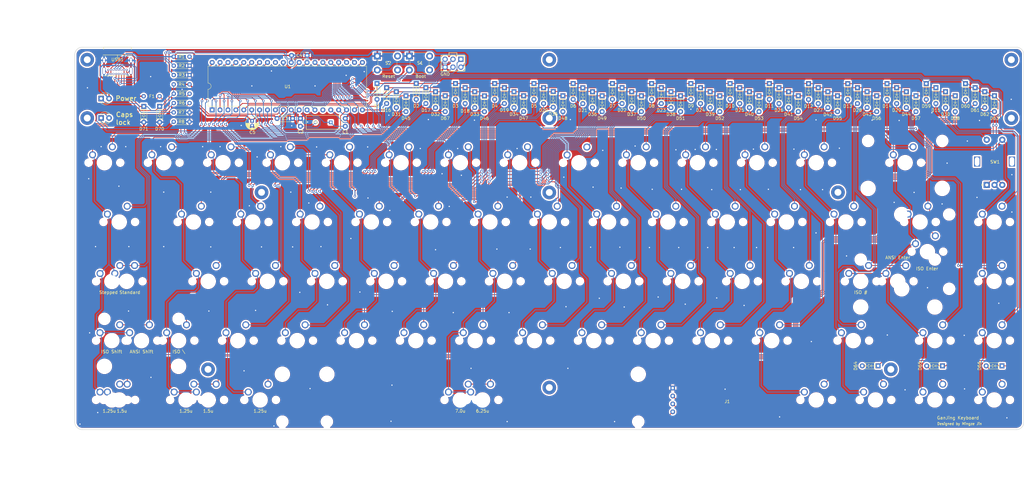
<source format=kicad_pcb>
(kicad_pcb (version 20171130) (host pcbnew "(5.1.6)-1")
  (layers (0 F.Cu signal) (31 B.Cu signal) (34 B.Paste user) (35 F.Paste user) (36 B.SilkS user) (37 F.SilkS user) (38 B.Mask user) (39 F.Mask user) (44 Edge.Cuts user))
  (net 0 "")
  (net 1 GND)
  (net 2 "Net-(C1-Pad1)")
  (net 3 "Net-(C2-Pad1)")
  (net 4 +5V)
  (net 5 "Net-(D1-Pad2)")
  (net 6 row0)
  (net 7 "Net-(D2-Pad2)")
  (net 8 "Net-(D3-Pad2)")
  (net 9 "Net-(D4-Pad2)")
  (net 10 "Net-(D5-Pad2)")
  (net 11 "Net-(D6-Pad2)")
  (net 12 "Net-(D7-Pad2)")
  (net 13 "Net-(D8-Pad2)")
  (net 14 "Net-(D9-Pad2)")
  (net 15 "Net-(D10-Pad2)")
  (net 16 "Net-(D11-Pad2)")
  (net 17 "Net-(D12-Pad2)")
  (net 18 "Net-(D13-Pad2)")
  (net 19 "Net-(D14-Pad2)")
  (net 20 SW15B)
  (net 21 "Net-(D16-Pad2)")
  (net 22 row1)
  (net 23 "Net-(D17-Pad2)")
  (net 24 "Net-(D18-Pad2)")
  (net 25 "Net-(D19-Pad2)")
  (net 26 "Net-(D20-Pad2)")
  (net 27 "Net-(D21-Pad2)")
  (net 28 "Net-(D22-Pad2)")
  (net 29 "Net-(D23-Pad2)")
  (net 30 "Net-(D24-Pad2)")
  (net 31 "Net-(D25-Pad2)")
  (net 32 "Net-(D26-Pad2)")
  (net 33 "Net-(D27-Pad2)")
  (net 34 "Net-(D28-Pad2)")
  (net 35 "Net-(D29-Pad2)")
  (net 36 "Net-(D30-Pad2)")
  (net 37 "Net-(D31-Pad2)")
  (net 38 row2)
  (net 39 "Net-(D32-Pad2)")
  (net 40 "Net-(D33-Pad2)")
  (net 41 "Net-(D34-Pad2)")
  (net 42 "Net-(D35-Pad2)")
  (net 43 "Net-(D36-Pad2)")
  (net 44 "Net-(D37-Pad2)")
  (net 45 "Net-(D38-Pad2)")
  (net 46 "Net-(D39-Pad2)")
  (net 47 "Net-(D40-Pad2)")
  (net 48 "Net-(D41-Pad2)")
  (net 49 "Net-(D42-Pad2)")
  (net 50 "Net-(D43-Pad2)")
  (net 51 "Net-(D44-Pad2)")
  (net 52 "Net-(D45-Pad2)")
  (net 53 row3)
  (net 54 "Net-(D46-Pad2)")
  (net 55 "Net-(D47-Pad2)")
  (net 56 "Net-(D48-Pad2)")
  (net 57 "Net-(D49-Pad2)")
  (net 58 "Net-(D50-Pad2)")
  (net 59 "Net-(D51-Pad2)")
  (net 60 "Net-(D52-Pad2)")
  (net 61 "Net-(D53-Pad2)")
  (net 62 "Net-(D54-Pad2)")
  (net 63 "Net-(D55-Pad2)")
  (net 64 "Net-(D56-Pad2)")
  (net 65 "Net-(D57-Pad2)")
  (net 66 "Net-(D58-Pad2)")
  (net 67 "Net-(D59-Pad2)")
  (net 68 row4)
  (net 69 "Net-(D60-Pad2)")
  (net 70 "Net-(D61-Pad2)")
  (net 71 "Net-(D62-Pad2)")
  (net 72 "Net-(D63-Pad2)")
  (net 73 "Net-(D64-Pad2)")
  (net 74 "Net-(D65-Pad2)")
  (net 75 "Net-(D66-Pad2)")
  (net 76 "Net-(D67-Pad2)")
  (net 77 CapsLock)
  (net 78 "Net-(D68-Pad1)")
  (net 79 "Net-(D69-Pad1)")
  (net 80 "Net-(D70-Pad1)")
  (net 81 "Net-(D71-Pad1)")
  (net 82 VCC)
  (net 83 SDA)
  (net 84 SCL)
  (net 85 MISO)
  (net 86 SCK)
  (net 87 MOSI)
  (net 88 Reset)
  (net 89 col0)
  (net 90 col1)
  (net 91 col2)
  (net 92 col3)
  (net 93 col4)
  (net 94 col5)
  (net 95 col6)
  (net 96 col7)
  (net 97 col8)
  (net 98 col9)
  (net 99 col10)
  (net 100 col11)
  (net 101 col12)
  (net 102 col13)
  (net 103 SW15A)
  (net 104 Boot)
  (net 105 D-)
  (net 106 D+)
  (net 107 "Net-(S1-Pad4)")
  (net 108 "Net-(S1-Pad2)")
  (net 109 "Net-(S2-Pad4)")
  (net 110 "Net-(S2-Pad2)")
  (net 111 B2)
  (net 112 B1)
  (net 113 "Net-(U1-Pad15)")
  (net 114 "Net-(U1-Pad32)")
  (net 115 "Net-(USB1-PadA8)")
  (net 116 "Net-(USB1-PadB8)")
  (net 117 "Net-(R2-Pad2)")
  (net 118 "Net-(R3-Pad2)")
  (module Rotary_Encoder:RotaryEncoder_Alps_EC11E-Switch_Vertical_H20mm (layer F.Cu) (at 352.425 140.49375 90)
    (fp_text reference SW1 (at 7.39775 2.667 180) (layer F.SilkS))
    (fp_text value Rotary_Encoder_Switch)
    (pad A thru_hole rect (at 0 0 90) (size 2 2) (drill 1) (layers *.Cu *.Mask) (net 111 B2))
    (pad C thru_hole circle (at 0 2.5 90) (size 2 2) (drill 1) (layers *.Cu *.Mask) (net 1 GND))
    (pad B thru_hole circle (at 0 5 90) (size 2 2) (drill 1) (layers *.Cu *.Mask) (net 112 B1))
    (pad MP thru_hole rect (at 7.5 -3.1 90) (size 3.2 2) (drill oval 2.8 1.5) (layers *.Cu *.Mask))
    (pad MP thru_hole rect (at 7.5 8.1 90) (size 3.2 2) (drill oval 2.8 1.5) (layers *.Cu *.Mask))
    (pad S2 thru_hole circle (at 14.5 0 90) (size 2 2) (drill 1) (layers *.Cu *.Mask) (net 20 SW15B))
    (pad S1 thru_hole circle (at 14.5 5 90) (size 2 2) (drill 1) (layers *.Cu *.Mask) (net 103 SW15A))
  )
  (module "Keyboard:ssd1306 128x32 oled" (layer F.Cu) (at 269.08125 209.55)
    (fp_text reference J1 (at 0 0.5) (layer F.SilkS))
    (fp_text value Conn_01x04)
    (pad 1 thru_hole circle (at -17.5 3.81) (size 1.524 1.524) (drill 0.762) (layers *.Cu *.Mask) (net 83 SDA))
    (pad 2 thru_hole circle (at -17.5 1.27) (size 1.524 1.524) (drill 0.762) (layers *.Cu *.Mask) (net 84 SCL))
    (pad 3 thru_hole circle (at -17.5 -1.27) (size 1.524 1.524) (drill 0.762) (layers *.Cu *.Mask) (net 82 VCC))
    (pad 4 thru_hole circle (at -17.5 -3.81) (size 1.524 1.524) (drill 0.762) (layers *.Cu *.Mask) (net 1 GND))
  )
  (module GanJing-crystal:CTS-ATS16B-0 (layer F.Cu) (at 139.3 120.4 180)
    (fp_text reference Y1 (at 2.44 0.018936) (layer F.SilkS))
    (fp_text value Crystal hide)
    (pad 2 thru_hole circle (at 2.44 0 180) (size 1.15 1.15) (drill 0.65) (layers *.Cu) (net 3 "Net-(C2-Pad1)"))
    (pad 1 thru_hole rect (at -2.44 0 180) (size 1.15 1.15) (drill 0.65) (layers *.Cu) (net 2 "Net-(C1-Pad1)"))
  )
  (module Keyboard:D_DO-35_SOD27_P5.08mm_Horizontal (layer F.Cu) (at 156.6 106.65 270)
    (fp_text reference D1 (at 8.5 0) (layer F.SilkS))
    (fp_text value D hide)
    (pad 2 thru_hole oval (at 6.35 0 270) (size 1.6 1.6) (drill 0.8) (layers *.Cu *.Mask) (net 5 "Net-(D1-Pad2)"))
    (pad 1 thru_hole rect (at 1.27 0 270) (size 1.6 1.6) (drill 0.8) (layers *.Cu *.Mask) (net 6 row0))
  )
  (module Keyboard:D_DO-35_SOD27_P5.08mm_Horizontal (layer F.Cu) (at 169.2 106.65 270)
    (fp_text reference D2 (at 8.5 0 180) (layer F.SilkS))
    (fp_text value D hide)
    (pad 2 thru_hole oval (at 6.35 0 270) (size 1.6 1.6) (drill 0.8) (layers *.Cu *.Mask) (net 7 "Net-(D2-Pad2)"))
    (pad 1 thru_hole rect (at 1.27 0 270) (size 1.6 1.6) (drill 0.8) (layers *.Cu *.Mask) (net 6 row0))
  )
  (module Keyboard:D_DO-35_SOD27_P5.08mm_Horizontal (layer F.Cu) (at 181.8 106.65 270)
    (fp_text reference D3 (at 8.5 0 180) (layer F.SilkS))
    (fp_text value D hide)
    (pad 2 thru_hole oval (at 6.35 0 270) (size 1.6 1.6) (drill 0.8) (layers *.Cu *.Mask) (net 8 "Net-(D3-Pad2)"))
    (pad 1 thru_hole rect (at 1.27 0 270) (size 1.6 1.6) (drill 0.8) (layers *.Cu *.Mask) (net 6 row0))
  )
  (module Keyboard:D_DO-35_SOD27_P5.08mm_Horizontal (layer F.Cu) (at 194.4 106.65 270)
    (fp_text reference D4 (at 8.5 0) (layer F.SilkS))
    (fp_text value D hide)
    (pad 2 thru_hole oval (at 6.35 0 270) (size 1.6 1.6) (drill 0.8) (layers *.Cu *.Mask) (net 9 "Net-(D4-Pad2)"))
    (pad 1 thru_hole rect (at 1.27 0 270) (size 1.6 1.6) (drill 0.8) (layers *.Cu *.Mask) (net 6 row0))
  )
  (module Keyboard:D_DO-35_SOD27_P5.08mm_Horizontal (layer F.Cu) (at 207 106.65 270)
    (fp_text reference D5 (at 8.5 0) (layer F.SilkS))
    (fp_text value D hide)
    (pad 2 thru_hole oval (at 6.35 0 270) (size 1.6 1.6) (drill 0.8) (layers *.Cu *.Mask) (net 10 "Net-(D5-Pad2)"))
    (pad 1 thru_hole rect (at 1.27 0 270) (size 1.6 1.6) (drill 0.8) (layers *.Cu *.Mask) (net 6 row0))
  )
  (module Keyboard:D_DO-35_SOD27_P5.08mm_Horizontal (layer F.Cu) (at 219.6 106.65 270)
    (fp_text reference D6 (at 8.5 0 180) (layer F.SilkS))
    (fp_text value D hide)
    (pad 2 thru_hole oval (at 6.35 0 270) (size 1.6 1.6) (drill 0.8) (layers *.Cu *.Mask) (net 11 "Net-(D6-Pad2)"))
    (pad 1 thru_hole rect (at 1.27 0 270) (size 1.6 1.6) (drill 0.8) (layers *.Cu *.Mask) (net 6 row0))
  )
  (module Keyboard:D_DO-35_SOD27_P5.08mm_Horizontal (layer F.Cu) (at 232.2 106.65 270)
    (fp_text reference D7 (at 8.5 0 180) (layer F.SilkS))
    (fp_text value D hide)
    (pad 2 thru_hole oval (at 6.35 0 270) (size 1.6 1.6) (drill 0.8) (layers *.Cu *.Mask) (net 12 "Net-(D7-Pad2)"))
    (pad 1 thru_hole rect (at 1.27 0 270) (size 1.6 1.6) (drill 0.8) (layers *.Cu *.Mask) (net 6 row0))
  )
  (module Keyboard:D_DO-35_SOD27_P5.08mm_Horizontal (layer F.Cu) (at 244.8 106.65 270)
    (fp_text reference D8 (at 8.5 0 180) (layer F.SilkS))
    (fp_text value D hide)
    (pad 2 thru_hole oval (at 6.35 0 270) (size 1.6 1.6) (drill 0.8) (layers *.Cu *.Mask) (net 13 "Net-(D8-Pad2)"))
    (pad 1 thru_hole rect (at 1.27 0 270) (size 1.6 1.6) (drill 0.8) (layers *.Cu *.Mask) (net 6 row0))
  )
  (module Keyboard:D_DO-35_SOD27_P5.08mm_Horizontal (layer F.Cu) (at 257.4 106.65 270)
    (fp_text reference D9 (at 8.5 0 180) (layer F.SilkS))
    (fp_text value D hide)
    (pad 2 thru_hole oval (at 6.35 0 270) (size 1.6 1.6) (drill 0.8) (layers *.Cu *.Mask) (net 14 "Net-(D9-Pad2)"))
    (pad 1 thru_hole rect (at 1.27 0 270) (size 1.6 1.6) (drill 0.8) (layers *.Cu *.Mask) (net 6 row0))
  )
  (module Keyboard:D_DO-35_SOD27_P5.08mm_Horizontal (layer F.Cu) (at 270 106.65 270)
    (fp_text reference D10 (at 8.5 0 180) (layer F.SilkS))
    (fp_text value D hide)
    (pad 2 thru_hole oval (at 6.35 0 270) (size 1.6 1.6) (drill 0.8) (layers *.Cu *.Mask) (net 15 "Net-(D10-Pad2)"))
    (pad 1 thru_hole rect (at 1.27 0 270) (size 1.6 1.6) (drill 0.8) (layers *.Cu *.Mask) (net 6 row0))
  )
  (module Keyboard:D_DO-35_SOD27_P5.08mm_Horizontal (layer F.Cu) (at 282.6 106.65 270)
    (fp_text reference D11 (at 8.5 0 180) (layer F.SilkS))
    (fp_text value D hide)
    (pad 2 thru_hole oval (at 6.35 0 270) (size 1.6 1.6) (drill 0.8) (layers *.Cu *.Mask) (net 16 "Net-(D11-Pad2)"))
    (pad 1 thru_hole rect (at 1.27 0 270) (size 1.6 1.6) (drill 0.8) (layers *.Cu *.Mask) (net 6 row0))
  )
  (module Keyboard:D_DO-35_SOD27_P5.08mm_Horizontal (layer F.Cu) (at 295.2 106.7 270)
    (fp_text reference D12 (at 8.5 0 180) (layer F.SilkS))
    (fp_text value D hide)
    (pad 2 thru_hole oval (at 6.35 0 270) (size 1.6 1.6) (drill 0.8) (layers *.Cu *.Mask) (net 17 "Net-(D12-Pad2)"))
    (pad 1 thru_hole rect (at 1.27 0 270) (size 1.6 1.6) (drill 0.8) (layers *.Cu *.Mask) (net 6 row0))
  )
  (module Keyboard:D_DO-35_SOD27_P5.08mm_Horizontal (layer F.Cu) (at 307.8 106.7 270)
    (fp_text reference D13 (at 8.5 0 180) (layer F.SilkS))
    (fp_text value D hide)
    (pad 2 thru_hole oval (at 6.35 0 270) (size 1.6 1.6) (drill 0.8) (layers *.Cu *.Mask) (net 18 "Net-(D13-Pad2)"))
    (pad 1 thru_hole rect (at 1.27 0 270) (size 1.6 1.6) (drill 0.8) (layers *.Cu *.Mask) (net 6 row0))
  )
  (module Keyboard:D_DO-35_SOD27_P5.08mm_Horizontal (layer F.Cu) (at 320.4 106.7 270)
    (fp_text reference D14 (at 8.5 0 180) (layer F.SilkS))
    (fp_text value D hide)
    (pad 2 thru_hole oval (at 6.35 0 270) (size 1.6 1.6) (drill 0.8) (layers *.Cu *.Mask) (net 19 "Net-(D14-Pad2)"))
    (pad 1 thru_hole rect (at 1.27 0 270) (size 1.6 1.6) (drill 0.8) (layers *.Cu *.Mask) (net 6 row0))
  )
  (module Keyboard:D_DO-35_SOD27_P5.08mm_Horizontal (layer F.Cu) (at 336.1 108 270)
    (fp_text reference D15 (at 8.5 0 180) (layer F.SilkS))
    (fp_text value D hide)
    (pad 2 thru_hole oval (at 6.35 0 270) (size 1.6 1.6) (drill 0.8) (layers *.Cu *.Mask) (net 20 SW15B))
    (pad 1 thru_hole rect (at 1.27 0 270) (size 1.6 1.6) (drill 0.8) (layers *.Cu *.Mask) (net 6 row0))
  )
  (module Keyboard:D_DO-35_SOD27_P5.08mm_Horizontal (layer F.Cu) (at 159.7 108 270)
    (fp_text reference D16 (at 8.5 0 180) (layer F.SilkS))
    (fp_text value D hide)
    (pad 2 thru_hole oval (at 6.35 0 270) (size 1.6 1.6) (drill 0.8) (layers *.Cu *.Mask) (net 21 "Net-(D16-Pad2)"))
    (pad 1 thru_hole rect (at 1.27 0 270) (size 1.6 1.6) (drill 0.8) (layers *.Cu *.Mask) (net 22 row1))
  )
  (module Keyboard:D_DO-35_SOD27_P5.08mm_Horizontal (layer F.Cu) (at 172.3 108 270)
    (fp_text reference D17 (at 8.5 0 180) (layer F.SilkS))
    (fp_text value D hide)
    (pad 2 thru_hole oval (at 6.35 0 270) (size 1.6 1.6) (drill 0.8) (layers *.Cu *.Mask) (net 23 "Net-(D17-Pad2)"))
    (pad 1 thru_hole rect (at 1.27 0 270) (size 1.6 1.6) (drill 0.8) (layers *.Cu *.Mask) (net 22 row1))
  )
  (module Keyboard:D_DO-35_SOD27_P5.08mm_Horizontal (layer F.Cu) (at 184.9 108 270)
    (fp_text reference D18 (at 8.75 0 180) (layer F.SilkS))
    (fp_text value D hide)
    (pad 2 thru_hole oval (at 6.35 0 270) (size 1.6 1.6) (drill 0.8) (layers *.Cu *.Mask) (net 24 "Net-(D18-Pad2)"))
    (pad 1 thru_hole rect (at 1.27 0 270) (size 1.6 1.6) (drill 0.8) (layers *.Cu *.Mask) (net 22 row1))
  )
  (module Keyboard:D_DO-35_SOD27_P5.08mm_Horizontal (layer F.Cu) (at 197.5 108 270)
    (fp_text reference D19 (at 8.5 0 180) (layer F.SilkS))
    (fp_text value D hide)
    (pad 2 thru_hole oval (at 6.35 0 270) (size 1.6 1.6) (drill 0.8) (layers *.Cu *.Mask) (net 25 "Net-(D19-Pad2)"))
    (pad 1 thru_hole rect (at 1.27 0 270) (size 1.6 1.6) (drill 0.8) (layers *.Cu *.Mask) (net 22 row1))
  )
  (module Keyboard:D_DO-35_SOD27_P5.08mm_Horizontal (layer F.Cu) (at 210.1 108 270)
    (fp_text reference D20 (at 8.5 0 180) (layer F.SilkS))
    (fp_text value D hide)
    (pad 2 thru_hole oval (at 6.35 0 270) (size 1.6 1.6) (drill 0.8) (layers *.Cu *.Mask) (net 26 "Net-(D20-Pad2)"))
    (pad 1 thru_hole rect (at 1.27 0 270) (size 1.6 1.6) (drill 0.8) (layers *.Cu *.Mask) (net 22 row1))
  )
  (module Keyboard:D_DO-35_SOD27_P5.08mm_Horizontal (layer F.Cu) (at 222.7 108.03 270)
    (fp_text reference D21 (at 8.5 0 180) (layer F.SilkS))
    (fp_text value D hide)
    (pad 2 thru_hole oval (at 6.35 0 270) (size 1.6 1.6) (drill 0.8) (layers *.Cu *.Mask) (net 27 "Net-(D21-Pad2)"))
    (pad 1 thru_hole rect (at 1.27 0 270) (size 1.6 1.6) (drill 0.8) (layers *.Cu *.Mask) (net 22 row1))
  )
  (module Keyboard:D_DO-35_SOD27_P5.08mm_Horizontal (layer F.Cu) (at 235.3 108 270)
    (fp_text reference D22 (at 8.5 0 180) (layer F.SilkS))
    (fp_text value D hide)
    (pad 2 thru_hole oval (at 6.35 0 270) (size 1.6 1.6) (drill 0.8) (layers *.Cu *.Mask) (net 28 "Net-(D22-Pad2)"))
    (pad 1 thru_hole rect (at 1.27 0 270) (size 1.6 1.6) (drill 0.8) (layers *.Cu *.Mask) (net 22 row1))
  )
  (module Keyboard:D_DO-35_SOD27_P5.08mm_Horizontal (layer F.Cu) (at 247.9 108 270)
    (fp_text reference D23 (at 8.5 0) (layer F.SilkS))
    (fp_text value D hide)
    (pad 2 thru_hole oval (at 6.35 0 270) (size 1.6 1.6) (drill 0.8) (layers *.Cu *.Mask) (net 29 "Net-(D23-Pad2)"))
    (pad 1 thru_hole rect (at 1.27 0 270) (size 1.6 1.6) (drill 0.8) (layers *.Cu *.Mask) (net 22 row1))
  )
  (module Keyboard:D_DO-35_SOD27_P5.08mm_Horizontal (layer F.Cu) (at 260.5 108 270)
    (fp_text reference D24 (at 8.5 0 180) (layer F.SilkS))
    (fp_text value D hide)
    (pad 2 thru_hole oval (at 6.35 0 270) (size 1.6 1.6) (drill 0.8) (layers *.Cu *.Mask) (net 30 "Net-(D24-Pad2)"))
    (pad 1 thru_hole rect (at 1.27 0 270) (size 1.6 1.6) (drill 0.8) (layers *.Cu *.Mask) (net 22 row1))
  )
  (module Keyboard:D_DO-35_SOD27_P5.08mm_Horizontal (layer F.Cu) (at 273.1 108 270)
    (fp_text reference D25 (at 8.5 0 180) (layer F.SilkS))
    (fp_text value D hide)
    (pad 2 thru_hole oval (at 6.35 0 270) (size 1.6 1.6) (drill 0.8) (layers *.Cu *.Mask) (net 31 "Net-(D25-Pad2)"))
    (pad 1 thru_hole rect (at 1.27 0 270) (size 1.6 1.6) (drill 0.8) (layers *.Cu *.Mask) (net 22 row1))
  )
  (module Keyboard:D_DO-35_SOD27_P5.08mm_Horizontal (layer F.Cu) (at 285.7 108 270)
    (fp_text reference D26 (at 8.5 0 180) (layer F.SilkS))
    (fp_text value D hide)
    (pad 2 thru_hole oval (at 6.35 0 270) (size 1.6 1.6) (drill 0.8) (layers *.Cu *.Mask) (net 32 "Net-(D26-Pad2)"))
    (pad 1 thru_hole rect (at 1.27 0 270) (size 1.6 1.6) (drill 0.8) (layers *.Cu *.Mask) (net 22 row1))
  )
  (module Keyboard:D_DO-35_SOD27_P5.08mm_Horizontal (layer F.Cu) (at 298.3 108 270)
    (fp_text reference D27 (at 8.5 0 180) (layer F.SilkS))
    (fp_text value D hide)
    (pad 2 thru_hole oval (at 6.35 0 270) (size 1.6 1.6) (drill 0.8) (layers *.Cu *.Mask) (net 33 "Net-(D27-Pad2)"))
    (pad 1 thru_hole rect (at 1.27 0 270) (size 1.6 1.6) (drill 0.8) (layers *.Cu *.Mask) (net 22 row1))
  )
  (module Keyboard:D_DO-35_SOD27_P5.08mm_Horizontal (layer F.Cu) (at 310.9 108 270)
    (fp_text reference D28 (at 8.5 0 180) (layer F.SilkS))
    (fp_text value D hide)
    (pad 2 thru_hole oval (at 6.35 0 270) (size 1.6 1.6) (drill 0.8) (layers *.Cu *.Mask) (net 34 "Net-(D28-Pad2)"))
    (pad 1 thru_hole rect (at 1.27 0 270) (size 1.6 1.6) (drill 0.8) (layers *.Cu *.Mask) (net 22 row1))
  )
  (module Keyboard:D_DO-35_SOD27_P5.08mm_Horizontal (layer F.Cu) (at 323.5 108 270)
    (fp_text reference D29 (at 8.5 0 180) (layer F.SilkS))
    (fp_text value D hide)
    (pad 2 thru_hole oval (at 6.35 0 270) (size 1.6 1.6) (drill 0.8) (layers *.Cu *.Mask) (net 35 "Net-(D29-Pad2)"))
    (pad 1 thru_hole rect (at 1.27 0 270) (size 1.6 1.6) (drill 0.8) (layers *.Cu *.Mask) (net 22 row1))
  )
  (module Keyboard:D_DO-35_SOD27_P5.08mm_Horizontal (layer F.Cu) (at 339.2 109.3 270)
    (fp_text reference D30 (at 8.5 0 180) (layer F.SilkS))
    (fp_text value D hide)
    (pad 2 thru_hole oval (at 6.35 0 270) (size 1.6 1.6) (drill 0.8) (layers *.Cu *.Mask) (net 36 "Net-(D30-Pad2)"))
    (pad 1 thru_hole rect (at 1.27 0 270) (size 1.6 1.6) (drill 0.8) (layers *.Cu *.Mask) (net 22 row1))
  )
  (module Keyboard:D_DO-35_SOD27_P5.08mm_Horizontal (layer F.Cu) (at 162.8 109.3 270)
    (fp_text reference D31 (at 8.5 0 180) (layer F.SilkS))
    (fp_text value D hide)
    (pad 2 thru_hole oval (at 6.35 0 270) (size 1.6 1.6) (drill 0.8) (layers *.Cu *.Mask) (net 37 "Net-(D31-Pad2)"))
    (pad 1 thru_hole rect (at 1.27 0 270) (size 1.6 1.6) (drill 0.8) (layers *.Cu *.Mask) (net 38 row2))
  )
  (module Keyboard:D_DO-35_SOD27_P5.08mm_Horizontal (layer F.Cu) (at 175.4 109.3 270)
    (fp_text reference D32 (at 8.5 0 180) (layer F.SilkS))
    (fp_text value D hide)
    (pad 2 thru_hole oval (at 6.35 0 270) (size 1.6 1.6) (drill 0.8) (layers *.Cu *.Mask) (net 39 "Net-(D32-Pad2)"))
    (pad 1 thru_hole rect (at 1.27 0 270) (size 1.6 1.6) (drill 0.8) (layers *.Cu *.Mask) (net 38 row2))
  )
  (module Keyboard:D_DO-35_SOD27_P5.08mm_Horizontal (layer F.Cu) (at 188 109.3 270)
    (fp_text reference D33 (at 8.5 0) (layer F.SilkS))
    (fp_text value D hide)
    (pad 2 thru_hole oval (at 6.35 0 270) (size 1.6 1.6) (drill 0.8) (layers *.Cu *.Mask) (net 40 "Net-(D33-Pad2)"))
    (pad 1 thru_hole rect (at 1.27 0 270) (size 1.6 1.6) (drill 0.8) (layers *.Cu *.Mask) (net 38 row2))
  )
  (module Keyboard:D_DO-35_SOD27_P5.08mm_Horizontal (layer F.Cu) (at 200.6 109.3 270)
    (fp_text reference D34 (at 8.5 0) (layer F.SilkS))
    (fp_text value D hide)
    (pad 2 thru_hole oval (at 6.35 0 270) (size 1.6 1.6) (drill 0.8) (layers *.Cu *.Mask) (net 41 "Net-(D34-Pad2)"))
    (pad 1 thru_hole rect (at 1.27 0 270) (size 1.6 1.6) (drill 0.8) (layers *.Cu *.Mask) (net 38 row2))
  )
  (module Keyboard:D_DO-35_SOD27_P5.08mm_Horizontal (layer F.Cu) (at 213.2 109.2 270)
    (fp_text reference D35 (at 8.52 0) (layer F.SilkS))
    (fp_text value D hide)
    (pad 2 thru_hole oval (at 6.35 0 270) (size 1.6 1.6) (drill 0.8) (layers *.Cu *.Mask) (net 42 "Net-(D35-Pad2)"))
    (pad 1 thru_hole rect (at 1.27 0 270) (size 1.6 1.6) (drill 0.8) (layers *.Cu *.Mask) (net 38 row2))
  )
  (module Keyboard:D_DO-35_SOD27_P5.08mm_Horizontal (layer F.Cu) (at 225.8 109.3 270)
    (fp_text reference D36 (at 8.5 0 180) (layer F.SilkS))
    (fp_text value D hide)
    (pad 2 thru_hole oval (at 6.35 0 270) (size 1.6 1.6) (drill 0.8) (layers *.Cu *.Mask) (net 43 "Net-(D36-Pad2)"))
    (pad 1 thru_hole rect (at 1.27 0 270) (size 1.6 1.6) (drill 0.8) (layers *.Cu *.Mask) (net 38 row2))
  )
  (module Keyboard:D_DO-35_SOD27_P5.08mm_Horizontal (layer F.Cu) (at 238.4 109.3 270)
    (fp_text reference D37 (at 8.5 0 180) (layer F.SilkS))
    (fp_text value D hide)
    (pad 2 thru_hole oval (at 6.35 0 270) (size 1.6 1.6) (drill 0.8) (layers *.Cu *.Mask) (net 44 "Net-(D37-Pad2)"))
    (pad 1 thru_hole rect (at 1.27 0 270) (size 1.6 1.6) (drill 0.8) (layers *.Cu *.Mask) (net 38 row2))
  )
  (module Keyboard:D_DO-35_SOD27_P5.08mm_Horizontal (layer F.Cu) (at 251 109.3 270)
    (fp_text reference D38 (at 8.5 0 180) (layer F.SilkS))
    (fp_text value D hide)
    (pad 2 thru_hole oval (at 6.35 0 270) (size 1.6 1.6) (drill 0.8) (layers *.Cu *.Mask) (net 45 "Net-(D38-Pad2)"))
    (pad 1 thru_hole rect (at 1.27 0 270) (size 1.6 1.6) (drill 0.8) (layers *.Cu *.Mask) (net 38 row2))
  )
  (module Keyboard:D_DO-35_SOD27_P5.08mm_Horizontal (layer F.Cu) (at 263.6 109.3 270)
    (fp_text reference D39 (at 8.5 0 180) (layer F.SilkS))
    (fp_text value D hide)
    (pad 2 thru_hole oval (at 6.35 0 270) (size 1.6 1.6) (drill 0.8) (layers *.Cu *.Mask) (net 46 "Net-(D39-Pad2)"))
    (pad 1 thru_hole rect (at 1.27 0 270) (size 1.6 1.6) (drill 0.8) (layers *.Cu *.Mask) (net 38 row2))
  )
  (module Keyboard:D_DO-35_SOD27_P5.08mm_Horizontal (layer F.Cu) (at 276.2 109.3 270)
    (fp_text reference D40 (at 8.5 0 180) (layer F.SilkS))
    (fp_text value D hide)
    (pad 2 thru_hole oval (at 6.35 0 270) (size 1.6 1.6) (drill 0.8) (layers *.Cu *.Mask) (net 47 "Net-(D40-Pad2)"))
    (pad 1 thru_hole rect (at 1.27 0 270) (size 1.6 1.6) (drill 0.8) (layers *.Cu *.Mask) (net 38 row2))
  )
  (module Keyboard:D_DO-35_SOD27_P5.08mm_Horizontal (layer F.Cu) (at 288.8 109.3 270)
    (fp_text reference D41 (at 8.5 0 180) (layer F.SilkS))
    (fp_text value D hide)
    (pad 2 thru_hole oval (at 6.35 0 270) (size 1.6 1.6) (drill 0.8) (layers *.Cu *.Mask) (net 48 "Net-(D41-Pad2)"))
    (pad 1 thru_hole rect (at 1.27 0 270) (size 1.6 1.6) (drill 0.8) (layers *.Cu *.Mask) (net 38 row2))
  )
  (module Keyboard:D_DO-35_SOD27_P5.08mm_Horizontal (layer F.Cu) (at 301.4 109.3 270)
    (fp_text reference D42 (at 8.6 0 180) (layer F.SilkS))
    (fp_text value D hide)
    (pad 2 thru_hole oval (at 6.35 0 270) (size 1.6 1.6) (drill 0.8) (layers *.Cu *.Mask) (net 49 "Net-(D42-Pad2)"))
    (pad 1 thru_hole rect (at 1.27 0 270) (size 1.6 1.6) (drill 0.8) (layers *.Cu *.Mask) (net 38 row2))
  )
  (module Keyboard:D_DO-35_SOD27_P5.08mm_Horizontal (layer F.Cu) (at 314 109.3 270)
    (fp_text reference D43 (at 8.5 0) (layer F.SilkS))
    (fp_text value D hide)
    (pad 2 thru_hole oval (at 6.35 0 270) (size 1.6 1.6) (drill 0.8) (layers *.Cu *.Mask) (net 50 "Net-(D43-Pad2)"))
    (pad 1 thru_hole rect (at 1.27 0 270) (size 1.6 1.6) (drill 0.8) (layers *.Cu *.Mask) (net 38 row2))
  )
  (module Keyboard:D_DO-35_SOD27_P5.08mm_Horizontal (layer F.Cu) (at 326.6 109.3 270)
    (fp_text reference D44 (at 8.5 0) (layer F.SilkS))
    (fp_text value D hide)
    (pad 2 thru_hole oval (at 6.35 0 270) (size 1.6 1.6) (drill 0.8) (layers *.Cu *.Mask) (net 51 "Net-(D44-Pad2)"))
    (pad 1 thru_hole rect (at 1.27 0 270) (size 1.6 1.6) (drill 0.8) (layers *.Cu *.Mask) (net 38 row2))
  )
  (module Keyboard:D_DO-35_SOD27_P5.08mm_Horizontal (layer F.Cu) (at 165.9 110.6 270)
    (fp_text reference D45 (at 8.5 0) (layer F.SilkS))
    (fp_text value D hide)
    (pad 2 thru_hole oval (at 6.35 0 270) (size 1.6 1.6) (drill 0.8) (layers *.Cu *.Mask) (net 52 "Net-(D45-Pad2)"))
    (pad 1 thru_hole rect (at 1.27 0 270) (size 1.6 1.6) (drill 0.8) (layers *.Cu *.Mask) (net 53 row3))
  )
  (module Keyboard:D_DO-35_SOD27_P5.08mm_Horizontal (layer F.Cu) (at 191.1 110.63 270)
    (fp_text reference D46 (at 8.5 0 180) (layer F.SilkS))
    (fp_text value D hide)
    (pad 2 thru_hole oval (at 6.35 0 270) (size 1.6 1.6) (drill 0.8) (layers *.Cu *.Mask) (net 54 "Net-(D46-Pad2)"))
    (pad 1 thru_hole rect (at 1.27 0 270) (size 1.6 1.6) (drill 0.8) (layers *.Cu *.Mask) (net 53 row3))
  )
  (module Keyboard:D_DO-35_SOD27_P5.08mm_Horizontal (layer F.Cu) (at 203.7 110.6 270)
    (fp_text reference D47 (at 8.5 0 180) (layer F.SilkS))
    (fp_text value D hide)
    (pad 2 thru_hole oval (at 6.35 0 270) (size 1.6 1.6) (drill 0.8) (layers *.Cu *.Mask) (net 55 "Net-(D47-Pad2)"))
    (pad 1 thru_hole rect (at 1.27 0 270) (size 1.6 1.6) (drill 0.8) (layers *.Cu *.Mask) (net 53 row3))
  )
  (module Keyboard:D_DO-35_SOD27_P5.08mm_Horizontal (layer F.Cu) (at 216.3 110.6 270)
    (fp_text reference D48 (at 8.5 0 180) (layer F.SilkS))
    (fp_text value D hide)
    (pad 2 thru_hole oval (at 6.35 0 270) (size 1.6 1.6) (drill 0.8) (layers *.Cu *.Mask) (net 56 "Net-(D48-Pad2)"))
    (pad 1 thru_hole rect (at 1.27 0 270) (size 1.6 1.6) (drill 0.8) (layers *.Cu *.Mask) (net 53 row3))
  )
  (module Keyboard:D_DO-35_SOD27_P5.08mm_Horizontal (layer F.Cu) (at 228.9 110.6 270)
    (fp_text reference D49 (at 8.5 0 180) (layer F.SilkS))
    (fp_text value D hide)
    (pad 2 thru_hole oval (at 6.35 0 270) (size 1.6 1.6) (drill 0.8) (layers *.Cu *.Mask) (net 57 "Net-(D49-Pad2)"))
    (pad 1 thru_hole rect (at 1.27 0 270) (size 1.6 1.6) (drill 0.8) (layers *.Cu *.Mask) (net 53 row3))
  )
  (module Keyboard:D_DO-35_SOD27_P5.08mm_Horizontal (layer F.Cu) (at 241.5 110.6 270)
    (fp_text reference D50 (at 8.5 0 180) (layer F.SilkS))
    (fp_text value D hide)
    (pad 2 thru_hole oval (at 6.35 0 270) (size 1.6 1.6) (drill 0.8) (layers *.Cu *.Mask) (net 58 "Net-(D50-Pad2)"))
    (pad 1 thru_hole rect (at 1.27 0 270) (size 1.6 1.6) (drill 0.8) (layers *.Cu *.Mask) (net 53 row3))
  )
  (module Keyboard:D_DO-35_SOD27_P5.08mm_Horizontal (layer F.Cu) (at 254.1 110.6 270)
    (fp_text reference D51 (at 8.5 0 180) (layer F.SilkS))
    (fp_text value D hide)
    (pad 2 thru_hole oval (at 6.35 0 270) (size 1.6 1.6) (drill 0.8) (layers *.Cu *.Mask) (net 59 "Net-(D51-Pad2)"))
    (pad 1 thru_hole rect (at 1.27 0 270) (size 1.6 1.6) (drill 0.8) (layers *.Cu *.Mask) (net 53 row3))
  )
  (module Keyboard:D_DO-35_SOD27_P5.08mm_Horizontal (layer F.Cu) (at 266.7 110.6 270)
    (fp_text reference D52 (at 8.5 0) (layer F.SilkS))
    (fp_text value D hide)
    (pad 2 thru_hole oval (at 6.35 0 270) (size 1.6 1.6) (drill 0.8) (layers *.Cu *.Mask) (net 60 "Net-(D52-Pad2)"))
    (pad 1 thru_hole rect (at 1.27 0 270) (size 1.6 1.6) (drill 0.8) (layers *.Cu *.Mask) (net 53 row3))
  )
  (module Keyboard:D_DO-35_SOD27_P5.08mm_Horizontal (layer F.Cu) (at 279.3 110.6 270)
    (fp_text reference D53 (at 8.5 0 180) (layer F.SilkS))
    (fp_text value D hide)
    (pad 2 thru_hole oval (at 6.35 0 270) (size 1.6 1.6) (drill 0.8) (layers *.Cu *.Mask) (net 61 "Net-(D53-Pad2)"))
    (pad 1 thru_hole rect (at 1.27 0 270) (size 1.6 1.6) (drill 0.8) (layers *.Cu *.Mask) (net 53 row3))
  )
  (module Keyboard:D_DO-35_SOD27_P5.08mm_Horizontal (layer F.Cu) (at 291.9 110.6 270)
    (fp_text reference D54 (at 8.5 0 180) (layer F.SilkS))
    (fp_text value D hide)
    (pad 2 thru_hole oval (at 6.35 0 270) (size 1.6 1.6) (drill 0.8) (layers *.Cu *.Mask) (net 62 "Net-(D54-Pad2)"))
    (pad 1 thru_hole rect (at 1.27 0 270) (size 1.6 1.6) (drill 0.8) (layers *.Cu *.Mask) (net 53 row3))
  )
  (module Keyboard:D_DO-35_SOD27_P5.08mm_Horizontal (layer F.Cu) (at 304.5 110.6 270)
    (fp_text reference D55 (at 8.5 0) (layer F.SilkS))
    (fp_text value D hide)
    (pad 2 thru_hole oval (at 6.35 0 270) (size 1.6 1.6) (drill 0.8) (layers *.Cu *.Mask) (net 63 "Net-(D55-Pad2)"))
    (pad 1 thru_hole rect (at 1.27 0 270) (size 1.6 1.6) (drill 0.8) (layers *.Cu *.Mask) (net 53 row3))
  )
  (module Keyboard:D_DO-35_SOD27_P5.08mm_Horizontal (layer F.Cu) (at 317.1 110.6 270)
    (fp_text reference D56 (at 8.5 0 180) (layer F.SilkS))
    (fp_text value D hide)
    (pad 2 thru_hole oval (at 6.35 0 270) (size 1.6 1.6) (drill 0.8) (layers *.Cu *.Mask) (net 64 "Net-(D56-Pad2)"))
    (pad 1 thru_hole rect (at 1.27 0 270) (size 1.6 1.6) (drill 0.8) (layers *.Cu *.Mask) (net 53 row3))
  )
  (module Keyboard:D_DO-35_SOD27_P5.08mm_Horizontal (layer F.Cu) (at 329.7 110.6 270)
    (fp_text reference D57 (at 8.5 0 180) (layer F.SilkS))
    (fp_text value D hide)
    (pad 2 thru_hole oval (at 6.35 0 270) (size 1.6 1.6) (drill 0.8) (layers *.Cu *.Mask) (net 65 "Net-(D57-Pad2)"))
    (pad 1 thru_hole rect (at 1.27 0 270) (size 1.6 1.6) (drill 0.8) (layers *.Cu *.Mask) (net 53 row3))
  )
  (module Keyboard:D_DO-35_SOD27_P5.08mm_Horizontal (layer F.Cu) (at 342.3 110.6 270)
    (fp_text reference D58 (at 8.5 0) (layer F.SilkS))
    (fp_text value D hide)
    (pad 2 thru_hole oval (at 6.35 0 270) (size 1.6 1.6) (drill 0.8) (layers *.Cu *.Mask) (net 66 "Net-(D58-Pad2)"))
    (pad 1 thru_hole rect (at 1.27 0 270) (size 1.6 1.6) (drill 0.8) (layers *.Cu *.Mask) (net 53 row3))
  )
  (module Keyboard:D_DO-35_SOD27_P5.08mm_Horizontal (layer F.Cu) (at 333 106.7 270)
    (fp_text reference D59 (at 8.5 0 180) (layer F.SilkS))
    (fp_text value D hide)
    (pad 2 thru_hole oval (at 6.35 0 270) (size 1.6 1.6) (drill 0.8) (layers *.Cu *.Mask) (net 67 "Net-(D59-Pad2)"))
    (pad 1 thru_hole rect (at 1.27 0 270) (size 1.6 1.6) (drill 0.8) (layers *.Cu *.Mask) (net 68 row4))
  )
  (module Keyboard:D_DO-35_SOD27_P5.08mm_Horizontal (layer F.Cu) (at 345.6 106.7 270)
    (fp_text reference D60 (at 8.5 0) (layer F.SilkS))
    (fp_text value D hide)
    (pad 2 thru_hole oval (at 6.35 0 270) (size 1.6 1.6) (drill 0.8) (layers *.Cu *.Mask) (net 69 "Net-(D60-Pad2)"))
    (pad 1 thru_hole rect (at 1.27 0 270) (size 1.6 1.6) (drill 0.8) (layers *.Cu *.Mask) (net 68 row4))
  )
  (module Keyboard:D_DO-35_SOD27_P5.08mm_Horizontal (layer F.Cu) (at 348.7 108 270)
    (fp_text reference D61 (at 8.5 0 180) (layer F.SilkS))
    (fp_text value D hide)
    (pad 2 thru_hole oval (at 6.35 0 270) (size 1.6 1.6) (drill 0.8) (layers *.Cu *.Mask) (net 70 "Net-(D61-Pad2)"))
    (pad 1 thru_hole rect (at 1.27 0 270) (size 1.6 1.6) (drill 0.8) (layers *.Cu *.Mask) (net 68 row4))
  )
  (module Keyboard:D_DO-35_SOD27_P5.08mm_Horizontal (layer F.Cu) (at 351.8 109.3 270)
    (fp_text reference D62 (at 8.5 0 180) (layer F.SilkS))
    (fp_text value D hide)
    (pad 2 thru_hole oval (at 6.35 0 270) (size 1.6 1.6) (drill 0.8) (layers *.Cu *.Mask) (net 71 "Net-(D62-Pad2)"))
    (pad 1 thru_hole rect (at 1.27 0 270) (size 1.6 1.6) (drill 0.8) (layers *.Cu *.Mask) (net 68 row4))
  )
  (module Keyboard:D_DO-35_SOD27_P5.08mm_Horizontal (layer F.Cu) (at 354.9 110.6 270)
    (fp_text reference D63 (at 8.5 0 180) (layer F.SilkS))
    (fp_text value D hide)
    (pad 2 thru_hole oval (at 6.35 0 270) (size 1.6 1.6) (drill 0.8) (layers *.Cu *.Mask) (net 72 "Net-(D63-Pad2)"))
    (pad 1 thru_hole rect (at 1.27 0 270) (size 1.6 1.6) (drill 0.8) (layers *.Cu *.Mask) (net 68 row4))
  )
  (module Keyboard:D_DO-35_SOD27_P5.08mm_Horizontal (layer F.Cu) (at 318.8 198.6 180)
    (fp_text reference D64 (at 8.5 0 270) (layer F.SilkS))
    (fp_text value D hide)
    (pad 2 thru_hole oval (at 6.35 0 180) (size 1.6 1.6) (drill 0.8) (layers *.Cu *.Mask) (net 73 "Net-(D64-Pad2)"))
    (pad 1 thru_hole rect (at 1.27 0 180) (size 1.6 1.6) (drill 0.8) (layers *.Cu *.Mask) (net 68 row4))
  )
  (module Keyboard:D_DO-35_SOD27_P5.08mm_Horizontal (layer F.Cu) (at 339.5 198.6 180)
    (fp_text reference D65 (at 8.5 0 270) (layer F.SilkS))
    (fp_text value D hide)
    (pad 2 thru_hole oval (at 6.35 0 180) (size 1.6 1.6) (drill 0.8) (layers *.Cu *.Mask) (net 74 "Net-(D65-Pad2)"))
    (pad 1 thru_hole rect (at 1.27 0 180) (size 1.6 1.6) (drill 0.8) (layers *.Cu *.Mask) (net 68 row4))
  )
  (module Keyboard:D_DO-35_SOD27_P5.08mm_Horizontal (layer F.Cu) (at 358.6 198.6 180)
    (fp_text reference D66 (at 8.5 0 90) (layer F.SilkS))
    (fp_text value D hide)
    (pad 2 thru_hole oval (at 6.35 0 180) (size 1.6 1.6) (drill 0.8) (layers *.Cu *.Mask) (net 75 "Net-(D66-Pad2)"))
    (pad 1 thru_hole rect (at 1.27 0 180) (size 1.6 1.6) (drill 0.8) (layers *.Cu *.Mask) (net 68 row4))
  )
  (module Keyboard:D_DO-35_SOD27_P5.08mm_Horizontal (layer F.Cu) (at 178.5 110.6 270)
    (fp_text reference D67 (at 8.5 0 180) (layer F.SilkS))
    (fp_text value D hide)
    (pad 2 thru_hole oval (at 6.35 0 270) (size 1.6 1.6) (drill 0.8) (layers *.Cu *.Mask) (net 76 "Net-(D67-Pad2)"))
    (pad 1 thru_hole rect (at 1.27 0 270) (size 1.6 1.6) (drill 0.8) (layers *.Cu *.Mask) (net 53 row3))
  )
  (module Keyboard:D_DO-35_SOD27_P5.08mm_Horizontal (layer F.Cu) (at 86.8 114 270)
    (fp_text reference D70 (at 8.5 0) (layer F.SilkS))
    (fp_text value 3.6V hide)
    (pad 2 thru_hole oval (at 6.35 0 270) (size 1.6 1.6) (drill 0.8) (layers *.Cu *.Mask) (net 1 GND))
    (pad 1 thru_hole rect (at 1.27 0 270) (size 1.6 1.6) (drill 0.8) (layers *.Cu *.Mask) (net 80 "Net-(D70-Pad1)"))
  )
  (module Keyboard:D_DO-35_SOD27_P5.08mm_Horizontal (layer F.Cu) (at 81.7 114 270)
    (fp_text reference D71 (at 8.5 0 180) (layer F.SilkS))
    (fp_text value 3.6V hide)
    (pad 2 thru_hole oval (at 6.35 0 270) (size 1.6 1.6) (drill 0.8) (layers *.Cu *.Mask) (net 1 GND))
    (pad 1 thru_hole rect (at 1.27 0 270) (size 1.6 1.6) (drill 0.8) (layers *.Cu *.Mask) (net 81 "Net-(D71-Pad1)"))
  )
  (module MX_Only:MXOnly-6.25U-ReversedStabilizers-NoLED (layer F.Cu) (at 190.5 209.55)
    (fp_text reference MX62)
    (fp_text value 6.25u (at 0 3.556) (layer F.SilkS))
    (pad 2 thru_hole circle (at 2.54 -5.08) (size 2.25 2.25) (drill 1.47) (layers *.Cu *.Mask) (net 71 "Net-(D62-Pad2)"))
    (pad "" np_thru_hole circle (at 0 0) (size 3.9878 3.9878) (drill 3.9878) (layers *.Cu *.Mask))
    (pad 1 thru_hole circle (at -3.81 -2.54) (size 2.25 2.25) (drill 1.47) (layers *.Cu *.Mask) (net 95 col6))
    (pad "" np_thru_hole circle (at -5.08 0 48.0996) (size 1.75 1.75) (drill 1.75) (layers *.Cu *.Mask))
    (pad "" np_thru_hole circle (at 5.08 0 48.0996) (size 1.75 1.75) (drill 1.75) (layers *.Cu *.Mask))
    (pad "" np_thru_hole circle (at -49.9999 6.985) (size 3.048 3.048) (drill 3.048) (layers *.Cu *.Mask))
    (pad "" np_thru_hole circle (at 49.9999 6.985) (size 3.048 3.048) (drill 3.048) (layers *.Cu *.Mask))
    (pad "" np_thru_hole circle (at -49.9999 -8.255) (size 3.9878 3.9878) (drill 3.9878) (layers *.Cu *.Mask))
    (pad "" np_thru_hole circle (at 49.9999 -8.255) (size 3.9878 3.9878) (drill 3.9878) (layers *.Cu *.Mask))
  )
  (module MX_Only:MXOnly-ISO-ReversedStabilizers-NoLED (layer F.Cu) (at 333.375 161.925)
    (fp_text reference MX68)
    (fp_text value "ISO Enter" (at -0.127 5.461 180) (layer F.SilkS))
    (pad 2 thru_hole circle (at 2.54 -5.08) (size 2.25 2.25) (drill 1.47) (layers *.Cu *.Mask) (net 35 "Net-(D29-Pad2)"))
    (pad "" np_thru_hole circle (at 0 0) (size 3.9878 3.9878) (drill 3.9878) (layers *.Cu *.Mask))
    (pad 1 thru_hole circle (at -3.81 -2.54) (size 2.25 2.25) (drill 1.47) (layers *.Cu *.Mask) (net 102 col13))
    (pad "" np_thru_hole circle (at -5.08 0 48.0996) (size 1.75 1.75) (drill 1.75) (layers *.Cu *.Mask))
    (pad "" np_thru_hole circle (at 5.08 0 48.0996) (size 1.75 1.75) (drill 1.75) (layers *.Cu *.Mask))
    (pad "" np_thru_hole circle (at 6.985 11.938) (size 3.048 3.048) (drill 3.048) (layers *.Cu *.Mask))
    (pad "" np_thru_hole circle (at 6.985 -11.938) (size 3.048 3.048) (drill 3.048) (layers *.Cu *.Mask))
    (pad "" np_thru_hole circle (at -8.255 11.938) (size 3.9878 3.9878) (drill 3.9878) (layers *.Cu *.Mask))
    (pad "" np_thru_hole circle (at -8.255 -11.938) (size 3.9878 3.9878) (drill 3.9878) (layers *.Cu *.Mask))
  )
  (module MX_Only:MXOnly-7U-ReversedStabilizers-NoLED (layer F.Cu) (at 183.35625 209.55)
    (fp_text reference MX74)
    (fp_text value 7.0u (at 0 3.556) (layer F.SilkS))
    (pad 2 thru_hole circle (at 2.54 -5.08) (size 2.25 2.25) (drill 1.47) (layers *.Cu *.Mask) (net 71 "Net-(D62-Pad2)"))
    (pad "" np_thru_hole circle (at 0 0) (size 3.9878 3.9878) (drill 3.9878) (layers *.Cu *.Mask))
    (pad 1 thru_hole circle (at -3.81 -2.54) (size 2.25 2.25) (drill 1.47) (layers *.Cu *.Mask) (net 95 col6))
    (pad "" np_thru_hole circle (at -5.08 0 48.0996) (size 1.75 1.75) (drill 1.75) (layers *.Cu *.Mask))
    (pad "" np_thru_hole circle (at 5.08 0 48.0996) (size 1.75 1.75) (drill 1.75) (layers *.Cu *.Mask))
    (pad "" np_thru_hole circle (at -57.15 6.985) (size 3.048 3.048) (drill 3.048) (layers *.Cu *.Mask))
    (pad "" np_thru_hole circle (at 57.15 6.985) (size 3.048 3.048) (drill 3.048) (layers *.Cu *.Mask))
    (pad "" np_thru_hole circle (at -57.15 -8.255) (size 3.9878 3.9878) (drill 3.9878) (layers *.Cu *.Mask))
    (pad "" np_thru_hole circle (at 57.15 -8.255) (size 3.9878 3.9878) (drill 3.9878) (layers *.Cu *.Mask))
  )
  (module MX_Only:MXOnly-2.25U-NoLED (layer F.Cu) (at 323.85 171.45)
    (fp_text reference MX43)
    (fp_text value "ANSI Enter" (at 0 -7.62) (layer F.SilkS))
    (pad 2 thru_hole circle (at 2.54 -5.08) (size 2.25 2.25) (drill 1.47) (layers *.Cu *.Mask) (net 50 "Net-(D43-Pad2)"))
    (pad "" np_thru_hole circle (at 0 0) (size 3.9878 3.9878) (drill 3.9878) (layers *.Cu *.Mask))
    (pad 1 thru_hole circle (at -3.81 -2.54) (size 2.25 2.25) (drill 1.47) (layers *.Cu *.Mask) (net 102 col13))
    (pad "" np_thru_hole circle (at -5.08 0 48.0996) (size 1.75 1.75) (drill 1.75) (layers *.Cu *.Mask))
    (pad "" np_thru_hole circle (at 5.08 0 48.0996) (size 1.75 1.75) (drill 1.75) (layers *.Cu *.Mask))
    (pad "" np_thru_hole circle (at -11.90625 -6.985) (size 3.048 3.048) (drill 3.048) (layers *.Cu *.Mask))
    (pad "" np_thru_hole circle (at 11.90625 -6.985) (size 3.048 3.048) (drill 3.048) (layers *.Cu *.Mask))
    (pad "" np_thru_hole circle (at -11.90625 8.255) (size 3.9878 3.9878) (drill 3.9878) (layers *.Cu *.Mask))
    (pad "" np_thru_hole circle (at 11.90625 8.255) (size 3.9878 3.9878) (drill 3.9878) (layers *.Cu *.Mask))
  )
  (module MX_Only:MXOnly-2U-NoLED (layer F.Cu) (at 326.23125 133.35)
    (fp_text reference MX14)
    (fp_text value Backspace)
    (pad 2 thru_hole circle (at 2.54 -5.08) (size 2.25 2.25) (drill 1.47) (layers *.Cu *.Mask) (net 19 "Net-(D14-Pad2)"))
    (pad "" np_thru_hole circle (at 0 0) (size 3.9878 3.9878) (drill 3.9878) (layers *.Cu *.Mask))
    (pad 1 thru_hole circle (at -3.81 -2.54) (size 2.25 2.25) (drill 1.47) (layers *.Cu *.Mask) (net 102 col13))
    (pad "" np_thru_hole circle (at -5.08 0 48.0996) (size 1.75 1.75) (drill 1.75) (layers *.Cu *.Mask))
    (pad "" np_thru_hole circle (at 5.08 0 48.0996) (size 1.75 1.75) (drill 1.75) (layers *.Cu *.Mask))
    (pad "" np_thru_hole circle (at -11.90625 -6.985) (size 3.048 3.048) (drill 3.048) (layers *.Cu *.Mask))
    (pad "" np_thru_hole circle (at 11.90625 -6.985) (size 3.048 3.048) (drill 3.048) (layers *.Cu *.Mask))
    (pad "" np_thru_hole circle (at -11.90625 8.255) (size 3.9878 3.9878) (drill 3.9878) (layers *.Cu *.Mask))
    (pad "" np_thru_hole circle (at 11.90625 8.255) (size 3.9878 3.9878) (drill 3.9878) (layers *.Cu *.Mask))
  )
  (module MX_Only:MXOnly-2.25U-NoLED (layer F.Cu) (at 80.9625 190.5)
    (fp_text reference MX45)
    (fp_text value "ANSI Shift" (at 0 3.556) (layer F.SilkS))
    (pad 2 thru_hole circle (at 2.54 -5.08) (size 2.25 2.25) (drill 1.47) (layers *.Cu *.Mask) (net 52 "Net-(D45-Pad2)"))
    (pad "" np_thru_hole circle (at 0 0) (size 3.9878 3.9878) (drill 3.9878) (layers *.Cu *.Mask))
    (pad 1 thru_hole circle (at -3.81 -2.54) (size 2.25 2.25) (drill 1.47) (layers *.Cu *.Mask) (net 89 col0))
    (pad "" np_thru_hole circle (at -5.08 0 48.0996) (size 1.75 1.75) (drill 1.75) (layers *.Cu *.Mask))
    (pad "" np_thru_hole circle (at 5.08 0 48.0996) (size 1.75 1.75) (drill 1.75) (layers *.Cu *.Mask))
    (pad "" np_thru_hole circle (at -11.90625 -6.985) (size 3.048 3.048) (drill 3.048) (layers *.Cu *.Mask))
    (pad "" np_thru_hole circle (at 11.90625 -6.985) (size 3.048 3.048) (drill 3.048) (layers *.Cu *.Mask))
    (pad "" np_thru_hole circle (at -11.90625 8.255) (size 3.9878 3.9878) (drill 3.9878) (layers *.Cu *.Mask))
    (pad "" np_thru_hole circle (at 11.90625 8.255) (size 3.9878 3.9878) (drill 3.9878) (layers *.Cu *.Mask))
  )
  (module MX_Only:MXOnly-1.75U-Stepped-NoLED (layer F.Cu) (at 76.2 171.45)
    (fp_text reference MX69)
    (fp_text value Stepped (at -5.842 3.556) (layer F.SilkS))
    (pad "" np_thru_hole circle (at -4.737 0.0254) (size 3.9878 3.9878) (drill 3.9878) (layers *.Cu *.Mask))
    (pad "" np_thru_hole circle (at -9.817 0.0254 48.0996) (size 1.75 1.75) (drill 1.75) (layers *.Cu *.Mask))
    (pad "" np_thru_hole circle (at 0.343 0.0254 48.0996) (size 1.75 1.75) (drill 1.75) (layers *.Cu *.Mask))
    (pad 1 thru_hole circle (at -8.547 -2.5146) (size 2.25 2.25) (drill 1.47) (layers *.Cu *.Mask) (net 89 col0))
    (pad 2 thru_hole circle (at -2.197 -5.0546) (size 2.25 2.25) (drill 1.47) (layers *.Cu *.Mask) (net 37 "Net-(D31-Pad2)"))
  )
  (module Keyboard:MountingHole_2.2mm_M2_Pad (layer F.Cu) (at 321.625673 199.719741)
    (fp_text reference REF12)
    (fp_text value MountingHole_2.2mm_M2_Pad hide)
    (pad 1 thru_hole circle (at 0 0) (size 4.4 4.4) (drill 2.2) (layers *.Cu *.Mask))
  )
  (module Keyboard:MountingHole_2.2mm_M2_Pad (layer F.Cu) (at 304.644329 142.875775)
    (fp_text reference REF11)
    (fp_text value MountingHole_2.2mm_M2_Pad hide)
    (pad 1 thru_hole circle (at 0 0) (size 4.4 4.4) (drill 2.2) (layers *.Cu *.Mask))
  )
  (module Keyboard:MountingHole_2.2mm_M2_Pad (layer F.Cu) (at 102.330758 199.719741)
    (fp_text reference REF8)
    (fp_text value MountingHole_2.2mm_M2_Pad hide)
    (pad 1 thru_hole circle (at 0 0) (size 4.4 4.4) (drill 2.2) (layers *.Cu *.Mask))
  )
  (module Keyboard:MountingHole_2.2mm_M2_Pad (layer F.Cu) (at 119.519591 142.875775)
    (fp_text reference REF7)
    (fp_text value MountingHole_2.2mm_M2_Pad hide)
    (pad 1 thru_hole circle (at 0 0) (size 4.4 4.4) (drill 2.2) (layers *.Cu *.Mask))
  )
  (module Keyboard:MountingHole_2.2mm_M2_Pad (layer F.Cu) (at 211.93125 205.57586)
    (fp_text reference REF10)
    (fp_text value MountingHole_2.2mm_M2_Pad hide)
    (pad 1 thru_hole circle (at 0 0) (size 4.4 4.4) (drill 2.2) (layers *.Cu *.Mask))
  )
  (module Keyboard:MountingHole_2.2mm_M2_Pad (layer F.Cu) (at 211.93125 142.920744)
    (fp_text reference REF9)
    (fp_text value MountingHole_2.2mm_M2_Pad hide)
    (pad 1 thru_hole circle (at 0 0) (size 4.4 4.4) (drill 2.2) (layers *.Cu *.Mask))
  )
  (module MX_Only:MXOnly-1.5U-NoLED (layer F.Cu) (at 330.99375 152.4)
    (fp_text reference MX29)
    (fp_text value \)
    (pad 2 thru_hole circle (at 2.54 -5.08) (size 2.25 2.25) (drill 1.47) (layers *.Cu *.Mask) (net 35 "Net-(D29-Pad2)"))
    (pad "" np_thru_hole circle (at 0 0) (size 3.9878 3.9878) (drill 3.9878) (layers *.Cu *.Mask))
    (pad 1 thru_hole circle (at -3.81 -2.54) (size 2.25 2.25) (drill 1.47) (layers *.Cu *.Mask) (net 102 col13))
    (pad "" np_thru_hole circle (at -5.08 0 48.0996) (size 1.75 1.75) (drill 1.75) (layers *.Cu *.Mask))
    (pad "" np_thru_hole circle (at 5.08 0 48.0996) (size 1.75 1.75) (drill 1.75) (layers *.Cu *.Mask))
  )
  (module MX_Only:MXOnly-1U-NoLED (layer F.Cu) (at 140.49375 171.45)
    (fp_text reference MX34)
    (fp_text value D)
    (pad 2 thru_hole circle (at 2.54 -5.08) (size 2.25 2.25) (drill 1.47) (layers *.Cu *.Mask) (net 41 "Net-(D34-Pad2)"))
    (pad "" np_thru_hole circle (at 0 0) (size 3.9878 3.9878) (drill 3.9878) (layers *.Cu *.Mask))
    (pad 1 thru_hole circle (at -3.81 -2.54) (size 2.25 2.25) (drill 1.47) (layers *.Cu *.Mask) (net 92 col3))
    (pad "" np_thru_hole circle (at -5.08 0 48.0996) (size 1.75 1.75) (drill 1.75) (layers *.Cu *.Mask))
    (pad "" np_thru_hole circle (at 5.08 0 48.0996) (size 1.75 1.75) (drill 1.75) (layers *.Cu *.Mask))
  )
  (module Keyboard:MountingHole_2.2mm_M2_Pad (layer F.Cu) (at 211.93125 119.0625)
    (fp_text reference REF4)
    (fp_text value MountingHole_2.2mm_M2_Pad hide)
    (pad 1 thru_hole circle (at 0 0) (size 4.4 4.4) (drill 2.2) (layers *.Cu *.Mask))
  )
  (module Keyboard:MountingHole_2.2mm_M2_Pad (layer F.Cu) (at 211.93125 100.267531)
    (fp_text reference REF3)
    (fp_text value MountingHole_2.2mm_M2_Pad hide)
    (pad 1 thru_hole circle (at 0 0) (size 4.4 4.4) (drill 2.2) (layers *.Cu *.Mask))
  )
  (module Keyboard:MountingHole_2.2mm_M2_Pad (layer F.Cu) (at 360.33125 100.267531)
    (fp_text reference REFl)
    (fp_text value MountingHole_2.2mm_M2_Pad hide)
    (pad 1 thru_hole circle (at 0 0) (size 4.4 4.4) (drill 2.2) (layers *.Cu *.Mask))
  )
  (module Keyboard:MountingHole_2.2mm_M2_Pad (layer F.Cu) (at 360.33125 119.0625)
    (fp_text reference REF6)
    (fp_text value MountingHole_2.2mm_M2_Pad hide)
    (pad 1 thru_hole circle (at 0 0) (size 4.4 4.4) (drill 2.2) (layers *.Cu *.Mask))
  )
  (module Keyboard:MountingHole_2.2mm_M2_Pad (layer F.Cu) (at 63.53125 119.017531)
    (fp_text reference REF2)
    (fp_text value MountingHole_2.2mm_M2_Pad hide)
    (pad 1 thru_hole circle (at 0 0) (size 4.4 4.4) (drill 2.2) (layers *.Cu *.Mask))
  )
  (module Keyboard:MountingHole_2.2mm_M2_Pad (layer F.Cu) (at 63.53125 100.267531)
    (fp_text reference REF1)
    (fp_text value MountingHole_2.2mm_M2_Pad hide)
    (pad 1 thru_hole circle (at 0 0) (size 4.4 4.4) (drill 2.2) (layers *.Cu *.Mask))
  )
  (module Type-C:USB_C_GCT_USB4085 (layer F.Cu) (at 73.25 98.75 180)
    (fp_text reference USB1 (at 0 -1.5) (layer F.SilkS))
    (fp_text value USB_C_GCT_USB4085)
    (pad A5 thru_hole circle (at -1.275 -6.1 180) (size 0.65 0.65) (drill 0.4) (layers *.Cu *.Mask) (net 118 "Net-(R3-Pad2)"))
    (pad A1 thru_hole circle (at -2.975 -6.1 180) (size 0.65 0.65) (drill 0.4) (layers *.Cu *.Mask) (net 1 GND))
    (pad A4 thru_hole circle (at -2.125 -6.1 180) (size 0.65 0.65) (drill 0.4) (layers *.Cu *.Mask) (net 82 VCC))
    (pad A6 thru_hole circle (at -0.425 -6.1 180) (size 0.65 0.65) (drill 0.4) (layers *.Cu *.Mask) (net 81 "Net-(D71-Pad1)"))
    (pad A7 thru_hole circle (at 0.425 -6.1 180) (size 0.65 0.65) (drill 0.4) (layers *.Cu *.Mask) (net 80 "Net-(D70-Pad1)"))
    (pad A8 thru_hole circle (at 1.275 -6.1 180) (size 0.65 0.65) (drill 0.4) (layers *.Cu *.Mask) (net 115 "Net-(USB1-PadA8)"))
    (pad A9 thru_hole circle (at 2.125 -6.1 180) (size 0.65 0.65) (drill 0.4) (layers *.Cu *.Mask) (net 82 VCC))
    (pad A12 thru_hole circle (at 2.975 -6.1 180) (size 0.65 0.65) (drill 0.4) (layers *.Cu *.Mask) (net 1 GND))
    (pad B12 thru_hole circle (at -2.975 -4.775 180) (size 0.65 0.65) (drill 0.4) (layers *.Cu *.Mask) (net 1 GND))
    (pad B9 thru_hole circle (at -2.12 -4.775 180) (size 0.65 0.65) (drill 0.4) (layers *.Cu *.Mask) (net 82 VCC))
    (pad B8 thru_hole circle (at -1.27 -4.775 180) (size 0.65 0.65) (drill 0.4) (layers *.Cu *.Mask) (net 116 "Net-(USB1-PadB8)"))
    (pad B7 thru_hole circle (at -0.42 -4.775 180) (size 0.65 0.65) (drill 0.4) (layers *.Cu *.Mask) (net 80 "Net-(D70-Pad1)"))
    (pad B6 thru_hole circle (at 0.43 -4.775 180) (size 0.65 0.65) (drill 0.4) (layers *.Cu *.Mask) (net 81 "Net-(D71-Pad1)"))
    (pad B5 thru_hole circle (at 1.28 -4.775 180) (size 0.65 0.65) (drill 0.4) (layers *.Cu *.Mask) (net 117 "Net-(R2-Pad2)"))
    (pad B4 thru_hole circle (at 2.13 -4.775 180) (size 0.65 0.65) (drill 0.4) (layers *.Cu *.Mask) (net 82 VCC))
    (pad B1 thru_hole circle (at 2.98 -4.775 180) (size 0.65 0.65) (drill 0.4) (layers *.Cu *.Mask) (net 1 GND))
    (pad S1 thru_hole oval (at -4.325 -5.12 180) (size 0.9 2.4) (drill oval 0.6 2.1) (layers *.Cu *.Mask) (net 1 GND))
    (pad S1 thru_hole oval (at 4.325 -5.12 180) (size 0.9 2.4) (drill oval 0.6 2.1) (layers *.Cu *.Mask) (net 1 GND))
    (pad S1 thru_hole oval (at -4.325 -1.74 180) (size 0.9 1.7) (drill oval 0.6 1.4) (layers *.Cu *.Mask) (net 1 GND))
    (pad S1 thru_hole oval (at 4.325 -1.74 180) (size 0.9 1.7) (drill oval 0.6 1.4) (layers *.Cu *.Mask) (net 1 GND))
  )
  (module Package_DIP:DIP-40_W15.24mm (layer F.Cu) (at 103.65 116.4 90)
    (fp_text reference U1 (at 7.5 24.25 180) (layer F.SilkS))
    (fp_text value ATmega32A-PU)
    (pad 40 thru_hole oval (at 15.24 0 90) (size 1.6 1.6) (drill 0.8) (layers *.Cu *.Mask) (net 89 col0))
    (pad 20 thru_hole oval (at 0 48.26 90) (size 1.6 1.6) (drill 0.8) (layers *.Cu *.Mask) (net 53 row3))
    (pad 39 thru_hole oval (at 15.24 2.54 90) (size 1.6 1.6) (drill 0.8) (layers *.Cu *.Mask) (net 90 col1))
    (pad 19 thru_hole oval (at 0 45.72 90) (size 1.6 1.6) (drill 0.8) (layers *.Cu *.Mask) (net 38 row2))
    (pad 38 thru_hole oval (at 15.24 5.08 90) (size 1.6 1.6) (drill 0.8) (layers *.Cu *.Mask) (net 91 col2))
    (pad 18 thru_hole oval (at 0 43.18 90) (size 1.6 1.6) (drill 0.8) (layers *.Cu *.Mask) (net 104 Boot))
    (pad 37 thru_hole oval (at 15.24 7.62 90) (size 1.6 1.6) (drill 0.8) (layers *.Cu *.Mask) (net 92 col3))
    (pad 17 thru_hole oval (at 0 40.64 90) (size 1.6 1.6) (drill 0.8) (layers *.Cu *.Mask) (net 105 D-))
    (pad 36 thru_hole oval (at 15.24 10.16 90) (size 1.6 1.6) (drill 0.8) (layers *.Cu *.Mask) (net 93 col4))
    (pad 16 thru_hole oval (at 0 38.1 90) (size 1.6 1.6) (drill 0.8) (layers *.Cu *.Mask) (net 106 D+))
    (pad 35 thru_hole oval (at 15.24 12.7 90) (size 1.6 1.6) (drill 0.8) (layers *.Cu *.Mask) (net 94 col5))
    (pad 15 thru_hole oval (at 0 35.56 90) (size 1.6 1.6) (drill 0.8) (layers *.Cu *.Mask) (net 113 "Net-(U1-Pad15)"))
    (pad 34 thru_hole oval (at 15.24 15.24 90) (size 1.6 1.6) (drill 0.8) (layers *.Cu *.Mask) (net 95 col6))
    (pad 14 thru_hole oval (at 0 33.02 90) (size 1.6 1.6) (drill 0.8) (layers *.Cu *.Mask) (net 77 CapsLock))
    (pad 33 thru_hole oval (at 15.24 17.78 90) (size 1.6 1.6) (drill 0.8) (layers *.Cu *.Mask) (net 96 col7))
    (pad 13 thru_hole oval (at 0 30.48 90) (size 1.6 1.6) (drill 0.8) (layers *.Cu *.Mask) (net 2 "Net-(C1-Pad1)"))
    (pad 32 thru_hole oval (at 15.24 20.32 90) (size 1.6 1.6) (drill 0.8) (layers *.Cu *.Mask) (net 114 "Net-(U1-Pad32)"))
    (pad 12 thru_hole oval (at 0 27.94 90) (size 1.6 1.6) (drill 0.8) (layers *.Cu *.Mask) (net 3 "Net-(C2-Pad1)"))
    (pad 31 thru_hole oval (at 15.24 22.86 90) (size 1.6 1.6) (drill 0.8) (layers *.Cu *.Mask) (net 1 GND))
    (pad 11 thru_hole oval (at 0 25.4 90) (size 1.6 1.6) (drill 0.8) (layers *.Cu *.Mask) (net 1 GND))
    (pad 30 thru_hole oval (at 15.24 25.4 90) (size 1.6 1.6) (drill 0.8) (layers *.Cu *.Mask) (net 4 +5V))
    (pad 10 thru_hole oval (at 0 22.86 90) (size 1.6 1.6) (drill 0.8) (layers *.Cu *.Mask) (net 4 +5V))
    (pad 29 thru_hole oval (at 15.24 27.94 90) (size 1.6 1.6) (drill 0.8) (layers *.Cu *.Mask) (net 97 col8))
    (pad 9 thru_hole oval (at 0 20.32 90) (size 1.6 1.6) (drill 0.8) (layers *.Cu *.Mask) (net 88 Reset))
    (pad 28 thru_hole oval (at 15.24 30.48 90) (size 1.6 1.6) (drill 0.8) (layers *.Cu *.Mask) (net 98 col9))
    (pad 8 thru_hole oval (at 0 17.78 90) (size 1.6 1.6) (drill 0.8) (layers *.Cu *.Mask) (net 86 SCK))
    (pad 27 thru_hole oval (at 15.24 33.02 90) (size 1.6 1.6) (drill 0.8) (layers *.Cu *.Mask) (net 99 col10))
    (pad 7 thru_hole oval (at 0 15.24 90) (size 1.6 1.6) (drill 0.8) (layers *.Cu *.Mask) (net 87 MOSI))
    (pad 26 thru_hole oval (at 15.24 35.56 90) (size 1.6 1.6) (drill 0.8) (layers *.Cu *.Mask) (net 100 col11))
    (pad 6 thru_hole oval (at 0 12.7 90) (size 1.6 1.6) (drill 0.8) (layers *.Cu *.Mask) (net 85 MISO))
    (pad 25 thru_hole oval (at 15.24 38.1 90) (size 1.6 1.6) (drill 0.8) (layers *.Cu *.Mask) (net 101 col12))
    (pad 5 thru_hole oval (at 0 10.16 90) (size 1.6 1.6) (drill 0.8) (layers *.Cu *.Mask) (net 22 row1))
    (pad 24 thru_hole oval (at 15.24 40.64 90) (size 1.6 1.6) (drill 0.8) (layers *.Cu *.Mask) (net 102 col13))
    (pad 4 thru_hole oval (at 0 7.62 90) (size 1.6 1.6) (drill 0.8) (layers *.Cu *.Mask) (net 6 row0))
    (pad 23 thru_hole oval (at 15.24 43.18 90) (size 1.6 1.6) (drill 0.8) (layers *.Cu *.Mask) (net 83 SDA))
    (pad 3 thru_hole oval (at 0 5.08 90) (size 1.6 1.6) (drill 0.8) (layers *.Cu *.Mask) (net 111 B2))
    (pad 22 thru_hole oval (at 15.24 45.72 90) (size 1.6 1.6) (drill 0.8) (layers *.Cu *.Mask) (net 84 SCL))
    (pad 2 thru_hole oval (at 0 2.54 90) (size 1.6 1.6) (drill 0.8) (layers *.Cu *.Mask) (net 112 B1))
    (pad 21 thru_hole oval (at 15.24 48.26 90) (size 1.6 1.6) (drill 0.8) (layers *.Cu *.Mask) (net 103 SW15A))
    (pad 1 thru_hole rect (at 0 0 90) (size 1.6 1.6) (drill 0.8) (layers *.Cu *.Mask) (net 68 row4))
  )
  (module digikey-footprints:Switch_Tactile_THT_6x6mm (layer F.Cu) (at 156.7 99.1)
    (fp_text reference S2 (at 3.5 2.25) (layer F.SilkS))
    (fp_text value Reset (at 3.6322 6.5) (layer F.SilkS))
    (pad 3 thru_hole circle (at 0 4.5) (size 2.2 2.2) (drill 1.2) (layers *.Cu *.Mask) (net 88 Reset))
    (pad 4 thru_hole circle (at 6.5 4.5) (size 2.2 2.2) (drill 1.2) (layers *.Cu *.Mask) (net 109 "Net-(S2-Pad4)"))
    (pad 2 thru_hole circle (at 6.5 0) (size 2.2 2.2) (drill 1.2) (layers *.Cu *.Mask) (net 110 "Net-(S2-Pad2)"))
    (pad 1 thru_hole rect (at 0 0) (size 2.2 2.2) (drill 1.2) (layers *.Cu *.Mask) (net 1 GND))
  )
  (module digikey-footprints:Switch_Tactile_THT_6x6mm (layer F.Cu) (at 167 99.1)
    (fp_text reference S1 (at 3.424999 2.232499) (layer F.SilkS))
    (fp_text value Boot (at 3.6322 6.482499) (layer F.SilkS))
    (pad 3 thru_hole circle (at 0 4.5) (size 2.2 2.2) (drill 1.2) (layers *.Cu *.Mask) (net 104 Boot))
    (pad 4 thru_hole circle (at 6.5 4.5) (size 2.2 2.2) (drill 1.2) (layers *.Cu *.Mask) (net 107 "Net-(S1-Pad4)"))
    (pad 2 thru_hole circle (at 6.5 0) (size 2.2 2.2) (drill 1.2) (layers *.Cu *.Mask) (net 108 "Net-(S1-Pad2)"))
    (pad 1 thru_hole rect (at 0 0) (size 2.2 2.2) (drill 1.2) (layers *.Cu *.Mask) (net 1 GND))
  )
  (module Resistor_THT:R_Axial_DIN0204_L3.6mm_D1.6mm_P5.08mm_Horizontal (layer F.Cu) (at 96.4 114.2 180)
    (fp_text reference R6 (at 2.5 0) (layer F.SilkS))
    (fp_text value 75)
    (pad 2 thru_hole oval (at 5.08 0 180) (size 1.4 1.4) (drill 0.7) (layers *.Cu *.Mask) (net 81 "Net-(D71-Pad1)"))
    (pad 1 thru_hole circle (at 0 0 180) (size 1.4 1.4) (drill 0.7) (layers *.Cu *.Mask) (net 106 D+))
  )
  (module Resistor_THT:R_Axial_DIN0204_L3.6mm_D1.6mm_P5.08mm_Horizontal (layer F.Cu) (at 96.4 111.2 180)
    (fp_text reference R5 (at 2.5 0) (layer F.SilkS))
    (fp_text value 75)
    (pad 2 thru_hole oval (at 5.08 0 180) (size 1.4 1.4) (drill 0.7) (layers *.Cu *.Mask) (net 80 "Net-(D70-Pad1)"))
    (pad 1 thru_hole circle (at 0 0 180) (size 1.4 1.4) (drill 0.7) (layers *.Cu *.Mask) (net 105 D-))
  )
  (module Resistor_THT:R_Axial_DIN0204_L3.6mm_D1.6mm_P5.08mm_Horizontal (layer F.Cu) (at 96.4 102.2 180)
    (fp_text reference R2 (at 2.5 0) (layer F.SilkS))
    (fp_text value 5.1k)
    (pad 2 thru_hole oval (at 5.08 0 180) (size 1.4 1.4) (drill 0.7) (layers *.Cu *.Mask) (net 117 "Net-(R2-Pad2)"))
    (pad 1 thru_hole circle (at 0 0 180) (size 1.4 1.4) (drill 0.7) (layers *.Cu *.Mask) (net 1 GND))
  )
  (module Resistor_THT:R_Axial_DIN0204_L3.6mm_D1.6mm_P5.08mm_Horizontal (layer F.Cu) (at 96.4 105.2 180)
    (fp_text reference R3 (at 2.5 0) (layer F.SilkS))
    (fp_text value 5.1k)
    (pad 2 thru_hole oval (at 5.08 0 180) (size 1.4 1.4) (drill 0.7) (layers *.Cu *.Mask) (net 118 "Net-(R3-Pad2)"))
    (pad 1 thru_hole circle (at 0 0 180) (size 1.4 1.4) (drill 0.7) (layers *.Cu *.Mask) (net 1 GND))
  )
  (module Resistor_THT:R_Axial_DIN0204_L3.6mm_D1.6mm_P5.08mm_Horizontal (layer F.Cu) (at 91.3 99.3)
    (fp_text reference R1 (at 2.54 0) (layer F.SilkS))
    (fp_text value 10k)
    (pad 2 thru_hole oval (at 5.08 0) (size 1.4 1.4) (drill 0.7) (layers *.Cu *.Mask) (net 104 Boot))
    (pad 1 thru_hole circle (at 0 0) (size 1.4 1.4) (drill 0.7) (layers *.Cu *.Mask) (net 4 +5V))
  )
  (module Resistor_THT:R_Axial_DIN0204_L3.6mm_D1.6mm_P5.08mm_Horizontal (layer F.Cu) (at 91.3 108.2)
    (fp_text reference R4 (at 2.54 0) (layer F.SilkS))
    (fp_text value 1.5k)
    (pad 2 thru_hole oval (at 5.08 0) (size 1.4 1.4) (drill 0.7) (layers *.Cu *.Mask) (net 4 +5V))
    (pad 1 thru_hole circle (at 0 0) (size 1.4 1.4) (drill 0.7) (layers *.Cu *.Mask) (net 80 "Net-(D70-Pad1)"))
  )
  (module Resistor_THT:R_Axial_DIN0204_L3.6mm_D1.6mm_P5.08mm_Horizontal (layer F.Cu) (at 91.3 117.2)
    (fp_text reference R7 (at 2.5 0) (layer F.SilkS))
    (fp_text value 1.5k)
    (pad 2 thru_hole oval (at 5.08 0) (size 1.4 1.4) (drill 0.7) (layers *.Cu *.Mask) (net 1 GND))
    (pad 1 thru_hole circle (at 0 0) (size 1.4 1.4) (drill 0.7) (layers *.Cu *.Mask) (net 79 "Net-(D69-Pad1)"))
  )
  (module Resistor_THT:R_Axial_DIN0204_L3.6mm_D1.6mm_P5.08mm_Horizontal (layer F.Cu) (at 91.3 120.2)
    (fp_text reference R8 (at 2.5 0) (layer F.SilkS))
    (fp_text value 62)
    (pad 2 thru_hole oval (at 5.08 0) (size 1.4 1.4) (drill 0.7) (layers *.Cu *.Mask) (net 1 GND))
    (pad 1 thru_hole circle (at 0 0) (size 1.4 1.4) (drill 0.7) (layers *.Cu *.Mask) (net 78 "Net-(D68-Pad1)"))
  )
  (module MX_Only:MXOnly-1.5U-NoLED (layer F.Cu) (at 102.39375 209.55)
    (fp_text reference MX73)
    (fp_text value 1.5u (at 0 3.556) (layer F.SilkS))
    (pad 2 thru_hole circle (at 2.54 -5.08) (size 2.25 2.25) (drill 1.47) (layers *.Cu *.Mask) (net 69 "Net-(D60-Pad2)"))
    (pad "" np_thru_hole circle (at 0 0) (size 3.9878 3.9878) (drill 3.9878) (layers *.Cu *.Mask))
    (pad 1 thru_hole circle (at -3.81 -2.54) (size 2.25 2.25) (drill 1.47) (layers *.Cu *.Mask) (net 90 col1))
    (pad "" np_thru_hole circle (at -5.08 0 48.0996) (size 1.75 1.75) (drill 1.75) (layers *.Cu *.Mask))
    (pad "" np_thru_hole circle (at 5.08 0 48.0996) (size 1.75 1.75) (drill 1.75) (layers *.Cu *.Mask))
  )
  (module MX_Only:MXOnly-1.5U-NoLED (layer F.Cu) (at 73.81875 209.55)
    (fp_text reference MX72)
    (fp_text value 1.5u (at 0.85725 3.556) (layer F.SilkS))
    (pad 2 thru_hole circle (at 2.54 -5.08) (size 2.25 2.25) (drill 1.47) (layers *.Cu *.Mask) (net 67 "Net-(D59-Pad2)"))
    (pad "" np_thru_hole circle (at 0 0) (size 3.9878 3.9878) (drill 3.9878) (layers *.Cu *.Mask))
    (pad 1 thru_hole circle (at -3.81 -2.54) (size 2.25 2.25) (drill 1.47) (layers *.Cu *.Mask) (net 89 col0))
    (pad "" np_thru_hole circle (at -5.08 0 48.0996) (size 1.75 1.75) (drill 1.75) (layers *.Cu *.Mask))
    (pad "" np_thru_hole circle (at 5.08 0 48.0996) (size 1.75 1.75) (drill 1.75) (layers *.Cu *.Mask))
  )
  (module MX_Only:MXOnly-1.25U-NoLED (layer F.Cu) (at 71.4375 190.5)
    (fp_text reference MX71)
    (fp_text value "ISO Shift" (at -0.0635 3.556) (layer F.SilkS))
    (pad 2 thru_hole circle (at 2.54 -5.08) (size 2.25 2.25) (drill 1.47) (layers *.Cu *.Mask) (net 52 "Net-(D45-Pad2)"))
    (pad "" np_thru_hole circle (at 0 0) (size 3.9878 3.9878) (drill 3.9878) (layers *.Cu *.Mask))
    (pad 1 thru_hole circle (at -3.81 -2.54) (size 2.25 2.25) (drill 1.47) (layers *.Cu *.Mask) (net 89 col0))
    (pad "" np_thru_hole circle (at -5.08 0 48.0996) (size 1.75 1.75) (drill 1.75) (layers *.Cu *.Mask))
    (pad "" np_thru_hole circle (at 5.08 0 48.0996) (size 1.75 1.75) (drill 1.75) (layers *.Cu *.Mask))
  )
  (module MX_Only:MXOnly-1U-NoLED (layer F.Cu) (at 311.94375 171.45)
    (fp_text reference MX70)
    (fp_text value "ISO #" (at 0 3.556) (layer F.SilkS))
    (pad 2 thru_hole circle (at 2.54 -5.08) (size 2.25 2.25) (drill 1.47) (layers *.Cu *.Mask) (net 50 "Net-(D43-Pad2)"))
    (pad "" np_thru_hole circle (at 0 0) (size 3.9878 3.9878) (drill 3.9878) (layers *.Cu *.Mask))
    (pad 1 thru_hole circle (at -3.81 -2.54) (size 2.25 2.25) (drill 1.47) (layers *.Cu *.Mask) (net 102 col13))
    (pad "" np_thru_hole circle (at -5.08 0 48.0996) (size 1.75 1.75) (drill 1.75) (layers *.Cu *.Mask))
    (pad "" np_thru_hole circle (at 5.08 0 48.0996) (size 1.75 1.75) (drill 1.75) (layers *.Cu *.Mask))
  )
  (module MX_Only:MXOnly-1U-NoLED (layer F.Cu) (at 92.86875 190.5)
    (fp_text reference MX67)
    (fp_text value "ISO \\" (at 0 3.556) (layer F.SilkS))
    (pad 2 thru_hole circle (at 2.54 -5.08) (size 2.25 2.25) (drill 1.47) (layers *.Cu *.Mask) (net 76 "Net-(D67-Pad2)"))
    (pad "" np_thru_hole circle (at 0 0) (size 3.9878 3.9878) (drill 3.9878) (layers *.Cu *.Mask))
    (pad 1 thru_hole circle (at -3.81 -2.54) (size 2.25 2.25) (drill 1.47) (layers *.Cu *.Mask) (net 90 col1))
    (pad "" np_thru_hole circle (at -5.08 0 48.0996) (size 1.75 1.75) (drill 1.75) (layers *.Cu *.Mask))
    (pad "" np_thru_hole circle (at 5.08 0 48.0996) (size 1.75 1.75) (drill 1.75) (layers *.Cu *.Mask))
  )
  (module MX_Only:MXOnly-1U-NoLED (layer F.Cu) (at 354.80625 209.55)
    (fp_text reference MX66)
    (fp_text value Right)
    (pad 2 thru_hole circle (at 2.54 -5.08) (size 2.25 2.25) (drill 1.47) (layers *.Cu *.Mask) (net 75 "Net-(D66-Pad2)"))
    (pad "" np_thru_hole circle (at 0 0) (size 3.9878 3.9878) (drill 3.9878) (layers *.Cu *.Mask))
    (pad 1 thru_hole circle (at -3.81 -2.54) (size 2.25 2.25) (drill 1.47) (layers *.Cu *.Mask) (net 103 SW15A))
    (pad "" np_thru_hole circle (at -5.08 0 48.0996) (size 1.75 1.75) (drill 1.75) (layers *.Cu *.Mask))
    (pad "" np_thru_hole circle (at 5.08 0 48.0996) (size 1.75 1.75) (drill 1.75) (layers *.Cu *.Mask))
  )
  (module MX_Only:MXOnly-1U-NoLED (layer F.Cu) (at 335.75625 209.55)
    (fp_text reference MX65)
    (fp_text value Down)
    (pad 2 thru_hole circle (at 2.54 -5.08) (size 2.25 2.25) (drill 1.47) (layers *.Cu *.Mask) (net 74 "Net-(D65-Pad2)"))
    (pad "" np_thru_hole circle (at 0 0) (size 3.9878 3.9878) (drill 3.9878) (layers *.Cu *.Mask))
    (pad 1 thru_hole circle (at -3.81 -2.54) (size 2.25 2.25) (drill 1.47) (layers *.Cu *.Mask) (net 102 col13))
    (pad "" np_thru_hole circle (at -5.08 0 48.0996) (size 1.75 1.75) (drill 1.75) (layers *.Cu *.Mask))
    (pad "" np_thru_hole circle (at 5.08 0 48.0996) (size 1.75 1.75) (drill 1.75) (layers *.Cu *.Mask))
  )
  (module MX_Only:MXOnly-1U-NoLED (layer F.Cu) (at 316.70625 209.55)
    (fp_text reference MX64)
    (fp_text value Left)
    (pad 2 thru_hole circle (at 2.54 -5.08) (size 2.25 2.25) (drill 1.47) (layers *.Cu *.Mask) (net 73 "Net-(D64-Pad2)"))
    (pad "" np_thru_hole circle (at 0 0) (size 3.9878 3.9878) (drill 3.9878) (layers *.Cu *.Mask))
    (pad 1 thru_hole circle (at -3.81 -2.54) (size 2.25 2.25) (drill 1.47) (layers *.Cu *.Mask) (net 101 col12))
    (pad "" np_thru_hole circle (at -5.08 0 48.0996) (size 1.75 1.75) (drill 1.75) (layers *.Cu *.Mask))
    (pad "" np_thru_hole circle (at 5.08 0 48.0996) (size 1.75 1.75) (drill 1.75) (layers *.Cu *.Mask))
  )
  (module MX_Only:MXOnly-1U-NoLED (layer F.Cu) (at 297.65625 209.55)
    (fp_text reference MX63)
    (fp_text value Fn)
    (pad 2 thru_hole circle (at 2.54 -5.08) (size 2.25 2.25) (drill 1.47) (layers *.Cu *.Mask) (net 72 "Net-(D63-Pad2)"))
    (pad "" np_thru_hole circle (at 0 0) (size 3.9878 3.9878) (drill 3.9878) (layers *.Cu *.Mask))
    (pad 1 thru_hole circle (at -3.81 -2.54) (size 2.25 2.25) (drill 1.47) (layers *.Cu *.Mask) (net 100 col11))
    (pad "" np_thru_hole circle (at -5.08 0 48.0996) (size 1.75 1.75) (drill 1.75) (layers *.Cu *.Mask))
    (pad "" np_thru_hole circle (at 5.08 0 48.0996) (size 1.75 1.75) (drill 1.75) (layers *.Cu *.Mask))
  )
  (module MX_Only:MXOnly-1.25U-NoLED (layer F.Cu) (at 119.0625 209.55)
    (fp_text reference MX61)
    (fp_text value 1.25u (at 0 3.556) (layer F.SilkS))
    (pad 2 thru_hole circle (at 2.54 -5.08) (size 2.25 2.25) (drill 1.47) (layers *.Cu *.Mask) (net 70 "Net-(D61-Pad2)"))
    (pad "" np_thru_hole circle (at 0 0) (size 3.9878 3.9878) (drill 3.9878) (layers *.Cu *.Mask))
    (pad 1 thru_hole circle (at -3.81 -2.54) (size 2.25 2.25) (drill 1.47) (layers *.Cu *.Mask) (net 91 col2))
    (pad "" np_thru_hole circle (at -5.08 0 48.0996) (size 1.75 1.75) (drill 1.75) (layers *.Cu *.Mask))
    (pad "" np_thru_hole circle (at 5.08 0 48.0996) (size 1.75 1.75) (drill 1.75) (layers *.Cu *.Mask))
  )
  (module MX_Only:MXOnly-1.25U-NoLED (layer F.Cu) (at 95.25 209.55)
    (fp_text reference MX60)
    (fp_text value 1.25u (at 0 3.556) (layer F.SilkS))
    (pad 2 thru_hole circle (at 2.54 -5.08) (size 2.25 2.25) (drill 1.47) (layers *.Cu *.Mask) (net 69 "Net-(D60-Pad2)"))
    (pad "" np_thru_hole circle (at 0 0) (size 3.9878 3.9878) (drill 3.9878) (layers *.Cu *.Mask))
    (pad 1 thru_hole circle (at -3.81 -2.54) (size 2.25 2.25) (drill 1.47) (layers *.Cu *.Mask) (net 90 col1))
    (pad "" np_thru_hole circle (at -5.08 0 48.0996) (size 1.75 1.75) (drill 1.75) (layers *.Cu *.Mask))
    (pad "" np_thru_hole circle (at 5.08 0 48.0996) (size 1.75 1.75) (drill 1.75) (layers *.Cu *.Mask))
  )
  (module MX_Only:MXOnly-1.25U-NoLED (layer F.Cu) (at 71.4375 209.55)
    (fp_text reference MX59)
    (fp_text value 1.25u (at -0.8255 3.556) (layer F.SilkS))
    (pad 2 thru_hole circle (at 2.54 -5.08) (size 2.25 2.25) (drill 1.47) (layers *.Cu *.Mask) (net 67 "Net-(D59-Pad2)"))
    (pad "" np_thru_hole circle (at 0 0) (size 3.9878 3.9878) (drill 3.9878) (layers *.Cu *.Mask))
    (pad 1 thru_hole circle (at -3.81 -2.54) (size 2.25 2.25) (drill 1.47) (layers *.Cu *.Mask) (net 89 col0))
    (pad "" np_thru_hole circle (at -5.08 0 48.0996) (size 1.75 1.75) (drill 1.75) (layers *.Cu *.Mask))
    (pad "" np_thru_hole circle (at 5.08 0 48.0996) (size 1.75 1.75) (drill 1.75) (layers *.Cu *.Mask))
  )
  (module MX_Only:MXOnly-1U-NoLED (layer F.Cu) (at 354.80625 190.5)
    (fp_text reference MX58)
    (fp_text value "Page down")
    (pad 2 thru_hole circle (at 2.54 -5.08) (size 2.25 2.25) (drill 1.47) (layers *.Cu *.Mask) (net 66 "Net-(D58-Pad2)"))
    (pad "" np_thru_hole circle (at 0 0) (size 3.9878 3.9878) (drill 3.9878) (layers *.Cu *.Mask))
    (pad 1 thru_hole circle (at -3.81 -2.54) (size 2.25 2.25) (drill 1.47) (layers *.Cu *.Mask) (net 103 SW15A))
    (pad "" np_thru_hole circle (at -5.08 0 48.0996) (size 1.75 1.75) (drill 1.75) (layers *.Cu *.Mask))
    (pad "" np_thru_hole circle (at 5.08 0 48.0996) (size 1.75 1.75) (drill 1.75) (layers *.Cu *.Mask))
  )
  (module MX_Only:MXOnly-1U-NoLED (layer F.Cu) (at 335.75625 190.5)
    (fp_text reference MX57)
    (fp_text value Up)
    (pad 2 thru_hole circle (at 2.54 -5.08) (size 2.25 2.25) (drill 1.47) (layers *.Cu *.Mask) (net 65 "Net-(D57-Pad2)"))
    (pad "" np_thru_hole circle (at 0 0) (size 3.9878 3.9878) (drill 3.9878) (layers *.Cu *.Mask))
    (pad 1 thru_hole circle (at -3.81 -2.54) (size 2.25 2.25) (drill 1.47) (layers *.Cu *.Mask) (net 102 col13))
    (pad "" np_thru_hole circle (at -5.08 0 48.0996) (size 1.75 1.75) (drill 1.75) (layers *.Cu *.Mask))
    (pad "" np_thru_hole circle (at 5.08 0 48.0996) (size 1.75 1.75) (drill 1.75) (layers *.Cu *.Mask))
  )
  (module MX_Only:MXOnly-1.75U-NoLED (layer F.Cu) (at 309.5625 190.5)
    (fp_text reference MX56)
    (fp_text value Shift)
    (pad "" np_thru_hole circle (at 5.08 0 48.0996) (size 1.75 1.75) (drill 1.75) (layers *.Cu *.Mask))
    (pad "" np_thru_hole circle (at -5.08 0 48.0996) (size 1.75 1.75) (drill 1.75) (layers *.Cu *.Mask))
    (pad 1 thru_hole circle (at -3.81 -2.54) (size 2.25 2.25) (drill 1.47) (layers *.Cu *.Mask) (net 101 col12))
    (pad "" np_thru_hole circle (at 0 0) (size 3.9878 3.9878) (drill 3.9878) (layers *.Cu *.Mask))
    (pad 2 thru_hole circle (at 2.54 -5.08) (size 2.25 2.25) (drill 1.47) (layers *.Cu *.Mask) (net 64 "Net-(D56-Pad2)"))
  )
  (module MX_Only:MXOnly-1U-NoLED (layer F.Cu) (at 283.36875 190.5)
    (fp_text reference MX55)
    (fp_text value /)
    (pad 2 thru_hole circle (at 2.54 -5.08) (size 2.25 2.25) (drill 1.47) (layers *.Cu *.Mask) (net 63 "Net-(D55-Pad2)"))
    (pad "" np_thru_hole circle (at 0 0) (size 3.9878 3.9878) (drill 3.9878) (layers *.Cu *.Mask))
    (pad 1 thru_hole circle (at -3.81 -2.54) (size 2.25 2.25) (drill 1.47) (layers *.Cu *.Mask) (net 100 col11))
    (pad "" np_thru_hole circle (at -5.08 0 48.0996) (size 1.75 1.75) (drill 1.75) (layers *.Cu *.Mask))
    (pad "" np_thru_hole circle (at 5.08 0 48.0996) (size 1.75 1.75) (drill 1.75) (layers *.Cu *.Mask))
  )
  (module MX_Only:MXOnly-1U-NoLED (layer F.Cu) (at 264.31875 190.5)
    (fp_text reference MX54)
    (fp_text value .)
    (pad 2 thru_hole circle (at 2.54 -5.08) (size 2.25 2.25) (drill 1.47) (layers *.Cu *.Mask) (net 62 "Net-(D54-Pad2)"))
    (pad "" np_thru_hole circle (at 0 0) (size 3.9878 3.9878) (drill 3.9878) (layers *.Cu *.Mask))
    (pad 1 thru_hole circle (at -3.81 -2.54) (size 2.25 2.25) (drill 1.47) (layers *.Cu *.Mask) (net 99 col10))
    (pad "" np_thru_hole circle (at -5.08 0 48.0996) (size 1.75 1.75) (drill 1.75) (layers *.Cu *.Mask))
    (pad "" np_thru_hole circle (at 5.08 0 48.0996) (size 1.75 1.75) (drill 1.75) (layers *.Cu *.Mask))
  )
  (module MX_Only:MXOnly-1U-NoLED (layer F.Cu) (at 245.26875 190.5)
    (fp_text reference MX53)
    (fp_text value ,)
    (pad 2 thru_hole circle (at 2.54 -5.08) (size 2.25 2.25) (drill 1.47) (layers *.Cu *.Mask) (net 61 "Net-(D53-Pad2)"))
    (pad "" np_thru_hole circle (at 0 0) (size 3.9878 3.9878) (drill 3.9878) (layers *.Cu *.Mask))
    (pad 1 thru_hole circle (at -3.81 -2.54) (size 2.25 2.25) (drill 1.47) (layers *.Cu *.Mask) (net 98 col9))
    (pad "" np_thru_hole circle (at -5.08 0 48.0996) (size 1.75 1.75) (drill 1.75) (layers *.Cu *.Mask))
    (pad "" np_thru_hole circle (at 5.08 0 48.0996) (size 1.75 1.75) (drill 1.75) (layers *.Cu *.Mask))
  )
  (module MX_Only:MXOnly-1U-NoLED (layer F.Cu) (at 226.21875 190.5)
    (fp_text reference MX52)
    (fp_text value M)
    (pad 2 thru_hole circle (at 2.54 -5.08) (size 2.25 2.25) (drill 1.47) (layers *.Cu *.Mask) (net 60 "Net-(D52-Pad2)"))
    (pad "" np_thru_hole circle (at 0 0) (size 3.9878 3.9878) (drill 3.9878) (layers *.Cu *.Mask))
    (pad 1 thru_hole circle (at -3.81 -2.54) (size 2.25 2.25) (drill 1.47) (layers *.Cu *.Mask) (net 97 col8))
    (pad "" np_thru_hole circle (at -5.08 0 48.0996) (size 1.75 1.75) (drill 1.75) (layers *.Cu *.Mask))
    (pad "" np_thru_hole circle (at 5.08 0 48.0996) (size 1.75 1.75) (drill 1.75) (layers *.Cu *.Mask))
  )
  (module MX_Only:MXOnly-1U-NoLED (layer F.Cu) (at 207.16875 190.5)
    (fp_text reference MX51)
    (fp_text value N)
    (pad 2 thru_hole circle (at 2.54 -5.08) (size 2.25 2.25) (drill 1.47) (layers *.Cu *.Mask) (net 59 "Net-(D51-Pad2)"))
    (pad "" np_thru_hole circle (at 0 0) (size 3.9878 3.9878) (drill 3.9878) (layers *.Cu *.Mask))
    (pad 1 thru_hole circle (at -3.81 -2.54) (size 2.25 2.25) (drill 1.47) (layers *.Cu *.Mask) (net 96 col7))
    (pad "" np_thru_hole circle (at -5.08 0 48.0996) (size 1.75 1.75) (drill 1.75) (layers *.Cu *.Mask))
    (pad "" np_thru_hole circle (at 5.08 0 48.0996) (size 1.75 1.75) (drill 1.75) (layers *.Cu *.Mask))
  )
  (module MX_Only:MXOnly-1U-NoLED (layer F.Cu) (at 188.11875 190.5)
    (fp_text reference MX50)
    (fp_text value B)
    (pad 2 thru_hole circle (at 2.54 -5.08) (size 2.25 2.25) (drill 1.47) (layers *.Cu *.Mask) (net 58 "Net-(D50-Pad2)"))
    (pad "" np_thru_hole circle (at 0 0) (size 3.9878 3.9878) (drill 3.9878) (layers *.Cu *.Mask))
    (pad 1 thru_hole circle (at -3.81 -2.54) (size 2.25 2.25) (drill 1.47) (layers *.Cu *.Mask) (net 95 col6))
    (pad "" np_thru_hole circle (at -5.08 0 48.0996) (size 1.75 1.75) (drill 1.75) (layers *.Cu *.Mask))
    (pad "" np_thru_hole circle (at 5.08 0 48.0996) (size 1.75 1.75) (drill 1.75) (layers *.Cu *.Mask))
  )
  (module MX_Only:MXOnly-1U-NoLED (layer F.Cu) (at 169.06875 190.5)
    (fp_text reference MX49)
    (fp_text value V)
    (pad 2 thru_hole circle (at 2.54 -5.08) (size 2.25 2.25) (drill 1.47) (layers *.Cu *.Mask) (net 57 "Net-(D49-Pad2)"))
    (pad "" np_thru_hole circle (at 0 0) (size 3.9878 3.9878) (drill 3.9878) (layers *.Cu *.Mask))
    (pad 1 thru_hole circle (at -3.81 -2.54) (size 2.25 2.25) (drill 1.47) (layers *.Cu *.Mask) (net 94 col5))
    (pad "" np_thru_hole circle (at -5.08 0 48.0996) (size 1.75 1.75) (drill 1.75) (layers *.Cu *.Mask))
    (pad "" np_thru_hole circle (at 5.08 0 48.0996) (size 1.75 1.75) (drill 1.75) (layers *.Cu *.Mask))
  )
  (module MX_Only:MXOnly-1U-NoLED (layer F.Cu) (at 150.01875 190.5)
    (fp_text reference MX48)
    (fp_text value C)
    (pad 2 thru_hole circle (at 2.54 -5.08) (size 2.25 2.25) (drill 1.47) (layers *.Cu *.Mask) (net 56 "Net-(D48-Pad2)"))
    (pad "" np_thru_hole circle (at 0 0) (size 3.9878 3.9878) (drill 3.9878) (layers *.Cu *.Mask))
    (pad 1 thru_hole circle (at -3.81 -2.54) (size 2.25 2.25) (drill 1.47) (layers *.Cu *.Mask) (net 93 col4))
    (pad "" np_thru_hole circle (at -5.08 0 48.0996) (size 1.75 1.75) (drill 1.75) (layers *.Cu *.Mask))
    (pad "" np_thru_hole circle (at 5.08 0 48.0996) (size 1.75 1.75) (drill 1.75) (layers *.Cu *.Mask))
  )
  (module MX_Only:MXOnly-1U-NoLED (layer F.Cu) (at 130.96875 190.5)
    (fp_text reference MX47)
    (fp_text value X)
    (pad 2 thru_hole circle (at 2.54 -5.08) (size 2.25 2.25) (drill 1.47) (layers *.Cu *.Mask) (net 55 "Net-(D47-Pad2)"))
    (pad "" np_thru_hole circle (at 0 0) (size 3.9878 3.9878) (drill 3.9878) (layers *.Cu *.Mask))
    (pad 1 thru_hole circle (at -3.81 -2.54) (size 2.25 2.25) (drill 1.47) (layers *.Cu *.Mask) (net 92 col3))
    (pad "" np_thru_hole circle (at -5.08 0 48.0996) (size 1.75 1.75) (drill 1.75) (layers *.Cu *.Mask))
    (pad "" np_thru_hole circle (at 5.08 0 48.0996) (size 1.75 1.75) (drill 1.75) (layers *.Cu *.Mask))
  )
  (module MX_Only:MXOnly-1U-NoLED (layer F.Cu) (at 111.91875 190.5)
    (fp_text reference MX46)
    (fp_text value Z)
    (pad 2 thru_hole circle (at 2.54 -5.08) (size 2.25 2.25) (drill 1.47) (layers *.Cu *.Mask) (net 54 "Net-(D46-Pad2)"))
    (pad "" np_thru_hole circle (at 0 0) (size 3.9878 3.9878) (drill 3.9878) (layers *.Cu *.Mask))
    (pad 1 thru_hole circle (at -3.81 -2.54) (size 2.25 2.25) (drill 1.47) (layers *.Cu *.Mask) (net 91 col2))
    (pad "" np_thru_hole circle (at -5.08 0 48.0996) (size 1.75 1.75) (drill 1.75) (layers *.Cu *.Mask))
    (pad "" np_thru_hole circle (at 5.08 0 48.0996) (size 1.75 1.75) (drill 1.75) (layers *.Cu *.Mask))
  )
  (module MX_Only:MXOnly-1U-NoLED (layer F.Cu) (at 354.80625 171.45)
    (fp_text reference MX44)
    (fp_text value "Page up")
    (pad 2 thru_hole circle (at 2.54 -5.08) (size 2.25 2.25) (drill 1.47) (layers *.Cu *.Mask) (net 51 "Net-(D44-Pad2)"))
    (pad "" np_thru_hole circle (at 0 0) (size 3.9878 3.9878) (drill 3.9878) (layers *.Cu *.Mask))
    (pad 1 thru_hole circle (at -3.81 -2.54) (size 2.25 2.25) (drill 1.47) (layers *.Cu *.Mask) (net 103 SW15A))
    (pad "" np_thru_hole circle (at -5.08 0 48.0996) (size 1.75 1.75) (drill 1.75) (layers *.Cu *.Mask))
    (pad "" np_thru_hole circle (at 5.08 0 48.0996) (size 1.75 1.75) (drill 1.75) (layers *.Cu *.Mask))
  )
  (module MX_Only:MXOnly-1U-NoLED (layer F.Cu) (at 292.89375 171.45)
    (fp_text reference MX42)
    (fp_text value ')
    (pad 2 thru_hole circle (at 2.54 -5.08) (size 2.25 2.25) (drill 1.47) (layers *.Cu *.Mask) (net 49 "Net-(D42-Pad2)"))
    (pad "" np_thru_hole circle (at 0 0) (size 3.9878 3.9878) (drill 3.9878) (layers *.Cu *.Mask))
    (pad 1 thru_hole circle (at -3.81 -2.54) (size 2.25 2.25) (drill 1.47) (layers *.Cu *.Mask) (net 100 col11))
    (pad "" np_thru_hole circle (at -5.08 0 48.0996) (size 1.75 1.75) (drill 1.75) (layers *.Cu *.Mask))
    (pad "" np_thru_hole circle (at 5.08 0 48.0996) (size 1.75 1.75) (drill 1.75) (layers *.Cu *.Mask))
  )
  (module MX_Only:MXOnly-1U-NoLED (layer F.Cu) (at 273.84375 171.45)
    (fp_text reference MX41)
    (fp_text value ;)
    (pad 2 thru_hole circle (at 2.54 -5.08) (size 2.25 2.25) (drill 1.47) (layers *.Cu *.Mask) (net 48 "Net-(D41-Pad2)"))
    (pad "" np_thru_hole circle (at 0 0) (size 3.9878 3.9878) (drill 3.9878) (layers *.Cu *.Mask))
    (pad 1 thru_hole circle (at -3.81 -2.54) (size 2.25 2.25) (drill 1.47) (layers *.Cu *.Mask) (net 99 col10))
    (pad "" np_thru_hole circle (at -5.08 0 48.0996) (size 1.75 1.75) (drill 1.75) (layers *.Cu *.Mask))
    (pad "" np_thru_hole circle (at 5.08 0 48.0996) (size 1.75 1.75) (drill 1.75) (layers *.Cu *.Mask))
  )
  (module MX_Only:MXOnly-1U-NoLED (layer F.Cu) (at 254.79375 171.45)
    (fp_text reference MX40)
    (fp_text value L)
    (pad 2 thru_hole circle (at 2.54 -5.08) (size 2.25 2.25) (drill 1.47) (layers *.Cu *.Mask) (net 47 "Net-(D40-Pad2)"))
    (pad "" np_thru_hole circle (at 0 0) (size 3.9878 3.9878) (drill 3.9878) (layers *.Cu *.Mask))
    (pad 1 thru_hole circle (at -3.81 -2.54) (size 2.25 2.25) (drill 1.47) (layers *.Cu *.Mask) (net 98 col9))
    (pad "" np_thru_hole circle (at -5.08 0 48.0996) (size 1.75 1.75) (drill 1.75) (layers *.Cu *.Mask))
    (pad "" np_thru_hole circle (at 5.08 0 48.0996) (size 1.75 1.75) (drill 1.75) (layers *.Cu *.Mask))
  )
  (module MX_Only:MXOnly-1U-NoLED (layer F.Cu) (at 235.74375 171.45)
    (fp_text reference MX39)
    (fp_text value K)
    (pad 2 thru_hole circle (at 2.54 -5.08) (size 2.25 2.25) (drill 1.47) (layers *.Cu *.Mask) (net 46 "Net-(D39-Pad2)"))
    (pad "" np_thru_hole circle (at 0 0) (size 3.9878 3.9878) (drill 3.9878) (layers *.Cu *.Mask))
    (pad 1 thru_hole circle (at -3.81 -2.54) (size 2.25 2.25) (drill 1.47) (layers *.Cu *.Mask) (net 97 col8))
    (pad "" np_thru_hole circle (at -5.08 0 48.0996) (size 1.75 1.75) (drill 1.75) (layers *.Cu *.Mask))
    (pad "" np_thru_hole circle (at 5.08 0 48.0996) (size 1.75 1.75) (drill 1.75) (layers *.Cu *.Mask))
  )
  (module MX_Only:MXOnly-1U-NoLED (layer F.Cu) (at 216.69375 171.45)
    (fp_text reference MX38)
    (fp_text value J)
    (pad 2 thru_hole circle (at 2.54 -5.08) (size 2.25 2.25) (drill 1.47) (layers *.Cu *.Mask) (net 45 "Net-(D38-Pad2)"))
    (pad "" np_thru_hole circle (at 0 0) (size 3.9878 3.9878) (drill 3.9878) (layers *.Cu *.Mask))
    (pad 1 thru_hole circle (at -3.81 -2.54) (size 2.25 2.25) (drill 1.47) (layers *.Cu *.Mask) (net 96 col7))
    (pad "" np_thru_hole circle (at -5.08 0 48.0996) (size 1.75 1.75) (drill 1.75) (layers *.Cu *.Mask))
    (pad "" np_thru_hole circle (at 5.08 0 48.0996) (size 1.75 1.75) (drill 1.75) (layers *.Cu *.Mask))
  )
  (module MX_Only:MXOnly-1U-NoLED (layer F.Cu) (at 197.64375 171.45)
    (fp_text reference MX37)
    (fp_text value H)
    (pad 2 thru_hole circle (at 2.54 -5.08) (size 2.25 2.25) (drill 1.47) (layers *.Cu *.Mask) (net 44 "Net-(D37-Pad2)"))
    (pad "" np_thru_hole circle (at 0 0) (size 3.9878 3.9878) (drill 3.9878) (layers *.Cu *.Mask))
    (pad 1 thru_hole circle (at -3.81 -2.54) (size 2.25 2.25) (drill 1.47) (layers *.Cu *.Mask) (net 95 col6))
    (pad "" np_thru_hole circle (at -5.08 0 48.0996) (size 1.75 1.75) (drill 1.75) (layers *.Cu *.Mask))
    (pad "" np_thru_hole circle (at 5.08 0 48.0996) (size 1.75 1.75) (drill 1.75) (layers *.Cu *.Mask))
  )
  (module MX_Only:MXOnly-1U-NoLED (layer F.Cu) (at 178.59375 171.45)
    (fp_text reference MX36)
    (fp_text value G)
    (pad 2 thru_hole circle (at 2.54 -5.08) (size 2.25 2.25) (drill 1.47) (layers *.Cu *.Mask) (net 43 "Net-(D36-Pad2)"))
    (pad "" np_thru_hole circle (at 0 0) (size 3.9878 3.9878) (drill 3.9878) (layers *.Cu *.Mask))
    (pad 1 thru_hole circle (at -3.81 -2.54) (size 2.25 2.25) (drill 1.47) (layers *.Cu *.Mask) (net 94 col5))
    (pad "" np_thru_hole circle (at -5.08 0 48.0996) (size 1.75 1.75) (drill 1.75) (layers *.Cu *.Mask))
    (pad "" np_thru_hole circle (at 5.08 0 48.0996) (size 1.75 1.75) (drill 1.75) (layers *.Cu *.Mask))
  )
  (module MX_Only:MXOnly-1U-NoLED (layer F.Cu) (at 159.54375 171.45)
    (fp_text reference MX35)
    (fp_text value F)
    (pad 2 thru_hole circle (at 2.54 -5.08) (size 2.25 2.25) (drill 1.47) (layers *.Cu *.Mask) (net 42 "Net-(D35-Pad2)"))
    (pad "" np_thru_hole circle (at 0 0) (size 3.9878 3.9878) (drill 3.9878) (layers *.Cu *.Mask))
    (pad 1 thru_hole circle (at -3.81 -2.54) (size 2.25 2.25) (drill 1.47) (layers *.Cu *.Mask) (net 93 col4))
    (pad "" np_thru_hole circle (at -5.08 0 48.0996) (size 1.75 1.75) (drill 1.75) (layers *.Cu *.Mask))
    (pad "" np_thru_hole circle (at 5.08 0 48.0996) (size 1.75 1.75) (drill 1.75) (layers *.Cu *.Mask))
  )
  (module MX_Only:MXOnly-1U-NoLED (layer F.Cu) (at 121.44375 171.45)
    (fp_text reference MX33)
    (fp_text value S)
    (pad 2 thru_hole circle (at 2.54 -5.08) (size 2.25 2.25) (drill 1.47) (layers *.Cu *.Mask) (net 40 "Net-(D33-Pad2)"))
    (pad "" np_thru_hole circle (at 0 0) (size 3.9878 3.9878) (drill 3.9878) (layers *.Cu *.Mask))
    (pad 1 thru_hole circle (at -3.81 -2.54) (size 2.25 2.25) (drill 1.47) (layers *.Cu *.Mask) (net 91 col2))
    (pad "" np_thru_hole circle (at -5.08 0 48.0996) (size 1.75 1.75) (drill 1.75) (layers *.Cu *.Mask))
    (pad "" np_thru_hole circle (at 5.08 0 48.0996) (size 1.75 1.75) (drill 1.75) (layers *.Cu *.Mask))
  )
  (module MX_Only:MXOnly-1U-NoLED (layer F.Cu) (at 102.39375 171.45)
    (fp_text reference MX32)
    (fp_text value A)
    (pad 2 thru_hole circle (at 2.54 -5.08) (size 2.25 2.25) (drill 1.47) (layers *.Cu *.Mask) (net 39 "Net-(D32-Pad2)"))
    (pad "" np_thru_hole circle (at 0 0) (size 3.9878 3.9878) (drill 3.9878) (layers *.Cu *.Mask))
    (pad 1 thru_hole circle (at -3.81 -2.54) (size 2.25 2.25) (drill 1.47) (layers *.Cu *.Mask) (net 90 col1))
    (pad "" np_thru_hole circle (at -5.08 0 48.0996) (size 1.75 1.75) (drill 1.75) (layers *.Cu *.Mask))
    (pad "" np_thru_hole circle (at 5.08 0 48.0996) (size 1.75 1.75) (drill 1.75) (layers *.Cu *.Mask))
  )
  (module MX_Only:MXOnly-1.75U-NoLED (layer F.Cu) (at 76.2 171.45)
    (fp_text reference MX31)
    (fp_text value Standard (at 1.016 3.556) (layer F.SilkS))
    (pad "" np_thru_hole circle (at 5.08 0 48.0996) (size 1.75 1.75) (drill 1.75) (layers *.Cu *.Mask))
    (pad "" np_thru_hole circle (at -5.08 0 48.0996) (size 1.75 1.75) (drill 1.75) (layers *.Cu *.Mask))
    (pad 1 thru_hole circle (at -3.81 -2.54) (size 2.25 2.25) (drill 1.47) (layers *.Cu *.Mask) (net 89 col0))
    (pad "" np_thru_hole circle (at 0 0) (size 3.9878 3.9878) (drill 3.9878) (layers *.Cu *.Mask))
    (pad 2 thru_hole circle (at 2.54 -5.08) (size 2.25 2.25) (drill 1.47) (layers *.Cu *.Mask) (net 37 "Net-(D31-Pad2)"))
  )
  (module MX_Only:MXOnly-1U-NoLED (layer F.Cu) (at 354.80625 152.4)
    (fp_text reference MX30)
    (fp_text value Delete)
    (pad 2 thru_hole circle (at 2.54 -5.08) (size 2.25 2.25) (drill 1.47) (layers *.Cu *.Mask) (net 36 "Net-(D30-Pad2)"))
    (pad "" np_thru_hole circle (at 0 0) (size 3.9878 3.9878) (drill 3.9878) (layers *.Cu *.Mask))
    (pad 1 thru_hole circle (at -3.81 -2.54) (size 2.25 2.25) (drill 1.47) (layers *.Cu *.Mask) (net 103 SW15A))
    (pad "" np_thru_hole circle (at -5.08 0 48.0996) (size 1.75 1.75) (drill 1.75) (layers *.Cu *.Mask))
    (pad "" np_thru_hole circle (at 5.08 0 48.0996) (size 1.75 1.75) (drill 1.75) (layers *.Cu *.Mask))
  )
  (module MX_Only:MXOnly-1U-NoLED (layer F.Cu) (at 307.18125 152.4)
    (fp_text reference MX28)
    (fp_text value ])
    (pad 2 thru_hole circle (at 2.54 -5.08) (size 2.25 2.25) (drill 1.47) (layers *.Cu *.Mask) (net 34 "Net-(D28-Pad2)"))
    (pad "" np_thru_hole circle (at 0 0) (size 3.9878 3.9878) (drill 3.9878) (layers *.Cu *.Mask))
    (pad 1 thru_hole circle (at -3.81 -2.54) (size 2.25 2.25) (drill 1.47) (layers *.Cu *.Mask) (net 101 col12))
    (pad "" np_thru_hole circle (at -5.08 0 48.0996) (size 1.75 1.75) (drill 1.75) (layers *.Cu *.Mask))
    (pad "" np_thru_hole circle (at 5.08 0 48.0996) (size 1.75 1.75) (drill 1.75) (layers *.Cu *.Mask))
  )
  (module MX_Only:MXOnly-1U-NoLED (layer F.Cu) (at 288.13125 152.4)
    (fp_text reference MX27)
    (fp_text value [)
    (pad 2 thru_hole circle (at 2.54 -5.08) (size 2.25 2.25) (drill 1.47) (layers *.Cu *.Mask) (net 33 "Net-(D27-Pad2)"))
    (pad "" np_thru_hole circle (at 0 0) (size 3.9878 3.9878) (drill 3.9878) (layers *.Cu *.Mask))
    (pad 1 thru_hole circle (at -3.81 -2.54) (size 2.25 2.25) (drill 1.47) (layers *.Cu *.Mask) (net 100 col11))
    (pad "" np_thru_hole circle (at -5.08 0 48.0996) (size 1.75 1.75) (drill 1.75) (layers *.Cu *.Mask))
    (pad "" np_thru_hole circle (at 5.08 0 48.0996) (size 1.75 1.75) (drill 1.75) (layers *.Cu *.Mask))
  )
  (module MX_Only:MXOnly-1U-NoLED (layer F.Cu) (at 269.08125 152.4)
    (fp_text reference MX26)
    (fp_text value P)
    (pad 2 thru_hole circle (at 2.54 -5.08) (size 2.25 2.25) (drill 1.47) (layers *.Cu *.Mask) (net 32 "Net-(D26-Pad2)"))
    (pad "" np_thru_hole circle (at 0 0) (size 3.9878 3.9878) (drill 3.9878) (layers *.Cu *.Mask))
    (pad 1 thru_hole circle (at -3.81 -2.54) (size 2.25 2.25) (drill 1.47) (layers *.Cu *.Mask) (net 99 col10))
    (pad "" np_thru_hole circle (at -5.08 0 48.0996) (size 1.75 1.75) (drill 1.75) (layers *.Cu *.Mask))
    (pad "" np_thru_hole circle (at 5.08 0 48.0996) (size 1.75 1.75) (drill 1.75) (layers *.Cu *.Mask))
  )
  (module MX_Only:MXOnly-1U-NoLED (layer F.Cu) (at 250.03125 152.4)
    (fp_text reference MX25)
    (fp_text value O)
    (pad 2 thru_hole circle (at 2.54 -5.08) (size 2.25 2.25) (drill 1.47) (layers *.Cu *.Mask) (net 31 "Net-(D25-Pad2)"))
    (pad "" np_thru_hole circle (at 0 0) (size 3.9878 3.9878) (drill 3.9878) (layers *.Cu *.Mask))
    (pad 1 thru_hole circle (at -3.81 -2.54) (size 2.25 2.25) (drill 1.47) (layers *.Cu *.Mask) (net 98 col9))
    (pad "" np_thru_hole circle (at -5.08 0 48.0996) (size 1.75 1.75) (drill 1.75) (layers *.Cu *.Mask))
    (pad "" np_thru_hole circle (at 5.08 0 48.0996) (size 1.75 1.75) (drill 1.75) (layers *.Cu *.Mask))
  )
  (module MX_Only:MXOnly-1U-NoLED (layer F.Cu) (at 230.98125 152.4)
    (fp_text reference MX24)
    (fp_text value I)
    (pad 2 thru_hole circle (at 2.54 -5.08) (size 2.25 2.25) (drill 1.47) (layers *.Cu *.Mask) (net 30 "Net-(D24-Pad2)"))
    (pad "" np_thru_hole circle (at 0 0) (size 3.9878 3.9878) (drill 3.9878) (layers *.Cu *.Mask))
    (pad 1 thru_hole circle (at -3.81 -2.54) (size 2.25 2.25) (drill 1.47) (layers *.Cu *.Mask) (net 97 col8))
    (pad "" np_thru_hole circle (at -5.08 0 48.0996) (size 1.75 1.75) (drill 1.75) (layers *.Cu *.Mask))
    (pad "" np_thru_hole circle (at 5.08 0 48.0996) (size 1.75 1.75) (drill 1.75) (layers *.Cu *.Mask))
  )
  (module MX_Only:MXOnly-1U-NoLED (layer F.Cu) (at 211.93125 152.4)
    (fp_text reference MX23)
    (fp_text value U)
    (pad 2 thru_hole circle (at 2.54 -5.08) (size 2.25 2.25) (drill 1.47) (layers *.Cu *.Mask) (net 29 "Net-(D23-Pad2)"))
    (pad "" np_thru_hole circle (at 0 0) (size 3.9878 3.9878) (drill 3.9878) (layers *.Cu *.Mask))
    (pad 1 thru_hole circle (at -3.81 -2.54) (size 2.25 2.25) (drill 1.47) (layers *.Cu *.Mask) (net 96 col7))
    (pad "" np_thru_hole circle (at -5.08 0 48.0996) (size 1.75 1.75) (drill 1.75) (layers *.Cu *.Mask))
    (pad "" np_thru_hole circle (at 5.08 0 48.0996) (size 1.75 1.75) (drill 1.75) (layers *.Cu *.Mask))
  )
  (module MX_Only:MXOnly-1U-NoLED (layer F.Cu) (at 192.88125 152.4)
    (fp_text reference MX22)
    (fp_text value Y)
    (pad 2 thru_hole circle (at 2.54 -5.08) (size 2.25 2.25) (drill 1.47) (layers *.Cu *.Mask) (net 28 "Net-(D22-Pad2)"))
    (pad "" np_thru_hole circle (at 0 0) (size 3.9878 3.9878) (drill 3.9878) (layers *.Cu *.Mask))
    (pad 1 thru_hole circle (at -3.81 -2.54) (size 2.25 2.25) (drill 1.47) (layers *.Cu *.Mask) (net 95 col6))
    (pad "" np_thru_hole circle (at -5.08 0 48.0996) (size 1.75 1.75) (drill 1.75) (layers *.Cu *.Mask))
    (pad "" np_thru_hole circle (at 5.08 0 48.0996) (size 1.75 1.75) (drill 1.75) (layers *.Cu *.Mask))
  )
  (module MX_Only:MXOnly-1U-NoLED (layer F.Cu) (at 173.83125 152.4)
    (fp_text reference MX21)
    (fp_text value T)
    (pad 2 thru_hole circle (at 2.54 -5.08) (size 2.25 2.25) (drill 1.47) (layers *.Cu *.Mask) (net 27 "Net-(D21-Pad2)"))
    (pad "" np_thru_hole circle (at 0 0) (size 3.9878 3.9878) (drill 3.9878) (layers *.Cu *.Mask))
    (pad 1 thru_hole circle (at -3.81 -2.54) (size 2.25 2.25) (drill 1.47) (layers *.Cu *.Mask) (net 94 col5))
    (pad "" np_thru_hole circle (at -5.08 0 48.0996) (size 1.75 1.75) (drill 1.75) (layers *.Cu *.Mask))
    (pad "" np_thru_hole circle (at 5.08 0 48.0996) (size 1.75 1.75) (drill 1.75) (layers *.Cu *.Mask))
  )
  (module MX_Only:MXOnly-1U-NoLED (layer F.Cu) (at 154.78125 152.4)
    (fp_text reference MX20)
    (fp_text value R)
    (pad 2 thru_hole circle (at 2.54 -5.08) (size 2.25 2.25) (drill 1.47) (layers *.Cu *.Mask) (net 26 "Net-(D20-Pad2)"))
    (pad "" np_thru_hole circle (at 0 0) (size 3.9878 3.9878) (drill 3.9878) (layers *.Cu *.Mask))
    (pad 1 thru_hole circle (at -3.81 -2.54) (size 2.25 2.25) (drill 1.47) (layers *.Cu *.Mask) (net 93 col4))
    (pad "" np_thru_hole circle (at -5.08 0 48.0996) (size 1.75 1.75) (drill 1.75) (layers *.Cu *.Mask))
    (pad "" np_thru_hole circle (at 5.08 0 48.0996) (size 1.75 1.75) (drill 1.75) (layers *.Cu *.Mask))
  )
  (module MX_Only:MXOnly-1U-NoLED (layer F.Cu) (at 135.73125 152.4)
    (fp_text reference MX19)
    (fp_text value E)
    (pad 2 thru_hole circle (at 2.54 -5.08) (size 2.25 2.25) (drill 1.47) (layers *.Cu *.Mask) (net 25 "Net-(D19-Pad2)"))
    (pad "" np_thru_hole circle (at 0 0) (size 3.9878 3.9878) (drill 3.9878) (layers *.Cu *.Mask))
    (pad 1 thru_hole circle (at -3.81 -2.54) (size 2.25 2.25) (drill 1.47) (layers *.Cu *.Mask) (net 92 col3))
    (pad "" np_thru_hole circle (at -5.08 0 48.0996) (size 1.75 1.75) (drill 1.75) (layers *.Cu *.Mask))
    (pad "" np_thru_hole circle (at 5.08 0 48.0996) (size 1.75 1.75) (drill 1.75) (layers *.Cu *.Mask))
  )
  (module MX_Only:MXOnly-1U-NoLED (layer F.Cu) (at 116.68125 152.4)
    (fp_text reference MX18)
    (fp_text value W)
    (pad 2 thru_hole circle (at 2.54 -5.08) (size 2.25 2.25) (drill 1.47) (layers *.Cu *.Mask) (net 24 "Net-(D18-Pad2)"))
    (pad "" np_thru_hole circle (at 0 0) (size 3.9878 3.9878) (drill 3.9878) (layers *.Cu *.Mask))
    (pad 1 thru_hole circle (at -3.81 -2.54) (size 2.25 2.25) (drill 1.47) (layers *.Cu *.Mask) (net 91 col2))
    (pad "" np_thru_hole circle (at -5.08 0 48.0996) (size 1.75 1.75) (drill 1.75) (layers *.Cu *.Mask))
    (pad "" np_thru_hole circle (at 5.08 0 48.0996) (size 1.75 1.75) (drill 1.75) (layers *.Cu *.Mask))
  )
  (module MX_Only:MXOnly-1U-NoLED (layer F.Cu) (at 97.63125 152.4)
    (fp_text reference MX17)
    (fp_text value Q)
    (pad 2 thru_hole circle (at 2.54 -5.08) (size 2.25 2.25) (drill 1.47) (layers *.Cu *.Mask) (net 23 "Net-(D17-Pad2)"))
    (pad "" np_thru_hole circle (at 0 0) (size 3.9878 3.9878) (drill 3.9878) (layers *.Cu *.Mask))
    (pad 1 thru_hole circle (at -3.81 -2.54) (size 2.25 2.25) (drill 1.47) (layers *.Cu *.Mask) (net 90 col1))
    (pad "" np_thru_hole circle (at -5.08 0 48.0996) (size 1.75 1.75) (drill 1.75) (layers *.Cu *.Mask))
    (pad "" np_thru_hole circle (at 5.08 0 48.0996) (size 1.75 1.75) (drill 1.75) (layers *.Cu *.Mask))
  )
  (module MX_Only:MXOnly-1.5U-NoLED (layer F.Cu) (at 73.81875 152.4)
    (fp_text reference MX16)
    (fp_text value Tab)
    (pad 2 thru_hole circle (at 2.54 -5.08) (size 2.25 2.25) (drill 1.47) (layers *.Cu *.Mask) (net 21 "Net-(D16-Pad2)"))
    (pad "" np_thru_hole circle (at 0 0) (size 3.9878 3.9878) (drill 3.9878) (layers *.Cu *.Mask))
    (pad 1 thru_hole circle (at -3.81 -2.54) (size 2.25 2.25) (drill 1.47) (layers *.Cu *.Mask) (net 89 col0))
    (pad "" np_thru_hole circle (at -5.08 0 48.0996) (size 1.75 1.75) (drill 1.75) (layers *.Cu *.Mask))
    (pad "" np_thru_hole circle (at 5.08 0 48.0996) (size 1.75 1.75) (drill 1.75) (layers *.Cu *.Mask))
  )
  (module MX_Only:MXOnly-1U-NoLED (layer F.Cu) (at 297.65625 133.35)
    (fp_text reference MX13)
    (fp_text value =)
    (pad 2 thru_hole circle (at 2.54 -5.08) (size 2.25 2.25) (drill 1.47) (layers *.Cu *.Mask) (net 18 "Net-(D13-Pad2)"))
    (pad "" np_thru_hole circle (at 0 0) (size 3.9878 3.9878) (drill 3.9878) (layers *.Cu *.Mask))
    (pad 1 thru_hole circle (at -3.81 -2.54) (size 2.25 2.25) (drill 1.47) (layers *.Cu *.Mask) (net 101 col12))
    (pad "" np_thru_hole circle (at -5.08 0 48.0996) (size 1.75 1.75) (drill 1.75) (layers *.Cu *.Mask))
    (pad "" np_thru_hole circle (at 5.08 0 48.0996) (size 1.75 1.75) (drill 1.75) (layers *.Cu *.Mask))
  )
  (module MX_Only:MXOnly-1U-NoLED (layer F.Cu) (at 278.60625 133.35)
    (fp_text reference MX12)
    (fp_text value -)
    (pad 2 thru_hole circle (at 2.54 -5.08) (size 2.25 2.25) (drill 1.47) (layers *.Cu *.Mask) (net 17 "Net-(D12-Pad2)"))
    (pad "" np_thru_hole circle (at 0 0) (size 3.9878 3.9878) (drill 3.9878) (layers *.Cu *.Mask))
    (pad 1 thru_hole circle (at -3.81 -2.54) (size 2.25 2.25) (drill 1.47) (layers *.Cu *.Mask) (net 100 col11))
    (pad "" np_thru_hole circle (at -5.08 0 48.0996) (size 1.75 1.75) (drill 1.75) (layers *.Cu *.Mask))
    (pad "" np_thru_hole circle (at 5.08 0 48.0996) (size 1.75 1.75) (drill 1.75) (layers *.Cu *.Mask))
  )
  (module MX_Only:MXOnly-1U-NoLED (layer F.Cu) (at 259.55625 133.35)
    (fp_text reference MX11)
    (fp_text value 0)
    (pad 2 thru_hole circle (at 2.54 -5.08) (size 2.25 2.25) (drill 1.47) (layers *.Cu *.Mask) (net 16 "Net-(D11-Pad2)"))
    (pad "" np_thru_hole circle (at 0 0) (size 3.9878 3.9878) (drill 3.9878) (layers *.Cu *.Mask))
    (pad 1 thru_hole circle (at -3.81 -2.54) (size 2.25 2.25) (drill 1.47) (layers *.Cu *.Mask) (net 99 col10))
    (pad "" np_thru_hole circle (at -5.08 0 48.0996) (size 1.75 1.75) (drill 1.75) (layers *.Cu *.Mask))
    (pad "" np_thru_hole circle (at 5.08 0 48.0996) (size 1.75 1.75) (drill 1.75) (layers *.Cu *.Mask))
  )
  (module MX_Only:MXOnly-1U-NoLED (layer F.Cu) (at 240.50625 133.35)
    (fp_text reference MX10)
    (fp_text value 9)
    (pad 2 thru_hole circle (at 2.54 -5.08) (size 2.25 2.25) (drill 1.47) (layers *.Cu *.Mask) (net 15 "Net-(D10-Pad2)"))
    (pad "" np_thru_hole circle (at 0 0) (size 3.9878 3.9878) (drill 3.9878) (layers *.Cu *.Mask))
    (pad 1 thru_hole circle (at -3.81 -2.54) (size 2.25 2.25) (drill 1.47) (layers *.Cu *.Mask) (net 98 col9))
    (pad "" np_thru_hole circle (at -5.08 0 48.0996) (size 1.75 1.75) (drill 1.75) (layers *.Cu *.Mask))
    (pad "" np_thru_hole circle (at 5.08 0 48.0996) (size 1.75 1.75) (drill 1.75) (layers *.Cu *.Mask))
  )
  (module MX_Only:MXOnly-1U-NoLED (layer F.Cu) (at 221.45625 133.4)
    (fp_text reference MX9)
    (fp_text value 8)
    (pad 2 thru_hole circle (at 2.54 -5.08) (size 2.25 2.25) (drill 1.47) (layers *.Cu *.Mask) (net 14 "Net-(D9-Pad2)"))
    (pad "" np_thru_hole circle (at 0 0) (size 3.9878 3.9878) (drill 3.9878) (layers *.Cu *.Mask))
    (pad 1 thru_hole circle (at -3.81 -2.54) (size 2.25 2.25) (drill 1.47) (layers *.Cu *.Mask) (net 97 col8))
    (pad "" np_thru_hole circle (at -5.08 0 48.0996) (size 1.75 1.75) (drill 1.75) (layers *.Cu *.Mask))
    (pad "" np_thru_hole circle (at 5.08 0 48.0996) (size 1.75 1.75) (drill 1.75) (layers *.Cu *.Mask))
  )
  (module MX_Only:MXOnly-1U-NoLED (layer F.Cu) (at 202.40625 133.35)
    (fp_text reference MX8)
    (fp_text value 7)
    (pad 2 thru_hole circle (at 2.54 -5.08) (size 2.25 2.25) (drill 1.47) (layers *.Cu *.Mask) (net 13 "Net-(D8-Pad2)"))
    (pad "" np_thru_hole circle (at 0 0) (size 3.9878 3.9878) (drill 3.9878) (layers *.Cu *.Mask))
    (pad 1 thru_hole circle (at -3.81 -2.54) (size 2.25 2.25) (drill 1.47) (layers *.Cu *.Mask) (net 96 col7))
    (pad "" np_thru_hole circle (at -5.08 0 48.0996) (size 1.75 1.75) (drill 1.75) (layers *.Cu *.Mask))
    (pad "" np_thru_hole circle (at 5.08 0 48.0996) (size 1.75 1.75) (drill 1.75) (layers *.Cu *.Mask))
  )
  (module MX_Only:MXOnly-1U-NoLED (layer F.Cu) (at 183.35625 133.35)
    (fp_text reference MX7)
    (fp_text value 6)
    (pad 2 thru_hole circle (at 2.54 -5.08) (size 2.25 2.25) (drill 1.47) (layers *.Cu *.Mask) (net 12 "Net-(D7-Pad2)"))
    (pad "" np_thru_hole circle (at 0 0) (size 3.9878 3.9878) (drill 3.9878) (layers *.Cu *.Mask))
    (pad 1 thru_hole circle (at -3.81 -2.54) (size 2.25 2.25) (drill 1.47) (layers *.Cu *.Mask) (net 95 col6))
    (pad "" np_thru_hole circle (at -5.08 0 48.0996) (size 1.75 1.75) (drill 1.75) (layers *.Cu *.Mask))
    (pad "" np_thru_hole circle (at 5.08 0 48.0996) (size 1.75 1.75) (drill 1.75) (layers *.Cu *.Mask))
  )
  (module MX_Only:MXOnly-1U-NoLED (layer F.Cu) (at 164.30625 133.35)
    (fp_text reference MX6)
    (fp_text value 5)
    (pad 2 thru_hole circle (at 2.54 -5.08) (size 2.25 2.25) (drill 1.47) (layers *.Cu *.Mask) (net 11 "Net-(D6-Pad2)"))
    (pad "" np_thru_hole circle (at 0 0) (size 3.9878 3.9878) (drill 3.9878) (layers *.Cu *.Mask))
    (pad 1 thru_hole circle (at -3.81 -2.54) (size 2.25 2.25) (drill 1.47) (layers *.Cu *.Mask) (net 94 col5))
    (pad "" np_thru_hole circle (at -5.08 0 48.0996) (size 1.75 1.75) (drill 1.75) (layers *.Cu *.Mask))
    (pad "" np_thru_hole circle (at 5.08 0 48.0996) (size 1.75 1.75) (drill 1.75) (layers *.Cu *.Mask))
  )
  (module MX_Only:MXOnly-1U-NoLED (layer F.Cu) (at 145.25625 133.35)
    (fp_text reference MX5)
    (fp_text value 4)
    (pad 2 thru_hole circle (at 2.54 -5.08) (size 2.25 2.25) (drill 1.47) (layers *.Cu *.Mask) (net 10 "Net-(D5-Pad2)"))
    (pad "" np_thru_hole circle (at 0 0) (size 3.9878 3.9878) (drill 3.9878) (layers *.Cu *.Mask))
    (pad 1 thru_hole circle (at -3.81 -2.54) (size 2.25 2.25) (drill 1.47) (layers *.Cu *.Mask) (net 93 col4))
    (pad "" np_thru_hole circle (at -5.08 0 48.0996) (size 1.75 1.75) (drill 1.75) (layers *.Cu *.Mask))
    (pad "" np_thru_hole circle (at 5.08 0 48.0996) (size 1.75 1.75) (drill 1.75) (layers *.Cu *.Mask))
  )
  (module MX_Only:MXOnly-1U-NoLED (layer F.Cu) (at 126.20625 133.35)
    (fp_text reference MX4)
    (fp_text value 3)
    (pad 2 thru_hole circle (at 2.54 -5.08) (size 2.25 2.25) (drill 1.47) (layers *.Cu *.Mask) (net 9 "Net-(D4-Pad2)"))
    (pad "" np_thru_hole circle (at 0 0) (size 3.9878 3.9878) (drill 3.9878) (layers *.Cu *.Mask))
    (pad 1 thru_hole circle (at -3.81 -2.54) (size 2.25 2.25) (drill 1.47) (layers *.Cu *.Mask) (net 92 col3))
    (pad "" np_thru_hole circle (at -5.08 0 48.0996) (size 1.75 1.75) (drill 1.75) (layers *.Cu *.Mask))
    (pad "" np_thru_hole circle (at 5.08 0 48.0996) (size 1.75 1.75) (drill 1.75) (layers *.Cu *.Mask))
  )
  (module MX_Only:MXOnly-1U-NoLED (layer F.Cu) (at 107.15625 133.35)
    (fp_text reference MX3)
    (fp_text value 2)
    (pad 2 thru_hole circle (at 2.54 -5.08) (size 2.25 2.25) (drill 1.47) (layers *.Cu *.Mask) (net 8 "Net-(D3-Pad2)"))
    (pad "" np_thru_hole circle (at 0 0) (size 3.9878 3.9878) (drill 3.9878) (layers *.Cu *.Mask))
    (pad 1 thru_hole circle (at -3.81 -2.54) (size 2.25 2.25) (drill 1.47) (layers *.Cu *.Mask) (net 91 col2))
    (pad "" np_thru_hole circle (at -5.08 0 48.0996) (size 1.75 1.75) (drill 1.75) (layers *.Cu *.Mask))
    (pad "" np_thru_hole circle (at 5.08 0 48.0996) (size 1.75 1.75) (drill 1.75) (layers *.Cu *.Mask))
  )
  (module MX_Only:MXOnly-1U-NoLED (layer F.Cu) (at 88.10625 133.35)
    (fp_text reference MX2)
    (fp_text value 1)
    (pad 2 thru_hole circle (at 2.54 -5.08) (size 2.25 2.25) (drill 1.47) (layers *.Cu *.Mask) (net 7 "Net-(D2-Pad2)"))
    (pad "" np_thru_hole circle (at 0 0) (size 3.9878 3.9878) (drill 3.9878) (layers *.Cu *.Mask))
    (pad 1 thru_hole circle (at -3.81 -2.54) (size 2.25 2.25) (drill 1.47) (layers *.Cu *.Mask) (net 90 col1))
    (pad "" np_thru_hole circle (at -5.08 0 48.0996) (size 1.75 1.75) (drill 1.75) (layers *.Cu *.Mask))
    (pad "" np_thru_hole circle (at 5.08 0 48.0996) (size 1.75 1.75) (drill 1.75) (layers *.Cu *.Mask))
  )
  (module MX_Only:MXOnly-1U-NoLED (layer F.Cu) (at 69.05625 133.35)
    (fp_text reference MX1)
    (fp_text value Esc)
    (pad 2 thru_hole circle (at 2.54 -5.08) (size 2.25 2.25) (drill 1.47) (layers *.Cu *.Mask) (net 5 "Net-(D1-Pad2)"))
    (pad "" np_thru_hole circle (at 0 0) (size 3.9878 3.9878) (drill 3.9878) (layers *.Cu *.Mask))
    (pad 1 thru_hole circle (at -3.81 -2.54) (size 2.25 2.25) (drill 1.47) (layers *.Cu *.Mask) (net 89 col0))
    (pad "" np_thru_hole circle (at -5.08 0 48.0996) (size 1.75 1.75) (drill 1.75) (layers *.Cu *.Mask))
    (pad "" np_thru_hole circle (at 5.08 0 48.0996) (size 1.75 1.75) (drill 1.75) (layers *.Cu *.Mask))
  )
  (module Keyboard:AVR_ICSP_3x2 (layer F.Cu) (at 181 101.4 180)
    (fp_text reference J2)
    (fp_text value AVR-ISP-6 hide)
    (fp_text user GND (at 2.5 -3.5 180) (layer F.SilkS))
    (pad 1 thru_hole rect (at -2.54 1.27 180) (size 1.7 1.7) (drill 1.016) (layers *.Cu *.Mask) (net 85 MISO))
    (pad 2 thru_hole circle (at -2.54 -1.27 180) (size 1.7 1.7) (drill 1.016) (layers *.Cu *.Mask) (net 4 +5V))
    (pad 3 thru_hole circle (at 0 1.27 180) (size 1.7 1.7) (drill 1.016) (layers *.Cu *.Mask) (net 86 SCK))
    (pad 4 thru_hole circle (at 0 -1.27 180) (size 1.7 1.7) (drill 1.016) (layers *.Cu *.Mask) (net 87 MOSI))
    (pad 5 thru_hole circle (at 2.54 1.27 180) (size 1.7 1.7) (drill 1.016) (layers *.Cu *.Mask) (net 88 Reset))
    (pad 6 thru_hole circle (at 2.54 -1.27 180) (size 1.7 1.7) (drill 1.016) (layers *.Cu *.Mask) (net 1 GND))
  )
  (module Keyboard:polyfuse_5.1mm (layer F.Cu) (at 84.2 112)
    (fp_text reference F1 (at 0.08749 0.034996) (layer F.SilkS))
    (fp_text value 500mA)
    (pad 2 thru_hole circle (at 2.55 0) (size 1.4 1.4) (drill 0.7) (layers *.Cu *.Mask) (net 82 VCC))
    (pad 1 thru_hole circle (at -2.55 0) (size 1.4 1.4) (drill 0.7) (layers *.Cu *.Mask) (net 4 +5V))
  )
  (module Keyboard:LED_D3.0mm (layer F.Cu) (at 68 112.75)
    (fp_text reference D69)
    (fp_text value Power (at 8 -0.05) (layer F.SilkS) (effects (font (size 1.5 1.5) (thickness 0.25))))
    (pad 2 thru_hole circle (at 2.54 0) (size 1.8 1.8) (drill 0.9) (layers *.Cu *.Mask) (net 4 +5V))
    (pad 1 thru_hole rect (at 0 0) (size 1.8 1.8) (drill 0.9) (layers *.Cu *.Mask) (net 79 "Net-(D69-Pad1)"))
  )
  (module Keyboard:LED_D3.0mm (layer F.Cu) (at 68 119)
    (fp_text reference D68)
    (fp_text value Caps (at 7.5 -1.1) (layer F.SilkS) (effects (font (size 1.5 1.5) (thickness 0.25))))
    (fp_text user lock (at 7.1 1.4) (layer F.SilkS) (effects (font (size 1.5 1.5) (thickness 0.25))))
    (pad 2 thru_hole circle (at 2.54 0) (size 1.8 1.8) (drill 0.9) (layers *.Cu *.Mask) (net 77 CapsLock))
    (pad 1 thru_hole rect (at 0 0) (size 1.8 1.8) (drill 0.9) (layers *.Cu *.Mask) (net 78 "Net-(D68-Pad1)"))
  )
  (module Keyboard:CP_Radial_D4.0mm_P1.50mm (layer F.Cu) (at 116.5 119.9 270)
    (fp_text reference C5 (at 3.67458 -0.08749) (layer F.SilkS))
    (fp_text value 4.7uF hide)
    (pad 1 thru_hole rect (at 0 0 270) (size 1.2 1.2) (drill 0.6) (layers *.Cu *.Mask) (net 4 +5V))
    (pad 2 thru_hole circle (at 1.5 0 270) (size 1.2 1.2) (drill 0.6) (layers *.Cu *.Mask) (net 1 GND))
  )
  (module Keyboard:C_Disc_D4.3mm_W1.9mm_P5.00mm (layer F.Cu) (at 129.15 98.9)
    (fp_text reference C4 (at 2.502214 -0.017498) (layer F.SilkS))
    (fp_text value 100nF hide)
    (pad 2 thru_hole circle (at 5 0) (size 1.6 1.6) (drill 0.8) (layers *.Cu *.Mask) (net 1 GND))
    (pad 1 thru_hole circle (at 0 0) (size 1.6 1.6) (drill 0.8) (layers *.Cu *.Mask) (net 4 +5V))
  )
  (module Keyboard:C_Disc_D4.3mm_W1.9mm_P5.00mm (layer F.Cu) (at 124.5 119.15)
    (fp_text reference C3 (at 2.502214 -0.017498) (layer F.SilkS))
    (fp_text value 100nF hide)
    (pad 2 thru_hole circle (at 5 0) (size 1.6 1.6) (drill 0.8) (layers *.Cu *.Mask) (net 1 GND))
    (pad 1 thru_hole circle (at 0 0) (size 1.6 1.6) (drill 0.8) (layers *.Cu *.Mask) (net 4 +5V))
  )
  (module Keyboard:C_Disc_D3.0mm_W1.6mm_P2.50mm (layer F.Cu) (at 132 121.65 90)
    (fp_text reference C2 (at -1.819792 0.052494) (layer F.SilkS))
    (fp_text value 22pF hide)
    (pad 2 thru_hole circle (at 2.5 0 90) (size 1.6 1.6) (drill 0.8) (layers *.Cu *.Mask) (net 1 GND))
    (pad 1 thru_hole circle (at 0 0 90) (size 1.6 1.6) (drill 0.8) (layers *.Cu *.Mask) (net 3 "Net-(C2-Pad1)"))
  )
  (module Keyboard:C_Disc_D3.0mm_W1.6mm_P2.50mm (layer F.Cu) (at 146.4 121.65 90)
    (fp_text reference C1 (at -1.819792 0.052494) (layer F.SilkS))
    (fp_text value 22pF hide)
    (pad 2 thru_hole circle (at 2.5 0 90) (size 1.6 1.6) (drill 0.8) (layers *.Cu *.Mask) (net 1 GND))
    (pad 1 thru_hole circle (at 0 0 90) (size 1.6 1.6) (drill 0.8) (layers *.Cu *.Mask) (net 2 "Net-(C1-Pad1)"))
  )
  (gr_text "Designed by Mingze Jin" (at 343.7 217.2) (layer F.SilkS) (effects (font (size 0.8 0.8))))
  (gr_text "GanJing Keyboard" (at 343.2 215.3) (layer F.SilkS) (effects (font (size 1 1))))
  (gr_arc (start 361.95 98.648781) (end 364.33125 98.648781) (angle -90) (layer Edge.Cuts) (width 0.15))
  (gr_arc (start 61.9125 98.648781) (end 61.9125 96.267531) (angle -90) (layer Edge.Cuts) (width 0.15))
  (gr_line (start 61.9125 96.267531) (end 361.95 96.267531) (layer Edge.Cuts) (width 0.15))
  (gr_line (start 61.9125 219.075) (end 361.95 219.075) (layer Edge.Cuts) (width 0.15))
  (gr_arc (start 61.9125 216.69375) (end 59.53125 216.69375) (angle -90) (layer Edge.Cuts) (width 0.15))
  (gr_arc (start 361.95 216.69375) (end 361.95 219.075) (angle -90) (layer Edge.Cuts) (width 0.15))
  (gr_line (start 364.33125 216.69375) (end 364.33125 98.648781) (layer Edge.Cuts) (width 0.15))
  (gr_line (start 59.53125 216.69375) (end 59.53125 98.648781) (layer Edge.Cuts) (width 0.15))
  (segment (start 68.925 100.49) (end 68.925 103.87) (width 0.25) (layer F.Cu) (net 1))
  (segment (start 69.295 103.87) (end 70.275 104.85) (width 0.25) (layer F.Cu) (net 1))
  (segment (start 68.925 103.87) (end 69.295 103.87) (width 0.25) (layer F.Cu) (net 1))
  (segment (start 70.275 103.53) (end 70.27 103.525) (width 0.25) (layer F.Cu) (net 1))
  (segment (start 70.275 104.85) (end 70.275 103.53) (width 0.25) (layer F.Cu) (net 1))
  (segment (start 76.225 103.525) (end 76.225 104.85) (width 0.25) (layer F.Cu) (net 1))
  (segment (start 77.205 103.87) (end 76.225 104.85) (width 0.25) (layer F.Cu) (net 1))
  (segment (start 77.575 103.87) (end 77.205 103.87) (width 0.25) (layer F.Cu) (net 1))
  (segment (start 77.575 100.49) (end 77.575 103.87) (width 0.25) (layer F.Cu) (net 1))
  (segment (start 117.099999 121.999999) (end 116.5 121.4) (width 0.25) (layer B.Cu) (net 1))
  (segment (start 129.65 121.05) (end 129.2 121.5) (width 0.25) (layer B.Cu) (net 1))
  (segment (start 127.5 121.5) (end 126.050011 122.949989) (width 0.25) (layer B.Cu) (net 1))
  (segment (start 126.050011 122.949989) (end 118.049989 122.949989) (width 0.25) (layer B.Cu) (net 1))
  (segment (start 129.2 121.5) (end 127.5 121.5) (width 0.25) (layer B.Cu) (net 1))
  (segment (start 118.049989 122.949989) (end 117.099999 121.999999) (width 0.25) (layer B.Cu) (net 1))
  (segment (start 129.05 116.4) (end 130.4 117.75) (width 0.4) (layer F.Cu) (net 1))
  (via (at 83.9 105.7) (size 0.8) (drill 0.4) (layers F.Cu B.Cu) (net 1))
  (via (at 63.6 109.3) (size 0.8) (drill 0.4) (layers F.Cu B.Cu) (net 1))
  (via (at 94 109.8) (size 0.8) (drill 0.4) (layers F.Cu B.Cu) (net 1))
  (via (at 116.4 108.7) (size 0.8) (drill 0.4) (layers F.Cu B.Cu) (net 1))
  (via (at 122.7 103.9) (size 0.8) (drill 0.4) (layers F.Cu B.Cu) (net 1))
  (via (at 136.7 108.7) (size 0.8) (drill 0.4) (layers F.Cu B.Cu) (net 1))
  (via (at 160.2 100.9) (size 0.8) (drill 0.4) (layers F.Cu B.Cu) (net 1))
  (via (at 170.6 101.4) (size 0.8) (drill 0.4) (layers F.Cu B.Cu) (net 1))
  (via (at 173.1 119.5) (size 0.8) (drill 0.4) (layers F.Cu B.Cu) (net 1))
  (via (at 218.7 119.5) (size 0.8) (drill 0.4) (layers F.Cu B.Cu) (net 1))
  (via (at 297.6 119.6) (size 0.8) (drill 0.4) (layers F.Cu B.Cu) (net 1))
  (via (at 315.6 119.7) (size 0.8) (drill 0.4) (layers F.Cu B.Cu) (net 1))
  (via (at 324.3 119.8) (size 0.8) (drill 0.4) (layers F.Cu B.Cu) (net 1))
  (via (at 334.8 117.3) (size 0.8) (drill 0.4) (layers F.Cu B.Cu) (net 1))
  (via (at 350.1 119.8) (size 0.8) (drill 0.4) (layers F.Cu B.Cu) (net 1))
  (via (at 360.3 113) (size 0.8) (drill 0.4) (layers F.Cu B.Cu) (net 1))
  (via (at 76.8 120.6) (size 0.8) (drill 0.4) (layers F.Cu B.Cu) (net 1))
  (via (at 113 121.4) (size 0.8) (drill 0.4) (layers F.Cu B.Cu) (net 1))
  (segment (start 129.2 121.5) (end 129.2 121.5) (width 0.25) (layer B.Cu) (net 1))
  (via (at 129.2 121.5) (size 0.8) (drill 0.4) (layers F.Cu B.Cu) (net 1))
  (via (at 134.3 120.3) (size 0.8) (drill 0.4) (layers F.Cu B.Cu) (net 1))
  (via (at 160.4 118.1) (size 0.8) (drill 0.4) (layers F.Cu B.Cu) (net 1))
  (via (at 153.6 128.3) (size 0.8) (drill 0.4) (layers F.Cu B.Cu) (net 1))
  (via (at 137.2 128.3) (size 0.8) (drill 0.4) (layers F.Cu B.Cu) (net 1))
  (via (at 125.7 128.2) (size 0.8) (drill 0.4) (layers F.Cu B.Cu) (net 1))
  (via (at 106.2 128.2) (size 0.8) (drill 0.4) (layers F.Cu B.Cu) (net 1))
  (via (at 100.6 128.2) (size 0.8) (drill 0.4) (layers F.Cu B.Cu) (net 1))
  (via (at 87.1 128.2) (size 0.8) (drill 0.4) (layers F.Cu B.Cu) (net 1))
  (via (at 75.9 128.2) (size 0.8) (drill 0.4) (layers F.Cu B.Cu) (net 1))
  (via (at 68 128.2) (size 0.8) (drill 0.4) (layers F.Cu B.Cu) (net 1))
  (via (at 64 138.5) (size 0.8) (drill 0.4) (layers F.Cu B.Cu) (net 1))
  (via (at 73.7 140.9) (size 0.8) (drill 0.4) (layers F.Cu B.Cu) (net 1))
  (via (at 88.1 142.8) (size 0.8) (drill 0.4) (layers F.Cu B.Cu) (net 1))
  (via (at 103.2 142.8) (size 0.8) (drill 0.4) (layers F.Cu B.Cu) (net 1))
  (via (at 66.2 160.3) (size 0.8) (drill 0.4) (layers F.Cu B.Cu) (net 1))
  (via (at 76.9 160.3) (size 0.8) (drill 0.4) (layers F.Cu B.Cu) (net 1))
  (via (at 88.1 160.3) (size 0.8) (drill 0.4) (layers F.Cu B.Cu) (net 1))
  (via (at 103.2 160.4) (size 0.8) (drill 0.4) (layers F.Cu B.Cu) (net 1))
  (via (at 115.6 147.2) (size 0.8) (drill 0.4) (layers F.Cu B.Cu) (net 1))
  (via (at 118.1 131.5) (size 0.8) (drill 0.4) (layers F.Cu B.Cu) (net 1))
  (via (at 128.9 142.8) (size 0.8) (drill 0.4) (layers F.Cu B.Cu) (net 1))
  (via (at 134.7 146.3) (size 0.8) (drill 0.4) (layers F.Cu B.Cu) (net 1))
  (via (at 148.2 157.7) (size 0.8) (drill 0.4) (layers F.Cu B.Cu) (net 1))
  (via (at 153.7 144.7) (size 0.8) (drill 0.4) (layers F.Cu B.Cu) (net 1))
  (via (at 160.7 148.7) (size 0.8) (drill 0.4) (layers F.Cu B.Cu) (net 1))
  (via (at 177.5 136.9) (size 0.8) (drill 0.4) (layers F.Cu B.Cu) (net 1))
  (via (at 183.7 137.4) (size 0.8) (drill 0.4) (layers F.Cu B.Cu) (net 1))
  (via (at 182.5 128.8) (size 0.8) (drill 0.4) (layers F.Cu B.Cu) (net 1))
  (via (at 201.6 128.8) (size 0.8) (drill 0.4) (layers F.Cu B.Cu) (net 1))
  (via (at 229.1 129.4) (size 0.8) (drill 0.4) (layers F.Cu B.Cu) (net 1))
  (via (at 239.5 128) (size 0.8) (drill 0.4) (layers F.Cu B.Cu) (net 1))
  (via (at 252.6 129.2) (size 0.8) (drill 0.4) (layers F.Cu B.Cu) (net 1))
  (via (at 258.8 129.1) (size 0.8) (drill 0.4) (layers F.Cu B.Cu) (net 1))
  (via (at 265.6 129.1) (size 0.8) (drill 0.4) (layers F.Cu B.Cu) (net 1))
  (via (at 175.4 161.3) (size 0.8) (drill 0.4) (layers F.Cu B.Cu) (net 1))
  (via (at 195.1 161.1) (size 0.8) (drill 0.4) (layers F.Cu B.Cu) (net 1))
  (via (at 205.8 161.1) (size 0.8) (drill 0.4) (layers F.Cu B.Cu) (net 1))
  (via (at 215.5 160.6) (size 0.8) (drill 0.4) (layers F.Cu B.Cu) (net 1))
  (via (at 225.2 160.5) (size 0.8) (drill 0.4) (layers F.Cu B.Cu) (net 1))
  (via (at 234.6 160.5) (size 0.8) (drill 0.4) (layers F.Cu B.Cu) (net 1))
  (via (at 244.1 160.6) (size 0.8) (drill 0.4) (layers F.Cu B.Cu) (net 1))
  (via (at 253.5 160.6) (size 0.8) (drill 0.4) (layers F.Cu B.Cu) (net 1))
  (via (at 262.8 160.6) (size 0.8) (drill 0.4) (layers F.Cu B.Cu) (net 1))
  (via (at 245 141.9) (size 0.8) (drill 0.4) (layers F.Cu B.Cu) (net 1))
  (via (at 254.4 141.9) (size 0.8) (drill 0.4) (layers F.Cu B.Cu) (net 1))
  (via (at 264.1 142) (size 0.8) (drill 0.4) (layers F.Cu B.Cu) (net 1))
  (via (at 235 141.5) (size 0.8) (drill 0.4) (layers F.Cu B.Cu) (net 1))
  (via (at 226 141.2) (size 0.8) (drill 0.4) (layers F.Cu B.Cu) (net 1))
  (via (at 216.6 138) (size 0.8) (drill 0.4) (layers F.Cu B.Cu) (net 1))
  (via (at 206 144.4) (size 0.8) (drill 0.4) (layers F.Cu B.Cu) (net 1))
  (via (at 198.4 144.4) (size 0.8) (drill 0.4) (layers F.Cu B.Cu) (net 1))
  (via (at 179.8 147.4) (size 0.8) (drill 0.4) (layers F.Cu B.Cu) (net 1))
  (via (at 170.5 128.8) (size 0.8) (drill 0.4) (layers F.Cu B.Cu) (net 1))
  (via (at 271.3 160.6) (size 0.8) (drill 0.4) (layers F.Cu B.Cu) (net 1))
  (via (at 278.5 160.6) (size 0.8) (drill 0.4) (layers F.Cu B.Cu) (net 1))
  (via (at 273.3 142) (size 0.8) (drill 0.4) (layers F.Cu B.Cu) (net 1))
  (via (at 277.5 129) (size 0.8) (drill 0.4) (layers F.Cu B.Cu) (net 1))
  (via (at 290.5 129) (size 0.8) (drill 0.4) (layers F.Cu B.Cu) (net 1))
  (via (at 282.3 141.9) (size 0.8) (drill 0.4) (layers F.Cu B.Cu) (net 1))
  (via (at 290.4 160.6) (size 0.8) (drill 0.4) (layers F.Cu B.Cu) (net 1))
  (via (at 297.6 155.9) (size 0.8) (drill 0.4) (layers F.Cu B.Cu) (net 1))
  (via (at 292.6 142) (size 0.8) (drill 0.4) (layers F.Cu B.Cu) (net 1))
  (via (at 299.7 142) (size 0.8) (drill 0.4) (layers F.Cu B.Cu) (net 1))
  (via (at 305.1 128.7) (size 0.8) (drill 0.4) (layers F.Cu B.Cu) (net 1))
  (via (at 307.4 163.3) (size 0.8) (drill 0.4) (layers F.Cu B.Cu) (net 1))
  (via (at 296.1 190.8) (size 0.8) (drill 0.4) (layers F.Cu B.Cu) (net 1))
  (via (at 346.2 126.4) (size 0.8) (drill 0.4) (layers F.Cu B.Cu) (net 1))
  (via (at 322.7 146.1) (size 0.8) (drill 0.4) (layers F.Cu B.Cu) (net 1))
  (via (at 329.1 142.9) (size 0.8) (drill 0.4) (layers F.Cu B.Cu) (net 1))
  (via (at 338.1 146.6) (size 0.8) (drill 0.4) (layers F.Cu B.Cu) (net 1))
  (via (at 339.7 133.5) (size 0.8) (drill 0.4) (layers F.Cu B.Cu) (net 1))
  (via (at 360.5 137.2) (size 0.8) (drill 0.4) (layers F.Cu B.Cu) (net 1))
  (via (at 360.5 149.2) (size 0.8) (drill 0.4) (layers F.Cu B.Cu) (net 1))
  (via (at 349.3 144.5) (size 0.8) (drill 0.4) (layers F.Cu B.Cu) (net 1))
  (via (at 358.9 215.3) (size 0.8) (drill 0.4) (layers F.Cu B.Cu) (net 1))
  (via (at 356.3 178.5) (size 0.8) (drill 0.4) (layers F.Cu B.Cu) (net 1))
  (via (at 345.3 206) (size 0.8) (drill 0.4) (layers F.Cu B.Cu) (net 1))
  (via (at 326.2 206.3) (size 0.8) (drill 0.4) (layers F.Cu B.Cu) (net 1))
  (via (at 320.5 188.7) (size 0.8) (drill 0.4) (layers F.Cu B.Cu) (net 1))
  (via (at 345.2 188.8) (size 0.8) (drill 0.4) (layers F.Cu B.Cu) (net 1))
  (via (at 333.4 173.5) (size 0.8) (drill 0.4) (layers F.Cu B.Cu) (net 1))
  (via (at 285.9 215) (size 0.8) (drill 0.4) (layers F.Cu B.Cu) (net 1))
  (via (at 274.5 179.2) (size 0.8) (drill 0.4) (layers F.Cu B.Cu) (net 1))
  (via (at 265.7 176.8) (size 0.8) (drill 0.4) (layers F.Cu B.Cu) (net 1))
  (via (at 255.6 178.8) (size 0.8) (drill 0.4) (layers F.Cu B.Cu) (net 1))
  (via (at 246.9 176.5) (size 0.8) (drill 0.4) (layers F.Cu B.Cu) (net 1))
  (via (at 236 179.7) (size 0.8) (drill 0.4) (layers F.Cu B.Cu) (net 1))
  (via (at 228 176.9) (size 0.8) (drill 0.4) (layers F.Cu B.Cu) (net 1))
  (via (at 217.3 179.6) (size 0.8) (drill 0.4) (layers F.Cu B.Cu) (net 1))
  (via (at 199 181.5) (size 0.8) (drill 0.4) (layers F.Cu B.Cu) (net 1))
  (via (at 181.1 181.5) (size 0.8) (drill 0.4) (layers F.Cu B.Cu) (net 1))
  (via (at 161.5 181.1) (size 0.8) (drill 0.4) (layers F.Cu B.Cu) (net 1))
  (via (at 151.1 174.9) (size 0.8) (drill 0.4) (layers F.Cu B.Cu) (net 1))
  (via (at 140.7 179) (size 0.8) (drill 0.4) (layers F.Cu B.Cu) (net 1))
  (via (at 131.8 175) (size 0.8) (drill 0.4) (layers F.Cu B.Cu) (net 1))
  (via (at 186.8 199.4) (size 0.8) (drill 0.4) (layers F.Cu B.Cu) (net 1))
  (via (at 217.9 199.4) (size 0.8) (drill 0.4) (layers F.Cu B.Cu) (net 1))
  (via (at 232.9 216.5) (size 0.8) (drill 0.4) (layers F.Cu B.Cu) (net 1))
  (via (at 198.4 216.5) (size 0.8) (drill 0.4) (layers F.Cu B.Cu) (net 1))
  (via (at 161.1 216.4) (size 0.8) (drill 0.4) (layers F.Cu B.Cu) (net 1))
  (via (at 161.4 204.8) (size 0.8) (drill 0.4) (layers F.Cu B.Cu) (net 1))
  (via (at 135.1 205.9) (size 0.8) (drill 0.4) (layers F.Cu B.Cu) (net 1))
  (via (at 268.4 206.1) (size 0.8) (drill 0.4) (layers F.Cu B.Cu) (net 1))
  (via (at 76.8 181) (size 0.8) (drill 0.4) (layers F.Cu B.Cu) (net 1))
  (via (at 64.3 188) (size 0.8) (drill 0.4) (layers F.Cu B.Cu) (net 1))
  (via (at 66.9 213.6) (size 0.8) (drill 0.4) (layers F.Cu B.Cu) (net 1))
  (via (at 84 202.3) (size 0.8) (drill 0.4) (layers F.Cu B.Cu) (net 1))
  (via (at 102.6 181) (size 0.8) (drill 0.4) (layers F.Cu B.Cu) (net 1))
  (via (at 117.6 180.8) (size 0.8) (drill 0.4) (layers F.Cu B.Cu) (net 1))
  (via (at 119.5 160.4) (size 0.8) (drill 0.4) (layers F.Cu B.Cu) (net 1))
  (via (at 129.5 160.4) (size 0.8) (drill 0.4) (layers F.Cu B.Cu) (net 1))
  (via (at 138.6 160.3) (size 0.8) (drill 0.4) (layers F.Cu B.Cu) (net 1))
  (via (at 113.9 200.2) (size 0.8) (drill 0.4) (layers F.Cu B.Cu) (net 1))
  (via (at 123.5 217.9) (size 0.8) (drill 0.4) (layers F.Cu B.Cu) (net 1))
  (via (at 61.2 217.3) (size 0.8) (drill 0.4) (layers F.Cu B.Cu) (net 1))
  (via (at 257.4 116.2) (size 0.8) (drill 0.4) (layers F.Cu B.Cu) (net 1))
  (via (at 187.9 119.7) (size 0.8) (drill 0.4) (layers F.Cu B.Cu) (net 1))
  (via (at 152.5 104.1) (size 0.8) (drill 0.4) (layers F.Cu B.Cu) (net 1))
  (via (at 146.7 105.3) (size 0.8) (drill 0.4) (layers F.Cu B.Cu) (net 1))
  (segment (start 137.7 118.5) (end 139.6 120.4) (width 0.25) (layer B.Cu) (net 2))
  (segment (start 134.13 116.4) (end 136.23 118.5) (width 0.25) (layer B.Cu) (net 2))
  (segment (start 136.23 118.5) (end 137.7 118.5) (width 0.25) (layer B.Cu) (net 2))
  (segment (start 141.65 120.4) (end 141.7 120.4) (width 0.25) (layer B.Cu) (net 2))
  (segment (start 139.6 120.4) (end 141.74 120.4) (width 0.25) (layer B.Cu) (net 2))
  (segment (start 142.99 121.65) (end 146.4 121.65) (width 0.25) (layer B.Cu) (net 2))
  (segment (start 141.74 120.4) (end 142.99 121.65) (width 0.25) (layer B.Cu) (net 2))
  (segment (start 130.8 120.45) (end 132 121.65) (width 0.25) (layer B.Cu) (net 3))
  (segment (start 131.59 116.4) (end 130.8 117.19) (width 0.25) (layer B.Cu) (net 3))
  (segment (start 130.8 117.19) (end 130.8 120.45) (width 0.25) (layer B.Cu) (net 3))
  (segment (start 135.61 121.65) (end 136.86 120.4) (width 0.25) (layer B.Cu) (net 3))
  (segment (start 132 121.65) (end 135.61 121.65) (width 0.25) (layer B.Cu) (net 3))
  (segment (start 129.15 101.06) (end 129.05 101.16) (width 0.4) (layer F.Cu) (net 4))
  (segment (start 129.15 98.9) (end 129.15 101.06) (width 0.4) (layer F.Cu) (net 4))
  (segment (start 126.5 116.39) (end 126.51 116.4) (width 0.4) (layer F.Cu) (net 4))
  (segment (start 78.674989 98.374989) (end 79.6 99.3) (width 0.4) (layer B.Cu) (net 4))
  (segment (start 67.8 110.01) (end 67.8 102.7) (width 0.4) (layer B.Cu) (net 4))
  (segment (start 70.54 112.75) (end 67.8 110.01) (width 0.4) (layer B.Cu) (net 4))
  (segment (start 67.8 102.7) (end 68.4 102.1) (width 0.4) (layer B.Cu) (net 4))
  (segment (start 68.4 102.1) (end 72.406494 102.1) (width 0.4) (layer B.Cu) (net 4))
  (segment (start 79.6 99.3) (end 91.3 99.3) (width 0.4) (layer B.Cu) (net 4))
  (segment (start 72.406494 102.1) (end 76.131505 98.374989) (width 0.4) (layer B.Cu) (net 4))
  (segment (start 76.131505 98.374989) (end 78.674989 98.374989) (width 0.4) (layer B.Cu) (net 4))
  (segment (start 91.999999 99.999999) (end 91.3 99.3) (width 0.4) (layer F.Cu) (net 4))
  (segment (start 93.199999 99.999999) (end 91.999999 99.999999) (width 0.4) (layer F.Cu) (net 4))
  (segment (start 94 100.8) (end 93.199999 99.999999) (width 0.4) (layer F.Cu) (net 4))
  (segment (start 94 107) (end 94 100.8) (width 0.4) (layer F.Cu) (net 4))
  (segment (start 96.38 108.2) (end 95.2 108.2) (width 0.4) (layer F.Cu) (net 4))
  (segment (start 95.2 108.2) (end 94 107) (width 0.4) (layer F.Cu) (net 4))
  (segment (start 98.2 98.9) (end 129.15 98.9) (width 0.4) (layer F.Cu) (net 4))
  (segment (start 97.4 98.1) (end 98.2 98.9) (width 0.4) (layer F.Cu) (net 4))
  (segment (start 91.3 99.3) (end 92.5 98.1) (width 0.4) (layer F.Cu) (net 4))
  (segment (start 92.5 98.1) (end 97.4 98.1) (width 0.4) (layer F.Cu) (net 4))
  (segment (start 116.4 120) (end 116.5 119.9) (width 0.4) (layer F.Cu) (net 4))
  (segment (start 114.7 118.3) (end 116.4 120) (width 0.4) (layer F.Cu) (net 4))
  (segment (start 102.2 118.3) (end 114.7 118.3) (width 0.4) (layer F.Cu) (net 4))
  (segment (start 98.1 114.2) (end 102.2 118.3) (width 0.4) (layer F.Cu) (net 4))
  (segment (start 96.38 108.2) (end 98.1 109.92) (width 0.4) (layer F.Cu) (net 4))
  (segment (start 98.1 109.92) (end 98.1 114.2) (width 0.4) (layer F.Cu) (net 4))
  (segment (start 185.3 99.2) (end 185.3 101.255) (width 0.4) (layer B.Cu) (net 4))
  (segment (start 184.6 98.5) (end 185.3 99.2) (width 0.4) (layer B.Cu) (net 4))
  (segment (start 175.5 98.5) (end 184.6 98.5) (width 0.4) (layer B.Cu) (net 4))
  (segment (start 174.4 97.4) (end 175.5 98.5) (width 0.4) (layer B.Cu) (net 4))
  (segment (start 155.2 97.4) (end 174.4 97.4) (width 0.4) (layer B.Cu) (net 4))
  (segment (start 183.61 102.6) (end 183.54 102.67) (width 0.4) (layer B.Cu) (net 4))
  (segment (start 132.27499 98.42501) (end 132.274991 98.082533) (width 0.4) (layer B.Cu) (net 4))
  (segment (start 131.9 98.8) (end 132.27499 98.42501) (width 0.4) (layer B.Cu) (net 4))
  (segment (start 132.274991 98.082533) (end 133.182533 97.174991) (width 0.4) (layer B.Cu) (net 4))
  (segment (start 133.182533 97.174991) (end 135.117467 97.174991) (width 0.4) (layer B.Cu) (net 4))
  (segment (start 185.3 101.255) (end 183.955 102.6) (width 0.4) (layer B.Cu) (net 4))
  (segment (start 136.02501 98.6) (end 136.3 98.87499) (width 0.4) (layer B.Cu) (net 4))
  (segment (start 129.15 98.9) (end 129.25 98.8) (width 0.4) (layer B.Cu) (net 4))
  (segment (start 129.25 98.8) (end 131.9 98.8) (width 0.4) (layer B.Cu) (net 4))
  (segment (start 135.117467 97.174991) (end 136.02501 98.082534) (width 0.4) (layer B.Cu) (net 4))
  (segment (start 183.955 102.6) (end 183.61 102.6) (width 0.4) (layer B.Cu) (net 4))
  (segment (start 136.02501 98.082534) (end 136.02501 98.6) (width 0.4) (layer B.Cu) (net 4))
  (segment (start 136.3 98.87499) (end 153.72501 98.87499) (width 0.4) (layer B.Cu) (net 4))
  (segment (start 153.72501 98.87499) (end 155.2 97.4) (width 0.4) (layer B.Cu) (net 4))
  (segment (start 124.5 119.15) (end 124.6 119.15) (width 0.4) (layer F.Cu) (net 4))
  (segment (start 126.51 117.29) (end 126.51 116.4) (width 0.4) (layer F.Cu) (net 4))
  (segment (start 126.46 117.29) (end 126.51 117.29) (width 0.4) (layer F.Cu) (net 4))
  (segment (start 124.6 119.15) (end 126.46 117.29) (width 0.4) (layer F.Cu) (net 4))
  (segment (start 123.65 118.3) (end 124.5 119.15) (width 0.4) (layer F.Cu) (net 4))
  (segment (start 116.5 119.9) (end 118.1 118.3) (width 0.4) (layer F.Cu) (net 4))
  (segment (start 118.1 118.3) (end 123.65 118.3) (width 0.4) (layer F.Cu) (net 4))
  (segment (start 67.7 99.6) (end 68.7 98.6) (width 0.4) (layer F.Cu) (net 4))
  (segment (start 67.7 105.4) (end 67.7 99.6) (width 0.4) (layer F.Cu) (net 4))
  (segment (start 68.55 106.25) (end 67.7 105.4) (width 0.4) (layer F.Cu) (net 4))
  (segment (start 69.55 106.25) (end 68.55 106.25) (width 0.4) (layer F.Cu) (net 4))
  (segment (start 79.5 112) (end 81.65 112) (width 0.4) (layer F.Cu) (net 4))
  (segment (start 70.54 112.75) (end 70.54 107.24) (width 0.4) (layer F.Cu) (net 4))
  (segment (start 70.54 107.24) (end 69.55 106.25) (width 0.4) (layer F.Cu) (net 4))
  (segment (start 77.8 98.6) (end 78.36001 99.16001) (width 0.4) (layer F.Cu) (net 4))
  (segment (start 78.4 99.2) (end 78.7 99.5) (width 0.4) (layer F.Cu) (net 4))
  (segment (start 68.7 98.6) (end 69.2 98.6) (width 0.4) (layer F.Cu) (net 4))
  (segment (start 69.2 98.6) (end 77.8 98.6) (width 0.4) (layer F.Cu) (net 4))
  (segment (start 78.36001 99.16001) (end 78.36001 99.23999) (width 0.4) (layer F.Cu) (net 4))
  (segment (start 78.36001 99.23999) (end 78.4 99.2) (width 0.4) (layer F.Cu) (net 4))
  (segment (start 78.7 99.5) (end 78.7 111.2) (width 0.4) (layer F.Cu) (net 4))
  (segment (start 78.7 111.2) (end 79.5 112) (width 0.4) (layer F.Cu) (net 4))
  (segment (start 92.12707 123.6) (end 73 123.6) (width 0.25) (layer B.Cu) (net 5))
  (segment (start 93.60208 125.07501) (end 92.12707 123.6) (width 0.25) (layer B.Cu) (net 5))
  (segment (start 73 123.6) (end 71.59625 125.00375) (width 0.25) (layer B.Cu) (net 5))
  (segment (start 95.334401 125.075011) (end 93.60208 125.07501) (width 0.25) (layer B.Cu) (net 5))
  (segment (start 95.609392 124.80002) (end 95.334401 125.075011) (width 0.25) (layer B.Cu) (net 5))
  (segment (start 127.3592 124.35003) (end 126.90921 124.80002) (width 0.25) (layer B.Cu) (net 5))
  (segment (start 157.373002 122.5) (end 148.772818 122.5) (width 0.25) (layer B.Cu) (net 5))
  (segment (start 147.372799 123.900019) (end 145.419697 123.900018) (width 0.25) (layer B.Cu) (net 5))
  (segment (start 158 121.873002) (end 157.373002 122.5) (width 0.25) (layer B.Cu) (net 5))
  (segment (start 158 118.3) (end 158 121.873002) (width 0.25) (layer B.Cu) (net 5))
  (segment (start 71.59625 125.00375) (end 71.59625 128.27) (width 0.25) (layer B.Cu) (net 5))
  (segment (start 134.2592 123.45003) (end 133.3592 124.35003) (width 0.25) (layer B.Cu) (net 5))
  (segment (start 156.6 113) (end 156.6 116.9) (width 0.25) (layer B.Cu) (net 5))
  (segment (start 156.6 116.9) (end 158 118.3) (width 0.25) (layer B.Cu) (net 5))
  (segment (start 126.90921 124.80002) (end 95.609392 124.80002) (width 0.25) (layer B.Cu) (net 5))
  (segment (start 148.772818 122.5) (end 147.372799 123.900019) (width 0.25) (layer B.Cu) (net 5))
  (segment (start 145.419697 123.900018) (end 144.969709 123.45003) (width 0.25) (layer B.Cu) (net 5))
  (segment (start 144.969709 123.45003) (end 134.2592 123.45003) (width 0.25) (layer B.Cu) (net 5))
  (segment (start 133.3592 124.35003) (end 127.3592 124.35003) (width 0.25) (layer B.Cu) (net 5))
  (segment (start 156.6 107.92) (end 169.2 107.92) (width 0.25) (layer F.Cu) (net 6))
  (segment (start 181.8 107.92) (end 194.4 107.92) (width 0.25) (layer F.Cu) (net 6))
  (segment (start 194.4 107.92) (end 207 107.92) (width 0.25) (layer F.Cu) (net 6))
  (segment (start 207 107.92) (end 219.6 107.92) (width 0.25) (layer F.Cu) (net 6))
  (segment (start 220.65 107.92) (end 232.2 107.92) (width 0.25) (layer F.Cu) (net 6))
  (segment (start 219.6 107.92) (end 220.65 107.92) (width 0.25) (layer F.Cu) (net 6))
  (segment (start 232.2 107.92) (end 244.8 107.92) (width 0.25) (layer F.Cu) (net 6))
  (segment (start 244.8 107.92) (end 257.4 107.92) (width 0.25) (layer F.Cu) (net 6))
  (segment (start 257.4 107.92) (end 270 107.92) (width 0.25) (layer F.Cu) (net 6))
  (segment (start 273.935002 107.92) (end 282.6 107.92) (width 0.25) (layer F.Cu) (net 6))
  (segment (start 270 107.92) (end 273.935002 107.92) (width 0.25) (layer F.Cu) (net 6))
  (segment (start 295.15 107.92) (end 295.2 107.97) (width 0.25) (layer F.Cu) (net 6))
  (segment (start 282.6 107.92) (end 295.15 107.92) (width 0.25) (layer F.Cu) (net 6))
  (segment (start 295.2 107.97) (end 307.8 107.97) (width 0.25) (layer F.Cu) (net 6))
  (segment (start 307.8 107.97) (end 320.4 107.97) (width 0.25) (layer F.Cu) (net 6))
  (segment (start 335.05 109.27) (end 336.1 109.27) (width 0.25) (layer F.Cu) (net 6))
  (segment (start 330.47 109.27) (end 335.05 109.27) (width 0.25) (layer F.Cu) (net 6))
  (segment (start 320.4 107.97) (end 329.17 107.97) (width 0.25) (layer F.Cu) (net 6))
  (segment (start 329.17 107.97) (end 330.47 109.27) (width 0.25) (layer F.Cu) (net 6))
  (segment (start 154.44999 113.7136) (end 154.449991 112.113599) (width 0.25) (layer F.Cu) (net 6))
  (segment (start 115.448002 114.325002) (end 115.473004 114.3) (width 0.25) (layer F.Cu) (net 6))
  (segment (start 156.6 109.96359) (end 156.6 108.97) (width 0.25) (layer F.Cu) (net 6))
  (segment (start 115.473004 114.3) (end 153.86359 114.3) (width 0.25) (layer F.Cu) (net 6))
  (segment (start 111.27 116.4) (end 113.344998 114.325002) (width 0.25) (layer F.Cu) (net 6))
  (segment (start 153.86359 114.3) (end 154.44999 113.7136) (width 0.25) (layer F.Cu) (net 6))
  (segment (start 154.449991 112.113599) (end 156.6 109.96359) (width 0.25) (layer F.Cu) (net 6))
  (segment (start 156.6 108.97) (end 156.6 107.92) (width 0.25) (layer F.Cu) (net 6))
  (segment (start 113.344998 114.325002) (end 115.448002 114.325002) (width 0.25) (layer F.Cu) (net 6))
  (segment (start 169.2 107.92) (end 181.8 107.92) (width 0.25) (layer F.Cu) (net 6))
  (via (at 152.6 136.174924) (size 0.8) (drill 0.4) (layers F.Cu B.Cu) (net 7))
  (segment (start 152.752076 136.174924) (end 152.6 136.174924) (width 0.25) (layer B.Cu) (net 7))
  (segment (start 154.649972 134.277028) (end 152.752076 136.174924) (width 0.25) (layer B.Cu) (net 7))
  (segment (start 154.649972 131.340801) (end 154.649972 134.277028) (width 0.25) (layer B.Cu) (net 7))
  (segment (start 169.2 113) (end 169.2 116.79077) (width 0.25) (layer B.Cu) (net 7))
  (segment (start 169.2 116.79077) (end 154.649972 131.340801) (width 0.25) (layer B.Cu) (net 7))
  (segment (start 152.325 136.449924) (end 152.6 136.174924) (width 0.25) (layer F.Cu) (net 7))
  (segment (start 90.64625 128.27) (end 97.27 128.27) (width 0.25) (layer F.Cu) (net 7))
  (segment (start 97.27 128.27) (end 98.25 129.25) (width 0.25) (layer F.Cu) (net 7))
  (segment (start 98.25 129.25) (end 98.25 135.5) (width 0.25) (layer F.Cu) (net 7))
  (segment (start 98.25 135.5) (end 99.199924 136.449924) (width 0.25) (layer F.Cu) (net 7))
  (segment (start 99.199924 136.449924) (end 152.325 136.449924) (width 0.25) (layer F.Cu) (net 7))
  (via (at 171.4 136.2) (size 0.8) (drill 0.4) (layers F.Cu B.Cu) (net 8))
  (via (at 115.5 140.7) (size 0.8) (drill 0.4) (layers F.Cu B.Cu) (net 8))
  (segment (start 115.899999 140.300001) (end 115.5 140.7) (width 0.25) (layer F.Cu) (net 8))
  (segment (start 117.950033 138.249967) (end 115.899999 140.300001) (width 0.25) (layer F.Cu) (net 8))
  (segment (start 169.350033 138.249967) (end 117.950033 138.249967) (width 0.25) (layer F.Cu) (net 8))
  (segment (start 171.4 136.2) (end 169.350033 138.249967) (width 0.25) (layer F.Cu) (net 8))
  (segment (start 113.87 128.27) (end 109.69625 128.27) (width 0.25) (layer B.Cu) (net 8))
  (segment (start 115.5 140.7) (end 115.5 129.9) (width 0.25) (layer B.Cu) (net 8))
  (segment (start 115.5 129.9) (end 113.87 128.27) (width 0.25) (layer B.Cu) (net 8))
  (segment (start 173.349967 134.250033) (end 171.4 136.2) (width 0.25) (layer B.Cu) (net 8))
  (segment (start 173.349967 129.040802) (end 173.349967 134.250033) (width 0.25) (layer B.Cu) (net 8))
  (segment (start 181.8 113) (end 181.8 120.59077) (width 0.25) (layer B.Cu) (net 8))
  (segment (start 181.8 120.59077) (end 173.349967 129.040802) (width 0.25) (layer B.Cu) (net 8))
  (via (at 190.100202 136.099712) (size 0.8) (drill 0.4) (layers F.Cu B.Cu) (net 9))
  (segment (start 194.4 116.2) (end 194.4 113) (width 0.25) (layer B.Cu) (net 9))
  (segment (start 190.3 120.3) (end 194.4 116.2) (width 0.25) (layer B.Cu) (net 9))
  (segment (start 190.100202 136.099712) (end 190.3 135.899914) (width 0.25) (layer B.Cu) (net 9))
  (segment (start 190.3 135.899914) (end 190.3 120.3) (width 0.25) (layer B.Cu) (net 9))
  (via (at 134.6 142.500002) (size 0.8) (drill 0.4) (layers F.Cu B.Cu) (net 9))
  (segment (start 137.000046 140.099956) (end 134.999999 142.100003) (width 0.25) (layer F.Cu) (net 9))
  (segment (start 186.099958 140.099956) (end 137.000046 140.099956) (width 0.25) (layer F.Cu) (net 9))
  (segment (start 190.100202 136.099712) (end 186.099958 140.099956) (width 0.25) (layer F.Cu) (net 9))
  (segment (start 134.999999 142.100003) (end 134.6 142.500002) (width 0.25) (layer F.Cu) (net 9))
  (segment (start 134.6 141.934317) (end 134.6 142.500002) (width 0.25) (layer B.Cu) (net 9))
  (segment (start 134.6 129.9) (end 134.6 141.934317) (width 0.25) (layer B.Cu) (net 9))
  (segment (start 128.74625 128.27) (end 132.97 128.27) (width 0.25) (layer B.Cu) (net 9))
  (segment (start 132.97 128.27) (end 134.6 129.9) (width 0.25) (layer B.Cu) (net 9))
  (via (at 192.525 136.1) (size 0.8) (drill 0.4) (layers F.Cu B.Cu) (net 10))
  (via (at 149.5 144.1) (size 0.8) (drill 0.4) (layers F.Cu B.Cu) (net 10))
  (segment (start 149.5 142.5) (end 149.5 144.1) (width 0.25) (layer F.Cu) (net 10))
  (segment (start 150.1 141.9) (end 149.5 142.5) (width 0.25) (layer F.Cu) (net 10))
  (segment (start 188.773 141.9) (end 150.1 141.9) (width 0.25) (layer F.Cu) (net 10))
  (segment (start 190.9 139.773) (end 188.773 141.9) (width 0.25) (layer F.Cu) (net 10))
  (segment (start 192.525 136.1) (end 190.9 137.725) (width 0.25) (layer F.Cu) (net 10))
  (segment (start 190.9 137.725) (end 190.9 139.773) (width 0.25) (layer F.Cu) (net 10))
  (segment (start 192.8 135.825) (end 192.8 120.5) (width 0.25) (layer B.Cu) (net 10))
  (segment (start 192.8 120.5) (end 195 118.3) (width 0.25) (layer B.Cu) (net 10))
  (segment (start 192.525 136.1) (end 192.8 135.825) (width 0.25) (layer B.Cu) (net 10))
  (segment (start 195 118.3) (end 206.3 118.3) (width 0.25) (layer B.Cu) (net 10))
  (segment (start 207 117.6) (end 207 113) (width 0.25) (layer B.Cu) (net 10))
  (segment (start 206.3 118.3) (end 207 117.6) (width 0.25) (layer B.Cu) (net 10))
  (segment (start 148.2 128.67375) (end 147.79625 128.27) (width 0.25) (layer B.Cu) (net 10))
  (segment (start 148.2 140.9) (end 148.2 128.67375) (width 0.25) (layer B.Cu) (net 10))
  (segment (start 149.5 144.1) (end 149.5 142.2) (width 0.25) (layer B.Cu) (net 10))
  (segment (start 149.5 142.2) (end 148.2 140.9) (width 0.25) (layer B.Cu) (net 10))
  (via (at 168.9 144.1) (size 0.8) (drill 0.4) (layers F.Cu B.Cu) (net 11))
  (segment (start 167.4 128.82375) (end 166.84625 128.27) (width 0.25) (layer B.Cu) (net 11))
  (segment (start 168.9 144.1) (end 167.4 142.6) (width 0.25) (layer B.Cu) (net 11))
  (segment (start 167.4 142.6) (end 167.4 128.82375) (width 0.25) (layer B.Cu) (net 11))
  (via (at 208.999997 136.100003) (size 0.8) (drill 0.4) (layers F.Cu B.Cu) (net 11))
  (segment (start 168.9 144.1) (end 169.465685 144.1) (width 0.25) (layer F.Cu) (net 11))
  (segment (start 169.465685 144.1) (end 169.815655 143.75003) (width 0.25) (layer F.Cu) (net 11))
  (segment (start 169.815655 143.75003) (end 189.552065 143.75003) (width 0.25) (layer F.Cu) (net 11))
  (segment (start 189.552065 143.75003) (end 197.202092 136.100003) (width 0.25) (layer F.Cu) (net 11))
  (segment (start 197.202092 136.100003) (end 208.434312 136.100003) (width 0.25) (layer F.Cu) (net 11))
  (segment (start 208.434312 136.100003) (end 208.999997 136.100003) (width 0.25) (layer F.Cu) (net 11))
  (segment (start 221.299907 122.690863) (end 221.299907 114.699907) (width 0.25) (layer B.Cu) (net 11))
  (segment (start 219.74086 124.24991) (end 221.299907 122.690863) (width 0.25) (layer B.Cu) (net 11))
  (segment (start 213.622395 124.24991) (end 219.74086 124.24991) (width 0.25) (layer B.Cu) (net 11))
  (segment (start 210.4 127.472305) (end 213.622395 124.24991) (width 0.25) (layer B.Cu) (net 11))
  (segment (start 221.299907 114.699907) (end 219.6 113) (width 0.25) (layer B.Cu) (net 11))
  (segment (start 210.4 127.472309) (end 210.4 127.472305) (width 0.25) (layer B.Cu) (net 11))
  (segment (start 209.29989 135.80011) (end 209.299891 135.09088) (width 0.25) (layer B.Cu) (net 11))
  (segment (start 208.999997 136.100003) (end 209.29989 135.80011) (width 0.25) (layer B.Cu) (net 11))
  (segment (start 209.299891 135.09088) (end 209.849892 134.540879) (width 0.25) (layer B.Cu) (net 11))
  (segment (start 209.849892 134.540879) (end 209.849893 128.022416) (width 0.25) (layer B.Cu) (net 11))
  (segment (start 209.849893 128.022416) (end 210.4 127.472309) (width 0.25) (layer B.Cu) (net 11))
  (via (at 187.8 145.925) (size 0.8) (drill 0.4) (layers F.Cu B.Cu) (net 12))
  (segment (start 186.5 128.87375) (end 185.89625 128.27) (width 0.25) (layer B.Cu) (net 12))
  (segment (start 186.5 135) (end 186.5 128.87375) (width 0.25) (layer B.Cu) (net 12))
  (segment (start 187.8 145.925) (end 187.8 136.3) (width 0.25) (layer B.Cu) (net 12))
  (segment (start 187.8 136.3) (end 186.5 135) (width 0.25) (layer B.Cu) (net 12))
  (segment (start 195.622734 140.225001) (end 209.275 140.225) (width 0.25) (layer F.Cu) (net 12))
  (segment (start 210.974925 136.499999) (end 211.374924 136.1) (width 0.25) (layer F.Cu) (net 12))
  (segment (start 209.762316 139.737684) (end 209.762316 137.712608) (width 0.25) (layer F.Cu) (net 12))
  (segment (start 189.922735 145.925) (end 195.622734 140.225001) (width 0.25) (layer F.Cu) (net 12))
  (via (at 211.374924 136.1) (size 0.8) (drill 0.4) (layers F.Cu B.Cu) (net 12))
  (segment (start 187.8 145.925) (end 189.922735 145.925) (width 0.25) (layer F.Cu) (net 12))
  (segment (start 209.275 140.225) (end 209.762316 139.737684) (width 0.25) (layer F.Cu) (net 12))
  (segment (start 209.762316 137.712608) (end 210.974925 136.499999) (width 0.25) (layer F.Cu) (net 12))
  (segment (start 232.2 115.28154) (end 228.981536 118.500004) (width 0.25) (layer B.Cu) (net 12))
  (segment (start 228.981536 118.500004) (end 225.781536 118.500005) (width 0.25) (layer B.Cu) (net 12))
  (segment (start 214.367999 126.049948) (end 211.649933 128.768017) (width 0.25) (layer B.Cu) (net 12))
  (segment (start 223.099944 121.181598) (end 223.099942 123.436468) (width 0.25) (layer B.Cu) (net 12))
  (segment (start 225.781536 118.500005) (end 223.099944 121.181598) (width 0.25) (layer B.Cu) (net 12))
  (segment (start 211.649933 128.768017) (end 211.64993 135.824994) (width 0.25) (layer B.Cu) (net 12))
  (segment (start 220.486463 126.049947) (end 214.367999 126.049948) (width 0.25) (layer B.Cu) (net 12))
  (segment (start 211.64993 135.824994) (end 211.374924 136.1) (width 0.25) (layer B.Cu) (net 12))
  (segment (start 223.099942 123.436468) (end 220.486463 126.049947) (width 0.25) (layer B.Cu) (net 12))
  (segment (start 232.2 113) (end 232.2 115.28154) (width 0.25) (layer B.Cu) (net 12))
  (segment (start 244.75 113.05) (end 244.8 113) (width 0.25) (layer B.Cu) (net 13))
  (segment (start 226.527136 120.300044) (end 229.727136 120.300044) (width 0.25) (layer B.Cu) (net 13))
  (segment (start 231.677147 118.350033) (end 241.949967 118.350033) (width 0.25) (layer B.Cu) (net 13))
  (segment (start 224.89998 121.9272) (end 226.527136 120.300044) (width 0.25) (layer B.Cu) (net 13))
  (segment (start 224.89998 124.30002) (end 224.89998 121.9272) (width 0.25) (layer B.Cu) (net 13))
  (segment (start 221.350012 127.849988) (end 224.89998 124.30002) (width 0.25) (layer B.Cu) (net 13))
  (segment (start 229.727136 120.300044) (end 231.677147 118.350033) (width 0.25) (layer B.Cu) (net 13))
  (segment (start 215.1136 127.849988) (end 221.350012 127.849988) (width 0.25) (layer B.Cu) (net 13))
  (segment (start 207.5 134.9) (end 208.1 135.5) (width 0.25) (layer B.Cu) (net 13))
  (segment (start 206.1 134.9) (end 207.5 134.9) (width 0.25) (layer B.Cu) (net 13))
  (segment (start 205.5 134.3) (end 206.1 134.9) (width 0.25) (layer B.Cu) (net 13))
  (segment (start 208.1 139.7365) (end 208.5635 140.2) (width 0.25) (layer B.Cu) (net 13))
  (segment (start 204.94625 128.27) (end 205.5 128.82375) (width 0.25) (layer B.Cu) (net 13))
  (segment (start 208.1 135.5) (end 208.1 139.7365) (width 0.25) (layer B.Cu) (net 13))
  (segment (start 241.949967 118.350033) (end 244.75 115.55) (width 0.25) (layer B.Cu) (net 13))
  (segment (start 208.5635 140.2) (end 211.7 140.2) (width 0.25) (layer B.Cu) (net 13))
  (segment (start 205.5 128.82375) (end 205.5 134.3) (width 0.25) (layer B.Cu) (net 13))
  (segment (start 213.449967 138.450033) (end 213.449969 129.513619) (width 0.25) (layer B.Cu) (net 13))
  (segment (start 211.7 140.2) (end 213.449967 138.450033) (width 0.25) (layer B.Cu) (net 13))
  (segment (start 244.75 115.55) (end 244.75 113.05) (width 0.25) (layer B.Cu) (net 13))
  (segment (start 213.449969 129.513619) (end 215.1136 127.849988) (width 0.25) (layer B.Cu) (net 13))
  (segment (start 223.99625 128.27) (end 225.349988 126.916262) (width 0.25) (layer B.Cu) (net 14))
  (segment (start 226.663591 120.799999) (end 229.863591 120.799999) (width 0.25) (layer B.Cu) (net 14))
  (segment (start 229.863591 120.799999) (end 231.813581 118.850009) (width 0.25) (layer B.Cu) (net 14))
  (segment (start 231.813581 118.850009) (end 242.086402 118.850009) (width 0.25) (layer B.Cu) (net 14))
  (segment (start 247 113) (end 256.26863 113) (width 0.25) (layer B.Cu) (net 14))
  (segment (start 225.349988 126.916262) (end 225.349989 122.113601) (width 0.25) (layer B.Cu) (net 14))
  (segment (start 256.26863 113) (end 257.4 113) (width 0.25) (layer B.Cu) (net 14))
  (segment (start 246.25 114.686411) (end 246.25 113.75) (width 0.25) (layer B.Cu) (net 14))
  (segment (start 246.25 113.75) (end 247 113) (width 0.25) (layer B.Cu) (net 14))
  (segment (start 225.349989 122.113601) (end 226.663591 120.799999) (width 0.25) (layer B.Cu) (net 14))
  (segment (start 242.086402 118.850009) (end 246.25 114.686411) (width 0.25) (layer B.Cu) (net 14))
  (segment (start 270 114.13137) (end 270 113) (width 0.25) (layer B.Cu) (net 15))
  (segment (start 270 115.690767) (end 270 114.13137) (width 0.25) (layer B.Cu) (net 15))
  (segment (start 267.190767 118.5) (end 270 115.690767) (width 0.25) (layer B.Cu) (net 15))
  (segment (start 259.079586 119.843234) (end 260.42282 118.5) (width 0.25) (layer B.Cu) (net 15))
  (segment (start 243.04625 128.27) (end 243.04625 122.70375) (width 0.25) (layer B.Cu) (net 15))
  (segment (start 245.906766 119.843234) (end 259.079586 119.843234) (width 0.25) (layer B.Cu) (net 15))
  (segment (start 243.04625 122.70375) (end 245.906766 119.843234) (width 0.25) (layer B.Cu) (net 15))
  (segment (start 260.42282 118.5) (end 267.190767 118.5) (width 0.25) (layer B.Cu) (net 15))
  (segment (start 282.6 114.13137) (end 282.6 113) (width 0.25) (layer B.Cu) (net 16))
  (segment (start 282.6 116.06359) (end 282.6 114.13137) (width 0.25) (layer B.Cu) (net 16))
  (segment (start 269.943208 118.549996) (end 280.113594 118.549996) (width 0.25) (layer B.Cu) (net 16))
  (segment (start 262.09625 121.149133) (end 262.945343 120.30004) (width 0.25) (layer B.Cu) (net 16))
  (segment (start 269.943206 118.549998) (end 269.943208 118.549996) (width 0.25) (layer B.Cu) (net 16))
  (segment (start 268.090728 120.30004) (end 269.84077 118.549998) (width 0.25) (layer B.Cu) (net 16))
  (segment (start 262.09625 128.27) (end 262.09625 121.149133) (width 0.25) (layer B.Cu) (net 16))
  (segment (start 280.113594 118.549996) (end 282.6 116.06359) (width 0.25) (layer B.Cu) (net 16))
  (segment (start 262.945343 120.30004) (end 268.090728 120.30004) (width 0.25) (layer B.Cu) (net 16))
  (segment (start 269.84077 118.549998) (end 269.943206 118.549998) (width 0.25) (layer B.Cu) (net 16))
  (segment (start 281.14625 128.27) (end 281.14625 120.15375) (width 0.25) (layer B.Cu) (net 17))
  (segment (start 295.2 114.18137) (end 295.2 113.05) (width 0.25) (layer B.Cu) (net 17))
  (segment (start 282.8 118.5) (end 292.82718 118.5) (width 0.25) (layer B.Cu) (net 17))
  (segment (start 295.2 116.12718) (end 295.2 114.18137) (width 0.25) (layer B.Cu) (net 17))
  (segment (start 281.14625 120.15375) (end 282.8 118.5) (width 0.25) (layer B.Cu) (net 17))
  (segment (start 292.82718 118.5) (end 295.2 116.12718) (width 0.25) (layer B.Cu) (net 17))
  (segment (start 307.8 118.7) (end 307.8 113.05) (width 0.25) (layer B.Cu) (net 18))
  (segment (start 306.75 119.75) (end 307.8 118.7) (width 0.25) (layer B.Cu) (net 18))
  (segment (start 301.25 119.75) (end 306.75 119.75) (width 0.25) (layer B.Cu) (net 18))
  (segment (start 300.19625 128.27) (end 300.19625 120.80375) (width 0.25) (layer B.Cu) (net 18))
  (segment (start 300.19625 120.80375) (end 301.25 119.75) (width 0.25) (layer B.Cu) (net 18))
  (segment (start 320.4 126.9) (end 320.4 113.05) (width 0.25) (layer B.Cu) (net 19))
  (segment (start 328.77125 128.27) (end 321.77 128.27) (width 0.25) (layer B.Cu) (net 19))
  (segment (start 321.77 128.27) (end 320.4 126.9) (width 0.25) (layer B.Cu) (net 19))
  (segment (start 336.1 114.35) (end 336.1 117.1) (width 0.25) (layer B.Cu) (net 20))
  (segment (start 352.425 125.916482) (end 352.425 125.99375) (width 0.25) (layer B.Cu) (net 20))
  (segment (start 336.1 117.1) (end 343 124) (width 0.25) (layer B.Cu) (net 20))
  (segment (start 343 124) (end 350.508518 124) (width 0.25) (layer B.Cu) (net 20))
  (segment (start 350.508518 124) (end 352.425 125.916482) (width 0.25) (layer B.Cu) (net 20))
  (segment (start 93.415681 125.525019) (end 95.520802 125.52502) (width 0.25) (layer B.Cu) (net 21))
  (segment (start 91.94067 124.10426) (end 91.94067 124.05001) (width 0.25) (layer B.Cu) (net 21))
  (segment (start 91.94067 124.05001) (end 93.415681 125.525019) (width 0.25) (layer B.Cu) (net 21))
  (segment (start 158.5 115.55) (end 159.7 114.35) (width 0.25) (layer B.Cu) (net 21))
  (segment (start 91.886422 124.050012) (end 91.94067 124.10426) (width 0.25) (layer B.Cu) (net 21))
  (segment (start 127.5456 124.80004) (end 133.545601 124.800039) (width 0.25) (layer B.Cu) (net 21))
  (segment (start 81.78 147.32) (end 82.602479 146.497521) (width 0.25) (layer B.Cu) (net 21))
  (segment (start 76.35875 147.32) (end 81.78 147.32) (width 0.25) (layer B.Cu) (net 21))
  (segment (start 82.602479 146.497521) (end 82.602479 138.075299) (width 0.25) (layer B.Cu) (net 21))
  (segment (start 95.795792 125.25003) (end 127.09561 125.25003) (width 0.25) (layer B.Cu) (net 21))
  (segment (start 127.09561 125.25003) (end 127.5456 124.80004) (width 0.25) (layer B.Cu) (net 21))
  (segment (start 145.233298 124.350027) (end 147.559199 124.350028) (width 0.25) (layer B.Cu) (net 21))
  (segment (start 82.602479 138.075299) (end 79.49998 134.972799) (width 0.25) (layer B.Cu) (net 21))
  (segment (start 95.520802 125.52502) (end 95.795792 125.25003) (width 0.25) (layer B.Cu) (net 21))
  (segment (start 79.49998 134.972799) (end 79.499982 126.127198) (width 0.25) (layer B.Cu) (net 21))
  (segment (start 133.545601 124.800039) (end 134.4456 123.90004) (width 0.25) (layer B.Cu) (net 21))
  (segment (start 79.499982 126.127198) (end 81.577171 124.05001) (width 0.25) (layer B.Cu) (net 21))
  (segment (start 148.909227 123) (end 157.509412 123) (width 0.25) (layer B.Cu) (net 21))
  (segment (start 134.4456 123.90004) (end 144.783309 123.90004) (width 0.25) (layer B.Cu) (net 21))
  (segment (start 144.783309 123.90004) (end 145.233298 124.350027) (width 0.25) (layer B.Cu) (net 21))
  (segment (start 147.559199 124.350028) (end 148.909227 123) (width 0.25) (layer B.Cu) (net 21))
  (segment (start 157.509412 123) (end 158.5 122.009412) (width 0.25) (layer B.Cu) (net 21))
  (segment (start 81.577171 124.05001) (end 91.886422 124.050012) (width 0.25) (layer B.Cu) (net 21))
  (segment (start 158.5 122.009412) (end 158.5 115.55) (width 0.25) (layer B.Cu) (net 21))
  (segment (start 184.8 109.37) (end 184.9 109.27) (width 0.25) (layer F.Cu) (net 22))
  (segment (start 234.07 109.3) (end 234.1 109.27) (width 0.25) (layer F.Cu) (net 22))
  (segment (start 172.2 109.3) (end 172.3 109.4) (width 0.25) (layer F.Cu) (net 22))
  (segment (start 159.7 109.27) (end 172.3 109.27) (width 0.25) (layer F.Cu) (net 22))
  (segment (start 172.3 109.27) (end 184.9 109.27) (width 0.25) (layer F.Cu) (net 22))
  (segment (start 188.885002 109.27) (end 197.5 109.27) (width 0.25) (layer F.Cu) (net 22))
  (segment (start 184.9 109.27) (end 188.885002 109.27) (width 0.25) (layer F.Cu) (net 22))
  (segment (start 197.5 109.27) (end 210.1 109.27) (width 0.25) (layer F.Cu) (net 22))
  (segment (start 222.67 109.27) (end 222.7 109.3) (width 0.25) (layer F.Cu) (net 22))
  (segment (start 210.1 109.27) (end 222.67 109.27) (width 0.25) (layer F.Cu) (net 22))
  (segment (start 235.27 109.3) (end 235.3 109.27) (width 0.25) (layer F.Cu) (net 22))
  (segment (start 222.7 109.3) (end 235.27 109.3) (width 0.25) (layer F.Cu) (net 22))
  (segment (start 235.3 109.27) (end 247.9 109.27) (width 0.25) (layer F.Cu) (net 22))
  (segment (start 247.9 109.27) (end 260.5 109.27) (width 0.25) (layer F.Cu) (net 22))
  (segment (start 264.485002 109.27) (end 273.1 109.27) (width 0.25) (layer F.Cu) (net 22))
  (segment (start 260.5 109.27) (end 264.485002 109.27) (width 0.25) (layer F.Cu) (net 22))
  (segment (start 273.1 109.27) (end 285.7 109.27) (width 0.25) (layer F.Cu) (net 22))
  (segment (start 285.7 109.27) (end 298.3 109.27) (width 0.25) (layer F.Cu) (net 22))
  (segment (start 298.3 109.27) (end 310.9 109.27) (width 0.25) (layer F.Cu) (net 22))
  (segment (start 310.9 109.27) (end 323.5 109.27) (width 0.25) (layer F.Cu) (net 22))
  (segment (start 338.15 110.57) (end 339.2 110.57) (width 0.25) (layer F.Cu) (net 22))
  (segment (start 330.23359 110.57) (end 338.15 110.57) (width 0.25) (layer F.Cu) (net 22))
  (segment (start 328.93359 109.27) (end 330.23359 110.57) (width 0.25) (layer F.Cu) (net 22))
  (segment (start 323.5 109.27) (end 328.93359 109.27) (width 0.25) (layer F.Cu) (net 22))
  (segment (start 155.6 111.6) (end 158.42 111.6) (width 0.25) (layer F.Cu) (net 22))
  (segment (start 158.42 111.6) (end 159.7 110.32) (width 0.25) (layer F.Cu) (net 22))
  (segment (start 154.9 113.9) (end 154.9 112.3) (width 0.25) (layer F.Cu) (net 22))
  (segment (start 154 114.8) (end 154.9 113.9) (width 0.25) (layer F.Cu) (net 22))
  (segment (start 154.9 112.3) (end 155.6 111.6) (width 0.25) (layer F.Cu) (net 22))
  (segment (start 159.7 110.32) (end 159.7 109.27) (width 0.25) (layer F.Cu) (net 22))
  (segment (start 115.41 114.8) (end 154 114.8) (width 0.25) (layer F.Cu) (net 22))
  (segment (start 113.81 116.4) (end 115.41 114.8) (width 0.25) (layer F.Cu) (net 22))
  (via (at 153.800002 136.2) (size 0.8) (drill 0.4) (layers F.Cu B.Cu) (net 23))
  (segment (start 153.800002 136.099998) (end 153.800002 136.2) (width 0.25) (layer B.Cu) (net 23))
  (segment (start 155.09998 134.80002) (end 153.800002 136.099998) (width 0.25) (layer B.Cu) (net 23))
  (segment (start 155.099981 131.5272) (end 155.09998 134.80002) (width 0.25) (layer B.Cu) (net 23))
  (segment (start 172.3 114.35) (end 172.277179 114.35) (width 0.25) (layer B.Cu) (net 23))
  (segment (start 172.277179 114.35) (end 155.099981 131.5272) (width 0.25) (layer B.Cu) (net 23))
  (segment (start 153.400003 136.599999) (end 153.800002 136.2) (width 0.25) (layer F.Cu) (net 23))
  (segment (start 153.100068 136.899934) (end 153.400003 136.599999) (width 0.25) (layer F.Cu) (net 23))
  (segment (start 101.400066 136.899934) (end 153.100068 136.899934) (width 0.25) (layer F.Cu) (net 23))
  (segment (start 100.17125 147.32) (end 100.17125 138.12875) (width 0.25) (layer F.Cu) (net 23))
  (segment (start 100.17125 138.12875) (end 101.400066 136.899934) (width 0.25) (layer F.Cu) (net 23))
  (via (at 172.5 136.2) (size 0.8) (drill 0.4) (layers F.Cu B.Cu) (net 24))
  (segment (start 184.9 118.12718) (end 184.9 115.48137) (width 0.25) (layer B.Cu) (net 24))
  (segment (start 184.9 115.48137) (end 184.9 114.35) (width 0.25) (layer B.Cu) (net 24))
  (segment (start 173.799977 129.227202) (end 184.9 118.12718) (width 0.25) (layer B.Cu) (net 24))
  (segment (start 172.5 136.2) (end 173.799977 134.900023) (width 0.25) (layer B.Cu) (net 24))
  (segment (start 173.799977 134.900023) (end 173.799977 129.227202) (width 0.25) (layer B.Cu) (net 24))
  (via (at 116.7 140.7) (size 0.8) (drill 0.4) (layers F.Cu B.Cu) (net 24))
  (segment (start 170.000022 138.699978) (end 118.700022 138.699978) (width 0.25) (layer F.Cu) (net 24))
  (segment (start 118.700022 138.699978) (end 116.7 140.7) (width 0.25) (layer F.Cu) (net 24))
  (segment (start 172.5 136.2) (end 170.000022 138.699978) (width 0.25) (layer F.Cu) (net 24))
  (segment (start 116.5 140.9) (end 116.7 140.7) (width 0.25) (layer B.Cu) (net 24))
  (segment (start 119.22125 147.32) (end 116.5 144.59875) (width 0.25) (layer B.Cu) (net 24))
  (segment (start 116.5 144.59875) (end 116.5 140.9) (width 0.25) (layer B.Cu) (net 24))
  (via (at 190.097043 137.192344) (size 0.8) (drill 0.4) (layers F.Cu B.Cu) (net 25))
  (segment (start 190.497042 136.792345) (end 190.097043 137.192344) (width 0.25) (layer B.Cu) (net 25))
  (segment (start 190.849989 136.439398) (end 190.497042 136.792345) (width 0.25) (layer B.Cu) (net 25))
  (segment (start 190.849989 120.400011) (end 190.849989 136.439398) (width 0.25) (layer B.Cu) (net 25))
  (segment (start 197.5 114.35) (end 196.9 114.35) (width 0.25) (layer B.Cu) (net 25))
  (segment (start 196.9 114.35) (end 190.849989 120.400011) (width 0.25) (layer B.Cu) (net 25))
  (segment (start 136.099991 142.100001) (end 135.699992 142.5) (width 0.25) (layer F.Cu) (net 25))
  (via (at 135.699992 142.5) (size 0.8) (drill 0.4) (layers F.Cu B.Cu) (net 25))
  (segment (start 137.650025 140.549967) (end 136.099991 142.100001) (width 0.25) (layer F.Cu) (net 25))
  (segment (start 190.097043 137.192344) (end 186.73942 140.549967) (width 0.25) (layer F.Cu) (net 25))
  (segment (start 186.73942 140.549967) (end 137.650025 140.549967) (width 0.25) (layer F.Cu) (net 25))
  (segment (start 135.7 142.500008) (end 135.699992 142.5) (width 0.25) (layer B.Cu) (net 25))
  (segment (start 138.27125 147.32) (end 138.27125 145.071258) (width 0.25) (layer B.Cu) (net 25))
  (segment (start 138.27125 145.071258) (end 135.7 142.500008) (width 0.25) (layer B.Cu) (net 25))
  (via (at 192.525 137.2) (size 0.8) (drill 0.4) (layers F.Cu B.Cu) (net 26))
  (segment (start 157.32125 143.17875) (end 157.32125 147.32) (width 0.25) (layer F.Cu) (net 26))
  (segment (start 192.525 137.225) (end 191.350009 138.399991) (width 0.25) (layer F.Cu) (net 26))
  (segment (start 192.525 137.2) (end 192.525 137.225) (width 0.25) (layer F.Cu) (net 26))
  (segment (start 191.350009 138.399991) (end 191.350009 139.959401) (width 0.25) (layer F.Cu) (net 26))
  (segment (start 158.1 142.4) (end 157.32125 143.17875) (width 0.25) (layer F.Cu) (net 26))
  (segment (start 191.350009 139.959401) (end 188.90941 142.4) (width 0.25) (layer F.Cu) (net 26))
  (segment (start 188.90941 142.4) (end 158.1 142.4) (width 0.25) (layer F.Cu) (net 26))
  (segment (start 210.1 116.1) (end 210.1 114.35) (width 0.25) (layer B.Cu) (net 26))
  (segment (start 195.24999 118.75001) (end 207.44999 118.75001) (width 0.25) (layer B.Cu) (net 26))
  (segment (start 192.525 137.2) (end 193.250001 136.474999) (width 0.25) (layer B.Cu) (net 26))
  (segment (start 193.250001 136.474999) (end 193.250001 120.749999) (width 0.25) (layer B.Cu) (net 26))
  (segment (start 193.250001 120.749999) (end 195.24999 118.75001) (width 0.25) (layer B.Cu) (net 26))
  (segment (start 207.44999 118.75001) (end 210.1 116.1) (width 0.25) (layer B.Cu) (net 26))
  (via (at 209.000004 137.2) (size 0.8) (drill 0.4) (layers F.Cu B.Cu) (net 27))
  (segment (start 176.37125 145.12875) (end 177.29996 144.20004) (width 0.25) (layer F.Cu) (net 27))
  (segment (start 176.37125 147.32) (end 176.37125 145.12875) (width 0.25) (layer F.Cu) (net 27))
  (segment (start 177.29996 144.20004) (end 189.738465 144.20004) (width 0.25) (layer F.Cu) (net 27))
  (segment (start 189.738465 144.20004) (end 196.738505 137.2) (width 0.25) (layer F.Cu) (net 27))
  (segment (start 208.434319 137.2) (end 209.000004 137.2) (width 0.25) (layer F.Cu) (net 27))
  (segment (start 196.738505 137.2) (end 208.434319 137.2) (width 0.25) (layer F.Cu) (net 27))
  (segment (start 209.7499 135.277281) (end 209.7499 136.450104) (width 0.25) (layer B.Cu) (net 27))
  (segment (start 210.299902 134.727279) (end 209.7499 135.277281) (width 0.25) (layer B.Cu) (net 27))
  (segment (start 210.299902 128.208817) (end 210.299902 134.727279) (width 0.25) (layer B.Cu) (net 27))
  (segment (start 209.7499 136.450104) (end 209.000004 137.2) (width 0.25) (layer B.Cu) (net 27))
  (segment (start 222.7 114.38) (end 221.749917 115.330083) (width 0.25) (layer B.Cu) (net 27))
  (segment (start 221.749917 115.330083) (end 221.749917 122.877263) (width 0.25) (layer B.Cu) (net 27))
  (segment (start 221.749917 122.877263) (end 219.927259 124.699921) (width 0.25) (layer B.Cu) (net 27))
  (segment (start 219.927259 124.699921) (end 213.808798 124.699921) (width 0.25) (layer B.Cu) (net 27))
  (segment (start 213.808798 124.699921) (end 210.299902 128.208817) (width 0.25) (layer B.Cu) (net 27))
  (via (at 211.4 137.200004) (size 0.8) (drill 0.4) (layers F.Cu B.Cu) (net 28))
  (segment (start 211.000001 137.600003) (end 211.4 137.200004) (width 0.25) (layer F.Cu) (net 28))
  (segment (start 210.212327 138.387677) (end 211.000001 137.600003) (width 0.25) (layer F.Cu) (net 28))
  (segment (start 195.42125 141.07875) (end 195.824989 140.675011) (width 0.25) (layer F.Cu) (net 28))
  (segment (start 209.524989 140.675011) (end 210.212327 139.987673) (width 0.25) (layer F.Cu) (net 28))
  (segment (start 210.212327 139.987673) (end 210.212327 138.387677) (width 0.25) (layer F.Cu) (net 28))
  (segment (start 195.42125 147.32) (end 195.42125 141.07875) (width 0.25) (layer F.Cu) (net 28))
  (segment (start 195.824989 140.675011) (end 209.524989 140.675011) (width 0.25) (layer F.Cu) (net 28))
  (segment (start 234.16863 114.35) (end 235.3 114.35) (width 0.25) (layer B.Cu) (net 28))
  (segment (start 233.767947 114.35) (end 234.16863 114.35) (width 0.25) (layer B.Cu) (net 28))
  (segment (start 212.099942 128.954416) (end 214.5544 126.499957) (width 0.25) (layer B.Cu) (net 28))
  (segment (start 212.099935 136.327244) (end 212.099939 136.32724) (width 0.25) (layer B.Cu) (net 28))
  (segment (start 223.549951 123.740819) (end 223.549953 121.367997) (width 0.25) (layer B.Cu) (net 28))
  (segment (start 212.099939 136.32724) (end 212.099942 128.954416) (width 0.25) (layer B.Cu) (net 28))
  (segment (start 211.4 137.200004) (end 212.099935 136.50007) (width 0.25) (layer B.Cu) (net 28))
  (segment (start 229.167936 118.950011) (end 233.767947 114.35) (width 0.25) (layer B.Cu) (net 28))
  (segment (start 212.099935 136.50007) (end 212.099935 136.327244) (width 0.25) (layer B.Cu) (net 28))
  (segment (start 214.5544 126.499957) (end 220.790813 126.499957) (width 0.25) (layer B.Cu) (net 28))
  (segment (start 220.790813 126.499957) (end 223.549951 123.740819) (width 0.25) (layer B.Cu) (net 28))
  (segment (start 229.167936 118.950014) (end 229.167936 118.950011) (width 0.25) (layer B.Cu) (net 28))
  (segment (start 223.549953 121.367997) (end 225.967937 118.950014) (width 0.25) (layer B.Cu) (net 28))
  (segment (start 225.967937 118.950014) (end 229.167936 118.950014) (width 0.25) (layer B.Cu) (net 28))
  (segment (start 247.25 114.35) (end 247.9 114.35) (width 0.25) (layer B.Cu) (net 29))
  (segment (start 242.299982 119.300018) (end 247.25 114.35) (width 0.25) (layer B.Cu) (net 29))
  (segment (start 231.999981 119.300018) (end 242.299982 119.300018) (width 0.25) (layer B.Cu) (net 29))
  (segment (start 230.049991 121.250009) (end 231.999981 119.300018) (width 0.25) (layer B.Cu) (net 29))
  (segment (start 226.84999 121.250009) (end 230.049991 121.250009) (width 0.25) (layer B.Cu) (net 29))
  (segment (start 225.799998 122.300001) (end 226.84999 121.250009) (width 0.25) (layer B.Cu) (net 29))
  (segment (start 225.799998 129.400002) (end 225.799998 122.300001) (width 0.25) (layer B.Cu) (net 29))
  (segment (start 224.999999 130.2) (end 225.799998 129.400002) (width 0.25) (layer B.Cu) (net 29))
  (segment (start 223.236412 130.2) (end 224.999999 130.2) (width 0.25) (layer B.Cu) (net 29))
  (segment (start 221.33641 128.299998) (end 223.236412 130.2) (width 0.25) (layer B.Cu) (net 29))
  (segment (start 214.9 146.89125) (end 214.9 141.8) (width 0.25) (layer B.Cu) (net 29))
  (segment (start 214.47125 147.32) (end 214.9 146.89125) (width 0.25) (layer B.Cu) (net 29))
  (segment (start 214.9 141.8) (end 213.899982 140.799982) (width 0.25) (layer B.Cu) (net 29))
  (segment (start 213.899982 140.799982) (end 213.899982 129.700018) (width 0.25) (layer B.Cu) (net 29))
  (segment (start 213.899982 129.700018) (end 215.3 128.299998) (width 0.25) (layer B.Cu) (net 29))
  (segment (start 215.3 128.299998) (end 221.33641 128.299998) (width 0.25) (layer B.Cu) (net 29))
  (segment (start 260.5 116.5) (end 260.5 114.35) (width 0.25) (layer B.Cu) (net 30))
  (segment (start 245.106795 118.493205) (end 258.506795 118.493205) (width 0.25) (layer B.Cu) (net 30))
  (segment (start 233.52125 145.02125) (end 231.4 142.9) (width 0.25) (layer B.Cu) (net 30))
  (segment (start 258.506795 118.493205) (end 260.5 116.5) (width 0.25) (layer B.Cu) (net 30))
  (segment (start 233.52125 147.32) (end 233.52125 145.02125) (width 0.25) (layer B.Cu) (net 30))
  (segment (start 231.4 142.9) (end 231.4 121.899999) (width 0.25) (layer B.Cu) (net 30))
  (segment (start 231.4 121.899999) (end 232.649949 120.65005) (width 0.25) (layer B.Cu) (net 30))
  (segment (start 232.649949 120.65005) (end 242.94995 120.65005) (width 0.25) (layer B.Cu) (net 30))
  (segment (start 242.94995 120.65005) (end 245.106795 118.493205) (width 0.25) (layer B.Cu) (net 30))
  (segment (start 269.384008 117.199965) (end 272.700035 117.199965) (width 0.25) (layer B.Cu) (net 31))
  (segment (start 269.181558 117.299979) (end 269.28157 117.199967) (width 0.25) (layer B.Cu) (net 31))
  (segment (start 267.527171 118.950009) (end 269.1772 117.299979) (width 0.25) (layer B.Cu) (net 31))
  (segment (start 260.609221 118.950009) (end 267.527171 118.950009) (width 0.25) (layer B.Cu) (net 31))
  (segment (start 272.700035 117.199965) (end 273.1 116.8) (width 0.25) (layer B.Cu) (net 31))
  (segment (start 248.949998 141.249998) (end 248.949998 122.986412) (width 0.25) (layer B.Cu) (net 31))
  (segment (start 269.1772 117.299979) (end 269.181558 117.299979) (width 0.25) (layer B.Cu) (net 31))
  (segment (start 248.949998 122.986412) (end 251.643168 120.293242) (width 0.25) (layer B.Cu) (net 31))
  (segment (start 269.28157 117.199967) (end 269.384006 117.199967) (width 0.25) (layer B.Cu) (net 31))
  (segment (start 259.265987 120.293242) (end 260.609221 118.950009) (width 0.25) (layer B.Cu) (net 31))
  (segment (start 251.643168 120.293242) (end 259.265987 120.293242) (width 0.25) (layer B.Cu) (net 31))
  (segment (start 273.1 116.8) (end 273.1 114.35) (width 0.25) (layer B.Cu) (net 31))
  (segment (start 252.57125 147.32) (end 252.57125 144.87125) (width 0.25) (layer B.Cu) (net 31))
  (segment (start 269.384006 117.199967) (end 269.384008 117.199965) (width 0.25) (layer B.Cu) (net 31))
  (segment (start 252.57125 144.87125) (end 248.949998 141.249998) (width 0.25) (layer B.Cu) (net 31))
  (segment (start 285.200021 117.099979) (end 285.7 116.6) (width 0.25) (layer B.Cu) (net 32))
  (segment (start 282.2272 117.099979) (end 285.200021 117.099979) (width 0.25) (layer B.Cu) (net 32))
  (segment (start 268.2 120.827178) (end 270.027171 119.000007) (width 0.25) (layer B.Cu) (net 32))
  (segment (start 268.2 141.2) (end 268.2 120.827178) (width 0.25) (layer B.Cu) (net 32))
  (segment (start 268.200002 141.200002) (end 268.2 141.2) (width 0.25) (layer B.Cu) (net 32))
  (segment (start 270.027171 119.000007) (end 280.327173 119.000007) (width 0.25) (layer B.Cu) (net 32))
  (segment (start 285.7 116.6) (end 285.7 114.35) (width 0.25) (layer B.Cu) (net 32))
  (segment (start 271.62125 147.32) (end 271.62125 144.894071) (width 0.25) (layer B.Cu) (net 32))
  (segment (start 271.62125 144.894071) (end 268.200002 141.472824) (width 0.25) (layer B.Cu) (net 32))
  (segment (start 280.327173 119.000007) (end 282.2272 117.099979) (width 0.25) (layer B.Cu) (net 32))
  (segment (start 268.200002 141.472824) (end 268.200002 141.200002) (width 0.25) (layer B.Cu) (net 32))
  (segment (start 298.3 115.7) (end 298.3 114.35) (width 0.25) (layer B.Cu) (net 33))
  (segment (start 297.90002 116.09998) (end 298.3 115.7) (width 0.25) (layer B.Cu) (net 33))
  (segment (start 295.86361 116.09998) (end 297.90002 116.09998) (width 0.25) (layer B.Cu) (net 33))
  (segment (start 290.67125 144.87125) (end 286.599998 140.799998) (width 0.25) (layer B.Cu) (net 33))
  (segment (start 293.013582 118.950008) (end 295.86361 116.09998) (width 0.25) (layer B.Cu) (net 33))
  (segment (start 290.67125 147.32) (end 290.67125 144.87125) (width 0.25) (layer B.Cu) (net 33))
  (segment (start 288.04999 118.950008) (end 293.013582 118.950008) (width 0.25) (layer B.Cu) (net 33))
  (segment (start 286.599998 140.799998) (end 286.599998 120.4) (width 0.25) (layer B.Cu) (net 33))
  (segment (start 286.599998 120.4) (end 288.04999 118.950008) (width 0.25) (layer B.Cu) (net 33))
  (segment (start 309.699978 115.550022) (end 309.699978 142.592377) (width 0.25) (layer B.Cu) (net 34))
  (segment (start 310.9 114.35) (end 309.699978 115.550022) (width 0.25) (layer B.Cu) (net 34))
  (segment (start 309.72125 142.613649) (end 309.72125 145.72901) (width 0.25) (layer B.Cu) (net 34))
  (segment (start 309.699978 142.592377) (end 309.72125 142.613649) (width 0.25) (layer B.Cu) (net 34))
  (segment (start 309.72125 145.72901) (end 309.72125 147.32) (width 0.25) (layer B.Cu) (net 34))
  (segment (start 334.1 155.03) (end 335.915 156.845) (width 0.25) (layer F.Cu) (net 35))
  (segment (start 333.53375 147.32) (end 334.1 147.88625) (width 0.25) (layer F.Cu) (net 35))
  (segment (start 334.1 147.88625) (end 334.1 155.03) (width 0.25) (layer F.Cu) (net 35))
  (segment (start 324.5 117) (end 323.5 116) (width 0.25) (layer B.Cu) (net 35))
  (segment (start 333.53375 128.742981) (end 327.799991 123.009222) (width 0.25) (layer B.Cu) (net 35))
  (segment (start 333.53375 147.32) (end 333.53375 128.742981) (width 0.25) (layer B.Cu) (net 35))
  (segment (start 327.799991 123.009222) (end 327.799991 117.549991) (width 0.25) (layer B.Cu) (net 35))
  (segment (start 323.5 116) (end 323.5 114.35) (width 0.25) (layer B.Cu) (net 35))
  (segment (start 327.799991 117.549991) (end 327.25 117) (width 0.25) (layer B.Cu) (net 35))
  (segment (start 327.25 117) (end 324.5 117) (width 0.25) (layer B.Cu) (net 35))
  (segment (start 343.13641 123.5) (end 360.7 123.5) (width 0.25) (layer B.Cu) (net 36))
  (segment (start 360.7 123.5) (end 362.2 125) (width 0.25) (layer B.Cu) (net 36))
  (segment (start 358.471249 146.195001) (end 357.34625 147.32) (width 0.25) (layer B.Cu) (net 36))
  (segment (start 362.2 142.46625) (end 358.471249 146.195001) (width 0.25) (layer B.Cu) (net 36))
  (segment (start 362.2 125) (end 362.2 142.46625) (width 0.25) (layer B.Cu) (net 36))
  (segment (start 339.2 119.56359) (end 343.13641 123.5) (width 0.25) (layer B.Cu) (net 36))
  (segment (start 339.2 115.65) (end 339.2 119.56359) (width 0.25) (layer B.Cu) (net 36))
  (segment (start 74.003 166.3954) (end 78.7146 166.3954) (width 0.25) (layer F.Cu) (net 37))
  (segment (start 78.7146 166.3954) (end 78.74 166.37) (width 0.25) (layer F.Cu) (net 37))
  (segment (start 157.695813 123.450009) (end 162.8 118.345822) (width 0.25) (layer B.Cu) (net 37))
  (segment (start 145.046899 124.800036) (end 147.7456 124.800037) (width 0.25) (layer B.Cu) (net 37))
  (segment (start 79.949989 126.3136) (end 81.76357 124.500019) (width 0.25) (layer B.Cu) (net 37))
  (segment (start 79.949989 134.7864) (end 79.949989 126.3136) (width 0.25) (layer B.Cu) (net 37))
  (segment (start 83.052489 165.247511) (end 83.052489 137.8889) (width 0.25) (layer B.Cu) (net 37))
  (segment (start 78.74 166.37) (end 81.93 166.37) (width 0.25) (layer B.Cu) (net 37))
  (segment (start 95.982192 125.70004) (end 127.28201 125.70004) (width 0.25) (layer B.Cu) (net 37))
  (segment (start 81.93 166.37) (end 83.052489 165.247511) (width 0.25) (layer B.Cu) (net 37))
  (segment (start 149.095627 123.45001) (end 157.695813 123.450009) (width 0.25) (layer B.Cu) (net 37))
  (segment (start 81.76357 124.500019) (end 91.70002 124.500019) (width 0.25) (layer B.Cu) (net 37))
  (segment (start 147.7456 124.800037) (end 149.095627 123.45001) (width 0.25) (layer B.Cu) (net 37))
  (segment (start 93.17503 125.975029) (end 95.707203 125.975029) (width 0.25) (layer B.Cu) (net 37))
  (segment (start 91.70002 124.500019) (end 93.17503 125.975029) (width 0.25) (layer B.Cu) (net 37))
  (segment (start 144.596911 124.35005) (end 145.046899 124.800036) (width 0.25) (layer B.Cu) (net 37))
  (segment (start 162.8 116.78137) (end 162.8 115.65) (width 0.25) (layer B.Cu) (net 37))
  (segment (start 95.707203 125.975029) (end 95.982192 125.70004) (width 0.25) (layer B.Cu) (net 37))
  (segment (start 127.28201 125.70004) (end 127.732002 125.250048) (width 0.25) (layer B.Cu) (net 37))
  (segment (start 83.052489 137.8889) (end 79.949989 134.7864) (width 0.25) (layer B.Cu) (net 37))
  (segment (start 127.732002 125.250048) (end 133.732002 125.250048) (width 0.25) (layer B.Cu) (net 37))
  (segment (start 133.732002 125.250048) (end 134.632 124.35005) (width 0.25) (layer B.Cu) (net 37))
  (segment (start 162.8 118.345822) (end 162.8 116.78137) (width 0.25) (layer B.Cu) (net 37))
  (segment (start 134.632 124.35005) (end 144.596911 124.35005) (width 0.25) (layer B.Cu) (net 37))
  (segment (start 163.85 110.57) (end 175.4 110.57) (width 0.25) (layer F.Cu) (net 38))
  (segment (start 162.8 110.57) (end 163.85 110.57) (width 0.25) (layer F.Cu) (net 38))
  (segment (start 175.4 110.57) (end 188 110.57) (width 0.25) (layer F.Cu) (net 38))
  (segment (start 188 110.57) (end 200.6 110.57) (width 0.25) (layer F.Cu) (net 38))
  (segment (start 225.8 110.57) (end 238.4 110.57) (width 0.25) (layer F.Cu) (net 38))
  (segment (start 238.4 110.57) (end 251 110.57) (width 0.25) (layer F.Cu) (net 38))
  (segment (start 251 110.57) (end 263.6 110.57) (width 0.25) (layer F.Cu) (net 38))
  (segment (start 263.6 110.57) (end 276.2 110.57) (width 0.25) (layer F.Cu) (net 38))
  (segment (start 276.2 110.57) (end 288.8 110.57) (width 0.25) (layer F.Cu) (net 38))
  (segment (start 288.8 110.57) (end 301.4 110.57) (width 0.25) (layer F.Cu) (net 38))
  (segment (start 301.4 110.57) (end 314 110.57) (width 0.25) (layer F.Cu) (net 38))
  (segment (start 314 110.57) (end 326.6 110.57) (width 0.25) (layer F.Cu) (net 38))
  (segment (start 150.169999 115.600001) (end 149.37 116.4) (width 0.25) (layer F.Cu) (net 38))
  (segment (start 150.519989 115.250011) (end 150.169999 115.600001) (width 0.25) (layer F.Cu) (net 38))
  (segment (start 156.549989 115.250011) (end 150.519989 115.250011) (width 0.25) (layer F.Cu) (net 38))
  (segment (start 162.8 110.57) (end 161.23 110.57) (width 0.25) (layer F.Cu) (net 38))
  (segment (start 161.23 110.57) (end 156.549989 115.250011) (width 0.25) (layer F.Cu) (net 38))
  (segment (start 213.1 110.57) (end 213.2 110.47) (width 0.25) (layer F.Cu) (net 38))
  (segment (start 200.6 110.57) (end 213.1 110.57) (width 0.25) (layer F.Cu) (net 38))
  (segment (start 225.7 110.47) (end 225.8 110.57) (width 0.25) (layer F.Cu) (net 38))
  (segment (start 213.2 110.47) (end 225.7 110.47) (width 0.25) (layer F.Cu) (net 38))
  (via (at 154.9 136.199996) (size 0.8) (drill 0.4) (layers F.Cu B.Cu) (net 39))
  (segment (start 154.500001 136.599995) (end 154.9 136.199996) (width 0.25) (layer F.Cu) (net 39))
  (segment (start 117.577233 137.349945) (end 153.750051 137.349945) (width 0.25) (layer F.Cu) (net 39))
  (segment (start 153.750051 137.349945) (end 154.500001 136.599995) (width 0.25) (layer F.Cu) (net 39))
  (segment (start 104.93375 166.31625) (end 106.649991 164.600009) (width 0.25) (layer F.Cu) (net 39))
  (segment (start 104.93375 166.37) (end 104.93375 166.31625) (width 0.25) (layer F.Cu) (net 39))
  (segment (start 106.649991 164.600009) (end 106.649991 138.750009) (width 0.25) (layer F.Cu) (net 39))
  (segment (start 106.649991 138.750009) (end 108.050011 137.349989) (width 0.25) (layer F.Cu) (net 39))
  (segment (start 108.050011 137.349989) (end 117.577189 137.349989) (width 0.25) (layer F.Cu) (net 39))
  (segment (start 117.577189 137.349989) (end 117.577233 137.349945) (width 0.25) (layer F.Cu) (net 39))
  (segment (start 174.55001 116.49999) (end 175.4 115.65) (width 0.25) (layer B.Cu) (net 39))
  (segment (start 170.7636 116.49999) (end 174.55001 116.49999) (width 0.25) (layer B.Cu) (net 39))
  (segment (start 155.549991 131.713599) (end 170.7636 116.49999) (width 0.25) (layer B.Cu) (net 39))
  (segment (start 154.9 136.199996) (end 155.54999 135.550006) (width 0.25) (layer B.Cu) (net 39))
  (segment (start 155.54999 135.550006) (end 155.549991 131.713599) (width 0.25) (layer B.Cu) (net 39))
  (via (at 173.599998 136.2) (size 0.8) (drill 0.4) (layers F.Cu B.Cu) (net 40))
  (segment (start 174.249988 135.55001) (end 173.999997 135.800001) (width 0.25) (layer B.Cu) (net 40))
  (segment (start 173.999997 135.800001) (end 173.599998 136.2) (width 0.25) (layer B.Cu) (net 40))
  (segment (start 174.249988 129.413602) (end 174.249988 135.55001) (width 0.25) (layer B.Cu) (net 40))
  (segment (start 187.6 116.063589) (end 174.249988 129.413602) (width 0.25) (layer B.Cu) (net 40))
  (segment (start 173.599998 136.2) (end 170.650009 139.149989) (width 0.25) (layer F.Cu) (net 40))
  (segment (start 123.799987 140.034315) (end 123.799987 140.6) (width 0.25) (layer F.Cu) (net 40))
  (segment (start 124.684313 139.149989) (end 123.799987 140.034315) (width 0.25) (layer F.Cu) (net 40))
  (via (at 123.799987 140.6) (size 0.8) (drill 0.4) (layers F.Cu B.Cu) (net 40))
  (segment (start 170.650009 139.149989) (end 124.684313 139.149989) (width 0.25) (layer F.Cu) (net 40))
  (segment (start 123.799987 140.672991) (end 123.799987 140.6) (width 0.25) (layer B.Cu) (net 40))
  (segment (start 125.54999 164.80376) (end 125.54999 141.986402) (width 0.25) (layer B.Cu) (net 40))
  (segment (start 123.98375 166.37) (end 125.54999 164.80376) (width 0.25) (layer B.Cu) (net 40))
  (segment (start 125.54999 141.986402) (end 124.888591 141.325003) (width 0.25) (layer B.Cu) (net 40))
  (segment (start 124.888591 141.325003) (end 124.451999 141.325003) (width 0.25) (layer B.Cu) (net 40))
  (segment (start 124.451999 141.325003) (end 123.799987 140.672991) (width 0.25) (layer B.Cu) (net 40))
  (via (at 190.1 138.300004) (size 0.8) (drill 0.4) (layers F.Cu B.Cu) (net 41))
  (segment (start 137.197751 142.089313) (end 136.797752 142.489312) (width 0.25) (layer F.Cu) (net 41))
  (segment (start 190.1 138.300004) (end 187.400026 140.999978) (width 0.25) (layer F.Cu) (net 41))
  (segment (start 138.287086 140.999978) (end 137.197751 142.089313) (width 0.25) (layer F.Cu) (net 41))
  (via (at 136.797752 142.489312) (size 0.8) (drill 0.4) (layers F.Cu B.Cu) (net 41))
  (segment (start 187.400026 140.999978) (end 138.287086 140.999978) (width 0.25) (layer F.Cu) (net 41))
  (segment (start 137.197751 142.889311) (end 136.797752 142.489312) (width 0.25) (layer B.Cu) (net 41))
  (segment (start 144.5 150.19156) (end 137.197751 142.889311) (width 0.25) (layer B.Cu) (net 41))
  (segment (start 143.03375 166.37) (end 144.5 164.90375) (width 0.25) (layer B.Cu) (net 41))
  (segment (start 144.5 164.90375) (end 144.5 150.19156) (width 0.25) (layer B.Cu) (net 41))
  (segment (start 194.6272 117.399979) (end 200.200021 117.399979) (width 0.25) (layer B.Cu) (net 41))
  (segment (start 200.200021 117.399979) (end 200.6 117) (width 0.25) (layer B.Cu) (net 41))
  (segment (start 191.3 137.100004) (end 191.3 120.663589) (width 0.25) (layer B.Cu) (net 41))
  (segment (start 200.6 117) (end 200.6 115.65) (width 0.25) (layer B.Cu) (net 41))
  (segment (start 190.1 138.300004) (end 191.3 137.100004) (width 0.25) (layer B.Cu) (net 41))
  (segment (start 194.627179 117.4) (end 194.6272 117.399979) (width 0.25) (layer B.Cu) (net 41))
  (segment (start 191.3 120.663589) (end 194.563589 117.4) (width 0.25) (layer B.Cu) (net 41))
  (segment (start 194.563589 117.4) (end 194.627179 117.4) (width 0.25) (layer B.Cu) (net 41))
  (via (at 192.6 138.3) (size 0.8) (drill 0.4) (layers F.Cu B.Cu) (net 42))
  (segment (start 164.04999 164.45001) (end 162.13 166.37) (width 0.25) (layer F.Cu) (net 42))
  (segment (start 164.04999 145.20001) (end 164.04999 164.45001) (width 0.25) (layer F.Cu) (net 42))
  (segment (start 191.800018 139.099982) (end 191.800018 140.145802) (width 0.25) (layer F.Cu) (net 42))
  (segment (start 192.6 138.3) (end 191.800018 139.099982) (width 0.25) (layer F.Cu) (net 42))
  (segment (start 162.13 166.37) (end 162.08375 166.37) (width 0.25) (layer F.Cu) (net 42))
  (segment (start 191.800018 140.145802) (end 189.09581 142.85001) (width 0.25) (layer F.Cu) (net 42))
  (segment (start 166.399989 142.850011) (end 164.04999 145.20001) (width 0.25) (layer F.Cu) (net 42))
  (segment (start 189.09581 142.85001) (end 166.399989 142.850011) (width 0.25) (layer F.Cu) (net 42))
  (segment (start 213.05 115.7) (end 213.2 115.55) (width 0.25) (layer B.Cu) (net 42))
  (segment (start 193.700011 137.199989) (end 193.700011 120.936399) (width 0.25) (layer B.Cu) (net 42))
  (segment (start 211.2 115.7) (end 213.05 115.7) (width 0.25) (layer B.Cu) (net 42))
  (segment (start 192.6 138.3) (end 193.700011 137.199989) (width 0.25) (layer B.Cu) (net 42))
  (segment (start 193.700011 120.936399) (end 195.43639 119.20002) (width 0.25) (layer B.Cu) (net 42))
  (segment (start 195.43639 119.20002) (end 207.69998 119.20002) (width 0.25) (layer B.Cu) (net 42))
  (segment (start 207.69998 119.20002) (end 211.2 115.7) (width 0.25) (layer B.Cu) (net 42))
  (via (at 209 138.4) (size 0.8) (drill 0.4) (layers F.Cu B.Cu) (net 43))
  (segment (start 208.434315 138.4) (end 209 138.4) (width 0.25) (layer F.Cu) (net 43))
  (segment (start 196.174915 138.4) (end 208.434315 138.4) (width 0.25) (layer F.Cu) (net 43))
  (segment (start 183 164.50375) (end 183 146.06359) (width 0.25) (layer F.Cu) (net 43))
  (segment (start 184.3136 144.74999) (end 189.824925 144.74999) (width 0.25) (layer F.Cu) (net 43))
  (segment (start 181.13375 166.37) (end 183 164.50375) (width 0.25) (layer F.Cu) (net 43))
  (segment (start 183 146.06359) (end 184.3136 144.74999) (width 0.25) (layer F.Cu) (net 43))
  (segment (start 189.824925 144.74999) (end 196.174915 138.4) (width 0.25) (layer F.Cu) (net 43))
  (segment (start 210.749913 128.395217) (end 213.995198 125.149932) (width 0.25) (layer B.Cu) (net 43))
  (segment (start 213.995198 125.149932) (end 220.113658 125.149932) (width 0.25) (layer B.Cu) (net 43))
  (segment (start 222.199928 120.808799) (end 225.8 117.208725) (width 0.25) (layer B.Cu) (net 43))
  (segment (start 220.113658 125.149932) (end 222.199928 123.063662) (width 0.25) (layer B.Cu) (net 43))
  (segment (start 225.8 116.78137) (end 225.8 115.65) (width 0.25) (layer B.Cu) (net 43))
  (segment (start 210.749913 134.913679) (end 210.749913 128.395217) (width 0.25) (layer B.Cu) (net 43))
  (segment (start 222.199928 123.063662) (end 222.199928 120.808799) (width 0.25) (layer B.Cu) (net 43))
  (segment (start 210.199913 135.463678) (end 210.749913 134.913679) (width 0.25) (layer B.Cu) (net 43))
  (segment (start 225.8 117.208725) (end 225.8 116.78137) (width 0.25) (layer B.Cu) (net 43))
  (segment (start 210.199913 137.200087) (end 210.199913 135.463678) (width 0.25) (layer B.Cu) (net 43))
  (segment (start 209 138.4) (end 210.199913 137.200087) (width 0.25) (layer B.Cu) (net 43))
  (via (at 211.387341 138.38734) (size 0.8) (drill 0.4) (layers F.Cu B.Cu) (net 44))
  (segment (start 210.662338 139.112343) (end 210.987342 138.787339) (width 0.25) (layer F.Cu) (net 44))
  (segment (start 210.662338 140.237662) (end 210.662338 139.112343) (width 0.25) (layer F.Cu) (net 44))
  (segment (start 209.77498 141.12502) (end 210.662338 140.237662) (width 0.25) (layer F.Cu) (net 44))
  (segment (start 210.987342 138.787339) (end 211.387341 138.38734) (width 0.25) (layer F.Cu) (net 44))
  (segment (start 200.18375 166.31625) (end 202.299991 164.200009) (width 0.25) (layer F.Cu) (net 44))
  (segment (start 200.18375 166.37) (end 200.18375 166.31625) (width 0.25) (layer F.Cu) (net 44))
  (segment (start 202.299991 142.813599) (end 203.988569 141.125021) (width 0.25) (layer F.Cu) (net 44))
  (segment (start 202.299991 164.200009) (end 202.299991 142.813599) (width 0.25) (layer F.Cu) (net 44))
  (segment (start 203.988569 141.125021) (end 209.77498 141.12502) (width 0.25) (layer F.Cu) (net 44))
  (segment (start 238.4 117) (end 238.4 115.65) (width 0.25) (layer B.Cu) (net 44))
  (segment (start 214.7408 126.949968) (end 220.977212 126.949968) (width 0.25) (layer B.Cu) (net 44))
  (segment (start 211.387341 138.38734) (end 212.549951 137.22473) (width 0.25) (layer B.Cu) (net 44))
  (segment (start 229.354335 119.400025) (end 231.35436 117.4) (width 0.25) (layer B.Cu) (net 44))
  (segment (start 238 117.4) (end 238.4 117) (width 0.25) (layer B.Cu) (net 44))
  (segment (start 212.549951 129.140817) (end 214.7408 126.949968) (width 0.25) (layer B.Cu) (net 44))
  (segment (start 226.154337 119.400025) (end 229.354335 119.400025) (width 0.25) (layer B.Cu) (net 44))
  (segment (start 220.977212 126.949968) (end 223.999962 123.927218) (width 0.25) (layer B.Cu) (net 44))
  (segment (start 212.549951 137.22473) (end 212.549951 129.140817) (width 0.25) (layer B.Cu) (net 44))
  (segment (start 223.999962 123.927218) (end 223.999962 121.554398) (width 0.25) (layer B.Cu) (net 44))
  (segment (start 223.999962 121.554398) (end 226.154337 119.400025) (width 0.25) (layer B.Cu) (net 44))
  (segment (start 231.35436 117.4) (end 238 117.4) (width 0.25) (layer B.Cu) (net 44))
  (segment (start 249.86863 115.65) (end 251 115.65) (width 0.25) (layer B.Cu) (net 45))
  (segment (start 246.58641 115.65) (end 249.86863 115.65) (width 0.25) (layer B.Cu) (net 45))
  (segment (start 215.486401 128.750009) (end 221.15001 128.750009) (width 0.25) (layer B.Cu) (net 45))
  (segment (start 232.186381 119.750029) (end 242.486382 119.750029) (width 0.25) (layer B.Cu) (net 45))
  (segment (start 214.349991 129.886419) (end 215.486401 128.750009) (width 0.25) (layer B.Cu) (net 45))
  (segment (start 221.6 147.86359) (end 214.349991 140.613581) (width 0.25) (layer B.Cu) (net 45))
  (segment (start 214.349991 140.613581) (end 214.349991 129.886419) (width 0.25) (layer B.Cu) (net 45))
  (segment (start 221.6 164.00375) (end 221.6 147.86359) (width 0.25) (layer B.Cu) (net 45))
  (segment (start 219.23375 166.37) (end 221.6 164.00375) (width 0.25) (layer B.Cu) (net 45))
  (segment (start 230.236391 121.70002) (end 232.186381 119.750029) (width 0.25) (layer B.Cu) (net 45))
  (segment (start 221.15001 128.750009) (end 223.099999 130.699999) (width 0.25) (layer B.Cu) (net 45))
  (segment (start 223.099999 130.699999) (end 225.13641 130.699999) (width 0.25) (layer B.Cu) (net 45))
  (segment (start 225.13641 130.699999) (end 225.1864 130.65001) (width 0.25) (layer B.Cu) (net 45))
  (segment (start 225.1864 130.65001) (end 226.250009 129.586402) (width 0.25) (layer B.Cu) (net 45))
  (segment (start 226.250009 129.586402) (end 226.250009 122.486401) (width 0.25) (layer B.Cu) (net 45))
  (segment (start 226.250009 122.486401) (end 227.03639 121.70002) (width 0.25) (layer B.Cu) (net 45))
  (segment (start 227.03639 121.70002) (end 230.236391 121.70002) (width 0.25) (layer B.Cu) (net 45))
  (segment (start 242.486382 119.750029) (end 246.58641 115.65) (width 0.25) (layer B.Cu) (net 45))
  (segment (start 263.6 117.1) (end 263.6 115.65) (width 0.25) (layer B.Cu) (net 46))
  (segment (start 231.850011 122.086398) (end 232.836352 121.100057) (width 0.25) (layer B.Cu) (net 46))
  (segment (start 240.4 151.2) (end 231.850011 142.650011) (width 0.25) (layer B.Cu) (net 46))
  (segment (start 243.136352 121.100057) (end 245.293195 118.943214) (width 0.25) (layer B.Cu) (net 46))
  (segment (start 238.28375 166.37) (end 240.4 164.25375) (width 0.25) (layer B.Cu) (net 46))
  (segment (start 240.4 164.25375) (end 240.4 151.2) (width 0.25) (layer B.Cu) (net 46))
  (segment (start 258.706786 118.943214) (end 260.15 117.5) (width 0.25) (layer B.Cu) (net 46))
  (segment (start 232.836352 121.100057) (end 243.136352 121.100057) (width 0.25) (layer B.Cu) (net 46))
  (segment (start 245.293195 118.943214) (end 258.706786 118.943214) (width 0.25) (layer B.Cu) (net 46))
  (segment (start 260.15 117.5) (end 263.2 117.5) (width 0.25) (layer B.Cu) (net 46))
  (segment (start 231.850011 142.650011) (end 231.850011 122.086398) (width 0.25) (layer B.Cu) (net 46))
  (segment (start 263.2 117.5) (end 263.6 117.1) (width 0.25) (layer B.Cu) (net 46))
  (segment (start 276.2 115.55) (end 275.85 115.9) (width 0.25) (layer B.Cu) (net 47))
  (segment (start 266.00002 119.40002) (end 266.18639 119.40002) (width 0.25) (layer B.Cu) (net 47))
  (segment (start 260.795621 119.40002) (end 266.00002 119.40002) (width 0.25) (layer B.Cu) (net 47))
  (segment (start 259.452387 120.743253) (end 260.795621 119.40002) (width 0.25) (layer B.Cu) (net 47))
  (segment (start 259.4 164.30375) (end 259.4 151) (width 0.25) (layer B.Cu) (net 47))
  (segment (start 257.33375 166.37) (end 259.4 164.30375) (width 0.25) (layer B.Cu) (net 47))
  (segment (start 259.4 151) (end 249.400009 141.000009) (width 0.25) (layer B.Cu) (net 47))
  (segment (start 249.400009 141.000009) (end 249.400009 123.172811) (width 0.25) (layer B.Cu) (net 47))
  (segment (start 249.400009 123.172811) (end 251.829567 120.743253) (width 0.25) (layer B.Cu) (net 47))
  (segment (start 251.829567 120.743253) (end 259.452387 120.743253) (width 0.25) (layer B.Cu) (net 47))
  (segment (start 267.71357 119.40002) (end 269.3636 117.74999) (width 0.25) (layer B.Cu) (net 47))
  (segment (start 266.00002 119.40002) (end 267.71357 119.40002) (width 0.25) (layer B.Cu) (net 47))
  (segment (start 276.2 117.025) (end 276.2 115.65) (width 0.25) (layer B.Cu) (net 47))
  (segment (start 269.467972 117.649976) (end 275.575024 117.649976) (width 0.25) (layer B.Cu) (net 47))
  (segment (start 275.575024 117.649976) (end 276.2 117.025) (width 0.25) (layer B.Cu) (net 47))
  (segment (start 269.367958 117.74999) (end 269.467972 117.649976) (width 0.25) (layer B.Cu) (net 47))
  (segment (start 269.3636 117.74999) (end 269.367958 117.74999) (width 0.25) (layer B.Cu) (net 47))
  (segment (start 288.8 116.9) (end 288.8 115.65) (width 0.25) (layer B.Cu) (net 48))
  (segment (start 280.513572 119.450018) (end 282.4136 117.54999) (width 0.25) (layer B.Cu) (net 48))
  (segment (start 276.38375 149.020161) (end 268.650011 141.286422) (width 0.25) (layer B.Cu) (net 48))
  (segment (start 288.15001 117.54999) (end 288.8 116.9) (width 0.25) (layer B.Cu) (net 48))
  (segment (start 270.213571 119.450018) (end 280.513572 119.450018) (width 0.25) (layer B.Cu) (net 48))
  (segment (start 276.38375 166.37) (end 276.38375 149.020161) (width 0.25) (layer B.Cu) (net 48))
  (segment (start 268.650011 141.286422) (end 268.650011 121.013578) (width 0.25) (layer B.Cu) (net 48))
  (segment (start 282.4136 117.54999) (end 288.15001 117.54999) (width 0.25) (layer B.Cu) (net 48))
  (segment (start 268.650011 121.013578) (end 270.213571 119.450018) (width 0.25) (layer B.Cu) (net 48))
  (segment (start 300.50001 116.54999) (end 301.4 115.65) (width 0.25) (layer B.Cu) (net 49))
  (segment (start 296.05001 116.54999) (end 300.50001 116.54999) (width 0.25) (layer B.Cu) (net 49))
  (segment (start 293.199983 119.400017) (end 296.05001 116.54999) (width 0.25) (layer B.Cu) (net 49))
  (segment (start 295.43375 148.99734) (end 287.050009 140.613599) (width 0.25) (layer B.Cu) (net 49))
  (segment (start 295.43375 166.37) (end 295.43375 148.99734) (width 0.25) (layer B.Cu) (net 49))
  (segment (start 287.050009 140.613599) (end 287.050009 120.586399) (width 0.25) (layer B.Cu) (net 49))
  (segment (start 287.050009 120.586399) (end 288.23639 119.400018) (width 0.25) (layer B.Cu) (net 49))
  (segment (start 288.23639 119.400018) (end 293.199983 119.400017) (width 0.25) (layer B.Cu) (net 49))
  (segment (start 326.39 166.37) (end 314.48375 166.37) (width 0.25) (layer F.Cu) (net 50))
  (segment (start 313.200001 116.449999) (end 314 115.65) (width 0.25) (layer B.Cu) (net 50))
  (segment (start 310.149989 119.500011) (end 313.200001 116.449999) (width 0.25) (layer B.Cu) (net 50))
  (segment (start 310.149989 142.405977) (end 310.149989 119.500011) (width 0.25) (layer B.Cu) (net 50))
  (segment (start 316.1 148.355988) (end 310.149989 142.405977) (width 0.25) (layer B.Cu) (net 50))
  (segment (start 314.48375 166.37) (end 316.1 164.75375) (width 0.25) (layer B.Cu) (net 50))
  (segment (start 316.1 164.75375) (end 316.1 148.355988) (width 0.25) (layer B.Cu) (net 50))
  (via (at 343.3 166.4) (size 0.8) (drill 0.4) (layers F.Cu B.Cu) (net 51))
  (segment (start 357.31625 166.4) (end 357.34625 166.37) (width 0.25) (layer F.Cu) (net 51))
  (segment (start 343.3 166.4) (end 357.31625 166.4) (width 0.25) (layer F.Cu) (net 51))
  (segment (start 333.983759 128.55658) (end 328.25 122.822821) (width 0.25) (layer B.Cu) (net 51))
  (segment (start 343.3 140.05) (end 342 138.75) (width 0.25) (layer B.Cu) (net 51))
  (segment (start 328.25 122.822821) (end 328.25 117.3) (width 0.25) (layer B.Cu) (net 51))
  (segment (start 333.983759 137.733759) (end 333.983759 128.55658) (width 0.25) (layer B.Cu) (net 51))
  (segment (start 343.3 166.4) (end 343.3 140.05) (width 0.25) (layer B.Cu) (net 51))
  (segment (start 328.25 117.3) (end 326.6 115.65) (width 0.25) (layer B.Cu) (net 51))
  (segment (start 342 138.75) (end 335 138.75) (width 0.25) (layer B.Cu) (net 51))
  (segment (start 335 138.75) (end 333.983759 137.733759) (width 0.25) (layer B.Cu) (net 51))
  (segment (start 73.9775 185.42) (end 83.5025 185.42) (width 0.25) (layer F.Cu) (net 52))
  (segment (start 83.5025 137.7025) (end 83.5025 183.82901) (width 0.25) (layer B.Cu) (net 52))
  (segment (start 80.4 134.6) (end 83.5025 137.7025) (width 0.25) (layer B.Cu) (net 52))
  (segment (start 81.94997 124.95003) (end 80.4 126.5) (width 0.25) (layer B.Cu) (net 52))
  (segment (start 95.893603 126.42504) (end 92.98863 126.42504) (width 0.25) (layer B.Cu) (net 52))
  (segment (start 96.168592 126.150051) (end 95.893603 126.42504) (width 0.25) (layer B.Cu) (net 52))
  (segment (start 127.46841 126.150051) (end 96.168592 126.150051) (width 0.25) (layer B.Cu) (net 52))
  (segment (start 157.882212 123.900019) (end 149.282027 123.900019) (width 0.25) (layer B.Cu) (net 52))
  (segment (start 149.282027 123.900019) (end 147.931999 125.250047) (width 0.25) (layer B.Cu) (net 52))
  (segment (start 158.182232 123.6) (end 157.882212 123.900019) (width 0.25) (layer B.Cu) (net 52))
  (segment (start 80.4 126.5) (end 80.4 134.6) (width 0.25) (layer B.Cu) (net 52))
  (segment (start 158.2 123.6) (end 158.182232 123.6) (width 0.25) (layer B.Cu) (net 52))
  (segment (start 134.8184 124.800061) (end 133.918402 125.700059) (width 0.25) (layer B.Cu) (net 52))
  (segment (start 127.918402 125.700059) (end 127.46841 126.150051) (width 0.25) (layer B.Cu) (net 52))
  (segment (start 165.9 116.95) (end 164.85 116.95) (width 0.25) (layer B.Cu) (net 52))
  (segment (start 92.98863 126.42504) (end 91.51362 124.95003) (width 0.25) (layer B.Cu) (net 52))
  (segment (start 164.85 116.95) (end 158.2 123.6) (width 0.25) (layer B.Cu) (net 52))
  (segment (start 144.860498 125.250046) (end 144.410512 124.800061) (width 0.25) (layer B.Cu) (net 52))
  (segment (start 147.931999 125.250047) (end 144.860498 125.250046) (width 0.25) (layer B.Cu) (net 52))
  (segment (start 91.51362 124.95003) (end 81.94997 124.95003) (width 0.25) (layer B.Cu) (net 52))
  (segment (start 144.410512 124.800061) (end 134.8184 124.800061) (width 0.25) (layer B.Cu) (net 52))
  (segment (start 83.5025 183.82901) (end 83.5025 185.42) (width 0.25) (layer B.Cu) (net 52))
  (segment (start 133.918402 125.700059) (end 127.918402 125.700059) (width 0.25) (layer B.Cu) (net 52))
  (segment (start 317.05 111.82) (end 317.1 111.77) (width 0.25) (layer F.Cu) (net 53))
  (segment (start 159.7 116.4) (end 151.91 116.4) (width 0.25) (layer F.Cu) (net 53))
  (segment (start 165.9 111.87) (end 164.23 111.87) (width 0.25) (layer F.Cu) (net 53))
  (segment (start 164.23 111.87) (end 159.7 116.4) (width 0.25) (layer F.Cu) (net 53))
  (segment (start 165.9 111.87) (end 178.5 111.87) (width 0.25) (layer F.Cu) (net 53))
  (segment (start 191.07 111.87) (end 191.1 111.9) (width 0.25) (layer F.Cu) (net 53))
  (segment (start 178.5 111.87) (end 191.07 111.87) (width 0.25) (layer F.Cu) (net 53))
  (segment (start 202.65 111.87) (end 203.7 111.87) (width 0.25) (layer F.Cu) (net 53))
  (segment (start 193.864998 111.87) (end 202.65 111.87) (width 0.25) (layer F.Cu) (net 53))
  (segment (start 193.834998 111.9) (end 193.864998 111.87) (width 0.25) (layer F.Cu) (net 53))
  (segment (start 191.1 111.9) (end 193.834998 111.9) (width 0.25) (layer F.Cu) (net 53))
  (segment (start 203.7 111.87) (end 216.3 111.87) (width 0.25) (layer F.Cu) (net 53))
  (segment (start 216.3 111.87) (end 228.9 111.87) (width 0.25) (layer F.Cu) (net 53))
  (segment (start 228.9 111.87) (end 241.5 111.87) (width 0.25) (layer F.Cu) (net 53))
  (segment (start 241.5 111.87) (end 254.1 111.87) (width 0.25) (layer F.Cu) (net 53))
  (segment (start 254.1 111.87) (end 266.7 111.87) (width 0.25) (layer F.Cu) (net 53))
  (segment (start 266.7 111.87) (end 279.3 111.87) (width 0.25) (layer F.Cu) (net 53))
  (segment (start 279.3 111.87) (end 291.9 111.87) (width 0.25) (layer F.Cu) (net 53))
  (segment (start 292.95 111.87) (end 304.5 111.87) (width 0.25) (layer F.Cu) (net 53))
  (segment (start 291.9 111.87) (end 292.95 111.87) (width 0.25) (layer F.Cu) (net 53))
  (segment (start 304.5 111.87) (end 317.1 111.87) (width 0.25) (layer F.Cu) (net 53))
  (segment (start 317.1 111.87) (end 329.7 111.87) (width 0.25) (layer F.Cu) (net 53))
  (segment (start 329.7 111.87) (end 342.3 111.87) (width 0.25) (layer F.Cu) (net 53))
  (via (at 174.699998 136.2) (size 0.8) (drill 0.4) (layers F.Cu B.Cu) (net 54))
  (segment (start 187.32 116.98) (end 191.1 116.98) (width 0.25) (layer B.Cu) (net 54))
  (segment (start 174.699998 136.2) (end 174.699998 129.600002) (width 0.25) (layer B.Cu) (net 54))
  (segment (start 174.699998 129.600002) (end 187.32 116.98) (width 0.25) (layer B.Cu) (net 54))
  (segment (start 174.699998 136.2) (end 171.250053 139.649945) (width 0.25) (layer F.Cu) (net 54))
  (via (at 124.8 140.600002) (size 0.8) (drill 0.4) (layers F.Cu B.Cu) (net 54))
  (segment (start 125.750057 139.649945) (end 124.8 140.600002) (width 0.25) (layer F.Cu) (net 54))
  (segment (start 171.250053 139.649945) (end 125.750057 139.649945) (width 0.25) (layer F.Cu) (net 54))
  (segment (start 126 141.800002) (end 124.8 140.600002) (width 0.25) (layer B.Cu) (net 54))
  (segment (start 120.78 185.42) (end 128.3 177.9) (width 0.25) (layer B.Cu) (net 54))
  (segment (start 114.45875 185.42) (end 120.78 185.42) (width 0.25) (layer B.Cu) (net 54))
  (segment (start 128.3 170.4) (end 126 168.1) (width 0.25) (layer B.Cu) (net 54))
  (segment (start 128.3 177.9) (end 128.3 170.4) (width 0.25) (layer B.Cu) (net 54))
  (segment (start 126 168.1) (end 126 141.800002) (width 0.25) (layer B.Cu) (net 54))
  (via (at 138.1 142.5) (size 0.8) (drill 0.4) (layers F.Cu B.Cu) (net 55))
  (via (at 190.1 139.499998) (size 0.8) (drill 0.4) (layers F.Cu B.Cu) (net 55))
  (segment (start 203.7 116.95) (end 203.55 117.1) (width 0.25) (layer B.Cu) (net 55))
  (segment (start 189.700001 139.899997) (end 190.1 139.499998) (width 0.25) (layer F.Cu) (net 55))
  (segment (start 188.150009 141.449989) (end 189.700001 139.899997) (width 0.25) (layer F.Cu) (net 55))
  (segment (start 138.1 142.5) (end 139.150011 141.449989) (width 0.25) (layer F.Cu) (net 55))
  (segment (start 139.150011 141.449989) (end 188.150009 141.449989) (width 0.25) (layer F.Cu) (net 55))
  (segment (start 145 149.4) (end 145 168.1) (width 0.25) (layer B.Cu) (net 55))
  (segment (start 138.1 142.5) (end 145 149.4) (width 0.25) (layer B.Cu) (net 55))
  (segment (start 145 168.1) (end 147.4 170.5) (width 0.25) (layer B.Cu) (net 55))
  (segment (start 147.4 170.5) (end 147.4 177.9) (width 0.25) (layer B.Cu) (net 55))
  (segment (start 147.4 177.9) (end 139.8 185.5) (width 0.25) (layer B.Cu) (net 55))
  (segment (start 133.58875 185.5) (end 133.50875 185.42) (width 0.25) (layer B.Cu) (net 55))
  (segment (start 139.8 185.5) (end 133.58875 185.5) (width 0.25) (layer B.Cu) (net 55))
  (segment (start 190.1 139.499998) (end 191.8 137.799998) (width 0.25) (layer B.Cu) (net 55))
  (segment (start 194.75001 117.84999) (end 202.80001 117.84999) (width 0.25) (layer B.Cu) (net 55))
  (segment (start 191.8 137.799998) (end 191.8 120.8) (width 0.25) (layer B.Cu) (net 55))
  (segment (start 202.900001 117.749999) (end 203.7 116.95) (width 0.25) (layer B.Cu) (net 55))
  (segment (start 202.80001 117.84999) (end 202.900001 117.749999) (width 0.25) (layer B.Cu) (net 55))
  (segment (start 191.8 120.8) (end 194.75001 117.84999) (width 0.25) (layer B.Cu) (net 55))
  (via (at 192.6 139.5) (size 0.8) (drill 0.4) (layers F.Cu B.Cu) (net 56))
  (segment (start 189.365665 143.30002) (end 166.58639 143.30002) (width 0.25) (layer F.Cu) (net 56))
  (segment (start 166.58639 143.30002) (end 164.5 145.38641) (width 0.25) (layer F.Cu) (net 56))
  (segment (start 192.6 139.5) (end 192.6 140.065685) (width 0.25) (layer F.Cu) (net 56))
  (segment (start 192.6 140.065685) (end 189.365665 143.30002) (width 0.25) (layer F.Cu) (net 56))
  (segment (start 166.5 174.5) (end 165.25 175.75) (width 0.25) (layer F.Cu) (net 56))
  (segment (start 164.5 145.38641) (end 164.5 167.8) (width 0.25) (layer F.Cu) (net 56))
  (segment (start 164.5 167.8) (end 166.5 169.8) (width 0.25) (layer F.Cu) (net 56))
  (segment (start 166.5 169.8) (end 166.5 174.5) (width 0.25) (layer F.Cu) (net 56))
  (segment (start 152.55875 183.82901) (end 152.55875 185.42) (width 0.25) (layer F.Cu) (net 56))
  (segment (start 154.25 175.75) (end 152.55875 177.44125) (width 0.25) (layer F.Cu) (net 56))
  (segment (start 165.25 175.75) (end 154.25 175.75) (width 0.25) (layer F.Cu) (net 56))
  (segment (start 152.55875 177.44125) (end 152.55875 183.82901) (width 0.25) (layer F.Cu) (net 56))
  (segment (start 210.25 122.25) (end 213.45 122.25) (width 0.25) (layer B.Cu) (net 56))
  (segment (start 194.150021 137.949979) (end 194.150021 121.349979) (width 0.25) (layer B.Cu) (net 56))
  (segment (start 216.3 119.4) (end 216.3 116.95) (width 0.25) (layer B.Cu) (net 56))
  (segment (start 192.6 139.5) (end 194.150021 137.949979) (width 0.25) (layer B.Cu) (net 56))
  (segment (start 195.75 119.75) (end 207.75 119.75) (width 0.25) (layer B.Cu) (net 56))
  (segment (start 213.45 122.25) (end 216.3 119.4) (width 0.25) (layer B.Cu) (net 56))
  (segment (start 194.150021 121.349979) (end 195.75 119.75) (width 0.25) (layer B.Cu) (net 56))
  (segment (start 207.75 119.75) (end 210.25 122.25) (width 0.25) (layer B.Cu) (net 56))
  (via (at 208.987342 139.47499) (size 0.8) (drill 0.4) (layers F.Cu B.Cu) (net 57))
  (segment (start 185.5 169.75) (end 185.5 174.5) (width 0.25) (layer F.Cu) (net 57))
  (segment (start 183.5 167.75) (end 185.5 169.75) (width 0.25) (layer F.Cu) (net 57))
  (segment (start 173.25 175.75) (end 171.60875 177.39125) (width 0.25) (layer F.Cu) (net 57))
  (segment (start 195.736335 139.47499) (end 190.011325 145.2) (width 0.25) (layer F.Cu) (net 57))
  (segment (start 208.987342 139.47499) (end 195.736335 139.47499) (width 0.25) (layer F.Cu) (net 57))
  (segment (start 185.5 174.5) (end 184.25 175.75) (width 0.25) (layer F.Cu) (net 57))
  (segment (start 190.011325 145.2) (end 184.5 145.2) (width 0.25) (layer F.Cu) (net 57))
  (segment (start 184.25 175.75) (end 173.25 175.75) (width 0.25) (layer F.Cu) (net 57))
  (segment (start 183.5 146.2) (end 183.5 167.75) (width 0.25) (layer F.Cu) (net 57))
  (segment (start 171.60875 177.39125) (end 171.60875 185.42) (width 0.25) (layer F.Cu) (net 57))
  (segment (start 184.5 145.2) (end 183.5 146.2) (width 0.25) (layer F.Cu) (net 57))
  (segment (start 209.387341 139.074991) (end 208.987342 139.47499) (width 0.25) (layer B.Cu) (net 57))
  (segment (start 210.649922 137.81241) (end 209.387341 139.074991) (width 0.25) (layer B.Cu) (net 57))
  (segment (start 220.300062 125.599938) (end 214.181597 125.599939) (width 0.25) (layer B.Cu) (net 57))
  (segment (start 211.199923 135.100077) (end 210.649922 135.650078) (width 0.25) (layer B.Cu) (net 57))
  (segment (start 210.649922 135.650078) (end 210.649922 137.81241) (width 0.25) (layer B.Cu) (net 57))
  (segment (start 227.850005 118.049995) (end 225.595135 118.049996) (width 0.25) (layer B.Cu) (net 57))
  (segment (start 228.9 116.95) (end 228.9 117) (width 0.25) (layer B.Cu) (net 57))
  (segment (start 222.649934 120.995199) (end 222.649932 123.250068) (width 0.25) (layer B.Cu) (net 57))
  (segment (start 228.9 117) (end 227.850005 118.049995) (width 0.25) (layer B.Cu) (net 57))
  (segment (start 225.595135 118.049996) (end 222.649934 120.995199) (width 0.25) (layer B.Cu) (net 57))
  (segment (start 222.649932 123.250068) (end 220.300062 125.599938) (width 0.25) (layer B.Cu) (net 57))
  (segment (start 214.181597 125.599939) (end 211.199923 128.581618) (width 0.25) (layer B.Cu) (net 57))
  (segment (start 211.199923 128.581618) (end 211.199923 135.100077) (width 0.25) (layer B.Cu) (net 57))
  (via (at 211.387339 139.47499) (size 0.8) (drill 0.4) (layers F.Cu B.Cu) (net 58))
  (segment (start 231.49077 117.9) (end 240.55 117.9) (width 0.25) (layer B.Cu) (net 58))
  (segment (start 212.99996 129.327218) (end 214.9272 127.399978) (width 0.25) (layer B.Cu) (net 58))
  (segment (start 214.9272 127.399978) (end 221.163612 127.399978) (width 0.25) (layer B.Cu) (net 58))
  (segment (start 212.999956 136.700044) (end 212.999958 136.700042) (width 0.25) (layer B.Cu) (net 58))
  (segment (start 226.340736 119.850034) (end 229.540737 119.850033) (width 0.25) (layer B.Cu) (net 58))
  (segment (start 211.387339 139.47499) (end 212.999956 137.862373) (width 0.25) (layer B.Cu) (net 58))
  (segment (start 212.999956 137.862373) (end 212.999956 136.700044) (width 0.25) (layer B.Cu) (net 58))
  (segment (start 221.163612 127.399978) (end 224.449971 124.113619) (width 0.25) (layer B.Cu) (net 58))
  (segment (start 224.449971 124.113619) (end 224.449971 121.740799) (width 0.25) (layer B.Cu) (net 58))
  (segment (start 240.55 117.9) (end 241.5 116.95) (width 0.25) (layer B.Cu) (net 58))
  (segment (start 229.540737 119.850033) (end 231.49077 117.9) (width 0.25) (layer B.Cu) (net 58))
  (segment (start 212.999958 136.700042) (end 212.99996 129.327218) (width 0.25) (layer B.Cu) (net 58))
  (segment (start 224.449971 121.740799) (end 226.340736 119.850034) (width 0.25) (layer B.Cu) (net 58))
  (segment (start 190.65875 177.09125) (end 190.65875 185.42) (width 0.25) (layer F.Cu) (net 58))
  (segment (start 210.5 146) (end 208.9 144.4) (width 0.25) (layer F.Cu) (net 58))
  (segment (start 202.849876 175.75) (end 192 175.75) (width 0.25) (layer F.Cu) (net 58))
  (segment (start 214.8 144.4) (end 213.2 146) (width 0.25) (layer F.Cu) (net 58))
  (segment (start 211.387339 139.47499) (end 213.57499 139.47499) (width 0.25) (layer F.Cu) (net 58))
  (segment (start 208.9 144.4) (end 208.9 142.9) (width 0.25) (layer F.Cu) (net 58))
  (segment (start 213.2 146) (end 210.5 146) (width 0.25) (layer F.Cu) (net 58))
  (segment (start 208.9 142.9) (end 207.575029 141.575029) (width 0.25) (layer F.Cu) (net 58))
  (segment (start 207.575029 141.575029) (end 204.174971 141.575029) (width 0.25) (layer F.Cu) (net 58))
  (segment (start 204.174971 141.575029) (end 202.75 143) (width 0.25) (layer F.Cu) (net 58))
  (segment (start 204.75 173.849876) (end 202.849876 175.75) (width 0.25) (layer F.Cu) (net 58))
  (segment (start 202.75 143) (end 202.75 167.75) (width 0.25) (layer F.Cu) (net 58))
  (segment (start 192 175.75) (end 190.65875 177.09125) (width 0.25) (layer F.Cu) (net 58))
  (segment (start 214.8 140.7) (end 214.8 144.4) (width 0.25) (layer F.Cu) (net 58))
  (segment (start 202.75 167.75) (end 204.75 169.75) (width 0.25) (layer F.Cu) (net 58))
  (segment (start 213.57499 139.47499) (end 214.8 140.7) (width 0.25) (layer F.Cu) (net 58))
  (segment (start 204.75 169.75) (end 204.75 173.849876) (width 0.25) (layer F.Cu) (net 58))
  (segment (start 241.79996 120.20004) (end 241.77278 120.20004) (width 0.25) (layer B.Cu) (net 59))
  (segment (start 254.1 117.6) (end 254.1 116.95) (width 0.25) (layer B.Cu) (net 59))
  (segment (start 241.799961 120.200039) (end 242.763551 120.200039) (width 0.25) (layer B.Cu) (net 59))
  (segment (start 241.79996 120.20004) (end 241.799961 120.200039) (width 0.25) (layer B.Cu) (net 59))
  (segment (start 242.763551 120.200039) (end 244.96359 118) (width 0.25) (layer B.Cu) (net 59))
  (segment (start 253.7 118) (end 254.1 117.6) (width 0.25) (layer B.Cu) (net 59))
  (segment (start 244.96359 118) (end 253.7 118) (width 0.25) (layer B.Cu) (net 59))
  (segment (start 232.39996 120.20004) (end 241.79996 120.20004) (width 0.25) (layer B.Cu) (net 59))
  (segment (start 222.050011 147.650011) (end 214.8 140.4) (width 0.25) (layer B.Cu) (net 59))
  (segment (start 209.70875 185.42) (end 216.68 185.42) (width 0.25) (layer B.Cu) (net 59))
  (segment (start 227.222789 122.150031) (end 230.44997 122.15003) (width 0.25) (layer B.Cu) (net 59))
  (segment (start 222.050011 168.650011) (end 222.050011 147.650011) (width 0.25) (layer B.Cu) (net 59))
  (segment (start 224 170.6) (end 222.050011 168.650011) (width 0.25) (layer B.Cu) (net 59))
  (segment (start 225.322811 131.150009) (end 226.700018 129.772802) (width 0.25) (layer B.Cu) (net 59))
  (segment (start 216.68 185.42) (end 224 178.1) (width 0.25) (layer B.Cu) (net 59))
  (segment (start 230.44997 122.15003) (end 232.39996 120.20004) (width 0.25) (layer B.Cu) (net 59))
  (segment (start 214.8 140.4) (end 214.8 130.07282) (width 0.25) (layer B.Cu) (net 59))
  (segment (start 214.8 130.07282) (end 215.6728 129.20002) (width 0.25) (layer B.Cu) (net 59))
  (segment (start 215.6728 129.20002) (end 220.96361 129.20002) (width 0.25) (layer B.Cu) (net 59))
  (segment (start 224 178.1) (end 224 170.6) (width 0.25) (layer B.Cu) (net 59))
  (segment (start 220.96361 129.20002) (end 222.913599 131.15001) (width 0.25) (layer B.Cu) (net 59))
  (segment (start 222.913599 131.15001) (end 225.322811 131.150009) (width 0.25) (layer B.Cu) (net 59))
  (segment (start 226.700018 129.772802) (end 226.700019 122.672801) (width 0.25) (layer B.Cu) (net 59))
  (segment (start 226.700019 122.672801) (end 227.222789 122.150031) (width 0.25) (layer B.Cu) (net 59))
  (segment (start 265.65 118) (end 266.7 116.95) (width 0.25) (layer B.Cu) (net 60))
  (segment (start 258.893186 119.393225) (end 260.286411 118) (width 0.25) (layer B.Cu) (net 60))
  (segment (start 240.850011 168.550011) (end 240.850011 151.000011) (width 0.25) (layer B.Cu) (net 60))
  (segment (start 242.8 170.5) (end 240.850011 168.550011) (width 0.25) (layer B.Cu) (net 60))
  (segment (start 240.850011 151.000011) (end 232.300022 142.450022) (width 0.25) (layer B.Cu) (net 60))
  (segment (start 228.75875 185.42) (end 235.38 185.42) (width 0.25) (layer B.Cu) (net 60))
  (segment (start 242.8 178) (end 242.8 170.5) (width 0.25) (layer B.Cu) (net 60))
  (segment (start 235.38 185.42) (end 242.8 178) (width 0.25) (layer B.Cu) (net 60))
  (segment (start 260.286411 118) (end 265.65 118) (width 0.25) (layer B.Cu) (net 60))
  (segment (start 232.300022 122.272797) (end 233.022751 121.550068) (width 0.25) (layer B.Cu) (net 60))
  (segment (start 233.022751 121.550068) (end 243.322752 121.550068) (width 0.25) (layer B.Cu) (net 60))
  (segment (start 243.322752 121.550068) (end 245.479595 119.393225) (width 0.25) (layer B.Cu) (net 60))
  (segment (start 232.300022 142.450022) (end 232.300022 122.272797) (width 0.25) (layer B.Cu) (net 60))
  (segment (start 245.479595 119.393225) (end 258.893186 119.393225) (width 0.25) (layer B.Cu) (net 60))
  (segment (start 279.25 116.95) (end 279.3 116.95) (width 0.25) (layer B.Cu) (net 61))
  (segment (start 278.100014 118.099986) (end 279.25 116.95) (width 0.25) (layer B.Cu) (net 61))
  (segment (start 269.756806 118.099988) (end 269.756808 118.099986) (width 0.25) (layer B.Cu) (net 61))
  (segment (start 269.65437 118.099988) (end 269.756806 118.099988) (width 0.25) (layer B.Cu) (net 61))
  (segment (start 269.554358 118.2) (end 269.65437 118.099988) (width 0.25) (layer B.Cu) (net 61))
  (segment (start 269.55 118.2) (end 269.554358 118.2) (width 0.25) (layer B.Cu) (net 61))
  (segment (start 267.899969 119.850031) (end 269.55 118.2) (width 0.25) (layer B.Cu) (net 61))
  (segment (start 259.9 168.7) (end 259.9 150.8) (width 0.25) (layer B.Cu) (net 61))
  (segment (start 249.85002 123.35921) (end 252.015966 121.193264) (width 0.25) (layer B.Cu) (net 61))
  (segment (start 261.7 170.5) (end 259.9 168.7) (width 0.25) (layer B.Cu) (net 61))
  (segment (start 254.38 185.42) (end 261.7 178.1) (width 0.25) (layer B.Cu) (net 61))
  (segment (start 269.756808 118.099986) (end 278.100014 118.099986) (width 0.25) (layer B.Cu) (net 61))
  (segment (start 261.7 178.1) (end 261.7 170.5) (width 0.25) (layer B.Cu) (net 61))
  (segment (start 259.638787 121.193264) (end 260.98202 119.850031) (width 0.25) (layer B.Cu) (net 61))
  (segment (start 247.80875 185.42) (end 254.38 185.42) (width 0.25) (layer B.Cu) (net 61))
  (segment (start 249.85002 140.75002) (end 249.85002 123.35921) (width 0.25) (layer B.Cu) (net 61))
  (segment (start 259.9 150.8) (end 249.85002 140.75002) (width 0.25) (layer B.Cu) (net 61))
  (segment (start 252.015966 121.193264) (end 259.638787 121.193264) (width 0.25) (layer B.Cu) (net 61))
  (segment (start 260.98202 119.850031) (end 267.899969 119.850031) (width 0.25) (layer B.Cu) (net 61))
  (segment (start 290.859315 118) (end 291.9 116.959315) (width 0.25) (layer B.Cu) (net 62))
  (segment (start 282.6 118) (end 290.859315 118) (width 0.25) (layer B.Cu) (net 62))
  (segment (start 280.699973 119.900027) (end 282.6 118) (width 0.25) (layer B.Cu) (net 62))
  (segment (start 269.100022 121.199977) (end 270.399971 119.900028) (width 0.25) (layer B.Cu) (net 62))
  (segment (start 273.48 185.42) (end 280.85 178.05) (width 0.25) (layer B.Cu) (net 62))
  (segment (start 266.85875 185.42) (end 273.48 185.42) (width 0.25) (layer B.Cu) (net 62))
  (segment (start 291.9 116.959315) (end 291.9 116.95) (width 0.25) (layer B.Cu) (net 62))
  (segment (start 280.85 178.05) (end 280.85 152.85) (width 0.25) (layer B.Cu) (net 62))
  (segment (start 280.85 152.85) (end 269.100022 141.100022) (width 0.25) (layer B.Cu) (net 62))
  (segment (start 270.399971 119.900028) (end 280.699973 119.900027) (width 0.25) (layer B.Cu) (net 62))
  (segment (start 269.100022 141.100022) (end 269.100022 121.199977) (width 0.25) (layer B.Cu) (net 62))
  (segment (start 296.23641 117) (end 304.45 117) (width 0.25) (layer B.Cu) (net 63))
  (segment (start 304.45 117) (end 304.5 116.95) (width 0.25) (layer B.Cu) (net 63))
  (segment (start 293.386384 119.850026) (end 296.23641 117) (width 0.25) (layer B.Cu) (net 63))
  (segment (start 287.50002 120.772798) (end 288.422791 119.850027) (width 0.25) (layer B.Cu) (net 63))
  (segment (start 292.38 185.42) (end 299.65 178.15) (width 0.25) (layer B.Cu) (net 63))
  (segment (start 285.90875 185.42) (end 292.38 185.42) (width 0.25) (layer B.Cu) (net 63))
  (segment (start 288.422791 119.850027) (end 293.386384 119.850026) (width 0.25) (layer B.Cu) (net 63))
  (segment (start 299.65 178.15) (end 299.65 152.55) (width 0.25) (layer B.Cu) (net 63))
  (segment (start 299.65 152.55) (end 287.50002 140.40002) (width 0.25) (layer B.Cu) (net 63))
  (segment (start 287.50002 140.40002) (end 287.50002 120.772798) (width 0.25) (layer B.Cu) (net 63))
  (segment (start 316.85 117.2) (end 317.1 116.95) (width 0.25) (layer B.Cu) (net 64))
  (segment (start 310.6 119.8) (end 313.2 117.2) (width 0.25) (layer B.Cu) (net 64))
  (segment (start 310.6 142.219577) (end 310.6 119.8) (width 0.25) (layer B.Cu) (net 64))
  (segment (start 316.6 148.219577) (end 310.6 142.219577) (width 0.25) (layer B.Cu) (net 64))
  (segment (start 311.134876 168.4) (end 315.2 168.4) (width 0.25) (layer B.Cu) (net 64))
  (segment (start 309.534876 166.8) (end 311.134876 168.4) (width 0.25) (layer B.Cu) (net 64))
  (segment (start 304.5 183.8) (end 304.5 168.6) (width 0.25) (layer B.Cu) (net 64))
  (segment (start 316.6 167) (end 316.6 148.219577) (width 0.25) (layer B.Cu) (net 64))
  (segment (start 312.1025 185.42) (end 312.0825 185.4) (width 0.25) (layer B.Cu) (net 64))
  (segment (start 313.2 117.2) (end 316.85 117.2) (width 0.25) (layer B.Cu) (net 64))
  (segment (start 315.2 168.4) (end 316.6 167) (width 0.25) (layer B.Cu) (net 64))
  (segment (start 312.0825 185.4) (end 306.1 185.4) (width 0.25) (layer B.Cu) (net 64))
  (segment (start 306.1 185.4) (end 304.5 183.8) (width 0.25) (layer B.Cu) (net 64))
  (segment (start 304.5 168.6) (end 306.3 166.8) (width 0.25) (layer B.Cu) (net 64))
  (segment (start 306.3 166.8) (end 309.534876 166.8) (width 0.25) (layer B.Cu) (net 64))
  (segment (start 329.7 117.05) (end 329.7 116.95) (width 0.25) (layer B.Cu) (net 65))
  (segment (start 328.75 122.68641) (end 328.75 118) (width 0.25) (layer B.Cu) (net 65))
  (segment (start 328.75 118) (end 329.7 117.05) (width 0.25) (layer B.Cu) (net 65))
  (segment (start 334.43377 128.37018) (end 328.75 122.68641) (width 0.25) (layer B.Cu) (net 65))
  (segment (start 338.29625 185.42) (end 344.025001 179.691249) (width 0.25) (layer B.Cu) (net 65))
  (segment (start 342.1864 138.299989) (end 335.299989 138.299989) (width 0.25) (layer B.Cu) (net 65))
  (segment (start 334.43377 137.43377) (end 334.43377 128.37018) (width 0.25) (layer B.Cu) (net 65))
  (segment (start 344.025001 179.691249) (end 344.025001 140.13859) (width 0.25) (layer B.Cu) (net 65))
  (segment (start 344.025001 140.13859) (end 342.1864 138.299989) (width 0.25) (layer B.Cu) (net 65))
  (segment (start 335.299989 138.299989) (end 334.43377 137.43377) (width 0.25) (layer B.Cu) (net 65))
  (segment (start 362.650011 179.849989) (end 357.34625 185.15375) (width 0.25) (layer B.Cu) (net 66))
  (segment (start 342.3 121.8) (end 343.549989 123.049989) (width 0.25) (layer B.Cu) (net 66))
  (segment (start 357.34625 185.15375) (end 357.34625 185.42) (width 0.25) (layer B.Cu) (net 66))
  (segment (start 360.8864 123.049989) (end 362.650011 124.8136) (width 0.25) (layer B.Cu) (net 66))
  (segment (start 342.3 116.95) (end 342.3 121.8) (width 0.25) (layer B.Cu) (net 66))
  (segment (start 343.549989 123.049989) (end 360.8864 123.049989) (width 0.25) (layer B.Cu) (net 66))
  (segment (start 362.650011 124.8136) (end 362.650011 179.849989) (width 0.25) (layer B.Cu) (net 66))
  (segment (start 73.9775 204.47) (end 76.35875 204.47) (width 0.25) (layer F.Cu) (net 67))
  (segment (start 76.4 204.42875) (end 76.35875 204.47) (width 0.25) (layer F.Cu) (net 67))
  (segment (start 76.4 196.9) (end 76.4 204.42875) (width 0.25) (layer F.Cu) (net 67))
  (segment (start 78.3 195) (end 76.4 196.9) (width 0.25) (layer F.Cu) (net 67))
  (segment (start 289.4 195) (end 78.3 195) (width 0.25) (layer F.Cu) (net 67))
  (segment (start 290.4 194) (end 289.4 195) (width 0.25) (layer F.Cu) (net 67))
  (segment (start 290.4 178.209178) (end 290.4 194) (width 0.25) (layer F.Cu) (net 67))
  (segment (start 290.399996 178.209174) (end 290.4 178.209178) (width 0.25) (layer F.Cu) (net 67))
  (segment (start 290.399996 177.090772) (end 290.399996 178.209174) (width 0.25) (layer F.Cu) (net 67))
  (segment (start 292.490767 175.000003) (end 290.399996 177.090772) (width 0.25) (layer F.Cu) (net 67))
  (segment (start 292.699998 175.000002) (end 292.490767 175.000003) (width 0.25) (layer F.Cu) (net 67))
  (segment (start 299.5 174.2) (end 298.7 175) (width 0.25) (layer F.Cu) (net 67))
  (segment (start 317.799993 156.200007) (end 316.9 157.1) (width 0.25) (layer F.Cu) (net 67))
  (segment (start 317.799993 139.054364) (end 317.799993 156.200007) (width 0.25) (layer F.Cu) (net 67))
  (segment (start 319.854356 137.000003) (end 317.799993 139.054364) (width 0.25) (layer F.Cu) (net 67))
  (segment (start 331.8 137) (end 320.3 137) (width 0.25) (layer F.Cu) (net 67))
  (segment (start 333 135.8) (end 331.8 137) (width 0.25) (layer F.Cu) (net 67))
  (segment (start 333 113.05) (end 333 135.8) (width 0.25) (layer F.Cu) (net 67))
  (segment (start 320.299997 137.000003) (end 319.854356 137.000003) (width 0.25) (layer F.Cu) (net 67))
  (segment (start 298.7 175) (end 292.7 175) (width 0.25) (layer F.Cu) (net 67))
  (segment (start 301.299997 157.1) (end 299.5 158.899997) (width 0.25) (layer F.Cu) (net 67))
  (segment (start 299.5 158.899997) (end 299.5 174.2) (width 0.25) (layer F.Cu) (net 67))
  (segment (start 320.3 137) (end 320.299997 137.000003) (width 0.25) (layer F.Cu) (net 67))
  (segment (start 316.9 157.1) (end 301.299997 157.1) (width 0.25) (layer F.Cu) (net 67))
  (segment (start 292.7 175) (end 292.699998 175.000002) (width 0.25) (layer F.Cu) (net 67))
  (segment (start 347.67 109.27) (end 348.7 109.27) (width 0.25) (layer B.Cu) (net 68))
  (segment (start 345.6 107.97) (end 346.37 107.97) (width 0.25) (layer B.Cu) (net 68))
  (segment (start 346.37 107.97) (end 347.67 109.27) (width 0.25) (layer B.Cu) (net 68))
  (segment (start 350.87 110.57) (end 351.8 110.57) (width 0.25) (layer B.Cu) (net 68))
  (segment (start 348.7 109.27) (end 349.57 109.27) (width 0.25) (layer B.Cu) (net 68))
  (segment (start 349.57 109.27) (end 350.87 110.57) (width 0.25) (layer B.Cu) (net 68))
  (segment (start 353.87 111.87) (end 354.9 111.87) (width 0.25) (layer B.Cu) (net 68))
  (segment (start 351.8 110.57) (end 352.57 110.57) (width 0.25) (layer B.Cu) (net 68))
  (segment (start 352.57 110.57) (end 353.87 111.87) (width 0.25) (layer B.Cu) (net 68))
  (via (at 153.4 112.299998) (size 0.8) (drill 0.4) (layers F.Cu B.Cu) (net 68))
  (segment (start 149.199999 109.199999) (end 148.8 108.8) (width 0.25) (layer F.Cu) (net 68))
  (segment (start 152.299998 112.299998) (end 149.199999 109.199999) (width 0.25) (layer F.Cu) (net 68))
  (segment (start 153.4 112.299998) (end 152.299998 112.299998) (width 0.25) (layer F.Cu) (net 68))
  (via (at 148.8 108.8) (size 0.8) (drill 0.4) (layers F.Cu B.Cu) (net 68))
  (segment (start 357.33 198.6) (end 357.8 198.13) (width 0.25) (layer F.Cu) (net 68))
  (segment (start 356.28 198.6) (end 357.33 198.6) (width 0.25) (layer F.Cu) (net 68))
  (segment (start 354.58 196.9) (end 356.28 198.6) (width 0.25) (layer F.Cu) (net 68))
  (segment (start 340.98 196.9) (end 354.58 196.9) (width 0.25) (layer F.Cu) (net 68))
  (segment (start 338.23 198.6) (end 339.28 198.6) (width 0.25) (layer F.Cu) (net 68))
  (segment (start 339.28 198.6) (end 340.98 196.9) (width 0.25) (layer F.Cu) (net 68))
  (segment (start 175.5 108) (end 174.5 108) (width 0.25) (layer B.Cu) (net 68))
  (segment (start 330.94 106) (end 177.5 106) (width 0.25) (layer B.Cu) (net 68))
  (segment (start 177.5 106) (end 175.5 108) (width 0.25) (layer B.Cu) (net 68))
  (segment (start 333 107.97) (end 332.91 107.97) (width 0.25) (layer B.Cu) (net 68))
  (segment (start 153.500002 112.299998) (end 153.4 112.299998) (width 0.25) (layer B.Cu) (net 68))
  (segment (start 163.784998 111.8) (end 154 111.8) (width 0.25) (layer B.Cu) (net 68))
  (segment (start 332.91 107.97) (end 330.94 106) (width 0.25) (layer B.Cu) (net 68))
  (segment (start 174.5 108) (end 173.8 108.7) (width 0.25) (layer B.Cu) (net 68))
  (segment (start 173.8 108.7) (end 173.8 110.1) (width 0.25) (layer B.Cu) (net 68))
  (segment (start 173.8 110.1) (end 173.3 110.6) (width 0.25) (layer B.Cu) (net 68))
  (segment (start 154 111.8) (end 153.500002 112.299998) (width 0.25) (layer B.Cu) (net 68))
  (segment (start 173.3 110.6) (end 164.984998 110.6) (width 0.25) (layer B.Cu) (net 68))
  (segment (start 164.984998 110.6) (end 163.784998 111.8) (width 0.25) (layer B.Cu) (net 68))
  (segment (start 360.65 198.6) (end 357.33 198.6) (width 0.25) (layer F.Cu) (net 68))
  (segment (start 362.25 197) (end 360.65 198.6) (width 0.25) (layer F.Cu) (net 68))
  (segment (start 362.25 124.25) (end 362.25 197) (width 0.25) (layer F.Cu) (net 68))
  (segment (start 361.3 123.3) (end 362.25 124.25) (width 0.25) (layer F.Cu) (net 68))
  (segment (start 354.9 111.9) (end 356.8 113.8) (width 0.25) (layer F.Cu) (net 68))
  (segment (start 354.9 111.87) (end 354.9 111.9) (width 0.25) (layer F.Cu) (net 68))
  (segment (start 356.8 113.8) (end 356.8 122.3) (width 0.25) (layer F.Cu) (net 68))
  (segment (start 357.8 123.3) (end 361.3 123.3) (width 0.25) (layer F.Cu) (net 68))
  (segment (start 356.8 122.3) (end 357.8 123.3) (width 0.25) (layer F.Cu) (net 68))
  (segment (start 139.172862 113.299958) (end 139.999963 112.472857) (width 0.25) (layer B.Cu) (net 68))
  (segment (start 136.202004 112.749954) (end 136.75201 113.29996) (width 0.25) (layer B.Cu) (net 68))
  (segment (start 141.854361 109.199999) (end 148.400001 109.199999) (width 0.25) (layer B.Cu) (net 68))
  (segment (start 136.195592 112.749954) (end 136.202004 112.749954) (width 0.25) (layer B.Cu) (net 68))
  (segment (start 136.145602 112.699964) (end 136.195592 112.749954) (width 0.25) (layer B.Cu) (net 68))
  (segment (start 136.75201 113.29996) (end 139.172862 113.299958) (width 0.25) (layer B.Cu) (net 68))
  (segment (start 123.1 112.7) (end 124.500021 114.100021) (width 0.25) (layer B.Cu) (net 68))
  (segment (start 148.400001 109.199999) (end 148.8 108.8) (width 0.25) (layer B.Cu) (net 68))
  (segment (start 139.999964 111.054396) (end 141.854361 109.199999) (width 0.25) (layer B.Cu) (net 68))
  (segment (start 124.500021 114.100021) (end 125.627159 114.100021) (width 0.25) (layer B.Cu) (net 68))
  (segment (start 139.999963 112.472857) (end 139.999964 111.054396) (width 0.25) (layer B.Cu) (net 68))
  (segment (start 127.9408 113.64997) (end 129.704396 113.64997) (width 0.25) (layer B.Cu) (net 68))
  (segment (start 104.3 112.7) (end 123.1 112.7) (width 0.25) (layer B.Cu) (net 68))
  (segment (start 103.65 116.4) (end 103.65 113.35) (width 0.25) (layer B.Cu) (net 68))
  (segment (start 103.65 113.35) (end 104.3 112.7) (width 0.25) (layer B.Cu) (net 68))
  (segment (start 129.704396 113.64997) (end 130.654403 112.699963) (width 0.25) (layer B.Cu) (net 68))
  (segment (start 125.627159 114.100021) (end 125.6272 114.09998) (width 0.25) (layer B.Cu) (net 68))
  (segment (start 125.6272 114.09998) (end 127.49079 114.09998) (width 0.25) (layer B.Cu) (net 68))
  (segment (start 127.49079 114.09998) (end 127.9408 113.64997) (width 0.25) (layer B.Cu) (net 68))
  (segment (start 130.654403 112.699963) (end 136.145602 112.699964) (width 0.25) (layer B.Cu) (net 68))
  (segment (start 344.63 107) (end 345.6 107.97) (width 0.25) (layer B.Cu) (net 68))
  (segment (start 333 107.97) (end 333.97 107) (width 0.25) (layer B.Cu) (net 68))
  (segment (start 333.97 107) (end 344.63 107) (width 0.25) (layer B.Cu) (net 68))
  (segment (start 319.23 196.9) (end 317.53 198.6) (width 0.25) (layer F.Cu) (net 68))
  (segment (start 335.48 196.9) (end 319.23 196.9) (width 0.25) (layer F.Cu) (net 68))
  (segment (start 338.23 198.6) (end 337.18 198.6) (width 0.25) (layer F.Cu) (net 68))
  (segment (start 337.18 198.6) (end 335.48 196.9) (width 0.25) (layer F.Cu) (net 68))
  (segment (start 97.79 204.47) (end 104.93375 204.47) (width 0.25) (layer F.Cu) (net 69))
  (segment (start 333.450011 120.649988) (end 335 119.1) (width 0.25) (layer F.Cu) (net 69))
  (segment (start 333.450011 135.9864) (end 333.450011 120.649988) (width 0.25) (layer F.Cu) (net 69))
  (segment (start 331.986401 137.45001) (end 333.450011 135.9864) (width 0.25) (layer F.Cu) (net 69))
  (segment (start 320.040759 137.45001) (end 331.986401 137.45001) (width 0.25) (layer F.Cu) (net 69))
  (segment (start 318.250004 139.240764) (end 320.040759 137.45001) (width 0.25) (layer F.Cu) (net 69))
  (segment (start 317.0864 157.550011) (end 318.250004 156.386407) (width 0.25) (layer F.Cu) (net 69))
  (segment (start 301.486397 157.550011) (end 317.0864 157.550011) (width 0.25) (layer F.Cu) (net 69))
  (segment (start 289.5864 195.45001) (end 290.850009 194.186401) (width 0.25) (layer F.Cu) (net 69))
  (segment (start 107.14999 195.45001) (end 289.5864 195.45001) (width 0.25) (layer F.Cu) (net 69))
  (segment (start 318.250004 156.386407) (end 318.250004 139.240764) (width 0.25) (layer F.Cu) (net 69))
  (segment (start 290.850009 177.277169) (end 292.677168 175.45001) (width 0.25) (layer F.Cu) (net 69))
  (segment (start 335 119.1) (end 343.31359 119.1) (width 0.25) (layer F.Cu) (net 69))
  (segment (start 105.6 197) (end 107.14999 195.45001) (width 0.25) (layer F.Cu) (net 69))
  (segment (start 104.93375 204.47) (end 105.6 203.80375) (width 0.25) (layer F.Cu) (net 69))
  (segment (start 105.6 203.80375) (end 105.6 197) (width 0.25) (layer F.Cu) (net 69))
  (segment (start 290.850009 194.186401) (end 290.850009 177.277169) (width 0.25) (layer F.Cu) (net 69))
  (segment (start 292.677168 175.45001) (end 298.8864 175.45001) (width 0.25) (layer F.Cu) (net 69))
  (segment (start 298.8864 175.45001) (end 299.950009 174.386401) (width 0.25) (layer F.Cu) (net 69))
  (segment (start 345.6 116.81359) (end 345.6 113.05) (width 0.25) (layer F.Cu) (net 69))
  (segment (start 299.950009 174.386401) (end 299.950011 159.086397) (width 0.25) (layer F.Cu) (net 69))
  (segment (start 343.31359 119.1) (end 345.6 116.81359) (width 0.25) (layer F.Cu) (net 69))
  (segment (start 299.950011 159.086397) (end 301.486397 157.550011) (width 0.25) (layer F.Cu) (net 69))
  (segment (start 121.6025 196.9975) (end 121.6025 202.87901) (width 0.25) (layer F.Cu) (net 70))
  (segment (start 122.699978 195.900022) (end 121.6025 196.9975) (width 0.25) (layer F.Cu) (net 70))
  (segment (start 272.69998 195.90002) (end 272.699978 195.900022) (width 0.25) (layer F.Cu) (net 70))
  (segment (start 289.772799 195.90002) (end 272.69998 195.90002) (width 0.25) (layer F.Cu) (net 70))
  (segment (start 291.300018 194.372802) (end 289.772799 195.90002) (width 0.25) (layer F.Cu) (net 70))
  (segment (start 291.30002 177.836379) (end 291.300018 194.372802) (width 0.25) (layer F.Cu) (net 70))
  (segment (start 291.300017 177.836375) (end 291.30002 177.836379) (width 0.25) (layer F.Cu) (net 70))
  (segment (start 291.300017 177.46357) (end 291.300017 177.836375) (width 0.25) (layer F.Cu) (net 70))
  (segment (start 292.863567 175.900021) (end 291.300017 177.46357) (width 0.25) (layer F.Cu) (net 70))
  (segment (start 299.0728 175.900021) (end 292.863567 175.900021) (width 0.25) (layer F.Cu) (net 70))
  (segment (start 300.400018 174.572802) (end 299.0728 175.900021) (width 0.25) (layer F.Cu) (net 70))
  (segment (start 318.700015 156.572807) (end 317.2728 158.000022) (width 0.25) (layer F.Cu) (net 70))
  (segment (start 272.699978 195.900022) (end 122.699978 195.900022) (width 0.25) (layer F.Cu) (net 70))
  (segment (start 300.400022 159.272797) (end 300.400022 168.199978) (width 0.25) (layer F.Cu) (net 70))
  (segment (start 348.7 114.35) (end 343.450001 119.599999) (width 0.25) (layer F.Cu) (net 70))
  (segment (start 343.450001 119.599999) (end 335.136411 119.599999) (width 0.25) (layer F.Cu) (net 70))
  (segment (start 335.136411 119.599999) (end 333.900022 120.836388) (width 0.25) (layer F.Cu) (net 70))
  (segment (start 301.672797 158.000022) (end 300.400022 159.272797) (width 0.25) (layer F.Cu) (net 70))
  (segment (start 333.900022 120.836388) (end 333.900022 136.1728) (width 0.25) (layer F.Cu) (net 70))
  (segment (start 333.900022 136.1728) (end 332.172801 137.900021) (width 0.25) (layer F.Cu) (net 70))
  (segment (start 332.172801 137.900021) (end 320.227159 137.900021) (width 0.25) (layer F.Cu) (net 70))
  (segment (start 320.227159 137.900021) (end 318.700015 139.427164) (width 0.25) (layer F.Cu) (net 70))
  (segment (start 318.700015 139.427164) (end 318.700015 156.572807) (width 0.25) (layer F.Cu) (net 70))
  (segment (start 317.2728 158.000022) (end 301.672797 158.000022) (width 0.25) (layer F.Cu) (net 70))
  (segment (start 300.400022 168.199978) (end 300.40002 168.19998) (width 0.25) (layer F.Cu) (net 70))
  (segment (start 121.6025 202.87901) (end 121.6025 204.47) (width 0.25) (layer F.Cu) (net 70))
  (segment (start 300.40002 168.19998) (end 300.400018 174.572802) (width 0.25) (layer F.Cu) (net 70))
  (segment (start 187.48724 204.47) (end 193.04 204.47) (width 0.25) (layer F.Cu) (net 71))
  (segment (start 185.89625 204.47) (end 187.48724 204.47) (width 0.25) (layer F.Cu) (net 71))
  (segment (start 193.04 196.96) (end 193.04 204.47) (width 0.25) (layer F.Cu) (net 71))
  (segment (start 193.649968 196.350032) (end 193.04 196.96) (width 0.25) (layer F.Cu) (net 71))
  (segment (start 272.886378 196.350032) (end 193.649968 196.350032) (width 0.25) (layer F.Cu) (net 71))
  (segment (start 319.150026 139.613564) (end 319.150026 156.759207) (width 0.25) (layer F.Cu) (net 71))
  (segment (start 317.4592 158.450033) (end 301.859197 158.450033) (width 0.25) (layer F.Cu) (net 71))
  (segment (start 334.350033 136.3592) (end 332.359201 138.350032) (width 0.25) (layer F.Cu) (net 71))
  (segment (start 334.350033 121.022787) (end 334.350033 136.3592) (width 0.25) (layer F.Cu) (net 71))
  (segment (start 335.32281 120.05001) (end 334.350033 121.022787) (width 0.25) (layer F.Cu) (net 71))
  (segment (start 272.88638 196.35003) (end 272.886378 196.350032) (width 0.25) (layer F.Cu) (net 71))
  (segment (start 320.413558 138.350032) (end 319.150026 139.613564) (width 0.25) (layer F.Cu) (net 71))
  (segment (start 291.750027 177.649978) (end 291.750029 177.64998) (width 0.25) (layer F.Cu) (net 71))
  (segment (start 351.8 115.65) (end 351.45 116) (width 0.25) (layer F.Cu) (net 71))
  (segment (start 347.7 116) (end 343.64999 120.05001) (width 0.25) (layer F.Cu) (net 71))
  (segment (start 332.359201 138.350032) (end 320.413558 138.350032) (width 0.25) (layer F.Cu) (net 71))
  (segment (start 351.45 116) (end 347.7 116) (width 0.25) (layer F.Cu) (net 71))
  (segment (start 301.859197 158.450033) (end 300.850033 159.459197) (width 0.25) (layer F.Cu) (net 71))
  (segment (start 343.64999 120.05001) (end 335.32281 120.05001) (width 0.25) (layer F.Cu) (net 71))
  (segment (start 300.850033 159.459197) (end 300.850032 168.386378) (width 0.25) (layer F.Cu) (net 71))
  (segment (start 300.850032 168.386378) (end 300.850029 168.386381) (width 0.25) (layer F.Cu) (net 71))
  (segment (start 300.850029 168.386381) (end 300.850027 174.759203) (width 0.25) (layer F.Cu) (net 71))
  (segment (start 319.150026 156.759207) (end 317.4592 158.450033) (width 0.25) (layer F.Cu) (net 71))
  (segment (start 299.2592 176.350031) (end 293.049967 176.350031) (width 0.25) (layer F.Cu) (net 71))
  (segment (start 291.750029 177.64998) (end 291.750027 194.559203) (width 0.25) (layer F.Cu) (net 71))
  (segment (start 289.959199 196.35003) (end 272.88638 196.35003) (width 0.25) (layer F.Cu) (net 71))
  (segment (start 300.850027 174.759203) (end 299.2592 176.350031) (width 0.25) (layer F.Cu) (net 71))
  (segment (start 293.049967 176.350031) (end 291.750027 177.64997) (width 0.25) (layer F.Cu) (net 71))
  (segment (start 291.750027 177.64997) (end 291.750027 177.649978) (width 0.25) (layer F.Cu) (net 71))
  (segment (start 291.750027 194.559203) (end 289.959199 196.35003) (width 0.25) (layer F.Cu) (net 71))
  (segment (start 302.09996 158.90004) (end 301.321249 159.678751) (width 0.25) (layer F.Cu) (net 72))
  (segment (start 301.321249 203.345001) (end 300.19625 204.47) (width 0.25) (layer F.Cu) (net 72))
  (segment (start 317.6456 158.90004) (end 302.09996 158.90004) (width 0.25) (layer F.Cu) (net 72))
  (segment (start 319.600036 156.945604) (end 317.6456 158.90004) (width 0.25) (layer F.Cu) (net 72))
  (segment (start 319.600036 139.799964) (end 319.600036 156.945604) (width 0.25) (layer F.Cu) (net 72))
  (segment (start 320.59996 138.80004) (end 319.600036 139.799964) (width 0.25) (layer F.Cu) (net 72))
  (segment (start 332.5456 138.80004) (end 320.59996 138.80004) (width 0.25) (layer F.Cu) (net 72))
  (segment (start 334.800036 136.545604) (end 332.5456 138.80004) (width 0.25) (layer F.Cu) (net 72))
  (segment (start 354.9 116.95) (end 347.38641 116.95) (width 0.25) (layer F.Cu) (net 72))
  (segment (start 301.321249 159.678751) (end 301.321249 203.345001) (width 0.25) (layer F.Cu) (net 72))
  (segment (start 343.83639 120.50002) (end 335.59998 120.50002) (width 0.25) (layer F.Cu) (net 72))
  (segment (start 335.59998 120.50002) (end 334.800038 121.299962) (width 0.25) (layer F.Cu) (net 72))
  (segment (start 347.38641 116.95) (end 343.83639 120.50002) (width 0.25) (layer F.Cu) (net 72))
  (segment (start 334.800038 121.299962) (end 334.800038 121.586401) (width 0.25) (layer F.Cu) (net 72))
  (segment (start 334.800038 121.586401) (end 334.800036 136.545604) (width 0.25) (layer F.Cu) (net 72))
  (segment (start 319.24625 203.79625) (end 319.24625 204.47) (width 0.25) (layer F.Cu) (net 73))
  (segment (start 314.05 198.6) (end 319.24625 203.79625) (width 0.25) (layer F.Cu) (net 73))
  (segment (start 314.05 198.6) (end 312.45 198.6) (width 0.25) (layer F.Cu) (net 73))
  (segment (start 338.29625 203.74625) (end 338.29625 204.47) (width 0.25) (layer F.Cu) (net 74))
  (segment (start 333.15 198.6) (end 338.29625 203.74625) (width 0.25) (layer F.Cu) (net 74))
  (segment (start 357.34625 203.69625) (end 357.34625 204.47) (width 0.25) (layer F.Cu) (net 75))
  (segment (start 352.25 198.6) (end 357.34625 203.69625) (width 0.25) (layer F.Cu) (net 75))
  (via (at 156 136.2) (size 0.8) (drill 0.4) (layers F.Cu B.Cu) (net 76))
  (segment (start 170.95 116.95) (end 178.5 116.95) (width 0.25) (layer B.Cu) (net 76))
  (segment (start 156 136.2) (end 156 131.9) (width 0.25) (layer B.Cu) (net 76))
  (segment (start 156 131.9) (end 170.95 116.95) (width 0.25) (layer B.Cu) (net 76))
  (segment (start 155.600001 136.599999) (end 156 136.2) (width 0.25) (layer F.Cu) (net 76))
  (segment (start 154.400044 137.799956) (end 155.600001 136.599999) (width 0.25) (layer F.Cu) (net 76))
  (segment (start 117.763589 137.8) (end 117.763633 137.799956) (width 0.25) (layer F.Cu) (net 76))
  (segment (start 107.1 167.6) (end 107.1 139) (width 0.25) (layer F.Cu) (net 76))
  (segment (start 108.3 137.8) (end 117.763589 137.8) (width 0.25) (layer F.Cu) (net 76))
  (segment (start 107.1 139) (end 108.3 137.8) (width 0.25) (layer F.Cu) (net 76))
  (segment (start 95.40875 177.34125) (end 97 175.75) (width 0.25) (layer F.Cu) (net 76))
  (segment (start 117.763633 137.799956) (end 154.400044 137.799956) (width 0.25) (layer F.Cu) (net 76))
  (segment (start 95.40875 185.42) (end 95.40875 177.34125) (width 0.25) (layer F.Cu) (net 76))
  (segment (start 97 175.75) (end 108 175.75) (width 0.25) (layer F.Cu) (net 76))
  (segment (start 108 175.75) (end 109.25 174.5) (width 0.25) (layer F.Cu) (net 76))
  (segment (start 109.25 174.5) (end 109.25 169.75) (width 0.25) (layer F.Cu) (net 76))
  (segment (start 109.25 169.75) (end 107.1 167.6) (width 0.25) (layer F.Cu) (net 76))
  (segment (start 135.870001 115.600001) (end 136.67 116.4) (width 0.25) (layer B.Cu) (net 77))
  (segment (start 133.5 115) (end 135.27 115) (width 0.25) (layer B.Cu) (net 77))
  (segment (start 132.9 115.6) (end 133.5 115) (width 0.25) (layer B.Cu) (net 77))
  (segment (start 138.3 119.8) (end 137.5 119) (width 0.25) (layer B.Cu) (net 77))
  (segment (start 138.3 121.3) (end 138.3 119.8) (width 0.25) (layer B.Cu) (net 77))
  (segment (start 137.5 122.1) (end 138.3 121.3) (width 0.25) (layer B.Cu) (net 77))
  (segment (start 133.7 122.1) (end 137.5 122.1) (width 0.25) (layer B.Cu) (net 77))
  (segment (start 126.8 123) (end 132.8 123) (width 0.25) (layer B.Cu) (net 77))
  (segment (start 66.6 119.985002) (end 69.764988 123.14999) (width 0.25) (layer B.Cu) (net 77))
  (segment (start 66.6 118) (end 66.6 119.985002) (width 0.25) (layer B.Cu) (net 77))
  (segment (start 69.764988 123.14999) (end 95.34999 123.14999) (width 0.25) (layer B.Cu) (net 77))
  (segment (start 132.9 117.8) (end 132.9 115.6) (width 0.25) (layer B.Cu) (net 77))
  (segment (start 67 117.6) (end 66.6 118) (width 0.25) (layer B.Cu) (net 77))
  (segment (start 137.5 119) (end 134.1 119) (width 0.25) (layer B.Cu) (net 77))
  (segment (start 70.54 119) (end 69.14 117.6) (width 0.25) (layer B.Cu) (net 77))
  (segment (start 95.6 123.4) (end 126.4 123.4) (width 0.25) (layer B.Cu) (net 77))
  (segment (start 69.14 117.6) (end 67 117.6) (width 0.25) (layer B.Cu) (net 77))
  (segment (start 134.1 119) (end 132.9 117.8) (width 0.25) (layer B.Cu) (net 77))
  (segment (start 126.4 123.4) (end 126.8 123) (width 0.25) (layer B.Cu) (net 77))
  (segment (start 95.34999 123.14999) (end 95.6 123.4) (width 0.25) (layer B.Cu) (net 77))
  (segment (start 135.27 115) (end 135.870001 115.600001) (width 0.25) (layer B.Cu) (net 77))
  (segment (start 132.8 123) (end 133.7 122.1) (width 0.25) (layer B.Cu) (net 77))
  (segment (start 89.5 122) (end 91.3 120.2) (width 0.25) (layer B.Cu) (net 78))
  (segment (start 89.1 122.4) (end 89.5 122) (width 0.25) (layer B.Cu) (net 78))
  (segment (start 70.25 122.4) (end 89.1 122.4) (width 0.25) (layer B.Cu) (net 78))
  (segment (start 68 119) (end 68 120.15) (width 0.25) (layer B.Cu) (net 78))
  (segment (start 68 120.15) (end 70.25 122.4) (width 0.25) (layer B.Cu) (net 78))
  (segment (start 68 112.8) (end 68 112.75) (width 0.25) (layer B.Cu) (net 79))
  (segment (start 80.9 117.2) (end 80.2 116.5) (width 0.25) (layer B.Cu) (net 79))
  (segment (start 91.3 117.2) (end 80.9 117.2) (width 0.25) (layer B.Cu) (net 79))
  (segment (start 80.2 116.5) (end 80.2 115.2) (width 0.25) (layer B.Cu) (net 79))
  (segment (start 80.2 115.2) (end 79.3 114.3) (width 0.25) (layer B.Cu) (net 79))
  (segment (start 79.3 114.3) (end 69.5 114.3) (width 0.25) (layer B.Cu) (net 79))
  (segment (start 69.5 114.3) (end 68 112.8) (width 0.25) (layer B.Cu) (net 79))
  (via (at 72.4 106.3) (size 0.8) (drill 0.4) (layers F.Cu B.Cu) (net 80))
  (segment (start 72.825 104.85) (end 72.825 105.875) (width 0.25) (layer F.Cu) (net 80))
  (segment (start 72.825 105.875) (end 72.4 106.3) (width 0.25) (layer F.Cu) (net 80))
  (segment (start 86.8 115.27) (end 86.83 115.27) (width 0.25) (layer B.Cu) (net 80))
  (segment (start 91.3 111.18) (end 91.32 111.2) (width 0.25) (layer B.Cu) (net 80))
  (segment (start 91.3 108.2) (end 91.3 111.18) (width 0.25) (layer B.Cu) (net 80))
  (segment (start 87.25 115.27) (end 86.8 115.27) (width 0.25) (layer B.Cu) (net 80))
  (segment (start 91.32 111.2) (end 87.25 115.27) (width 0.25) (layer B.Cu) (net 80))
  (segment (start 72.965685 106.3) (end 72.4 106.3) (width 0.25) (layer B.Cu) (net 80))
  (segment (start 78.4 106.3) (end 72.965685 106.3) (width 0.25) (layer B.Cu) (net 80))
  (segment (start 73.67 103.412998) (end 74.882998 102.2) (width 0.25) (layer B.Cu) (net 80))
  (segment (start 73.67 103.525) (end 73.67 103.412998) (width 0.25) (layer B.Cu) (net 80))
  (segment (start 74.882998 102.2) (end 78.1 102.2) (width 0.25) (layer B.Cu) (net 80))
  (segment (start 78.1 102.2) (end 78.8 102.9) (width 0.25) (layer B.Cu) (net 80))
  (segment (start 78.8 102.9) (end 78.8 105.9) (width 0.25) (layer B.Cu) (net 80))
  (segment (start 78.8 105.9) (end 78.4 106.3) (width 0.25) (layer B.Cu) (net 80))
  (segment (start 85.47 116.6) (end 86.8 115.27) (width 0.25) (layer F.Cu) (net 80))
  (segment (start 80.6 116.6) (end 85.47 116.6) (width 0.25) (layer F.Cu) (net 80))
  (segment (start 72.4 106.3) (end 72.4 108.4) (width 0.25) (layer F.Cu) (net 80))
  (segment (start 72.4 108.4) (end 80.6 116.6) (width 0.25) (layer F.Cu) (net 80))
  (via (at 73.2 107.1) (size 0.8) (drill 0.4) (layers F.Cu B.Cu) (net 81))
  (segment (start 73.675 104.85) (end 73.675 106.625) (width 0.25) (layer F.Cu) (net 81))
  (segment (start 73.675 106.625) (end 73.2 107.1) (width 0.25) (layer F.Cu) (net 81))
  (segment (start 80.65 115.27) (end 81.7 115.27) (width 0.25) (layer F.Cu) (net 81))
  (segment (start 80.396998 115.27) (end 80.65 115.27) (width 0.25) (layer F.Cu) (net 81))
  (segment (start 73.2 108.073002) (end 80.396998 115.27) (width 0.25) (layer F.Cu) (net 81))
  (segment (start 73.2 107.1) (end 73.2 108.073002) (width 0.25) (layer F.Cu) (net 81))
  (segment (start 82.75 115.27) (end 81.7 115.27) (width 0.25) (layer B.Cu) (net 81))
  (segment (start 84.08 116.6) (end 82.75 115.27) (width 0.25) (layer B.Cu) (net 81))
  (segment (start 88.92 116.6) (end 84.08 116.6) (width 0.25) (layer B.Cu) (net 81))
  (segment (start 91.32 114.2) (end 88.92 116.6) (width 0.25) (layer B.Cu) (net 81))
  (segment (start 73.765685 107.1) (end 73.2 107.1) (width 0.25) (layer B.Cu) (net 81))
  (segment (start 72.82 103.38) (end 74.450011 101.749989) (width 0.25) (layer B.Cu) (net 81))
  (segment (start 78.3 107.1) (end 73.765685 107.1) (width 0.25) (layer B.Cu) (net 81))
  (segment (start 72.82 103.525) (end 72.82 103.38) (width 0.25) (layer B.Cu) (net 81))
  (segment (start 74.450011 101.749989) (end 78.2864 101.749989) (width 0.25) (layer B.Cu) (net 81))
  (segment (start 78.2864 101.749989) (end 79.250011 102.7136) (width 0.25) (layer B.Cu) (net 81))
  (segment (start 79.250011 102.7136) (end 79.250011 106.149989) (width 0.25) (layer B.Cu) (net 81))
  (segment (start 79.250011 106.149989) (end 78.3 107.1) (width 0.25) (layer B.Cu) (net 81))
  (segment (start 71.12 104.845) (end 71.125 104.85) (width 0.25) (layer F.Cu) (net 82))
  (segment (start 71.12 103.525) (end 71.12 104.845) (width 0.25) (layer F.Cu) (net 82))
  (segment (start 75.37 104.845) (end 75.375 104.85) (width 0.25) (layer F.Cu) (net 82))
  (segment (start 75.37 103.525) (end 75.37 104.845) (width 0.25) (layer F.Cu) (net 82))
  (segment (start 71.12 103.065381) (end 71.935381 102.25) (width 0.25) (layer F.Cu) (net 82))
  (segment (start 71.12 103.525) (end 71.12 103.065381) (width 0.25) (layer F.Cu) (net 82))
  (segment (start 75.37 103.065381) (end 75.37 103.525) (width 0.25) (layer F.Cu) (net 82))
  (segment (start 74.554619 102.25) (end 75.37 103.065381) (width 0.25) (layer F.Cu) (net 82))
  (segment (start 71.935381 102.25) (end 74.554619 102.25) (width 0.25) (layer F.Cu) (net 82))
  (segment (start 252.343249 209.041999) (end 251.58125 208.28) (width 0.25) (layer F.Cu) (net 82))
  (segment (start 253.35 210.04875) (end 252.343249 209.041999) (width 0.25) (layer F.Cu) (net 82))
  (segment (start 253.35 214.65) (end 253.35 210.04875) (width 0.25) (layer F.Cu) (net 82))
  (segment (start 252.6 215.4) (end 253.35 214.65) (width 0.25) (layer F.Cu) (net 82))
  (segment (start 245.47 215.4) (end 252.6 215.4) (width 0.25) (layer F.Cu) (net 82))
  (segment (start 243.43 213.36) (end 245.47 215.4) (width 0.25) (layer F.Cu) (net 82))
  (segment (start 125.94 213.36) (end 243.43 213.36) (width 0.25) (layer F.Cu) (net 82))
  (segment (start 123.65 215.65) (end 125.94 213.36) (width 0.25) (layer F.Cu) (net 82))
  (segment (start 123.64 215.65) (end 123.65 215.65) (width 0.25) (layer F.Cu) (net 82))
  (segment (start 122.08 217.21) (end 123.64 215.65) (width 0.25) (layer F.Cu) (net 82))
  (segment (start 62.88 217.21) (end 122.08 217.21) (width 0.25) (layer F.Cu) (net 82))
  (segment (start 61.44 215.77) (end 62.88 217.21) (width 0.25) (layer F.Cu) (net 82))
  (segment (start 61.44 123.07) (end 61.44 215.77) (width 0.25) (layer F.Cu) (net 82))
  (segment (start 62.525 121.985) (end 61.44 123.07) (width 0.25) (layer F.Cu) (net 82))
  (segment (start 64.864998 121.985) (end 62.525 121.985) (width 0.25) (layer F.Cu) (net 82))
  (segment (start 66.100001 120.749997) (end 64.864998 121.985) (width 0.25) (layer F.Cu) (net 82))
  (segment (start 72.149989 118.700009) (end 72.149989 119.90001) (width 0.25) (layer F.Cu) (net 82))
  (segment (start 86.540014 117.849988) (end 73.00001 117.849988) (width 0.25) (layer F.Cu) (net 82))
  (segment (start 71.3 120.749997) (end 66.100001 120.749997) (width 0.25) (layer F.Cu) (net 82))
  (segment (start 73.00001 117.849988) (end 72.149989 118.700009) (width 0.25) (layer F.Cu) (net 82))
  (segment (start 86.75 112) (end 88.3 113.55) (width 0.25) (layer F.Cu) (net 82))
  (segment (start 88.3 113.55) (end 88.3 116.090002) (width 0.25) (layer F.Cu) (net 82))
  (segment (start 88.3 116.090002) (end 86.540014 117.849988) (width 0.25) (layer F.Cu) (net 82))
  (segment (start 72.149989 119.90001) (end 71.3 120.749997) (width 0.25) (layer F.Cu) (net 82))
  (segment (start 75.375 109.175) (end 75.375 104.85) (width 0.25) (layer F.Cu) (net 82))
  (segment (start 79.8 113.6) (end 75.375 109.175) (width 0.25) (layer F.Cu) (net 82))
  (segment (start 85.1 113.6) (end 79.8 113.6) (width 0.25) (layer F.Cu) (net 82))
  (segment (start 86.75 112) (end 86.7 112) (width 0.25) (layer F.Cu) (net 82))
  (segment (start 86.7 112) (end 85.1 113.6) (width 0.25) (layer F.Cu) (net 82))
  (segment (start 133.484998 99.9) (end 130.895 99.9) (width 0.25) (layer B.Cu) (net 83))
  (segment (start 145.695001 100.025001) (end 133.609999 100.025001) (width 0.25) (layer B.Cu) (net 83))
  (via (at 89.8 98.12501) (size 0.8) (drill 0.4) (layers F.Cu B.Cu) (net 83))
  (segment (start 130.3 101.8) (end 129.6 102.5) (width 0.25) (layer B.Cu) (net 83))
  (segment (start 129.6 102.5) (end 128.5 102.5) (width 0.25) (layer B.Cu) (net 83))
  (segment (start 127.04999 98.54999) (end 126.62501 98.12501) (width 0.25) (layer B.Cu) (net 83))
  (segment (start 126.62501 98.12501) (end 90.365685 98.12501) (width 0.25) (layer B.Cu) (net 83))
  (segment (start 146.83 101.16) (end 145.695001 100.025001) (width 0.25) (layer B.Cu) (net 83))
  (segment (start 130.3 100.495) (end 130.3 101.8) (width 0.25) (layer B.Cu) (net 83))
  (segment (start 127.04999 99.5864) (end 127.04999 98.54999) (width 0.25) (layer B.Cu) (net 83))
  (segment (start 127.8 100.33641) (end 127.04999 99.5864) (width 0.25) (layer B.Cu) (net 83))
  (segment (start 127.8 101.8) (end 127.8 100.33641) (width 0.25) (layer B.Cu) (net 83))
  (segment (start 128.5 102.5) (end 127.8 101.8) (width 0.25) (layer B.Cu) (net 83))
  (segment (start 90.365685 98.12501) (end 89.8 98.12501) (width 0.25) (layer B.Cu) (net 83))
  (segment (start 133.609999 100.025001) (end 133.484998 99.9) (width 0.25) (layer B.Cu) (net 83))
  (segment (start 130.895 99.9) (end 130.3 100.495) (width 0.25) (layer B.Cu) (net 83))
  (segment (start 89.8 98.690695) (end 89.8 98.12501) (width 0.25) (layer F.Cu) (net 83))
  (segment (start 86.912814 118.75001) (end 89.8 115.862824) (width 0.25) (layer F.Cu) (net 83))
  (segment (start 73.05001 119.072808) (end 73.372808 118.75001) (width 0.25) (layer F.Cu) (net 83))
  (segment (start 66.4728 121.650018) (end 71.6728 121.650018) (width 0.25) (layer F.Cu) (net 83))
  (segment (start 243.802801 212.45998) (end 125.5572 212.459981) (width 0.25) (layer F.Cu) (net 83))
  (segment (start 89.8 115.862824) (end 89.8 98.690695) (width 0.25) (layer F.Cu) (net 83))
  (segment (start 63.252798 216.309978) (end 62.340022 215.397202) (width 0.25) (layer F.Cu) (net 83))
  (segment (start 73.05001 120.27281) (end 73.05001 119.072808) (width 0.25) (layer F.Cu) (net 83))
  (segment (start 245.842798 214.49998) (end 243.802801 212.45998) (width 0.25) (layer F.Cu) (net 83))
  (segment (start 65.237798 122.885019) (end 66.4728 121.650018) (width 0.25) (layer F.Cu) (net 83))
  (segment (start 251.58125 213.36) (end 250.44127 214.49998) (width 0.25) (layer F.Cu) (net 83))
  (segment (start 62.340022 123.442798) (end 62.897801 122.885019) (width 0.25) (layer F.Cu) (net 83))
  (segment (start 73.372808 118.75001) (end 86.912814 118.75001) (width 0.25) (layer F.Cu) (net 83))
  (segment (start 250.44127 214.49998) (end 245.842798 214.49998) (width 0.25) (layer F.Cu) (net 83))
  (segment (start 71.6728 121.650018) (end 73.05001 120.27281) (width 0.25) (layer F.Cu) (net 83))
  (segment (start 125.5572 212.459981) (end 121.707201 216.309978) (width 0.25) (layer F.Cu) (net 83))
  (segment (start 121.707201 216.309978) (end 63.252798 216.309978) (width 0.25) (layer F.Cu) (net 83))
  (segment (start 62.340022 215.397202) (end 62.340022 123.442798) (width 0.25) (layer F.Cu) (net 83))
  (segment (start 62.897801 122.885019) (end 65.237798 122.885019) (width 0.25) (layer F.Cu) (net 83))
  (via (at 88.7 98.1) (size 0.8) (drill 0.4) (layers F.Cu B.Cu) (net 84))
  (segment (start 252.899989 212.138739) (end 251.58125 210.82) (width 0.25) (layer F.Cu) (net 84))
  (segment (start 252.40001 214.94999) (end 252.899989 214.450011) (width 0.25) (layer F.Cu) (net 84))
  (segment (start 245.656399 214.94999) (end 252.40001 214.94999) (width 0.25) (layer F.Cu) (net 84))
  (segment (start 243.616401 212.90999) (end 245.656399 214.94999) (width 0.25) (layer F.Cu) (net 84))
  (segment (start 72.599999 118.886409) (end 72.599999 120.08641) (width 0.25) (layer F.Cu) (net 84))
  (segment (start 86.726414 118.299999) (end 73.186409 118.299999) (width 0.25) (layer F.Cu) (net 84))
  (segment (start 61.890011 123.256399) (end 61.890011 215.583602) (width 0.25) (layer F.Cu) (net 84))
  (segment (start 88.750011 116.276402) (end 86.726414 118.299999) (width 0.25) (layer F.Cu) (net 84))
  (segment (start 88.7 98.1) (end 88.750011 98.150011) (width 0.25) (layer F.Cu) (net 84))
  (segment (start 88.750011 98.150011) (end 88.750011 116.276402) (width 0.25) (layer F.Cu) (net 84))
  (segment (start 66.286401 121.200007) (end 65.051399 122.435009) (width 0.25) (layer F.Cu) (net 84))
  (segment (start 71.4864 121.200007) (end 66.286401 121.200007) (width 0.25) (layer F.Cu) (net 84))
  (segment (start 65.051399 122.435009) (end 62.7114 122.43501) (width 0.25) (layer F.Cu) (net 84))
  (segment (start 72.599999 120.08641) (end 71.4864 121.200007) (width 0.25) (layer F.Cu) (net 84))
  (segment (start 73.186409 118.299999) (end 72.599999 118.886409) (width 0.25) (layer F.Cu) (net 84))
  (segment (start 62.7114 122.43501) (end 61.890011 123.256399) (width 0.25) (layer F.Cu) (net 84))
  (segment (start 61.890011 215.583602) (end 63.066398 216.759989) (width 0.25) (layer F.Cu) (net 84))
  (segment (start 63.066398 216.759989) (end 121.893601 216.759989) (width 0.25) (layer F.Cu) (net 84))
  (segment (start 121.893601 216.759989) (end 125.743601 212.90999) (width 0.25) (layer F.Cu) (net 84))
  (segment (start 252.899989 214.450011) (end 252.899989 212.138739) (width 0.25) (layer F.Cu) (net 84))
  (segment (start 125.743601 212.90999) (end 243.616401 212.90999) (width 0.25) (layer F.Cu) (net 84))
  (segment (start 89.099999 97.700001) (end 88.7 98.1) (width 0.25) (layer B.Cu) (net 84))
  (segment (start 134.9 97.7) (end 133.4 97.7) (width 0.25) (layer B.Cu) (net 84))
  (segment (start 135.95 99.4) (end 135.5 98.95) (width 0.25) (layer B.Cu) (net 84))
  (segment (start 135.5 98.3) (end 134.9 97.7) (width 0.25) (layer B.Cu) (net 84))
  (segment (start 127.5 99.4) (end 127.5 97.9) (width 0.25) (layer B.Cu) (net 84))
  (segment (start 135.5 98.95) (end 135.5 98.3) (width 0.25) (layer B.Cu) (net 84))
  (segment (start 149.37 101.16) (end 147.61 99.4) (width 0.25) (layer B.Cu) (net 84))
  (segment (start 133.4 97.7) (end 132.8 98.3) (width 0.25) (layer B.Cu) (net 84))
  (segment (start 132.8 98.3) (end 132.8 98.8) (width 0.25) (layer B.Cu) (net 84))
  (segment (start 147.61 99.4) (end 135.95 99.4) (width 0.25) (layer B.Cu) (net 84))
  (segment (start 128.125001 100.025001) (end 127.5 99.4) (width 0.25) (layer B.Cu) (net 84))
  (segment (start 132.8 98.8) (end 132.2 99.4) (width 0.25) (layer B.Cu) (net 84))
  (segment (start 132.2 99.4) (end 130.315002 99.4) (width 0.25) (layer B.Cu) (net 84))
  (segment (start 130.315002 99.4) (end 129.690001 100.025001) (width 0.25) (layer B.Cu) (net 84))
  (segment (start 89.4 97.4) (end 89.099999 97.700001) (width 0.25) (layer B.Cu) (net 84))
  (segment (start 129.690001 100.025001) (end 128.125001 100.025001) (width 0.25) (layer B.Cu) (net 84))
  (segment (start 127.5 97.9) (end 127 97.4) (width 0.25) (layer B.Cu) (net 84))
  (segment (start 127 97.4) (end 89.4 97.4) (width 0.25) (layer B.Cu) (net 84))
  (segment (start 182.3 103.3) (end 182.3 101.37) (width 0.25) (layer B.Cu) (net 85))
  (segment (start 180.950026 104.649974) (end 182.3 103.3) (width 0.25) (layer B.Cu) (net 85))
  (segment (start 174.977182 106.5) (end 176.827208 104.649974) (width 0.25) (layer B.Cu) (net 85))
  (segment (start 170.88641 106.5) (end 174.977182 106.5) (width 0.25) (layer B.Cu) (net 85))
  (segment (start 170.63641 106.25) (end 170.88641 106.5) (width 0.25) (layer B.Cu) (net 85))
  (segment (start 155.448588 106.25) (end 170.63641 106.25) (width 0.25) (layer B.Cu) (net 85))
  (segment (start 150.698544 111.000044) (end 155.448588 106.25) (width 0.25) (layer B.Cu) (net 85))
  (segment (start 141.8 112.350091) (end 141.8 111.8) (width 0.25) (layer B.Cu) (net 85))
  (segment (start 141.799991 112.3501) (end 141.8 112.350091) (width 0.25) (layer B.Cu) (net 85))
  (segment (start 130.3 117.3) (end 130.3 115.6) (width 0.25) (layer B.Cu) (net 85))
  (segment (start 176.827208 104.649974) (end 180.950026 104.649974) (width 0.25) (layer B.Cu) (net 85))
  (segment (start 118.599978 122.499978) (end 125.500022 122.499978) (width 0.25) (layer B.Cu) (net 85))
  (segment (start 127.7 117.8) (end 129.8 117.8) (width 0.25) (layer B.Cu) (net 85))
  (segment (start 141.8 111.8) (end 142.599956 111.000044) (width 0.25) (layer B.Cu) (net 85))
  (segment (start 126.75 121.25) (end 126.75 118.75) (width 0.25) (layer B.Cu) (net 85))
  (segment (start 125.500022 122.499978) (end 126.75 121.25) (width 0.25) (layer B.Cu) (net 85))
  (segment (start 116.35 117.85) (end 117.75 119.25) (width 0.25) (layer B.Cu) (net 85))
  (segment (start 182.3 101.37) (end 183.54 100.13) (width 0.25) (layer B.Cu) (net 85))
  (segment (start 116.35 116.4) (end 116.35 117.85) (width 0.25) (layer B.Cu) (net 85))
  (segment (start 129.8 117.8) (end 130.3 117.3) (width 0.25) (layer B.Cu) (net 85))
  (segment (start 117.75 119.25) (end 117.75 121.65) (width 0.25) (layer B.Cu) (net 85))
  (segment (start 142.599956 111.000044) (end 150.698544 111.000044) (width 0.25) (layer B.Cu) (net 85))
  (segment (start 139.918462 115.100001) (end 139.918469 115.099995) (width 0.25) (layer B.Cu) (net 85))
  (segment (start 126.75 118.75) (end 127.7 117.8) (width 0.25) (layer B.Cu) (net 85))
  (segment (start 117.75 121.65) (end 118.599978 122.499978) (width 0.25) (layer B.Cu) (net 85))
  (segment (start 141.800001 112.722912) (end 141.799991 112.722902) (width 0.25) (layer B.Cu) (net 85))
  (segment (start 130.3 115.6) (end 131.4 114.5) (width 0.25) (layer B.Cu) (net 85))
  (segment (start 135.4 114.5) (end 135.44999 114.54999) (width 0.25) (layer B.Cu) (net 85))
  (segment (start 141.799991 112.722902) (end 141.799991 112.3501) (width 0.25) (layer B.Cu) (net 85))
  (segment (start 131.4 114.5) (end 135.4 114.5) (width 0.25) (layer B.Cu) (net 85))
  (segment (start 135.44999 114.54999) (end 135.4564 114.549991) (width 0.25) (layer B.Cu) (net 85))
  (segment (start 136.006409 115.1) (end 139.918462 115.100001) (width 0.25) (layer B.Cu) (net 85))
  (segment (start 140.709295 114.309161) (end 141.800001 113.218454) (width 0.25) (layer B.Cu) (net 85))
  (segment (start 135.4564 114.549991) (end 136.006409 115.1) (width 0.25) (layer B.Cu) (net 85))
  (segment (start 139.918469 115.099995) (end 140.709295 114.309161) (width 0.25) (layer B.Cu) (net 85))
  (segment (start 141.800001 113.218454) (end 141.800001 112.722912) (width 0.25) (layer B.Cu) (net 85))
  (segment (start 121.43 116.4) (end 121.43 120.73) (width 0.25) (layer B.Cu) (net 86))
  (segment (start 122.24999 121.54999) (end 125.15001 121.54999) (width 0.25) (layer B.Cu) (net 86))
  (segment (start 125.15001 121.54999) (end 125.7 121) (width 0.25) (layer B.Cu) (net 86))
  (segment (start 125.7 121) (end 125.7 117.95) (width 0.25) (layer B.Cu) (net 86))
  (segment (start 125.7 117.95) (end 125.2 117.45) (width 0.25) (layer B.Cu) (net 86))
  (segment (start 125.2 117.45) (end 125.2 115.8) (width 0.25) (layer B.Cu) (net 86))
  (segment (start 125.2 115.8) (end 126 115) (width 0.25) (layer B.Cu) (net 86))
  (segment (start 177.25 102.75) (end 177.25 102) (width 0.25) (layer B.Cu) (net 86))
  (segment (start 179.73 101.4) (end 180.150001 100.979999) (width 0.25) (layer B.Cu) (net 86))
  (segment (start 126 115) (end 127.863589 115) (width 0.25) (layer B.Cu) (net 86))
  (segment (start 155.075788 105.349978) (end 171.00921 105.349978) (width 0.25) (layer B.Cu) (net 86))
  (segment (start 127.863589 115) (end 128.313601 114.549989) (width 0.25) (layer B.Cu) (net 86))
  (segment (start 121.43 120.73) (end 122.24999 121.54999) (width 0.25) (layer B.Cu) (net 86))
  (segment (start 180.150001 100.979999) (end 181 100.13) (width 0.25) (layer B.Cu) (net 86))
  (segment (start 174.400022 105.599978) (end 177.25 102.75) (width 0.25) (layer B.Cu) (net 86))
  (segment (start 177.85 101.4) (end 179.73 101.4) (width 0.25) (layer B.Cu) (net 86))
  (segment (start 136.379209 114.199979) (end 139.545658 114.199979) (width 0.25) (layer B.Cu) (net 86))
  (segment (start 177.25 102) (end 177.85 101.4) (width 0.25) (layer B.Cu) (net 86))
  (segment (start 171.25921 105.599978) (end 174.400022 105.599978) (width 0.25) (layer B.Cu) (net 86))
  (segment (start 140.899981 112.845656) (end 140.899978 111.4272) (width 0.25) (layer B.Cu) (net 86))
  (segment (start 171.00921 105.349978) (end 171.25921 105.599978) (width 0.25) (layer B.Cu) (net 86))
  (segment (start 150.325744 110.100022) (end 155.075788 105.349978) (width 0.25) (layer B.Cu) (net 86))
  (segment (start 142.227156 110.100022) (end 150.325744 110.100022) (width 0.25) (layer B.Cu) (net 86))
  (segment (start 140.899978 111.4272) (end 142.227156 110.100022) (width 0.25) (layer B.Cu) (net 86))
  (segment (start 139.545658 114.199979) (end 140.899981 112.845656) (width 0.25) (layer B.Cu) (net 86))
  (segment (start 135.77921 113.599979) (end 136.379209 114.199979) (width 0.25) (layer B.Cu) (net 86))
  (segment (start 131.0272 113.599978) (end 135.77921 113.599979) (width 0.25) (layer B.Cu) (net 86))
  (segment (start 130.07719 114.549989) (end 131.0272 113.599978) (width 0.25) (layer B.Cu) (net 86))
  (segment (start 128.313601 114.549989) (end 130.07719 114.549989) (width 0.25) (layer B.Cu) (net 86))
  (segment (start 120.1 122) (end 125.33641 122.000001) (width 0.25) (layer B.Cu) (net 87))
  (segment (start 126.299989 121.036422) (end 126.299989 118.5636) (width 0.25) (layer B.Cu) (net 87))
  (segment (start 126.299989 118.5636) (end 127.8 117.063589) (width 0.25) (layer B.Cu) (net 87))
  (segment (start 155.262188 105.799989) (end 170.82281 105.799989) (width 0.25) (layer B.Cu) (net 87))
  (segment (start 127.8 117.063589) (end 127.8 115.7) (width 0.25) (layer B.Cu) (net 87))
  (segment (start 127.8 115.7) (end 128.500001 115) (width 0.25) (layer B.Cu) (net 87))
  (segment (start 128.500001 115) (end 130.26359 115) (width 0.25) (layer B.Cu) (net 87))
  (segment (start 131.2136 114.049989) (end 135.592809 114.049989) (width 0.25) (layer B.Cu) (net 87))
  (segment (start 135.592809 114.049989) (end 136.192809 114.64999) (width 0.25) (layer B.Cu) (net 87))
  (segment (start 136.192809 114.64999) (end 139.732056 114.64999) (width 0.25) (layer B.Cu) (net 87))
  (segment (start 130.26359 115) (end 131.2136 114.049989) (width 0.25) (layer B.Cu) (net 87))
  (segment (start 170.82281 105.799989) (end 171.07281 106.049989) (width 0.25) (layer B.Cu) (net 87))
  (segment (start 142.413556 110.550033) (end 150.512144 110.550033) (width 0.25) (layer B.Cu) (net 87))
  (segment (start 179.470037 104.199963) (end 181 102.67) (width 0.25) (layer B.Cu) (net 87))
  (segment (start 118.89 116.4) (end 118.89 118.49) (width 0.25) (layer B.Cu) (net 87))
  (segment (start 171.07281 106.049989) (end 174.700011 106.049989) (width 0.25) (layer B.Cu) (net 87))
  (segment (start 150.512144 110.550033) (end 155.262188 105.799989) (width 0.25) (layer B.Cu) (net 87))
  (segment (start 119.6 121.5) (end 120.1 122) (width 0.25) (layer B.Cu) (net 87))
  (segment (start 141.349989 111.6136) (end 142.413556 110.550033) (width 0.25) (layer B.Cu) (net 87))
  (segment (start 119.6 119.2) (end 119.6 121.5) (width 0.25) (layer B.Cu) (net 87))
  (segment (start 141.349991 113.032055) (end 141.349989 111.6136) (width 0.25) (layer B.Cu) (net 87))
  (segment (start 125.33641 122.000001) (end 126.299989 121.036422) (width 0.25) (layer B.Cu) (net 87))
  (segment (start 176.550036 104.199964) (end 179.470037 104.199963) (width 0.25) (layer B.Cu) (net 87))
  (segment (start 139.732056 114.64999) (end 141.349991 113.032055) (width 0.25) (layer B.Cu) (net 87))
  (segment (start 118.89 118.49) (end 119.6 119.2) (width 0.25) (layer B.Cu) (net 87))
  (segment (start 174.700011 106.049989) (end 176.550036 104.199964) (width 0.25) (layer B.Cu) (net 87))
  (segment (start 178.46 100.14) (end 178.46 100.13) (width 0.25) (layer B.Cu) (net 88))
  (segment (start 177 101.6) (end 178.46 100.14) (width 0.25) (layer B.Cu) (net 88))
  (segment (start 176.79999 101.8136) (end 177 101.61359) (width 0.25) (layer B.Cu) (net 88))
  (segment (start 162.25 102) (end 168 102) (width 0.25) (layer B.Cu) (net 88))
  (segment (start 168 102) (end 168.75 102.75) (width 0.25) (layer B.Cu) (net 88))
  (segment (start 169.25 104.75) (end 171.04564 104.75) (width 0.25) (layer B.Cu) (net 88))
  (segment (start 171.44561 105.14997) (end 174.21362 105.14997) (width 0.25) (layer B.Cu) (net 88))
  (segment (start 156.7 103.6) (end 160.65 103.6) (width 0.25) (layer B.Cu) (net 88))
  (segment (start 177 101.61359) (end 177 101.6) (width 0.25) (layer B.Cu) (net 88))
  (segment (start 168.75 102.75) (end 168.75 104.25) (width 0.25) (layer B.Cu) (net 88))
  (segment (start 160.65 103.6) (end 162.25 102) (width 0.25) (layer B.Cu) (net 88))
  (segment (start 168.75 104.25) (end 169.25 104.75) (width 0.25) (layer B.Cu) (net 88))
  (segment (start 171.04564 104.75) (end 171.44561 105.14997) (width 0.25) (layer B.Cu) (net 88))
  (segment (start 174.21362 105.14997) (end 176.79999 102.5636) (width 0.25) (layer B.Cu) (net 88))
  (segment (start 176.79999 102.5636) (end 176.79999 101.8136) (width 0.25) (layer B.Cu) (net 88))
  (segment (start 142.549984 109.650016) (end 142.549989 109.650011) (width 0.25) (layer B.Cu) (net 88))
  (segment (start 142.040754 109.650016) (end 142.549984 109.650016) (width 0.25) (layer B.Cu) (net 88))
  (segment (start 156.15 103.6) (end 156.7 103.6) (width 0.25) (layer B.Cu) (net 88))
  (segment (start 140.449973 111.240797) (end 142.040754 109.650016) (width 0.25) (layer B.Cu) (net 88))
  (segment (start 142.549989 109.650011) (end 150.099989 109.650011) (width 0.25) (layer B.Cu) (net 88))
  (segment (start 139.359263 113.749967) (end 140.449972 112.659256) (width 0.25) (layer B.Cu) (net 88))
  (segment (start 138.85003 113.74997) (end 138.850033 113.749967) (width 0.25) (layer B.Cu) (net 88))
  (segment (start 138.850033 113.749967) (end 139.359263 113.749967) (width 0.25) (layer B.Cu) (net 88))
  (segment (start 136.56561 113.74997) (end 138.85003 113.74997) (width 0.25) (layer B.Cu) (net 88))
  (segment (start 124.749991 115.613599) (end 125.8136 114.54999) (width 0.25) (layer B.Cu) (net 88))
  (segment (start 140.449972 112.659256) (end 140.449973 111.240797) (width 0.25) (layer B.Cu) (net 88))
  (segment (start 127.67719 114.54999) (end 128.1272 114.09998) (width 0.25) (layer B.Cu) (net 88))
  (segment (start 128.1272 114.09998) (end 129.890791 114.09998) (width 0.25) (layer B.Cu) (net 88))
  (segment (start 123.97 116.4) (end 124.74999 115.62001) (width 0.25) (layer B.Cu) (net 88))
  (segment (start 136.009194 113.199964) (end 136.015604 113.199964) (width 0.25) (layer B.Cu) (net 88))
  (segment (start 124.74999 115.62001) (end 124.749991 115.613599) (width 0.25) (layer B.Cu) (net 88))
  (segment (start 130.840802 113.149972) (end 135.959203 113.149973) (width 0.25) (layer B.Cu) (net 88))
  (segment (start 150.099989 109.650011) (end 156.15 103.6) (width 0.25) (layer B.Cu) (net 88))
  (segment (start 129.890791 114.09998) (end 130.840802 113.149972) (width 0.25) (layer B.Cu) (net 88))
  (segment (start 136.015604 113.199964) (end 136.56561 113.74997) (width 0.25) (layer B.Cu) (net 88))
  (segment (start 125.8136 114.54999) (end 127.67719 114.54999) (width 0.25) (layer B.Cu) (net 88))
  (segment (start 135.959203 113.149973) (end 136.009194 113.199964) (width 0.25) (layer B.Cu) (net 88))
  (segment (start 70.545526 187.96) (end 67.6275 187.96) (width 0.25) (layer B.Cu) (net 89))
  (segment (start 77.1525 187.96) (end 70.545526 187.96) (width 0.25) (layer B.Cu) (net 89))
  (segment (start 67.6275 207.01) (end 70.00875 207.01) (width 0.25) (layer B.Cu) (net 89))
  (segment (start 67.653 168.9354) (end 70.4 166.1884) (width 0.25) (layer B.Cu) (net 89))
  (segment (start 66 205.3825) (end 67.6275 207.01) (width 0.25) (layer B.Cu) (net 89))
  (segment (start 66 196.9) (end 66 205.3825) (width 0.25) (layer B.Cu) (net 89))
  (segment (start 68.1 194.8) (end 66 196.9) (width 0.25) (layer B.Cu) (net 89))
  (segment (start 67.6275 187.96) (end 68.1 188.4325) (width 0.25) (layer B.Cu) (net 89))
  (segment (start 68.1 188.4325) (end 68.1 194.8) (width 0.25) (layer B.Cu) (net 89))
  (segment (start 65.8 145.65125) (end 70.00875 149.86) (width 0.25) (layer B.Cu) (net 89))
  (segment (start 65.24625 130.81) (end 65.8 131.36375) (width 0.25) (layer B.Cu) (net 89))
  (segment (start 65.8 131.36375) (end 65.8 145.65125) (width 0.25) (layer B.Cu) (net 89))
  (segment (start 70.5 150.35125) (end 70.00875 149.86) (width 0.25) (layer B.Cu) (net 89))
  (segment (start 70.4 166.1884) (end 70.5 166.0884) (width 0.25) (layer B.Cu) (net 89))
  (segment (start 70.5 166.0884) (end 70.5 150.35125) (width 0.25) (layer B.Cu) (net 89))
  (segment (start 66.502501 186.835001) (end 67.6275 187.96) (width 0.25) (layer B.Cu) (net 89))
  (segment (start 66.502501 182.197499) (end 66.502501 186.835001) (width 0.25) (layer B.Cu) (net 89))
  (segment (start 68.25 180.45) (end 66.502501 182.197499) (width 0.25) (layer B.Cu) (net 89))
  (segment (start 67.653 168.9354) (end 68.25 169.5324) (width 0.25) (layer B.Cu) (net 89))
  (segment (start 68.25 169.5324) (end 68.25 180.45) (width 0.25) (layer B.Cu) (net 89))
  (via (at 100.3 121) (size 0.8) (drill 0.4) (layers F.Cu B.Cu) (net 89))
  (via (at 100.4 113.5) (size 0.8) (drill 0.4) (layers F.Cu B.Cu) (net 89))
  (segment (start 100.3 121) (end 100.3 113.6) (width 0.25) (layer B.Cu) (net 89))
  (segment (start 100.3 113.6) (end 100.4 113.5) (width 0.25) (layer B.Cu) (net 89))
  (segment (start 72.39 167.99) (end 72.39 168.91) (width 0.25) (layer B.Cu) (net 89))
  (segment (start 70.5 166.0884) (end 70.5 166.1) (width 0.25) (layer B.Cu) (net 89))
  (segment (start 70.5 166.1) (end 72.39 167.99) (width 0.25) (layer B.Cu) (net 89))
  (segment (start 99.900001 121.399999) (end 100.3 121) (width 0.25) (layer F.Cu) (net 89))
  (segment (start 65.25 130.80625) (end 65.25 126) (width 0.25) (layer F.Cu) (net 89))
  (segment (start 65.24625 130.81) (end 65.25 130.80625) (width 0.25) (layer F.Cu) (net 89))
  (segment (start 65.25 126) (end 66.51 124.74) (width 0.25) (layer F.Cu) (net 89))
  (segment (start 66.51 124.74) (end 96.56 124.74) (width 0.25) (layer F.Cu) (net 89))
  (segment (start 96.56 124.74) (end 99.900001 121.399999) (width 0.25) (layer F.Cu) (net 89))
  (segment (start 100.549991 113.350009) (end 100.4 113.5) (width 0.25) (layer F.Cu) (net 89))
  (segment (start 100.549991 104.813599) (end 100.549991 113.350009) (width 0.25) (layer F.Cu) (net 89))
  (segment (start 103.65 101.16) (end 103.65 101.71359) (width 0.25) (layer F.Cu) (net 89))
  (segment (start 103.65 101.71359) (end 100.549991 104.813599) (width 0.25) (layer F.Cu) (net 89))
  (segment (start 93.03099 207.01) (end 98.58375 207.01) (width 0.25) (layer B.Cu) (net 90))
  (segment (start 91.44 207.01) (end 93.03099 207.01) (width 0.25) (layer B.Cu) (net 90))
  (segment (start 89.6 205.17) (end 91.44 207.01) (width 0.25) (layer B.Cu) (net 90))
  (segment (start 89.05875 187.96) (end 89.6 188.50125) (width 0.25) (layer B.Cu) (net 90))
  (segment (start 89.6 188.50125) (end 89.6 205.17) (width 0.25) (layer B.Cu) (net 90))
  (segment (start 94.5 164.82625) (end 98.58375 168.91) (width 0.25) (layer B.Cu) (net 90))
  (segment (start 93.82125 149.86) (end 94.5 150.53875) (width 0.25) (layer B.Cu) (net 90))
  (segment (start 94.5 150.53875) (end 94.5 164.82625) (width 0.25) (layer B.Cu) (net 90))
  (via (at 101.5 121) (size 0.8) (drill 0.4) (layers F.Cu B.Cu) (net 90))
  (via (at 102.2 113.5) (size 0.8) (drill 0.4) (layers F.Cu B.Cu) (net 90))
  (segment (start 101.5 114.2) (end 101.800001 113.899999) (width 0.25) (layer B.Cu) (net 90))
  (segment (start 101.800001 113.899999) (end 102.2 113.5) (width 0.25) (layer B.Cu) (net 90))
  (segment (start 101.5 121) (end 101.5 114.2) (width 0.25) (layer B.Cu) (net 90))
  (segment (start 93.82125 140.32125) (end 93.82125 149.86) (width 0.25) (layer B.Cu) (net 90))
  (segment (start 91.8 138.3) (end 93.82125 140.32125) (width 0.25) (layer B.Cu) (net 90))
  (segment (start 87.2 138.3) (end 91.8 138.3) (width 0.25) (layer B.Cu) (net 90))
  (segment (start 85 136.1) (end 87.2 138.3) (width 0.25) (layer B.Cu) (net 90))
  (segment (start 84.29625 130.81) (end 85 131.51375) (width 0.25) (layer B.Cu) (net 90))
  (segment (start 85 131.51375) (end 85 136.1) (width 0.25) (layer B.Cu) (net 90))
  (segment (start 101.499999 121) (end 101.5 121) (width 0.25) (layer F.Cu) (net 90))
  (segment (start 97.30999 125.19001) (end 101.499999 121) (width 0.25) (layer F.Cu) (net 90))
  (segment (start 85.05999 125.19001) (end 97.30999 125.19001) (width 0.25) (layer F.Cu) (net 90))
  (segment (start 84.29625 130.81) (end 84.29625 125.95375) (width 0.25) (layer F.Cu) (net 90))
  (segment (start 84.29625 125.95375) (end 85.05999 125.19001) (width 0.25) (layer F.Cu) (net 90))
  (segment (start 106.19 101.81) (end 106.19 101.16) (width 0.25) (layer F.Cu) (net 90))
  (segment (start 101 112.3) (end 101 105) (width 0.25) (layer F.Cu) (net 90))
  (segment (start 101 105) (end 103.25 102.75) (width 0.25) (layer F.Cu) (net 90))
  (segment (start 102.2 113.5) (end 101 112.3) (width 0.25) (layer F.Cu) (net 90))
  (segment (start 103.25 102.75) (end 105.25 102.75) (width 0.25) (layer F.Cu) (net 90))
  (segment (start 105.25 102.75) (end 106.19 101.81) (width 0.25) (layer F.Cu) (net 90))
  (segment (start 89.05875 186.36901) (end 89.05875 187.96) (width 0.25) (layer B.Cu) (net 90))
  (segment (start 98.58375 168.91) (end 99.25 169.57625) (width 0.25) (layer B.Cu) (net 90))
  (segment (start 99.25 173.55) (end 98 174.8) (width 0.25) (layer B.Cu) (net 90))
  (segment (start 98 174.8) (end 92.4 174.8) (width 0.25) (layer B.Cu) (net 90))
  (segment (start 92.4 174.8) (end 89.05875 178.14125) (width 0.25) (layer B.Cu) (net 90))
  (segment (start 99.25 169.57625) (end 99.25 173.55) (width 0.25) (layer B.Cu) (net 90))
  (segment (start 89.05875 178.14125) (end 89.05875 186.36901) (width 0.25) (layer B.Cu) (net 90))
  (segment (start 113.4 164.67625) (end 117.63375 168.91) (width 0.25) (layer B.Cu) (net 91))
  (segment (start 112.87125 149.86) (end 113.4 150.38875) (width 0.25) (layer B.Cu) (net 91))
  (segment (start 113.4 150.38875) (end 113.4 164.67625) (width 0.25) (layer B.Cu) (net 91))
  (via (at 102.7 121) (size 0.8) (drill 0.4) (layers F.Cu B.Cu) (net 91))
  (segment (start 102.7 130.16375) (end 103.34625 130.81) (width 0.25) (layer F.Cu) (net 91))
  (segment (start 102.7 121) (end 102.7 130.16375) (width 0.25) (layer F.Cu) (net 91))
  (segment (start 104.9 118.8) (end 104.9 114.065685) (width 0.25) (layer B.Cu) (net 91))
  (segment (start 104.9 114.065685) (end 104.9 113.5) (width 0.25) (layer B.Cu) (net 91))
  (via (at 104.9 113.5) (size 0.8) (drill 0.4) (layers F.Cu B.Cu) (net 91))
  (segment (start 102.7 121) (end 104.9 118.8) (width 0.25) (layer B.Cu) (net 91))
  (segment (start 112.87125 140.17125) (end 112.87125 149.86) (width 0.25) (layer B.Cu) (net 91))
  (segment (start 110.95 138.25) (end 112.87125 140.17125) (width 0.25) (layer B.Cu) (net 91))
  (segment (start 106.25 138.25) (end 110.95 138.25) (width 0.25) (layer B.Cu) (net 91))
  (segment (start 104 136) (end 106.25 138.25) (width 0.25) (layer B.Cu) (net 91))
  (segment (start 103.34625 130.81) (end 104 131.46375) (width 0.25) (layer B.Cu) (net 91))
  (segment (start 104 131.46375) (end 104 136) (width 0.25) (layer B.Cu) (net 91))
  (segment (start 110.51 207.01) (end 115.2525 207.01) (width 0.25) (layer B.Cu) (net 91))
  (segment (start 108.6 205.1) (end 110.51 207.01) (width 0.25) (layer B.Cu) (net 91))
  (segment (start 108.10875 187.96) (end 108.6 188.45125) (width 0.25) (layer B.Cu) (net 91))
  (segment (start 108.6 188.45125) (end 108.6 205.1) (width 0.25) (layer B.Cu) (net 91))
  (segment (start 104.9 113.5) (end 101.499997 110.099997) (width 0.25) (layer F.Cu) (net 91))
  (segment (start 106.690044 103.199956) (end 108.73 101.16) (width 0.25) (layer F.Cu) (net 91))
  (segment (start 101.499997 105.36359) (end 103.663577 103.20001) (width 0.25) (layer F.Cu) (net 91))
  (segment (start 103.663577 103.20001) (end 105.4364 103.20001) (width 0.25) (layer F.Cu) (net 91))
  (segment (start 101.499997 110.099997) (end 101.499997 105.36359) (width 0.25) (layer F.Cu) (net 91))
  (segment (start 105.4364 103.20001) (end 105.436454 103.199956) (width 0.25) (layer F.Cu) (net 91))
  (segment (start 105.436454 103.199956) (end 106.690044 103.199956) (width 0.25) (layer F.Cu) (net 91))
  (segment (start 108.10875 177.99125) (end 108.10875 187.96) (width 0.25) (layer B.Cu) (net 91))
  (segment (start 111.3 174.8) (end 108.10875 177.99125) (width 0.25) (layer B.Cu) (net 91))
  (segment (start 117 174.8) (end 111.3 174.8) (width 0.25) (layer B.Cu) (net 91))
  (segment (start 118.25 173.55) (end 117 174.8) (width 0.25) (layer B.Cu) (net 91))
  (segment (start 117.63375 168.91) (end 118.25 169.52625) (width 0.25) (layer B.Cu) (net 91))
  (segment (start 118.25 169.52625) (end 118.25 173.55) (width 0.25) (layer B.Cu) (net 91))
  (segment (start 132.5 164.72625) (end 136.68375 168.91) (width 0.25) (layer B.Cu) (net 92))
  (segment (start 131.92125 149.86) (end 132.5 150.43875) (width 0.25) (layer B.Cu) (net 92))
  (segment (start 132.5 150.43875) (end 132.5 164.72625) (width 0.25) (layer B.Cu) (net 92))
  (via (at 104.000002 121) (size 0.8) (drill 0.4) (layers F.Cu B.Cu) (net 92))
  (via (at 107.500004 113.5) (size 0.8) (drill 0.4) (layers F.Cu B.Cu) (net 92))
  (segment (start 107.500004 114.065685) (end 107.500004 113.5) (width 0.25) (layer B.Cu) (net 92))
  (segment (start 107.5 114.065689) (end 107.500004 114.065685) (width 0.25) (layer B.Cu) (net 92))
  (segment (start 104.000002 121) (end 107.5 117.500002) (width 0.25) (layer B.Cu) (net 92))
  (segment (start 107.5 117.500002) (end 107.5 114.065689) (width 0.25) (layer B.Cu) (net 92))
  (segment (start 131.92125 140.12125) (end 131.92125 149.86) (width 0.25) (layer B.Cu) (net 92))
  (segment (start 130.1 138.3) (end 131.92125 140.12125) (width 0.25) (layer B.Cu) (net 92))
  (segment (start 125.3 138.3) (end 130.1 138.3) (width 0.25) (layer B.Cu) (net 92))
  (segment (start 123 136) (end 125.3 138.3) (width 0.25) (layer B.Cu) (net 92))
  (segment (start 122.39625 130.81) (end 123 131.41375) (width 0.25) (layer B.Cu) (net 92))
  (segment (start 123 131.41375) (end 123 136) (width 0.25) (layer B.Cu) (net 92))
  (segment (start 105.375001 122.374999) (end 104.400001 121.399999) (width 0.25) (layer F.Cu) (net 92))
  (segment (start 122.39625 130.103125) (end 121.543125 129.25) (width 0.25) (layer F.Cu) (net 92))
  (segment (start 122.39625 130.81) (end 122.39625 130.103125) (width 0.25) (layer F.Cu) (net 92))
  (segment (start 121.543125 129.25) (end 113.500001 129.25) (width 0.25) (layer F.Cu) (net 92))
  (segment (start 104.400001 121.399999) (end 104.000002 121) (width 0.25) (layer F.Cu) (net 92))
  (segment (start 113.500001 129.25) (end 106.625 122.374999) (width 0.25) (layer F.Cu) (net 92))
  (segment (start 106.625 122.374999) (end 105.375001 122.374999) (width 0.25) (layer F.Cu) (net 92))
  (segment (start 103.849977 103.650021) (end 105.6228 103.650021) (width 0.25) (layer F.Cu) (net 92))
  (segment (start 105.6228 103.650021) (end 105.622854 103.649967) (width 0.25) (layer F.Cu) (net 92))
  (segment (start 105.622854 103.649967) (end 108.780033 103.649967) (width 0.25) (layer F.Cu) (net 92))
  (segment (start 107.000003 111.000003) (end 103.777219 111.000003) (width 0.25) (layer F.Cu) (net 92))
  (segment (start 107.500004 111.500004) (end 107.000003 111.000003) (width 0.25) (layer F.Cu) (net 92))
  (segment (start 101.950008 109.172792) (end 101.950008 105.54999) (width 0.25) (layer F.Cu) (net 92))
  (segment (start 108.780033 103.649967) (end 111.27 101.16) (width 0.25) (layer F.Cu) (net 92))
  (segment (start 107.500004 113.5) (end 107.500004 111.500004) (width 0.25) (layer F.Cu) (net 92))
  (segment (start 101.950008 105.54999) (end 103.849977 103.650021) (width 0.25) (layer F.Cu) (net 92))
  (segment (start 103.777219 111.000003) (end 101.950008 109.172792) (width 0.25) (layer F.Cu) (net 92))
  (segment (start 127.15875 184.84125) (end 127.15875 187.96) (width 0.25) (layer B.Cu) (net 92))
  (segment (start 131.290625 180.709375) (end 127.15875 184.84125) (width 0.25) (layer B.Cu) (net 92))
  (segment (start 134.409375 180.709375) (end 131.290625 180.709375) (width 0.25) (layer B.Cu) (net 92))
  (segment (start 137.25 177.86875) (end 134.409375 180.709375) (width 0.25) (layer B.Cu) (net 92))
  (segment (start 136.68375 168.91) (end 137.25 169.47625) (width 0.25) (layer B.Cu) (net 92))
  (segment (start 137.25 169.47625) (end 137.25 177.86875) (width 0.25) (layer B.Cu) (net 92))
  (segment (start 151.5 164.67625) (end 155.73375 168.91) (width 0.25) (layer B.Cu) (net 93))
  (segment (start 150.97125 149.86) (end 151.5 150.38875) (width 0.25) (layer B.Cu) (net 93))
  (segment (start 151.5 150.38875) (end 151.5 164.67625) (width 0.25) (layer B.Cu) (net 93))
  (segment (start 142 140.88875) (end 150.97125 149.86) (width 0.25) (layer B.Cu) (net 93))
  (segment (start 141.44625 130.81) (end 142 131.36375) (width 0.25) (layer B.Cu) (net 93))
  (segment (start 142 131.36375) (end 142 140.88875) (width 0.25) (layer B.Cu) (net 93))
  (via (at 105.3 121.000002) (size 0.8) (drill 0.4) (layers F.Cu B.Cu) (net 93))
  (via (at 110.000002 113.5) (size 0.8) (drill 0.4) (layers F.Cu B.Cu) (net 93))
  (segment (start 110.000002 114.065685) (end 110.000002 113.5) (width 0.25) (layer B.Cu) (net 93))
  (segment (start 109.3 118.3) (end 110.000002 117.599998) (width 0.25) (layer B.Cu) (net 93))
  (segment (start 110.000002 117.599998) (end 110.000002 114.065685) (width 0.25) (layer B.Cu) (net 93))
  (segment (start 105.3 121.000002) (end 108.000002 118.3) (width 0.25) (layer B.Cu) (net 93))
  (segment (start 108.000002 118.3) (end 109.3 118.3) (width 0.25) (layer B.Cu) (net 93))
  (segment (start 104.036377 104.100032) (end 102.400019 105.73639) (width 0.25) (layer F.Cu) (net 93))
  (segment (start 103.963619 110.549992) (end 108.749996 110.549992) (width 0.25) (layer F.Cu) (net 93))
  (segment (start 110.000002 111.799998) (end 110.000002 113.5) (width 0.25) (layer F.Cu) (net 93))
  (segment (start 105.8092 104.100032) (end 104.036377 104.100032) (width 0.25) (layer F.Cu) (net 93))
  (segment (start 113.81 101.16) (end 110.870022 104.099978) (width 0.25) (layer F.Cu) (net 93))
  (segment (start 108.749996 110.549992) (end 110.000002 111.799998) (width 0.25) (layer F.Cu) (net 93))
  (segment (start 102.400019 108.986392) (end 103.963619 110.549992) (width 0.25) (layer F.Cu) (net 93))
  (segment (start 105.809254 104.099978) (end 105.8092 104.100032) (width 0.25) (layer F.Cu) (net 93))
  (segment (start 110.870022 104.099978) (end 105.809254 104.099978) (width 0.25) (layer F.Cu) (net 93))
  (segment (start 102.400019 105.73639) (end 102.400019 108.986392) (width 0.25) (layer F.Cu) (net 93))
  (segment (start 146.20875 184.69125) (end 146.20875 187.96) (width 0.25) (layer B.Cu) (net 93))
  (segment (start 150.115625 180.784375) (end 146.20875 184.69125) (width 0.25) (layer B.Cu) (net 93))
  (segment (start 153.384375 180.784375) (end 150.115625 180.784375) (width 0.25) (layer B.Cu) (net 93))
  (segment (start 156.4 177.76875) (end 153.384375 180.784375) (width 0.25) (layer B.Cu) (net 93))
  (segment (start 155.73375 168.91) (end 156.4 169.57625) (width 0.25) (layer B.Cu) (net 93))
  (segment (start 156.4 169.57625) (end 156.4 177.76875) (width 0.25) (layer B.Cu) (net 93))
  (segment (start 106.174998 121.875) (end 105.3 121.000002) (width 0.25) (layer F.Cu) (net 93))
  (segment (start 106.761412 121.875) (end 106.174998 121.875) (width 0.25) (layer F.Cu) (net 93))
  (segment (start 126.5 130) (end 124.4 130) (width 0.25) (layer F.Cu) (net 93))
  (segment (start 127.31 130.81) (end 126.5 130) (width 0.25) (layer F.Cu) (net 93))
  (segment (start 124.4 130) (end 123.2 128.8) (width 0.25) (layer F.Cu) (net 93))
  (segment (start 141.44625 130.81) (end 127.31 130.81) (width 0.25) (layer F.Cu) (net 93))
  (segment (start 123.2 128.8) (end 113.686412 128.8) (width 0.25) (layer F.Cu) (net 93))
  (segment (start 113.686412 128.8) (end 106.761412 121.875) (width 0.25) (layer F.Cu) (net 93))
  (segment (start 161 140.83875) (end 170.02125 149.86) (width 0.25) (layer B.Cu) (net 94))
  (segment (start 160.49625 130.81) (end 161 131.31375) (width 0.25) (layer B.Cu) (net 94))
  (segment (start 161 131.31375) (end 161 140.83875) (width 0.25) (layer B.Cu) (net 94))
  (segment (start 170.5 164.62625) (end 174.78375 168.91) (width 0.25) (layer B.Cu) (net 94))
  (segment (start 170.02125 149.86) (end 170.5 150.33875) (width 0.25) (layer B.Cu) (net 94))
  (segment (start 170.5 150.33875) (end 170.5 164.62625) (width 0.25) (layer B.Cu) (net 94))
  (via (at 106.6 120.999998) (size 0.8) (drill 0.4) (layers F.Cu B.Cu) (net 94))
  (via (at 112.7 113.5) (size 0.8) (drill 0.4) (layers F.Cu B.Cu) (net 94))
  (segment (start 112.5 113.7) (end 112.7 113.5) (width 0.25) (layer B.Cu) (net 94))
  (segment (start 112.5 118) (end 112.5 113.7) (width 0.25) (layer B.Cu) (net 94))
  (segment (start 111.5 119) (end 112.5 118) (width 0.25) (layer B.Cu) (net 94))
  (segment (start 106.6 120.999998) (end 108.599998 119) (width 0.25) (layer B.Cu) (net 94))
  (segment (start 108.599998 119) (end 111.5 119) (width 0.25) (layer B.Cu) (net 94))
  (segment (start 112.336414 113.5) (end 112.7 113.5) (width 0.25) (layer F.Cu) (net 94))
  (segment (start 104.15002 110.099983) (end 108.936397 110.099983) (width 0.25) (layer F.Cu) (net 94))
  (segment (start 102.850029 108.799992) (end 104.15002 110.099983) (width 0.25) (layer F.Cu) (net 94))
  (segment (start 102.850029 105.92279) (end 102.850029 108.799992) (width 0.25) (layer F.Cu) (net 94))
  (segment (start 112.960011 104.549989) (end 105.995654 104.549989) (width 0.25) (layer F.Cu) (net 94))
  (segment (start 116.35 101.16) (end 112.960011 104.549989) (width 0.25) (layer F.Cu) (net 94))
  (segment (start 105.995654 104.549989) (end 105.9956 104.550043) (width 0.25) (layer F.Cu) (net 94))
  (segment (start 105.9956 104.550043) (end 104.222776 104.550043) (width 0.25) (layer F.Cu) (net 94))
  (segment (start 108.936397 110.099983) (end 112.336414 113.5) (width 0.25) (layer F.Cu) (net 94))
  (segment (start 104.222776 104.550043) (end 102.850029 105.92279) (width 0.25) (layer F.Cu) (net 94))
  (segment (start 112.000002 126.4) (end 106.999999 121.399997) (width 0.25) (layer F.Cu) (net 94))
  (segment (start 106.999999 121.399997) (end 106.6 120.999998) (width 0.25) (layer F.Cu) (net 94))
  (segment (start 159.6 126.4) (end 112.000002 126.4) (width 0.25) (layer F.Cu) (net 94))
  (segment (start 160.49625 130.81) (end 160.49625 127.29625) (width 0.25) (layer F.Cu) (net 94))
  (segment (start 160.49625 127.29625) (end 159.6 126.4) (width 0.25) (layer F.Cu) (net 94))
  (segment (start 165.25875 184.64125) (end 165.25875 187.96) (width 0.25) (layer B.Cu) (net 94))
  (segment (start 169.290625 180.609375) (end 165.25875 184.64125) (width 0.25) (layer B.Cu) (net 94))
  (segment (start 172.609375 180.609375) (end 169.290625 180.609375) (width 0.25) (layer B.Cu) (net 94))
  (segment (start 175.5 177.71875) (end 172.609375 180.609375) (width 0.25) (layer B.Cu) (net 94))
  (segment (start 174.78375 168.91) (end 175.5 169.62625) (width 0.25) (layer B.Cu) (net 94))
  (segment (start 175.5 169.62625) (end 175.5 177.71875) (width 0.25) (layer B.Cu) (net 94))
  (segment (start 189.7 164.77625) (end 193.83375 168.91) (width 0.25) (layer B.Cu) (net 95))
  (segment (start 189.07125 149.86) (end 189.7 150.48875) (width 0.25) (layer B.Cu) (net 95))
  (segment (start 189.7 150.48875) (end 189.7 164.77625) (width 0.25) (layer B.Cu) (net 95))
  (segment (start 184.30875 187.96) (end 184.8 188.45125) (width 0.25) (layer B.Cu) (net 95))
  (segment (start 187.946251 148.735001) (end 189.07125 149.86) (width 0.25) (layer B.Cu) (net 95))
  (segment (start 180 140.78875) (end 187.946251 148.735001) (width 0.25) (layer B.Cu) (net 95))
  (segment (start 179.54625 130.81) (end 180 131.26375) (width 0.25) (layer B.Cu) (net 95))
  (segment (start 180 131.26375) (end 180 140.78875) (width 0.25) (layer B.Cu) (net 95))
  (via (at 107.9 121) (size 0.8) (drill 0.4) (layers F.Cu B.Cu) (net 95))
  (via (at 115.1 113.499998) (size 0.8) (drill 0.4) (layers F.Cu B.Cu) (net 95))
  (segment (start 115.1 114.065683) (end 115.1 113.499998) (width 0.25) (layer B.Cu) (net 95))
  (segment (start 115.1 118.2) (end 115.1 114.065683) (width 0.25) (layer B.Cu) (net 95))
  (segment (start 113.7 119.6) (end 115.1 118.2) (width 0.25) (layer B.Cu) (net 95))
  (segment (start 107.9 121) (end 109.3 119.6) (width 0.25) (layer B.Cu) (net 95))
  (segment (start 109.3 119.6) (end 113.7 119.6) (width 0.25) (layer B.Cu) (net 95))
  (segment (start 181.13724 207.01) (end 186.69 207.01) (width 0.25) (layer B.Cu) (net 95))
  (segment (start 179.54625 207.01) (end 181.13724 207.01) (width 0.25) (layer B.Cu) (net 95))
  (segment (start 181.04 187.96) (end 184.30875 187.96) (width 0.25) (layer B.Cu) (net 95))
  (segment (start 179.54625 207.01) (end 179.54625 189.45375) (width 0.25) (layer B.Cu) (net 95))
  (segment (start 179.54625 189.45375) (end 181.04 187.96) (width 0.25) (layer B.Cu) (net 95))
  (segment (start 112.222824 112.75) (end 114.350002 112.75) (width 0.25) (layer F.Cu) (net 95))
  (segment (start 109.122798 109.649974) (end 112.222824 112.75) (width 0.25) (layer F.Cu) (net 95))
  (segment (start 104.336421 109.649974) (end 109.122798 109.649974) (width 0.25) (layer F.Cu) (net 95))
  (segment (start 118.89 101.16) (end 115.05 105) (width 0.25) (layer F.Cu) (net 95))
  (segment (start 114.350002 112.75) (end 115.1 113.499998) (width 0.25) (layer F.Cu) (net 95))
  (segment (start 106.182054 105) (end 106.182 105.000054) (width 0.25) (layer F.Cu) (net 95))
  (segment (start 103.300039 108.613592) (end 104.336421 109.649974) (width 0.25) (layer F.Cu) (net 95))
  (segment (start 103.300039 106.10919) (end 103.300039 108.613592) (width 0.25) (layer F.Cu) (net 95))
  (segment (start 115.05 105) (end 106.182054 105) (width 0.25) (layer F.Cu) (net 95))
  (segment (start 106.182 105.000054) (end 104.409175 105.000054) (width 0.25) (layer F.Cu) (net 95))
  (segment (start 104.409175 105.000054) (end 103.300039 106.10919) (width 0.25) (layer F.Cu) (net 95))
  (segment (start 112.84999 125.94999) (end 108.299999 121.399999) (width 0.25) (layer F.Cu) (net 95))
  (segment (start 178.14999 125.94999) (end 112.84999 125.94999) (width 0.25) (layer F.Cu) (net 95))
  (segment (start 108.299999 121.399999) (end 107.9 121) (width 0.25) (layer F.Cu) (net 95))
  (segment (start 179.54625 130.81) (end 179.54625 127.34625) (width 0.25) (layer F.Cu) (net 95))
  (segment (start 179.54625 127.34625) (end 178.14999 125.94999) (width 0.25) (layer F.Cu) (net 95))
  (segment (start 184.30875 184.69125) (end 184.30875 187.96) (width 0.25) (layer B.Cu) (net 95))
  (segment (start 188.4 180.6) (end 184.30875 184.69125) (width 0.25) (layer B.Cu) (net 95))
  (segment (start 191.5 180.6) (end 188.4 180.6) (width 0.25) (layer B.Cu) (net 95))
  (segment (start 194.3 177.8) (end 191.5 180.6) (width 0.25) (layer B.Cu) (net 95))
  (segment (start 193.83375 168.91) (end 194.3 169.37625) (width 0.25) (layer B.Cu) (net 95))
  (segment (start 194.3 169.37625) (end 194.3 177.8) (width 0.25) (layer B.Cu) (net 95))
  (segment (start 206.996251 148.735001) (end 208.12125 149.86) (width 0.25) (layer B.Cu) (net 96))
  (segment (start 199.25 140.98875) (end 206.996251 148.735001) (width 0.25) (layer B.Cu) (net 96))
  (segment (start 198.59625 130.81) (end 199.25 131.46375) (width 0.25) (layer B.Cu) (net 96))
  (segment (start 199.25 131.46375) (end 199.25 140.98875) (width 0.25) (layer B.Cu) (net 96))
  (segment (start 208.75 164.77625) (end 212.88375 168.91) (width 0.25) (layer B.Cu) (net 96))
  (segment (start 208.12125 149.86) (end 208.75 150.48875) (width 0.25) (layer B.Cu) (net 96))
  (segment (start 208.75 150.48875) (end 208.75 164.77625) (width 0.25) (layer B.Cu) (net 96))
  (via (at 118.77499 121) (size 0.8) (drill 0.4) (layers F.Cu B.Cu) (net 96))
  (via (at 117.6 113.5) (size 0.8) (drill 0.4) (layers F.Cu B.Cu) (net 96))
  (segment (start 117.6 114.065685) (end 117.6 113.5) (width 0.25) (layer B.Cu) (net 96))
  (segment (start 117.6 118.2) (end 117.6 114.065685) (width 0.25) (layer B.Cu) (net 96))
  (segment (start 118.77499 121) (end 118.77499 119.37499) (width 0.25) (layer B.Cu) (net 96))
  (segment (start 118.77499 119.37499) (end 117.6 118.2) (width 0.25) (layer B.Cu) (net 96))
  (segment (start 116.39999 112.29999) (end 117.6 113.5) (width 0.25) (layer F.Cu) (net 96))
  (segment (start 109.309199 109.199965) (end 112.409224 112.29999) (width 0.25) (layer F.Cu) (net 96))
  (segment (start 103.750049 106.29559) (end 103.750049 108.427192) (width 0.25) (layer F.Cu) (net 96))
  (segment (start 103.750049 108.427192) (end 104.522821 109.199964) (width 0.25) (layer F.Cu) (net 96))
  (segment (start 106.3684 105.450064) (end 104.595575 105.450064) (width 0.25) (layer F.Cu) (net 96))
  (segment (start 104.522821 109.199964) (end 109.309199 109.199965) (width 0.25) (layer F.Cu) (net 96))
  (segment (start 117.13999 105.45001) (end 106.368454 105.45001) (width 0.25) (layer F.Cu) (net 96))
  (segment (start 121.43 101.16) (end 117.13999 105.45001) (width 0.25) (layer F.Cu) (net 96))
  (segment (start 106.368454 105.45001) (end 106.3684 105.450064) (width 0.25) (layer F.Cu) (net 96))
  (segment (start 112.409224 112.29999) (end 116.39999 112.29999) (width 0.25) (layer F.Cu) (net 96))
  (segment (start 104.595575 105.450064) (end 103.750049 106.29559) (width 0.25) (layer F.Cu) (net 96))
  (segment (start 119.174989 121.399999) (end 118.77499 121) (width 0.25) (layer F.Cu) (net 96))
  (segment (start 123.27497 125.49998) (end 119.174989 121.399999) (width 0.25) (layer F.Cu) (net 96))
  (segment (start 196.79998 125.49998) (end 123.27497 125.49998) (width 0.25) (layer F.Cu) (net 96))
  (segment (start 198.59625 130.81) (end 198.59625 127.29625) (width 0.25) (layer F.Cu) (net 96))
  (segment (start 198.59625 127.29625) (end 196.79998 125.49998) (width 0.25) (layer F.Cu) (net 96))
  (segment (start 203.35875 184.64125) (end 203.35875 187.96) (width 0.25) (layer B.Cu) (net 96))
  (segment (start 207.390625 180.609375) (end 203.35875 184.64125) (width 0.25) (layer B.Cu) (net 96))
  (segment (start 210.709375 180.609375) (end 207.390625 180.609375) (width 0.25) (layer B.Cu) (net 96))
  (segment (start 213.5 177.81875) (end 210.709375 180.609375) (width 0.25) (layer B.Cu) (net 96))
  (segment (start 212.88375 168.91) (end 213.5 169.52625) (width 0.25) (layer B.Cu) (net 96))
  (segment (start 213.5 169.52625) (end 213.5 177.81875) (width 0.25) (layer B.Cu) (net 96))
  (segment (start 218.25 140.93875) (end 227.17125 149.86) (width 0.25) (layer B.Cu) (net 97))
  (segment (start 217.64625 130.81) (end 218.25 131.41375) (width 0.25) (layer B.Cu) (net 97))
  (segment (start 218.25 131.41375) (end 218.25 140.93875) (width 0.25) (layer B.Cu) (net 97))
  (segment (start 227.75 164.72625) (end 231.93375 168.91) (width 0.25) (layer B.Cu) (net 97))
  (segment (start 227.17125 149.86) (end 227.75 150.43875) (width 0.25) (layer B.Cu) (net 97))
  (segment (start 227.75 150.43875) (end 227.75 164.72625) (width 0.25) (layer B.Cu) (net 97))
  (via (at 120.7 121.000036) (size 0.8) (drill 0.4) (layers F.Cu B.Cu) (net 97))
  (via (at 120.1 113.5) (size 0.8) (drill 0.4) (layers F.Cu B.Cu) (net 97))
  (segment (start 120.1 114.065685) (end 120.1 113.5) (width 0.25) (layer B.Cu) (net 97))
  (segment (start 120.1 118.3) (end 120.1 114.065685) (width 0.25) (layer B.Cu) (net 97))
  (segment (start 120.7 121.000036) (end 120.7 118.9) (width 0.25) (layer B.Cu) (net 97))
  (segment (start 120.7 118.9) (end 120.1 118.3) (width 0.25) (layer B.Cu) (net 97))
  (segment (start 118.44998 111.84998) (end 120.1 113.5) (width 0.25) (layer F.Cu) (net 97))
  (segment (start 104.200059 108.240792) (end 104.709222 108.749955) (width 0.25) (layer F.Cu) (net 97))
  (segment (start 104.200059 106.48199) (end 104.200059 108.240792) (width 0.25) (layer F.Cu) (net 97))
  (segment (start 109.495598 108.749956) (end 112.595622 111.84998) (width 0.25) (layer F.Cu) (net 97))
  (segment (start 126.84998 105.90002) (end 106.554854 105.90002) (width 0.25) (layer F.Cu) (net 97))
  (segment (start 104.709222 108.749955) (end 109.495598 108.749956) (width 0.25) (layer F.Cu) (net 97))
  (segment (start 131.59 101.16) (end 126.84998 105.90002) (width 0.25) (layer F.Cu) (net 97))
  (segment (start 106.5548 105.900074) (end 104.781975 105.900074) (width 0.25) (layer F.Cu) (net 97))
  (segment (start 112.595622 111.84998) (end 118.44998 111.84998) (width 0.25) (layer F.Cu) (net 97))
  (segment (start 106.554854 105.90002) (end 106.5548 105.900074) (width 0.25) (layer F.Cu) (net 97))
  (segment (start 104.781975 105.900074) (end 104.200059 106.48199) (width 0.25) (layer F.Cu) (net 97))
  (segment (start 121.099999 121.400035) (end 120.7 121.000036) (width 0.25) (layer F.Cu) (net 97))
  (segment (start 124.749934 125.04997) (end 121.099999 121.400035) (width 0.25) (layer F.Cu) (net 97))
  (segment (start 215.44997 125.04997) (end 124.749934 125.04997) (width 0.25) (layer F.Cu) (net 97))
  (segment (start 217.64625 130.81) (end 217.64625 127.24625) (width 0.25) (layer F.Cu) (net 97))
  (segment (start 217.64625 127.24625) (end 215.44997 125.04997) (width 0.25) (layer F.Cu) (net 97))
  (segment (start 222.40875 184.59125) (end 222.40875 187.96) (width 0.25) (layer B.Cu) (net 97))
  (segment (start 226.365625 180.634375) (end 222.40875 184.59125) (width 0.25) (layer B.Cu) (net 97))
  (segment (start 229.734375 180.634375) (end 226.365625 180.634375) (width 0.25) (layer B.Cu) (net 97))
  (segment (start 232.5 177.86875) (end 229.734375 180.634375) (width 0.25) (layer B.Cu) (net 97))
  (segment (start 231.93375 168.91) (end 232.5 169.47625) (width 0.25) (layer B.Cu) (net 97))
  (segment (start 232.5 169.47625) (end 232.5 177.86875) (width 0.25) (layer B.Cu) (net 97))
  (segment (start 246.9 164.82625) (end 250.98375 168.91) (width 0.25) (layer B.Cu) (net 98))
  (segment (start 246.22125 149.86) (end 246.9 150.53875) (width 0.25) (layer B.Cu) (net 98))
  (segment (start 246.9 150.53875) (end 246.9 164.82625) (width 0.25) (layer B.Cu) (net 98))
  (segment (start 237.25 140.88875) (end 246.22125 149.86) (width 0.25) (layer B.Cu) (net 98))
  (segment (start 236.69625 130.81) (end 237.25 131.36375) (width 0.25) (layer B.Cu) (net 98))
  (segment (start 237.25 131.36375) (end 237.25 140.88875) (width 0.25) (layer B.Cu) (net 98))
  (via (at 122.7 120.5) (size 0.8) (drill 0.4) (layers F.Cu B.Cu) (net 98))
  (via (at 122.699998 113.5) (size 0.8) (drill 0.4) (layers F.Cu B.Cu) (net 98))
  (segment (start 122.7 120.5) (end 122.7 113.500002) (width 0.25) (layer B.Cu) (net 98))
  (segment (start 122.7 113.500002) (end 122.699998 113.5) (width 0.25) (layer B.Cu) (net 98))
  (segment (start 109.681999 108.299947) (end 112.782022 111.39997) (width 0.25) (layer F.Cu) (net 98))
  (segment (start 104.895623 108.299946) (end 109.681999 108.299947) (width 0.25) (layer F.Cu) (net 98))
  (segment (start 104.650069 108.054392) (end 104.895623 108.299946) (width 0.25) (layer F.Cu) (net 98))
  (segment (start 120.599968 111.39997) (end 122.699998 113.5) (width 0.25) (layer F.Cu) (net 98))
  (segment (start 112.782022 111.39997) (end 120.599968 111.39997) (width 0.25) (layer F.Cu) (net 98))
  (segment (start 104.650069 106.66839) (end 104.650069 108.054392) (width 0.25) (layer F.Cu) (net 98))
  (segment (start 128.93997 106.35003) (end 106.741254 106.35003) (width 0.25) (layer F.Cu) (net 98))
  (segment (start 134.13 101.16) (end 128.93997 106.35003) (width 0.25) (layer F.Cu) (net 98))
  (segment (start 106.741254 106.35003) (end 106.7412 106.350084) (width 0.25) (layer F.Cu) (net 98))
  (segment (start 106.7412 106.350084) (end 104.968375 106.350084) (width 0.25) (layer F.Cu) (net 98))
  (segment (start 104.968375 106.350084) (end 104.650069 106.66839) (width 0.25) (layer F.Cu) (net 98))
  (segment (start 126.79996 124.59996) (end 122.7 120.5) (width 0.25) (layer F.Cu) (net 98))
  (segment (start 234.09996 124.59996) (end 126.79996 124.59996) (width 0.25) (layer F.Cu) (net 98))
  (segment (start 236.69625 130.81) (end 236.69625 127.19625) (width 0.25) (layer F.Cu) (net 98))
  (segment (start 236.69625 127.19625) (end 234.09996 124.59996) (width 0.25) (layer F.Cu) (net 98))
  (segment (start 241.45875 184.64125) (end 241.45875 187.96) (width 0.25) (layer B.Cu) (net 98))
  (segment (start 245.490625 180.609375) (end 241.45875 184.64125) (width 0.25) (layer B.Cu) (net 98))
  (segment (start 248.809375 180.609375) (end 245.490625 180.609375) (width 0.25) (layer B.Cu) (net 98))
  (segment (start 251.5 177.91875) (end 248.809375 180.609375) (width 0.25) (layer B.Cu) (net 98))
  (segment (start 250.98375 168.91) (end 251.5 169.42625) (width 0.25) (layer B.Cu) (net 98))
  (segment (start 251.5 169.42625) (end 251.5 177.91875) (width 0.25) (layer B.Cu) (net 98))
  (segment (start 256.25 140.83875) (end 265.27125 149.86) (width 0.25) (layer B.Cu) (net 99))
  (segment (start 255.74625 130.81) (end 256.25 131.31375) (width 0.25) (layer B.Cu) (net 99))
  (segment (start 256.25 131.31375) (end 256.25 140.83875) (width 0.25) (layer B.Cu) (net 99))
  (segment (start 265.75 164.62625) (end 270.03375 168.91) (width 0.25) (layer B.Cu) (net 99))
  (segment (start 265.27125 149.86) (end 265.75 150.33875) (width 0.25) (layer B.Cu) (net 99))
  (segment (start 265.75 150.33875) (end 265.75 164.62625) (width 0.25) (layer B.Cu) (net 99))
  (via (at 149.5 121.6) (size 0.8) (drill 0.4) (layers F.Cu B.Cu) (net 99))
  (segment (start 146.93499 114.33499) (end 145.33499 114.33499) (width 0.25) (layer B.Cu) (net 99))
  (segment (start 149.5 118.7) (end 148.1 117.3) (width 0.25) (layer B.Cu) (net 99))
  (segment (start 148.1 117.3) (end 148.1 115.5) (width 0.25) (layer B.Cu) (net 99))
  (segment (start 148.1 115.5) (end 146.93499 114.33499) (width 0.25) (layer B.Cu) (net 99))
  (segment (start 142.75 111.75) (end 143.26266 112.26266) (width 0.25) (layer F.Cu) (net 99))
  (segment (start 138.641805 103.131805) (end 142.495395 103.131805) (width 0.25) (layer F.Cu) (net 99))
  (segment (start 149.5 121.6) (end 149.5 118.7) (width 0.25) (layer B.Cu) (net 99))
  (segment (start 142.75 103.38641) (end 142.75 111.75) (width 0.25) (layer F.Cu) (net 99))
  (segment (start 145.33499 114.33499) (end 143.26266 112.26266) (width 0.25) (layer B.Cu) (net 99))
  (segment (start 136.67 101.16) (end 138.641805 103.131805) (width 0.25) (layer F.Cu) (net 99))
  (segment (start 142.495395 103.131805) (end 142.75 103.38641) (width 0.25) (layer F.Cu) (net 99))
  (via (at 143.26266 112.26266) (size 0.8) (drill 0.4) (layers F.Cu B.Cu) (net 99))
  (segment (start 255.74625 127.14625) (end 255.74625 130.81) (width 0.25) (layer F.Cu) (net 99))
  (segment (start 252.74995 124.14995) (end 255.74625 127.14625) (width 0.25) (layer F.Cu) (net 99))
  (segment (start 149.5 121.6) (end 152.04995 124.14995) (width 0.25) (layer F.Cu) (net 99))
  (segment (start 152.04995 124.14995) (end 252.74995 124.14995) (width 0.25) (layer F.Cu) (net 99))
  (segment (start 260.50875 184.69125) (end 260.50875 187.96) (width 0.25) (layer B.Cu) (net 99))
  (segment (start 264.565625 180.634375) (end 260.50875 184.69125) (width 0.25) (layer B.Cu) (net 99))
  (segment (start 267.834375 180.634375) (end 264.565625 180.634375) (width 0.25) (layer B.Cu) (net 99))
  (segment (start 270.5 177.96875) (end 267.834375 180.634375) (width 0.25) (layer B.Cu) (net 99))
  (segment (start 270.03375 168.91) (end 270.5 169.37625) (width 0.25) (layer B.Cu) (net 99))
  (segment (start 270.5 169.37625) (end 270.5 177.96875) (width 0.25) (layer B.Cu) (net 99))
  (segment (start 275.25 140.78875) (end 284.32125 149.86) (width 0.25) (layer B.Cu) (net 100))
  (segment (start 274.79625 130.81) (end 275.25 131.26375) (width 0.25) (layer B.Cu) (net 100))
  (segment (start 275.25 131.26375) (end 275.25 140.78875) (width 0.25) (layer B.Cu) (net 100))
  (segment (start 284.75 164.57625) (end 289.08375 168.91) (width 0.25) (layer B.Cu) (net 100))
  (segment (start 284.32125 149.86) (end 284.75 150.28875) (width 0.25) (layer B.Cu) (net 100))
  (segment (start 284.75 150.28875) (end 284.75 164.57625) (width 0.25) (layer B.Cu) (net 100))
  (via (at 151.5 121.6) (size 0.8) (drill 0.4) (layers F.Cu B.Cu) (net 100))
  (segment (start 282.01 207.01) (end 293.84625 207.01) (width 0.25) (layer B.Cu) (net 100))
  (segment (start 280 205) (end 282.01 207.01) (width 0.25) (layer B.Cu) (net 100))
  (segment (start 279.55875 187.96) (end 280 188.40125) (width 0.25) (layer B.Cu) (net 100))
  (segment (start 280 188.40125) (end 280 205) (width 0.25) (layer B.Cu) (net 100))
  (via (at 144.5 112.250001) (size 0.8) (drill 0.4) (layers F.Cu B.Cu) (net 100))
  (segment (start 150.6 115.3) (end 149.18498 113.88498) (width 0.25) (layer B.Cu) (net 100))
  (segment (start 146.134979 113.88498) (end 144.5 112.250001) (width 0.25) (layer B.Cu) (net 100))
  (segment (start 151.5 121.6) (end 150.6 120.7) (width 0.25) (layer B.Cu) (net 100))
  (segment (start 150.6 120.7) (end 150.6 115.3) (width 0.25) (layer B.Cu) (net 100))
  (segment (start 149.18498 113.88498) (end 146.134979 113.88498) (width 0.25) (layer B.Cu) (net 100))
  (segment (start 143.25 111.000001) (end 144.5 112.250001) (width 0.25) (layer F.Cu) (net 100))
  (segment (start 143.25 103.25) (end 143.25 111.000001) (width 0.25) (layer F.Cu) (net 100))
  (segment (start 142.681795 102.681795) (end 143.25 103.25) (width 0.25) (layer F.Cu) (net 100))
  (segment (start 140.818205 102.681795) (end 142.681795 102.681795) (width 0.25) (layer F.Cu) (net 100))
  (segment (start 139.296411 101.16) (end 140.818205 102.681795) (width 0.25) (layer F.Cu) (net 100))
  (segment (start 139.21 101.16) (end 139.296411 101.16) (width 0.25) (layer F.Cu) (net 100))
  (segment (start 274.79625 127.09625) (end 274.79625 130.81) (width 0.25) (layer F.Cu) (net 100))
  (segment (start 271.39994 123.69994) (end 274.79625 127.09625) (width 0.25) (layer F.Cu) (net 100))
  (segment (start 151.5 121.6) (end 153.59994 123.69994) (width 0.25) (layer F.Cu) (net 100))
  (segment (start 153.59994 123.69994) (end 271.39994 123.69994) (width 0.25) (layer F.Cu) (net 100))
  (segment (start 279.55875 184.74125) (end 279.55875 187.96) (width 0.25) (layer B.Cu) (net 100))
  (segment (start 283.690625 180.609375) (end 279.55875 184.74125) (width 0.25) (layer B.Cu) (net 100))
  (segment (start 286.909375 180.609375) (end 283.690625 180.609375) (width 0.25) (layer B.Cu) (net 100))
  (segment (start 289.5 178.01875) (end 286.909375 180.609375) (width 0.25) (layer B.Cu) (net 100))
  (segment (start 289.08375 168.91) (end 289.5 169.32625) (width 0.25) (layer B.Cu) (net 100))
  (segment (start 289.5 169.32625) (end 289.5 178.01875) (width 0.25) (layer B.Cu) (net 100))
  (segment (start 294.25 140.73875) (end 303.37125 149.86) (width 0.25) (layer B.Cu) (net 101))
  (segment (start 293.84625 130.81) (end 294.25 131.21375) (width 0.25) (layer B.Cu) (net 101))
  (segment (start 294.25 131.21375) (end 294.25 140.73875) (width 0.25) (layer B.Cu) (net 101))
  (segment (start 304 186.2075) (end 305.7525 187.96) (width 0.25) (layer B.Cu) (net 101))
  (segment (start 303.37125 149.86) (end 304 150.48875) (width 0.25) (layer B.Cu) (net 101))
  (segment (start 304 150.48875) (end 304 186.2075) (width 0.25) (layer B.Cu) (net 101))
  (via (at 153.6 121.6) (size 0.8) (drill 0.4) (layers F.Cu B.Cu) (net 101))
  (segment (start 308.26 207.01) (end 312.89625 207.01) (width 0.25) (layer B.Cu) (net 101))
  (segment (start 305.7525 187.96) (end 306.25 188.4575) (width 0.25) (layer B.Cu) (net 101))
  (segment (start 306.25 205) (end 308.26 207.01) (width 0.25) (layer B.Cu) (net 101))
  (segment (start 306.25 188.4575) (end 306.25 205) (width 0.25) (layer B.Cu) (net 101))
  (segment (start 153.6 121.6) (end 153.6 115.9) (width 0.25) (layer B.Cu) (net 101))
  (via (at 145.75 112.25) (size 0.8) (drill 0.4) (layers F.Cu B.Cu) (net 101))
  (segment (start 151.13497 113.43497) (end 146.93497 113.43497) (width 0.25) (layer B.Cu) (net 101))
  (segment (start 146.93497 113.43497) (end 145.75 112.25) (width 0.25) (layer B.Cu) (net 101))
  (segment (start 153.6 115.9) (end 151.13497 113.43497) (width 0.25) (layer B.Cu) (net 101))
  (segment (start 143.75 103.113589) (end 143.75 110.25) (width 0.25) (layer F.Cu) (net 101))
  (segment (start 141.796411 101.16) (end 143.75 103.113589) (width 0.25) (layer F.Cu) (net 101))
  (segment (start 141.75 101.16) (end 141.796411 101.16) (width 0.25) (layer F.Cu) (net 101))
  (segment (start 143.75 110.25) (end 145.75 112.25) (width 0.25) (layer F.Cu) (net 101))
  (segment (start 293.84625 127.04625) (end 293.84625 130.81) (width 0.25) (layer F.Cu) (net 101))
  (segment (start 290.04993 123.24993) (end 293.84625 127.04625) (width 0.25) (layer F.Cu) (net 101))
  (segment (start 153.6 121.6) (end 155.24993 123.24993) (width 0.25) (layer F.Cu) (net 101))
  (segment (start 155.24993 123.24993) (end 290.04993 123.24993) (width 0.25) (layer F.Cu) (net 101))
  (segment (start 327.438901 150.115151) (end 327.438901 149.86) (width 0.25) (layer F.Cu) (net 102))
  (via (at 155.4 121.6) (size 0.8) (drill 0.4) (layers F.Cu B.Cu) (net 102))
  (segment (start 320.04 168.91) (end 308.13375 168.91) (width 0.25) (layer F.Cu) (net 102))
  (segment (start 330.56 187.96) (end 331.94625 187.96) (width 0.25) (layer B.Cu) (net 102))
  (segment (start 320.7 178.1) (end 330.56 187.96) (width 0.25) (layer B.Cu) (net 102))
  (segment (start 320.04 168.91) (end 320.7 169.57) (width 0.25) (layer B.Cu) (net 102))
  (segment (start 320.7 169.57) (end 320.7 178.1) (width 0.25) (layer B.Cu) (net 102))
  (segment (start 331.4 206.46375) (end 331.94625 207.01) (width 0.25) (layer B.Cu) (net 102))
  (segment (start 331.4 196.9) (end 331.4 206.46375) (width 0.25) (layer B.Cu) (net 102))
  (segment (start 332.5 195.8) (end 331.4 196.9) (width 0.25) (layer B.Cu) (net 102))
  (segment (start 331.94625 187.96) (end 332.5 188.51375) (width 0.25) (layer B.Cu) (net 102))
  (segment (start 332.5 188.51375) (end 332.5 195.8) (width 0.25) (layer B.Cu) (net 102))
  (segment (start 323 131.38875) (end 322.42125 130.81) (width 0.25) (layer B.Cu) (net 102))
  (segment (start 323 142.5) (end 323 131.38875) (width 0.25) (layer B.Cu) (net 102))
  (segment (start 327.9 147.4) (end 323 142.5) (width 0.25) (layer B.Cu) (net 102))
  (segment (start 329.565 159.385) (end 329.565 157.79401) (width 0.25) (layer B.Cu) (net 102))
  (segment (start 329.565 157.79401) (end 327.9 156.12901) (width 0.25) (layer B.Cu) (net 102))
  (segment (start 327.438901 150.115151) (end 327.438901 149.86) (width 0.25) (layer B.Cu) (net 102))
  (segment (start 327.9 150.57625) (end 327.438901 150.115151) (width 0.25) (layer B.Cu) (net 102))
  (segment (start 327.9 151.3) (end 327.9 150.57625) (width 0.25) (layer B.Cu) (net 102))
  (segment (start 327.9 151.3) (end 327.9 147.4) (width 0.25) (layer B.Cu) (net 102))
  (segment (start 327.9 156.12901) (end 327.9 151.3) (width 0.25) (layer B.Cu) (net 102))
  (segment (start 320.04 167.96) (end 320.04 168.91) (width 0.25) (layer B.Cu) (net 102))
  (segment (start 329.565 159.385) (end 328.615 159.385) (width 0.25) (layer B.Cu) (net 102))
  (segment (start 328.615 159.385) (end 320.04 167.96) (width 0.25) (layer B.Cu) (net 102))
  (via (at 147 112.250002) (size 0.8) (drill 0.4) (layers F.Cu B.Cu) (net 102))
  (segment (start 144.29 101.16) (end 144.29 109.540002) (width 0.25) (layer F.Cu) (net 102))
  (segment (start 151.321371 112.984961) (end 147.734959 112.984961) (width 0.25) (layer B.Cu) (net 102))
  (segment (start 144.29 109.540002) (end 147 112.250002) (width 0.25) (layer F.Cu) (net 102))
  (segment (start 155.4 121.6) (end 155.4 117.06359) (width 0.25) (layer B.Cu) (net 102))
  (segment (start 147.734959 112.984961) (end 147 112.250002) (width 0.25) (layer B.Cu) (net 102))
  (segment (start 155.4 117.06359) (end 151.321371 112.984961) (width 0.25) (layer B.Cu) (net 102))
  (segment (start 322.42125 127.02125) (end 322.42125 130.81) (width 0.25) (layer F.Cu) (net 102))
  (segment (start 318.19992 122.79992) (end 322.42125 127.02125) (width 0.25) (layer F.Cu) (net 102))
  (segment (start 155.4 121.6) (end 156.59992 122.79992) (width 0.25) (layer F.Cu) (net 102))
  (segment (start 156.59992 122.79992) (end 318.19992 122.79992) (width 0.25) (layer F.Cu) (net 102))
  (segment (start 358.424999 126.993749) (end 357.425 125.99375) (width 0.25) (layer B.Cu) (net 103))
  (segment (start 358.4 127.018748) (end 358.424999 126.993749) (width 0.25) (layer B.Cu) (net 103))
  (segment (start 358.4 138.3) (end 358.4 127.018748) (width 0.25) (layer B.Cu) (net 103))
  (segment (start 359.4 139.3) (end 358.4 138.3) (width 0.25) (layer B.Cu) (net 103))
  (segment (start 350.99625 149.86) (end 359.4 141.45625) (width 0.25) (layer B.Cu) (net 103))
  (segment (start 359.4 141.45625) (end 359.4 139.3) (width 0.25) (layer B.Cu) (net 103))
  (segment (start 351.6 150.46375) (end 350.99625 149.86) (width 0.25) (layer B.Cu) (net 103))
  (segment (start 350.99625 168.91) (end 351.6 168.30625) (width 0.25) (layer B.Cu) (net 103))
  (segment (start 351.6 168.30625) (end 351.6 150.46375) (width 0.25) (layer B.Cu) (net 103))
  (segment (start 351.6 169.51375) (end 350.99625 168.91) (width 0.25) (layer B.Cu) (net 103))
  (segment (start 350.99625 187.96) (end 351.6 187.35625) (width 0.25) (layer B.Cu) (net 103))
  (segment (start 351.6 187.35625) (end 351.6 169.51375) (width 0.25) (layer B.Cu) (net 103))
  (via (at 157.2 121.6) (size 0.8) (drill 0.4) (layers F.Cu B.Cu) (net 103))
  (segment (start 336.00018 128.8) (end 329.950089 122.749909) (width 0.25) (layer B.Cu) (net 103))
  (segment (start 329.950089 122.749909) (end 329.55009 122.34991) (width 0.25) (layer B.Cu) (net 103))
  (segment (start 354.61875 128.8) (end 336.00018 128.8) (width 0.25) (layer B.Cu) (net 103))
  (segment (start 357.425 125.99375) (end 354.61875 128.8) (width 0.25) (layer B.Cu) (net 103))
  (via (at 329.55009 122.34991) (size 0.8) (drill 0.4) (layers F.Cu B.Cu) (net 103))
  (segment (start 351.7 188.66375) (end 350.99625 187.96) (width 0.25) (layer B.Cu) (net 103))
  (segment (start 351.7 196) (end 351.7 188.66375) (width 0.25) (layer B.Cu) (net 103))
  (segment (start 350.7 197) (end 351.7 196) (width 0.25) (layer B.Cu) (net 103))
  (segment (start 350.99625 207.01) (end 350.7 206.71375) (width 0.25) (layer B.Cu) (net 103))
  (segment (start 350.7 206.71375) (end 350.7 197) (width 0.25) (layer B.Cu) (net 103))
  (segment (start 157.2 118.22718) (end 157.2 121.6) (width 0.25) (layer B.Cu) (net 103))
  (segment (start 151.23278 112.25996) (end 157.2 118.22718) (width 0.25) (layer B.Cu) (net 103))
  (via (at 148.1 112.25996) (size 0.8) (drill 0.4) (layers F.Cu B.Cu) (net 103))
  (segment (start 148.1 112.25996) (end 151.23278 112.25996) (width 0.25) (layer B.Cu) (net 103))
  (segment (start 151.64 101.16) (end 150.1 102.7) (width 0.25) (layer F.Cu) (net 103))
  (segment (start 151.91 101.16) (end 151.64 101.16) (width 0.25) (layer F.Cu) (net 103))
  (segment (start 150.1 102.7) (end 145.55 102.7) (width 0.25) (layer F.Cu) (net 103))
  (segment (start 145.55 102.7) (end 144.75 103.5) (width 0.25) (layer F.Cu) (net 103))
  (segment (start 144.75 108.90996) (end 148.1 112.25996) (width 0.25) (layer F.Cu) (net 103))
  (segment (start 144.75 103.5) (end 144.75 108.90996) (width 0.25) (layer F.Cu) (net 103))
  (segment (start 329.50018 122.3) (end 329.55009 122.34991) (width 0.25) (layer F.Cu) (net 103))
  (segment (start 157.2 121.6) (end 157.9 122.3) (width 0.25) (layer F.Cu) (net 103))
  (segment (start 157.9 122.3) (end 329.50018 122.3) (width 0.25) (layer F.Cu) (net 103))
  (segment (start 163.700016 106.899984) (end 163.700016 106.975021) (width 0.25) (layer F.Cu) (net 104))
  (segment (start 167 103.6) (end 163.700016 106.899984) (width 0.25) (layer F.Cu) (net 104))
  (via (at 163.700016 106.975021) (size 0.8) (drill 0.4) (layers F.Cu B.Cu) (net 104))
  (segment (start 155.584998 106.75) (end 163.474995 106.75) (width 0.25) (layer B.Cu) (net 104))
  (segment (start 142.799945 111.450055) (end 150.884943 111.450055) (width 0.25) (layer B.Cu) (net 104))
  (segment (start 163.474995 106.75) (end 163.700016 106.975021) (width 0.25) (layer B.Cu) (net 104))
  (segment (start 145.68 115.25) (end 144.963499 115.25) (width 0.25) (layer B.Cu) (net 104))
  (segment (start 150.884943 111.450055) (end 155.584998 106.75) (width 0.25) (layer B.Cu) (net 104))
  (segment (start 144.963499 115.25) (end 142.25 112.536501) (width 0.25) (layer B.Cu) (net 104))
  (segment (start 146.83 116.4) (end 145.68 115.25) (width 0.25) (layer B.Cu) (net 104))
  (segment (start 142.25 112.536501) (end 142.25 112) (width 0.25) (layer B.Cu) (net 104))
  (segment (start 142.25 112) (end 142.799945 111.450055) (width 0.25) (layer B.Cu) (net 104))
  (segment (start 144.9 122.3) (end 144.9 118.33) (width 0.25) (layer F.Cu) (net 104))
  (segment (start 125.9 122.9) (end 127.1 124.1) (width 0.25) (layer F.Cu) (net 104))
  (segment (start 98.625011 113.825011) (end 102.574989 117.774989) (width 0.25) (layer F.Cu) (net 104))
  (segment (start 143.1 124.1) (end 144.9 122.3) (width 0.25) (layer F.Cu) (net 104))
  (segment (start 102.574989 117.774989) (end 124.625011 117.774989) (width 0.25) (layer F.Cu) (net 104))
  (segment (start 127.1 124.1) (end 143.1 124.1) (width 0.25) (layer F.Cu) (net 104))
  (segment (start 96.38 99.3) (end 98.625011 101.545011) (width 0.25) (layer F.Cu) (net 104))
  (segment (start 127.8 117.2) (end 125.9 119.1) (width 0.25) (layer F.Cu) (net 104))
  (segment (start 124.625011 117.774989) (end 125.2 117.2) (width 0.25) (layer F.Cu) (net 104))
  (segment (start 125.2 115.8) (end 125.725001 115.274999) (width 0.25) (layer F.Cu) (net 104))
  (segment (start 125.9 119.1) (end 125.9 122.9) (width 0.25) (layer F.Cu) (net 104))
  (segment (start 98.625011 101.545011) (end 98.625011 113.825011) (width 0.25) (layer F.Cu) (net 104))
  (segment (start 125.2 117.2) (end 125.2 115.8) (width 0.25) (layer F.Cu) (net 104))
  (segment (start 144.9 118.33) (end 146.83 116.4) (width 0.25) (layer F.Cu) (net 104))
  (segment (start 127.274999 115.274999) (end 127.8 115.8) (width 0.25) (layer F.Cu) (net 104))
  (segment (start 125.725001 115.274999) (end 127.274999 115.274999) (width 0.25) (layer F.Cu) (net 104))
  (segment (start 127.8 115.8) (end 127.8 117.2) (width 0.25) (layer F.Cu) (net 104))
  (via (at 93.600072 124) (size 0.8) (drill 0.4) (layers F.Cu B.Cu) (net 105))
  (segment (start 93.600072 123.434315) (end 93.600072 124) (width 0.25) (layer F.Cu) (net 105))
  (segment (start 96.4 111.2) (end 93.600072 113.999928) (width 0.25) (layer F.Cu) (net 105))
  (segment (start 93.600072 113.999928) (end 93.600072 123.434315) (width 0.25) (layer F.Cu) (net 105))
  (segment (start 95.148001 124.625001) (end 94.225073 124.625001) (width 0.25) (layer B.Cu) (net 105))
  (segment (start 95.422992 124.35001) (end 95.148001 124.625001) (width 0.25) (layer B.Cu) (net 105))
  (segment (start 148.150011 118.850011) (end 148.150011 122.4864) (width 0.25) (layer B.Cu) (net 105))
  (segment (start 148.150011 122.4864) (end 147.1864 123.45001) (width 0.25) (layer B.Cu) (net 105))
  (segment (start 94.000071 124.399999) (end 93.600072 124) (width 0.25) (layer B.Cu) (net 105))
  (segment (start 134.0728 123.00002) (end 133.1728 123.90002) (width 0.25) (layer B.Cu) (net 105))
  (segment (start 147.1 117.8) (end 148.150011 118.850011) (width 0.25) (layer B.Cu) (net 105))
  (segment (start 145.606098 123.450009) (end 145.156109 123.00002) (width 0.25) (layer B.Cu) (net 105))
  (segment (start 144.29 116.4) (end 145.69 117.8) (width 0.25) (layer B.Cu) (net 105))
  (segment (start 145.69 117.8) (end 147.1 117.8) (width 0.25) (layer B.Cu) (net 105))
  (segment (start 94.225073 124.625001) (end 94.000071 124.399999) (width 0.25) (layer B.Cu) (net 105))
  (segment (start 147.1864 123.45001) (end 145.606098 123.450009) (width 0.25) (layer B.Cu) (net 105))
  (segment (start 126.72281 124.35001) (end 95.422992 124.35001) (width 0.25) (layer B.Cu) (net 105))
  (segment (start 145.156109 123.00002) (end 134.0728 123.00002) (width 0.25) (layer B.Cu) (net 105))
  (segment (start 127.1728 123.90002) (end 126.72281 124.35001) (width 0.25) (layer B.Cu) (net 105))
  (segment (start 133.1728 123.90002) (end 127.1728 123.90002) (width 0.25) (layer B.Cu) (net 105))
  (via (at 94.8 123.9) (size 0.8) (drill 0.4) (layers F.Cu B.Cu) (net 106))
  (segment (start 94.8 123.9) (end 94.8 118.8) (width 0.25) (layer F.Cu) (net 106))
  (segment (start 94.8 115.8) (end 94.8 118.8) (width 0.25) (layer F.Cu) (net 106))
  (segment (start 96.4 114.2) (end 94.8 115.8) (width 0.25) (layer F.Cu) (net 106))
  (segment (start 126.53641 123.9) (end 94.8 123.9) (width 0.25) (layer B.Cu) (net 106))
  (segment (start 126.9864 123.45001) (end 126.53641 123.9) (width 0.25) (layer B.Cu) (net 106))
  (segment (start 147.7 121.1) (end 147.7 122.3) (width 0.25) (layer B.Cu) (net 106))
  (segment (start 141.75 116.4) (end 141.78641 116.4) (width 0.25) (layer B.Cu) (net 106))
  (segment (start 147 120.4) (end 147.7 121.1) (width 0.25) (layer B.Cu) (net 106))
  (segment (start 145.78641 120.4) (end 147 120.4) (width 0.25) (layer B.Cu) (net 106))
  (segment (start 141.78641 116.4) (end 145.78641 120.4) (width 0.25) (layer B.Cu) (net 106))
  (segment (start 147.7 122.3) (end 147 123) (width 0.25) (layer B.Cu) (net 106))
  (segment (start 147 123) (end 145.792499 123) (width 0.25) (layer B.Cu) (net 106))
  (segment (start 132.9864 123.45001) (end 126.9864 123.45001) (width 0.25) (layer B.Cu) (net 106))
  (segment (start 145.792499 123) (end 145.342509 122.55001) (width 0.25) (layer B.Cu) (net 106))
  (segment (start 145.342509 122.55001) (end 133.8864 122.55001) (width 0.25) (layer B.Cu) (net 106))
  (segment (start 133.8864 122.55001) (end 132.9864 123.45001) (width 0.25) (layer B.Cu) (net 106))
  (via (at 148.8 107.6) (size 0.8) (drill 0.4) (layers F.Cu B.Cu) (net 111))
  (via (at 153.4 111.299995) (size 0.8) (drill 0.4) (layers F.Cu B.Cu) (net 111))
  (segment (start 148.8 107.6) (end 149.700005 107.6) (width 0.25) (layer F.Cu) (net 111))
  (segment (start 149.700005 107.6) (end 153.4 111.299995) (width 0.25) (layer F.Cu) (net 111))
  (via (at 354.5 121.4) (size 0.8) (drill 0.4) (layers F.Cu B.Cu) (net 111))
  (segment (start 354.5 138.4) (end 354.5 121.4) (width 0.25) (layer F.Cu) (net 111))
  (segment (start 352.425 140.49375) (end 352.425 140.475) (width 0.25) (layer F.Cu) (net 111))
  (segment (start 352.425 140.475) (end 354.5 138.4) (width 0.25) (layer F.Cu) (net 111))
  (via (at 108.729998 111.769964) (size 0.8) (drill 0.4) (layers F.Cu B.Cu) (net 111))
  (segment (start 108.73 111.769966) (end 108.729998 111.769964) (width 0.25) (layer F.Cu) (net 111))
  (segment (start 108.73 116.4) (end 108.73 111.769966) (width 0.25) (layer F.Cu) (net 111))
  (segment (start 123.2864 112.24999) (end 109.210024 112.24999) (width 0.25) (layer B.Cu) (net 111))
  (segment (start 139.549956 110.867997) (end 139.549956 112.286455) (width 0.25) (layer B.Cu) (net 111))
  (segment (start 129.517994 113.199961) (end 127.754399 113.199961) (width 0.25) (layer B.Cu) (net 111))
  (segment (start 141.667957 108.749995) (end 139.549956 110.867997) (width 0.25) (layer B.Cu) (net 111))
  (segment (start 109.210024 112.24999) (end 108.729998 111.769964) (width 0.25) (layer B.Cu) (net 111))
  (segment (start 127.754399 113.199961) (end 127.30439 113.64997) (width 0.25) (layer B.Cu) (net 111))
  (segment (start 125.4408 113.64997) (end 125.440759 113.650011) (width 0.25) (layer B.Cu) (net 111))
  (segment (start 136.93841 112.84995) (end 136.338416 112.249956) (width 0.25) (layer B.Cu) (net 111))
  (segment (start 127.30439 113.64997) (end 125.4408 113.64997) (width 0.25) (layer B.Cu) (net 111))
  (segment (start 136.338416 112.249956) (end 130.468 112.249956) (width 0.25) (layer B.Cu) (net 111))
  (segment (start 138.986461 112.84995) (end 136.93841 112.84995) (width 0.25) (layer B.Cu) (net 111))
  (segment (start 139.549956 112.286455) (end 138.986461 112.84995) (width 0.25) (layer B.Cu) (net 111))
  (segment (start 125.440759 113.650011) (end 124.686421 113.650011) (width 0.25) (layer B.Cu) (net 111))
  (segment (start 148.8 107.6) (end 147.650005 108.749995) (width 0.25) (layer B.Cu) (net 111))
  (segment (start 124.686421 113.650011) (end 123.2864 112.24999) (width 0.25) (layer B.Cu) (net 111))
  (segment (start 130.468 112.249956) (end 129.517994 113.199961) (width 0.25) (layer B.Cu) (net 111))
  (segment (start 147.650005 108.749995) (end 141.667957 108.749995) (width 0.25) (layer B.Cu) (net 111))
  (segment (start 354.5 119.61359) (end 354.5 121.4) (width 0.25) (layer B.Cu) (net 111))
  (segment (start 170.084998 109.3) (end 171.884998 107.5) (width 0.25) (layer B.Cu) (net 111))
  (segment (start 153.4 111.299995) (end 159.900005 111.299995) (width 0.25) (layer B.Cu) (net 111))
  (segment (start 356.6 111.000001) (end 356.6 117.51359) (width 0.25) (layer B.Cu) (net 111))
  (segment (start 356.6 117.51359) (end 354.5 119.61359) (width 0.25) (layer B.Cu) (net 111))
  (segment (start 171.884998 107.5) (end 175.25 107.5) (width 0.25) (layer B.Cu) (net 111))
  (segment (start 350.763591 109.000002) (end 352.563592 109.000002) (width 0.25) (layer B.Cu) (net 111))
  (segment (start 177.200007 105.549993) (end 331.126403 105.549993) (width 0.25) (layer B.Cu) (net 111))
  (segment (start 175.25 107.5) (end 177.200007 105.549993) (width 0.25) (layer B.Cu) (net 111))
  (segment (start 356.100001 110.500001) (end 356.6 111.000001) (width 0.25) (layer B.Cu) (net 111))
  (segment (start 354.06359 110.500001) (end 356.100001 110.500001) (width 0.25) (layer B.Cu) (net 111))
  (segment (start 331.126403 105.549993) (end 332.076411 106.500001) (width 0.25) (layer B.Cu) (net 111))
  (segment (start 159.900005 111.299995) (end 161.9 109.3) (width 0.25) (layer B.Cu) (net 111))
  (segment (start 332.076411 106.500001) (end 346.463591 106.500001) (width 0.25) (layer B.Cu) (net 111))
  (segment (start 347.713591 107.750002) (end 349.513592 107.750002) (width 0.25) (layer B.Cu) (net 111))
  (segment (start 352.563592 109.000002) (end 354.06359 110.500001) (width 0.25) (layer B.Cu) (net 111))
  (segment (start 161.9 109.3) (end 170.084998 109.3) (width 0.25) (layer B.Cu) (net 111))
  (segment (start 346.463591 106.500001) (end 347.713591 107.750002) (width 0.25) (layer B.Cu) (net 111))
  (segment (start 349.513592 107.750002) (end 350.763591 109.000002) (width 0.25) (layer B.Cu) (net 111))
  (via (at 148.8 106.4) (size 0.8) (drill 0.4) (layers F.Cu B.Cu) (net 112))
  (via (at 153.412651 110.287341) (size 0.8) (drill 0.4) (layers F.Cu B.Cu) (net 112))
  (segment (start 148.8 106.4) (end 149.52531 106.4) (width 0.25) (layer F.Cu) (net 112))
  (segment (start 149.52531 106.4) (end 153.412651 110.287341) (width 0.25) (layer F.Cu) (net 112))
  (via (at 355.5 121.399998) (size 0.8) (drill 0.4) (layers F.Cu B.Cu) (net 112))
  (segment (start 355.5 121.965683) (end 355.5 121.399998) (width 0.25) (layer F.Cu) (net 112))
  (segment (start 355.5 138.4) (end 355.5 121.965683) (width 0.25) (layer F.Cu) (net 112))
  (segment (start 357.425 140.49375) (end 357.425 140.325) (width 0.25) (layer F.Cu) (net 112))
  (segment (start 357.425 140.325) (end 355.5 138.4) (width 0.25) (layer F.Cu) (net 112))
  (via (at 106.2 111.8) (size 0.8) (drill 0.4) (layers F.Cu B.Cu) (net 112))
  (segment (start 106.19 116.4) (end 106.19 111.81) (width 0.25) (layer F.Cu) (net 112))
  (segment (start 106.19 111.81) (end 106.2 111.8) (width 0.25) (layer F.Cu) (net 112))
  (segment (start 106.955037 111.044963) (end 106.599999 111.400001) (width 0.25) (layer B.Cu) (net 112))
  (segment (start 109.077999 111.044963) (end 106.955037 111.044963) (width 0.25) (layer B.Cu) (net 112))
  (segment (start 109.833015 111.799979) (end 109.077999 111.044963) (width 0.25) (layer B.Cu) (net 112))
  (segment (start 123.4728 111.799979) (end 109.833015 111.799979) (width 0.25) (layer B.Cu) (net 112))
  (segment (start 125.254359 113.2) (end 124.872821 113.2) (width 0.25) (layer B.Cu) (net 112))
  (segment (start 125.2544 113.199959) (end 125.254359 113.2) (width 0.25) (layer B.Cu) (net 112))
  (segment (start 127.11799 113.199959) (end 125.2544 113.199959) (width 0.25) (layer B.Cu) (net 112))
  (segment (start 129.331594 112.74995) (end 127.567999 112.74995) (width 0.25) (layer B.Cu) (net 112))
  (segment (start 136.568388 111.849933) (end 136.5184 111.799945) (width 0.25) (layer B.Cu) (net 112))
  (segment (start 136.574804 111.849933) (end 136.568388 111.849933) (width 0.25) (layer B.Cu) (net 112))
  (segment (start 137.12481 112.399939) (end 136.574804 111.849933) (width 0.25) (layer B.Cu) (net 112))
  (segment (start 148.8 106.4) (end 146.900021 108.299979) (width 0.25) (layer B.Cu) (net 112))
  (segment (start 127.567999 112.74995) (end 127.11799 113.199959) (width 0.25) (layer B.Cu) (net 112))
  (segment (start 139.099945 110.681597) (end 139.099945 112.100055) (width 0.25) (layer B.Cu) (net 112))
  (segment (start 106.599999 111.400001) (end 106.2 111.8) (width 0.25) (layer B.Cu) (net 112))
  (segment (start 130.281599 111.799946) (end 129.331594 112.74995) (width 0.25) (layer B.Cu) (net 112))
  (segment (start 138.800061 112.399939) (end 137.12481 112.399939) (width 0.25) (layer B.Cu) (net 112))
  (segment (start 136.5184 111.799945) (end 130.281599 111.799946) (width 0.25) (layer B.Cu) (net 112))
  (segment (start 124.872821 113.2) (end 123.4728 111.799979) (width 0.25) (layer B.Cu) (net 112))
  (segment (start 139.099945 112.100055) (end 138.800061 112.399939) (width 0.25) (layer B.Cu) (net 112))
  (segment (start 146.900021 108.299979) (end 141.48156 108.299979) (width 0.25) (layer B.Cu) (net 112))
  (segment (start 141.48156 108.299979) (end 139.099945 110.681597) (width 0.25) (layer B.Cu) (net 112))
  (segment (start 355.5 119.25) (end 355.5 121.399998) (width 0.25) (layer B.Cu) (net 112))
  (segment (start 356.2864 110.04999) (end 357.099999 110.863588) (width 0.25) (layer B.Cu) (net 112))
  (segment (start 354.24999 110.04999) (end 356.2864 110.04999) (width 0.25) (layer B.Cu) (net 112))
  (segment (start 352.749991 108.549991) (end 354.24999 110.04999) (width 0.25) (layer B.Cu) (net 112))
  (segment (start 346.64999 106.04999) (end 347.899991 107.299991) (width 0.25) (layer B.Cu) (net 112))
  (segment (start 332.262811 106.04999) (end 346.64999 106.04999) (width 0.25) (layer B.Cu) (net 112))
  (segment (start 349.699991 107.299991) (end 350.949991 108.549991) (width 0.25) (layer B.Cu) (net 112))
  (segment (start 331.312803 105.099982) (end 332.262811 106.04999) (width 0.25) (layer B.Cu) (net 112))
  (segment (start 177.013607 105.099983) (end 331.312803 105.099982) (width 0.25) (layer B.Cu) (net 112))
  (segment (start 175.11359 107) (end 177.013607 105.099983) (width 0.25) (layer B.Cu) (net 112))
  (segment (start 170.75 107) (end 175.11359 107) (width 0.25) (layer B.Cu) (net 112))
  (segment (start 170.5 106.75) (end 170.75 107) (width 0.25) (layer B.Cu) (net 112))
  (segment (start 167.95 106.75) (end 170.5 106.75) (width 0.25) (layer B.Cu) (net 112))
  (segment (start 357.099999 110.863588) (end 357.099999 117.650001) (width 0.25) (layer B.Cu) (net 112))
  (segment (start 347.899991 107.299991) (end 349.699991 107.299991) (width 0.25) (layer B.Cu) (net 112))
  (segment (start 350.949991 108.549991) (end 352.749991 108.549991) (width 0.25) (layer B.Cu) (net 112))
  (segment (start 156.405158 110.287341) (end 158.992477 107.700022) (width 0.25) (layer B.Cu) (net 112))
  (segment (start 357.099999 117.650001) (end 355.5 119.25) (width 0.25) (layer B.Cu) (net 112))
  (segment (start 153.412651 110.287341) (end 156.405158 110.287341) (width 0.25) (layer B.Cu) (net 112))
  (segment (start 158.992477 107.700022) (end 166.999978 107.700022) (width 0.25) (layer B.Cu) (net 112))
  (segment (start 166.999978 107.700022) (end 167.95 106.75) (width 0.25) (layer B.Cu) (net 112))
  (segment (start 76.474486 98.9) (end 71.97 103.404486) (width 0.25) (layer B.Cu) (net 117))
  (segment (start 71.97 103.404486) (end 71.97 103.525) (width 0.25) (layer B.Cu) (net 117))
  (segment (start 78.4 98.9) (end 76.474486 98.9) (width 0.25) (layer B.Cu) (net 117))
  (segment (start 91.32 102.2) (end 88.969989 99.849989) (width 0.25) (layer B.Cu) (net 117))
  (segment (start 79.349989 99.849989) (end 78.4 98.9) (width 0.25) (layer B.Cu) (net 117))
  (segment (start 88.969989 99.849989) (end 79.349989 99.849989) (width 0.25) (layer B.Cu) (net 117))
  (via (at 74.1 107.9) (size 0.8) (drill 0.4) (layers F.Cu B.Cu) (net 118))
  (segment (start 74.525 104.85) (end 74.525 107.475) (width 0.25) (layer F.Cu) (net 118))
  (segment (start 74.525 107.475) (end 74.1 107.9) (width 0.25) (layer F.Cu) (net 118))
  (segment (start 79.70002 106.33639) (end 78.13641 107.9) (width 0.25) (layer B.Cu) (net 118))
  (segment (start 79.70002 100.99998) (end 79.70002 106.33639) (width 0.25) (layer B.Cu) (net 118))
  (segment (start 78.13641 107.9) (end 74.1 107.9) (width 0.25) (layer B.Cu) (net 118))
  (segment (start 91.32 105.12) (end 90 103.8) (width 0.25) (layer B.Cu) (net 118))
  (segment (start 91.32 105.2) (end 91.32 105.12) (width 0.25) (layer B.Cu) (net 118))
  (segment (start 90 103.8) (end 90 101.7) (width 0.25) (layer B.Cu) (net 118))
  (segment (start 90 101.7) (end 88.6 100.3) (width 0.25) (layer B.Cu) (net 118))
  (segment (start 88.6 100.3) (end 80.4 100.3) (width 0.25) (layer B.Cu) (net 118))
  (segment (start 80.4 100.3) (end 79.70002 100.99998) (width 0.25) (layer B.Cu) (net 118))
  (zone (net 1) (net_name GND) (layer F.Cu) (connect_pads (clearance 0.508)) (min_thickness 0.254) (fill yes (arc_segments 32) (thermal_gap 0.508) (thermal_bridge_width 0.508))
    (polygon (pts (xy 59.5 96.25) (xy 364.25 96.25) (xy 364.25 219) (xy 59.5 219)))
  )
  (zone (net 1) (net_name GND) (layer B.Cu) (connect_pads (clearance 0.508)) (min_thickness 0.254) (fill yes (arc_segments 32) (thermal_gap 0.508) (thermal_bridge_width 0.508))
    (polygon (pts (xy 59.5 96.2) (xy 364.4 96.2) (xy 364.4 219.1) (xy 59.5 219.1)))
  )
)
</source>
